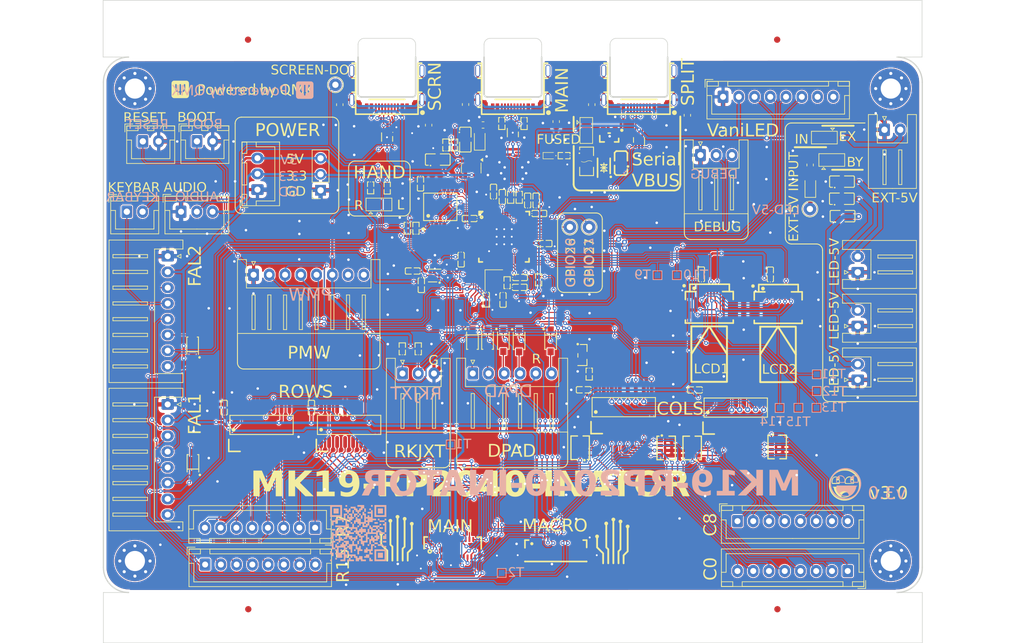
<source format=kicad_pcb>
(kicad_pcb (version 20240108) (generator "pcbnew") (generator_version "8.0")
  (title_block (title "mk19-rp2040") (rev "2") (company "crazymittens"))
  (layers (0 "F.Cu" power) (31 "B.Cu" power) (34 "B.Paste" user) (35 "F.Paste" user) (36 "B.SilkS" user "B.Silkscreen") (37 "F.SilkS" user "F.Silkscreen") (38 "B.Mask" user) (39 "F.Mask" user) (44 "Edge.Cuts" user))
  (net 0 "")
  (net 1 "+5V")
  (net 2 "GND")
  (net 3 "+3V3")
  (net 4 "Net-(U1-XIN)")
  (net 5 "Net-(C4-Pad1)")
  (net 6 "+1V1")
  (net 7 "Net-(D1-K)")
  (net 8 "Net-(J1-SHIELD)")
  (net 9 "Net-(D2-A)")
  (net 10 "VBUS")
  (net 11 "Net-(J13-SHIELD)")
  (net 12 "row5")
  (net 13 "Net-(J1-CC1)")
  (net 14 "Net-(J1-CC2)")
  (net 15 "Net-(J4-Pin_1)")
  (net 16 "Net-(J4-Pin_6)")
  (net 17 "Net-(J4-Pin_2)")
  (net 18 "LED_5V")
  (net 19 "col0")
  (net 20 "col3")
  (net 21 "col2")
  (net 22 "col1")
  (net 23 "col5")
  (net 24 "col4")
  (net 25 "col6")
  (net 26 "col7")
  (net 27 "col10")
  (net 28 "col15")
  (net 29 "col9")
  (net 30 "col12")
  (net 31 "/QSPI_~{CS}")
  (net 32 "Net-(U1-USB_DP)")
  (net 33 "Net-(U1-USB_DM)")
  (net 34 "Net-(U1-XOUT)")
  (net 35 "col14")
  (net 36 "col13")
  (net 37 "col11")
  (net 38 "col8")
  (net 39 "/VBUS_DET")
  (net 40 "/QSPI_D3")
  (net 41 "/QSPI_SCLK")
  (net 42 "/QSPI_D0")
  (net 43 "/QSPI_D2")
  (net 44 "/QSPI_D1")
  (net 45 "COL_CS_MOS")
  (net 46 "COL_CS")
  (net 47 "LED_FAL1_DI")
  (net 48 "row9")
  (net 49 "LED_MACRO_DI")
  (net 50 "row8")
  (net 51 "AUDIO")
  (net 52 "Net-(JP1-A)")
  (net 54 "row0")
  (net 55 "row2")
  (net 56 "row4")
  (net 57 "row1")
  (net 58 "row6")
  (net 59 "row3")
  (net 60 "LED_KEYS_DI")
  (net 61 "Net-(D3-A)")
  (net 62 "Net-(D4-A)")
  (net 63 "Net-(F3-Pad2)")
  (net 64 "LED_FAL2_DI")
  (net 65 "fal1-r2")
  (net 66 "fal1-r1")
  (net 67 "fal2-r1")
  (net 68 "fal2-r2")
  (net 69 "USB-MAIN_+")
  (net 70 "USB-MAIN_-")
  (net 71 "/Serial_VBUS")
  (net 72 "LED_KEYBAR_DI")
  (net 73 "LED_SCREEN_DO")
  (net 74 "Net-(FAL1-Pin_6)")
  (net 75 "Net-(J5-Pin_1)")
  (net 76 "LED_SCREEN_DI")
  (net 77 "Net-(J10-Pin_1)")
  (net 78 "Net-(J11-Pin_2)")
  (net 79 "Net-(J11-Pin_3)")
  (net 80 "Net-(LED-LVL1-A)")
  (net 82 "SPI1_CLK")
  (net 83 "PMW_CS")
  (net 85 "SPI1_MISO")
  (net 86 "SPI1_MOSI")
  (net 87 "Net-(JP4-A)")
  (net 88 "rkjxt-a")
  (net 89 "rkjxt-b")
  (net 90 "Net-(REG-COL1-SA)")
  (net 91 "COL_LATCH")
  (net 92 "Net-(REG-ROW1-DS)")
  (net 93 "ROW_CS")
  (net 94 "row7")
  (net 95 "row15")
  (net 96 "row10")
  (net 97 "row14")
  (net 98 "row11")
  (net 99 "row13")
  (net 100 "row12")
  (net 101 "LCD_DC")
  (net 102 "Serial-RX")
  (net 103 "LCD1_CS")
  (net 104 "LCD2_CS")
  (net 105 "LCD_BL")
  (net 106 "Net-(FAL2-Pin_6)")
  (net 107 "Net-(JP1-C)")
  (net 108 "Net-(JP2-B)")
  (net 109 "Net-(JP3-A)")
  (net 110 "Net-(JP3-B)")
  (net 111 "LCD_RST")
  (net 112 "split_hand")
  (net 113 "Net-(T5-Pin_1)")
  (net 114 "Net-(T6-Pin_1)")
  (net 115 "VANILED_SIG3")
  (net 116 "VANILED_SIG1")
  (net 117 "VANILED_SIG2")
  (net 119 "VANILED_SIG4")
  (net 121 "Net-(J12-SHIELD)")
  (net 122 "Net-(J4-Pin_3)")
  (net 125 "Net-(J4-Pin_4)")
  (net 134 "Serial-TX")
  (footprint "ct-kicad:SOT-666-6_L1.6-W1.2-P0.50-LS1.6-BL" (layer "F.Cu") (at 151.09 71.289936 180)
    (property "Reference" "D7" (hide yes))
    (property "Value" "USBLC6-2P6_C2827693")
  )
  (footprint "Connector_JST:JST_XH_S6B-XH-A_1x06_P2.50mm_Horizontal" (layer "F.Cu") (at 144.73 109.52)
    (property "Reference" "J4" (hide yes))
    (property "Value" "Conn_01x06_Socket")
  )
  (footprint "ct-kicad:C0402" (layer "F.Cu") (at 152.19 95.86)
    (property "Reference" "C14" (hide yes))
    (property "Value" "100nf")
  )
  (footprint "ct-kicad:RES-ARRAY-SMD_0603-8P-L3.2-W1.6-BL" (layer "F.Cu") (at 161.784943 121.319228 90)
    (property "Reference" "R17" (hide yes))
    (property "Value" "4D03WGJ0103T5E")
  )
  (footprint "Connector_Pin:Pin_D1.0mm_L10.0mm" (layer "F.Cu") (at 198.25 83.42)
    (property "Reference" "T7" (hide yes))
    (property "Value" "Conn_01x01_Socket")
  )
  (footprint "ct-kicad:SOD-123F_L2.7-W1.6-LS3.8-RD" (layer "F.Cu") (at 100.306169 123.79 90)
    (property "Reference" "U14" (hide yes))
    (property "Value" "1N4148W_C81598")
  )
  (footprint "ct-kicad:SOIC-16_L9.9-W3.9-P1.27-LS6.0-BL" (layer "F.Cu") (at 125.095009 117.6905)
    (property "Reference" "REG-ROW1" (hide yes))
    (property "Value" "74HC595D")
  )
  (footprint "ct-kicad:C0402" (layer "F.Cu") (at 142.88 91.46 -90)
    (property "Reference" "C9" (hide yes))
    (property "Value" "100nf")
  )
  (footprint "ct-kicad:C0402" (layer "F.Cu") (at 105.26 114.954915 90)
    (property "Reference" "C25" (hide yes))
    (property "Value" "100nf")
  )
  (footprint "ct-kicad:SOIC-16_L9.9-W3.9-P1.27-LS6.0-BL" (layer "F.Cu") (at 168.7 114.874915)
    (property "Reference" "REG-COL1" (hide yes))
    (property "Value" "MC74HC589ADR2G")
  )
  (footprint "ct-kicad:C0402" (layer "F.Cu") (at 191.96 93.8 90)
    (property "Reference" "C16" (hide yes))
    (property "Value" "1u")
  )
  (footprint "ct-kicad:C0402" (layer "F.Cu") (at 119.12 114.954915 90)
    (property "Reference" "C23" (hide yes))
    (property "Value" "100nf")
  )
  (footprint "Connector_JST:JST_XH_S3B-XH-A_1x03_P2.50mm_Horizontal" (layer "F.Cu") (at 133.57 109.53)
    (property "Reference" "J2" (hide yes))
    (property "Value" "Conn_01x03_Socket")
  )
  (footprint "ct-kicad:SOIC-8_L5.3-W5.3-P1.27-LS8.0-BL" (layer "F.Cu") (at 139.564996 83.079901)
    (property "Reference" "U16" (hide yes))
    (property "Value" "W25Q128JVSIQTR")
  )
  (footprint "ct-kicad:RES-ARRAY-SMD_0603-8P-L3.2-W1.6-BL" (layer "F.Cu") (at 175.419949 121.349898 -90)
    (property "Reference" "R16" (hide yes))
    (property "Value" "4D03WGJ0103T5E")
  )
  (footprint "ct-kicad:R0402" (layer "F.Cu") (at 149.34 69.85 -90)
    (property "Reference" "R5" (hide yes))
    (property "Value" "5.1k")
  )
  (footprint "ct-kicad:R0402" (layer "F.Cu") (at 131.14 80.1 -90)
    (property "Reference" "R20" (hide yes))
    (property "Value" "10k")
  )
  (footprint "ct-kicad:C0402" (layer "F.Cu") (at 162.334915 112.12 180)
    (property "Reference" "C24" (hide yes))
    (property "Value" "100nf")
  )
  (footprint "Inductor_SMD:L_0603_1608Metric" (layer "F.Cu") (at 157.97 69.54 90)
    (property "Reference" "FB1" (hide yes))
    (property "Value" "FerriteBead_Small")
  )
  (footprint "ct-kicad:hole-tooling-2mm" (layer "F.Cu") (at 99.09 146.95)
    (property "Reference" "H7" (hide yes))
    (property "Value" "MountingHole")
  )
  (footprint "Connector_Pin:Pin_D1.0mm_L10.0mm" (layer "F.Cu") (at 163.2 86.28)
    (property "Reference" "T6" (hide yes))
    (property "Value" "Conn_01x01_Socket")
  )
  (footprint "Connector_JST:JST_XH_B2B-XH-A_1x02_P2.50mm_Vertical" (layer "F.Cu") (at 92.35 72.68)
    (property "Reference" "J10" (hide yes))
    (property "Value" "Conn_01x02")
  )
  (footprint "Inductor_SMD:L_0603_1608Metric" (layer "F.Cu") (at 178.8 68.54 90)
    (property "Reference" "FB2" (hide yes))
    (property "Value" "FerriteBead_Small")
  )
  (footprint "ct-kicad:USB-C-SMD_12P-P0.50-H-F_TYPE-C-31-M-14" (layer "F.Cu") (at 171.09 64.42 180)
    (property "Reference" "J12" (hide yes))
    (property "Value" "USB_C_Receptacle_USB2.0")
    (fp_line (start 4.571755 -0.715392) (end 4.571755 5.100025) (stroke (width 0.254)) (layer "Edge.Cuts"))
    (fp_line (start -4.072263 -1.215392) (end 4.071755 -1.215392) (stroke (width 0.254)) (layer "Edge.Cuts"))
    (fp_line (start -4.572263 -0.715392) (end -4.572263 5.100025) (stroke (width 0.254)) (layer "Edge.Cuts"))
    (fp_arc (start 4.071755 -1.215392) (mid 4.425306 -1.068944) (end 4.571755 -0.715392) (stroke (width 0.254)) (layer "Edge.Cuts"))
    (fp_arc (start -4.572263 -0.715392) (mid -4.425816 -1.068945) (end -4.072263 -1.215392) (stroke (width 0.254)) (layer "Edge.Cuts"))
  )
  (footprint "ct-kicad:F1206" (layer "F.Cu") (at 162.8 75.865009 -90)
    (property "Reference" "F3" (hide yes))
    (property "Value" "MF-NSMF075-2")
  )
  (footprint "ct-kicad:RES-ARRAY-SMD_0603-8P-L3.2-W1.6-BL" (layer "F.Cu") (at 193.039941 121.201272 -90)
    (property "Reference" "R18" (hide yes))
    (property "Value" "4D03WGJ0103T5E")
  )
  (footprint "ct-kicad:RES-ARRAY-SMD_0603-8P-L3.2-W1.6-BL" (layer "F.Cu") (at 179.569941 121.351068 90)
    (property "Reference" "R19" (hide yes))
    (property "Value" "4D03WGJ0103T5E")
  )
  (footprint "ct-kicad:SOIC-16_L9.9-W3.9-P1.27-LS6.0-BL" (layer "F.Cu") (at 111.195006 117.7005)
    (property "Reference" "REG-ROW2" (hide yes))
    (property "Value" "74HC595D")
  )
  (footprint "ct-kicad:R0402" (layer "F.Cu") (at 152.87 69.86 -90)
    (property "Reference" "R4" (hide yes))
    (property "Value" "5.1k")
  )
  (footprint "ct-kicad:R0402" (layer "F.Cu") (at 141.83 73.25 -90)
    (property "Reference" "R10" (hide yes))
    (property "Value" "5.1k")
  )
  (footprint "ct-kicad:C0402" (layer "F.Cu") (at 135.19 93.26 180)
    (property "Reference" "C18" (hide yes))
    (property "Value" "100nf")
  )
  (footprint "ct-kicad:hole-tooling-2mm" (layer "F.Cu") (at 99.05 56.54)
    (property "Reference" "H5" (hide yes))
    (property "Value" "MountingHole")
  )
  (footprint "ct-kicad:C0402" (layer "F.Cu") (at 154.78 82.06 90)
    (property "Reference" "C5" (hide yes))
    (property "Value" "1u")
  )
  (footprint "Diode_SMD:D_SOD-323" (layer "F.Cu") (at 145.83 72.47 90)
    (property "Reference" "D2" (hide yes))
    (property "Value" "B5817")
  )
  (footprint "ct-kicad:C0402" (layer "F.Cu") (at 136.43 79.4 -90)
    (property "Reference" "C17" (hide yes))
    (property "Value" "1u")
  )
  (footprint "ct-kicad:R0402" (layer "F.Cu") (at 150.18 95.12 90)
    (property "Reference" "R8" (hide yes))
    (property "Value" "1k")
  )
  (footprint "ct-kicad:qmk-lite" (layer "F.Cu") (at 108.01 64.42)
    (property "Reference" "LOGO5" (hide yes))
    (property "Value" "**REF" (hide yes))
  )
  (footprint "Connector_JST:JST_XH_S3B-XH-A_1x03_P2.50mm_Horizontal" (layer "F.Cu") (at 180.87 74.86)
    (property "Reference" "J11" (hide yes))
    (property "Value" "Conn_01x03_Socket")
  )
  (footprint "ct-kicad:SOD-123F_L2.7-W1.6-LS3.8-RD" (layer "F.Cu") (at 157.08 104.34505 -90)
    (property "Reference" "U9" (hide yes))
    (property "Value" "1N4148W_C81598")
  )
  (footprint "Connector_Pin:Pin_D1.0mm_L10.0mm" (layer "F.Cu") (at 122.92 63.7)
    (property "Reference" "T3" (hide yes))
    (property "Value" "Conn_01x01_Socket")
  )
  (footprint "Package_TO_SOT_SMD:SOT-23-5" (layer "F.Cu") (at 144.48 76.92 -90)
    (property "Reference" "U3" (hide yes))
    (property "Value" "XC6210B332MR-G")
  )
  (footprint "Jumper:SolderJumper-3_P1.3mm_Open_Pad1.0x1.5mm" (layer "F.Cu") (at 200.54 72.08 180)
    (property "Reference" "JP4" (hide yes))
    (property "Value" "SolderJumper_3_Open")
  )
  (footprint "Connector_JST:JST_XH_S2B-XH-A_1x02_P2.50mm_Horizontal" (layer "F.Cu") (at 205.84 110.54 90)
    (property "Reference" "J7" (hide yes))
    (property "Value" "Conn_01x02_Socket")
  )
  (footprint "ct-kicad:SOT-23_L2.9-W1.3-P1.90-LS2.4-BR" (layer "F.Cu") (at 166.39 72.07 90)
    (property "Reference" "MOSFET1" (hide yes))
    (property "Value" "AO3401A_C347476")
  )
  (footprint "ct-kicad:C0402" (layer "F.Cu") (at 144.224915 84.93 180)
    (property "Reference" "C12" (hide yes))
    (property "Value" "100nf")
  )
  (footprint "ct-kicad:R0402" (layer "F.Cu") (at 150.74 81.56 -90)
    (property "Reference" "R6" (hide yes))
    (property "Value" "27")
  )
  (footprint "ct-kicad:SOD-123F_L2.7-W1.6-LS3.8-RD" (layer "F.Cu") (at 144.68 104.32 -90)
    (property "Reference" "U11" (hide yes))
    (property "Value" "1N4148W_C81598")
  )
  (footprint "ct-kicad:SOD-123FL_L2.8-W1.8-LS3.7-BI" (layer "F.Cu") (at 165.54 76.87 90)
    (property "Reference" "D4" (hide yes))
    (property "Value" "SMF5_0CA_C364279")
  )
  (footprint "Fuse:Fuse_0603_1608Metric" (layer "F.Cu") (at 146.36 70.08 180)
    (property "Reference" "F1" (hide yes))
    (property "Value" "Polyfuse")
  )
  (footprint "Fiducial:Fiducial_1mm_Mask3mm" (layer "F.Cu") (at 193.05 56.54)
    (property "Reference" "FID2" (hide yes))
    (property "Value" "Fiducial")
  )
  (footprint "ct-kicad:C0402" (layer "F.Cu") (at 156.13 88.9)
    (property "Reference" "C13" (hide yes))
    (property "Value" "100nf")
  )
  (footprint "Connector_JST:JST_XH_S8B-XH-A_1x08_P2.50mm_Horizontal" (layer "F.Cu") (at 96.3 90.91 -90)
    (property "Reference" "FAL2" (hide yes))
    (property "Value" "Conn_01x08_Socket")
  )
  (footprint "ct-kicad:R0402" (layer "F.Cu") (at 163.21 109.627183 -90)
    (property "Reference" "R15" (hide yes))
    (property "Value" "10k")
  )
  (footprint "Fuse:Fuse_0603_1608Metric" (layer "F.Cu") (at 198.28 76.43 -90)
    (property "Reference" "F2" (hide yes))
    (property "Value" "Polyfuse")
  )
  (footprint "Diode_SMD:D_SOD-323" (layer "F.Cu") (at 198.32 79.96 90)
    (property "Reference" "D3" (hide yes))
    (property "Value" "B5817")
  )
  (footprint "Connector_JST:JST_XH_S8B-XH-A_1x08_P2.50mm_Horizontal" (layer "F.Cu") (at 109.93 93.86)
    (property "Reference" "PWM1" (hide yes))
    (property "Value" "Conn_01x08_Socket")
  )
  (footprint "Connector_Pin:Pin_D1.0mm_L10.0mm" (layer "F.Cu") (at 160.14 86.28)
    (property "Reference" "T5" (hide yes))
    (property "Value" "Conn_01x01_Socket")
  )
  (footprint "ct-kicad:C0805" (layer "F.Cu") (at 203.43 84.55)
    (property "Reference" "C29" (hide yes))
    (property "Value" "10u" (hide yes))
  )
  (footprint "ct-kicad:SOT-666-6_L1.6-W1.2-P0.50-LS1.6-BL" (layer "F.Cu") (at 171.12 72.749936)
    (property "Reference" "D5" (hide yes))
    (property "Value" "USBLC6-2P6_C2827693")
  )
  (footprint "Inductor_SMD:L_0603_1608Metric" (layer "F.Cu") (at 123.62 66.8575 90)
    (property "Reference" "FB6" (hide yes))
    (property "Value" "FerriteBead_Small")
  )
  (footprint "ct-kicad:SOD-123F_L2.7-W1.6-LS3.8-RD" (layer "F.Cu") (at 152.08 104.36505 -90)
    (property "Reference" "U12" (hide yes))
    (property "Value" "1N4148W_C81598")
  )
  (footprint "Fiducial:Fiducial_1mm_Mask3mm" (layer "F.Cu") (at 193.09 146.95)
    (property "Reference" "FID3" (hide yes))
    (property "Value" "Fiducial")
  )
  (footprint "ct-kicad:R0402" (layer "F.Cu") (at 128.51 80.06 -90)
    (property "Reference" "R12" (hide yes))
    (property "Value" "10k")
  )
  (footprint "MountingHole:MountingHole_3.2mm_M3_Pad_Via" (layer "F.Cu") (at 211.09 64.3)
    (property "Reference" "H2" (hide yes))
    (property "Value" "MountingHole")
  )
  (footprint "ct-kicad:C0805" (layer "F.Cu") (at 203.34 79.07)
    (property "Reference" "C2" (hide yes))
    (property "Value" "10u" (hide yes))
  )
  (footprint "ct-kicad:C0402" (layer "F.Cu") (at 152.24 94.29)
    (property "Reference" "C8" (hide yes))
    (property "Value" "100nf")
  )
  (footprint "Inductor_SMD:L_0603_1608Metric" (layer "F.Cu") (at 163.62 66.85 90)
    (property "Reference" "FB5" (hide yes))
    (property "Value" "FerriteBead_Small")
  )
  (footprint "ct-kicad:C0402" (layer "F.Cu") (at 179.994907 112.15117 180)
    (property "Reference" "C26" (hide yes))
    (property "Value" "100nf")
  )
  (footprint "Connector_JST:JST_XH_B8B-XH-A_1x08_P2.50mm_Vertical" (layer "F.Cu") (at 102.24 139.86)
    (property "Reference" "ROW2" (hide yes))
    (property "Value" "Conn_01x08_Socket")
  )
  (footprint "ct-kicad:SOT-666-6_L1.6-W1.2-P0.50-LS1.6-BL" (layer "F.Cu") (at 131.13 71.999936 180)
    (property "Reference" "D6" (hide yes))
    (property "Value" "USBLC6-2P6_C2827693")
  )
  (footprint "ct-kicad:C0402" (layer "F.Cu") (at 136.56 95.52 -90)
    (property "Reference" "C19" (hide yes))
    (property "Value" "100nf")
  )
  (footprint "ct-kicad:C0402" (layer "F.Cu") (at 181.02 93.784915 90)
    (property "Reference" "C15" (hide yes))
    (property "Value" "1u")
  )
  (footprint "ct-kicad:FPC-SMD_8P-P0.50_8.01A0.008200" (layer "F.Cu") (at 193.210064 97.949868)
    (property "Reference" "U6" (hide yes))
    (property "Value" "8_01A0_008200")
  )
  (footprint "Connector_JST:JST_XH_B8B-XH-A_1x08_P2.50mm_Vertical" (layer "F.Cu") (at 204.25 140.89 180)
    (property "Reference" "COL1" (hide yes))
    (property "Value" "Conn_01x08_Socket")
  )
  (footprint "Connector_JST:JST_XH_B8B-XH-A_1x08_P2.50mm_Vertical" (layer "F.Cu") (at 186.75 132.97)
    (property "Reference" "COL2" (hide yes))
    (property "Value" "Conn_01x08_Socket")
  )
  (footprint "Jumper:SolderJumper-3_P1.3mm_Open_Pad1.0x1.5mm" (layer "F.Cu") (at 201.72 75.64)
    (property "Reference" "JP1" (hide yes))
    (property "Value" "SolderJumper_3_Open")
  )
  (footprint "ct-kicad:FPC-SMD_8P-P0.50_8.01A0.008200" (layer "F.Cu") (at 182.28 97.90223)
    (property "Reference" "U7" (hide yes))
    (property "Value" "8_01A0_008200")
  )
  (footprint "Connector_JST:JST_XH_B8B-XH-A_1x08_P2.50mm_Vertical" (layer "F.Cu") (at 119.7 134.02 180)
    (property "Reference" "ROW1" (hide yes))
    (property "Value" "Conn_01x08_Socket")
  )
  (footprint "ct-kicad:L0805" (layer "F.Cu") (at 168.26 76.093782 90)
    (property "Reference" "L1" (hide yes))
    (property "Value" "MPZ2012S101AT000")
  )
  (footprint "ct-kicad:SOIC-16_L9.9-W3.9-P1.27-LS6.0-BL" (layer "F.Cu") (at 186.475001 114.945585)
    (property "Reference" "REG-COL2" (hide yes))
    (property "Value" "MC74HC589ADR2G")
  )
  (footprint "ct-kicad:FPC-SMD_ECT818001569" (layer "F.Cu") (at 141.500025 137.280051)
    (property "Reference" "CYBOARD-MAIN1" (hide yes))
    (property "Value" "ECT818001569")
  )
  (footprint "Connector_JST:JST_XH_S2B-XH-A_1x02_P2.50mm_Horizontal" (layer "F.Cu") (at 205.84 93.47 90)
    (property "Reference" "J9" (hide yes))
    (property "Value" "Conn_01x02_Socket")
  )
  (footprint "Connector_JST:JST_XH_S2B-XH-A_1x02_P2.50mm_Horizontal" (layer "F.Cu") (at 210.09 70.84)
    (property "Reference" "PWR-EXT-IN1" (hide yes))
    (property "Value" "Conn_01x02_Socket")
  )
  (footprint "Connector_JST:JST_XH_B3B-XH-A_1x03_P2.50mm_Vertical" (layer "F.Cu") (at 110.55 80.34 90)
    (property "Reference" "PWR-OUT1" (hide yes))
    (property "Value" "Conn_01x03_Socket")
  )
  (footprint "Connector_PinSocket_2.54mm:PinSocket_1x03_P2.54mm_Vertical" (layer "F.Cu") (at 120.565 80.445 180)
    (property "Reference" "PWR-OUT2" (hide yes))
    (property "Value" "Conn_01x03_Socket")
  )
  (footprint "ct-kicad:R0402" (layer "F.Cu") (at 133.54 105.61 90)
    (property "Reference" "R14" (hide yes))
    (property "Value" "5.1k")
  )
  (footprint "ct-kicad:R0402" (layer "F.Cu") (at 155.17 94.66 90)
    (property "Reference" "R2" (hide yes))
    (property "Value" "10k")
  )
  (footprint "ct-kicad:SOT-563_L1.6-W1.2-P0.50-LS1.6-BR" (layer "F.Cu") (at 138.68 93.97)
    (property "Reference" "LED-LVL1" (hide yes))
    (property "Value" "SN74LVC1T45DRL")
  )
  (footprint "Inductor_SMD:L_0603_1608Metric" (layer "F.Cu") (at 143.58 66.83 90)
    (property "Reference" "FB4" (hide yes))
    (property "Value" "FerriteBead_Small")
  )
  (footprint "MountingHole:MountingHole_3.2mm_M3_Pad_Via" (layer "F.Cu") (at 91.09 139.3)
    (property "Reference" "H3" (hide yes))
    (property "Value" "MountingHole")
  )
  (footprint "Connector_JST:JST_XH_B2B-XH-A_1x02_P2.50mm_Vertical" (layer "F.Cu") (at 100.94 72.67)
    (property "Reference" "J5" (hide yes))
    (property "Value" "Conn_01x02")
  )
  (footprint "ct-kicad:C0402" (layer "F.Cu") (at 155.3 84.13)
    (property "Reference" "C11" (hide yes))
    (property "Value" "100nf")
  )
  (footprint "ct-kicad:R0402" (layer "F.Cu") (at 140.46 73.25 90)
    (property "Reference" "R11" (hide yes))
    (property "Value" "10k")
  )
  (footprint "ct-kicad:hole-tooling-2mm" (layer "F.Cu") (at 203.09 146.95)
    (property "Reference" "H8" (hide yes))
    (property "Value" "MountingHole")
  )
  (footprint "Crystal:Crystal_SMD_2520-4Pin_2.5x2.0mm" (layer "F.Cu") (at 148.078518 94.72 -90)
    (property "Reference" "Y1" (hide yes))
    (property "Value" "Crystal_GND24")
  )
  (footprint "ct-kicad:hole-tooling-2mm" (layer "F.Cu") (at 203.05 56.54)
    (property "Reference" "H6" (hide yes))
    (property "Value" "MountingHole")
  )
  (footprint "ct-kicad:cyboard-logo-10mm" (layer "F.Cu") (at 132.78 135.28)
    (property "Reference" "LOGO7" (hide yes))
    (property "Value" "**REF" (hide yes))
  )
  (footprint "Jumper:SolderJumper-3_P1.3mm_Open_Pad1.0x1.5mm" (layer "F.Cu") (at 129.83 82.7)
    (property "Reference" "JP3" (hide yes))
    (property "Value" "SolderJumper_3_Open")
  )
  (footprint "ct-kicad:SOT-23-3_L2.9-W1.3-P1.90-LS2.4-BR" (layer "F.Cu") (at 162.14 106.66 180)
    (property "Reference" "COL_CS_MOS1" (hide yes))
    (property "Value" "2N7002")
  )
  (footprint "Fiducial:Fiducial_1mm_Mask3mm" (layer "F.Cu") (at 109.09 146.95)
    (property "Reference" "FID4" (hide yes))
    (property "Value" "Fiducial")
  )
  (footprint "Connector_JST:JST_XH_B3B-XH-A_1x03_P2.50mm_Vertical" (layer "F.Cu") (at 98.42 83.85)
    (property "Reference" "AUDIO1" (hide yes))
    (property "Value" "Conn_01x03_Socket")
  )
  (footprint "ct-kicad:C0402" (layer "F.Cu") (at 149.42 81.49 90)
    (property "Reference" "C10" (hide yes))
    (property "Value" "100nf")
  )
  (footprint "ct-kicad:C0402" (layer "F.Cu") (at 149.53 97.86 -90)
    (property "Reference" "C4" (hide yes))
    (property "Value" "15p")
  )
  (footprint "ct-kicad:FPC-SMD_16P-P0.50_HCTL_HC-FPC-05-10-16RLTAG" (layer "F.Cu") (at 157.904999 136.954996 180)
    (property "Reference" "CYBOARD-MACRO1" (hide yes))
    (property "Value" "HC-FPC-05-10-16RLTAG")
  )
  (footprint "Fiducial:Fiducial_1mm_Mask3mm" (layer "F.Cu") (at 109.05 56.54)
    (property "Reference" "FID1" (hide yes))
    (property "Value" "Fiducial")
  )
  (footprint "ct-kicad:R0402" (layer "F.Cu") (at 152.1 81.56 -90)
    (property "Reference" "R7" (hide yes))
    (property "Value" "27")
  )
  (footprint "ct-kicad:R0402" (layer "F.Cu") (at 159.23 74.95 180)
    (property "Reference" "R1" (hide yes))
    (property "Value" "1k")
  )
  (footprint "Connector_JST:JST_XH_B2B-XH-A_1x02_P2.50mm_Vertical" (layer "F.Cu") (at 89.81 83.85)
    (property "Reference" "J3" (hide yes))
    (property "Value" "Conn_01x02_Socket")
  )
  (footprint "ct-kicad:C0805" (layer "F.Cu") (at 203.32 81.79)
    (property "Reference" "C28" (hide yes))
    (property "Value" "10u" (hide yes))
  )
  (footprint "ct-kicad:C0805" (layer "F.Cu") (at 139.17 75.57)
    (property "Reference" "C27" (hide yes))
    (property "Value" "10u")
  )
  (footprint "ct-kicad:SOD-123F_L2.7-W1.6-LS3.8-RD" (layer "F.Cu") (at 147.07 104.31505 -90)
    (property "Reference" "U13" (hide yes))
    (property "Value" "1N4148W_C81598")
  )
  (footprint "LED_SMD:LED_0402_1005Metric" (layer "F.Cu") (at 156.84 74.95 180)
    (property "Reference" "D1" (hide yes))
    (property "Value" "LED" (hide yes))
  )
  (footprint "ct-kicad:SOD-123F_L2.7-W1.6-LS3.8-RD" (layer "F.Cu") (at 100.25 105.12505 90)
    (property "Reference" "U15" (hide yes))
    (property "Value" "1N4148W_C81598")
  )
  (footprint "ct-kicad:C0402" (layer "F.Cu") (at 153.44 82.06 90)
    (property "Reference" "C6" (hide yes))
    (property "Value" "1u")
  )
  (footprint "Inductor_SMD:L_0603_1608Metric" (layer "F.Cu") (at 137.72 70.11 90)
    (property "Reference" "FB3" (hide yes))
    (property "Value" "FerriteBead_Small")
  )
  (footprint "ct-kicad:awesome-logo" (layer "F.Cu") (at 203.76 127.22)
    (property "Reference" "LOGO4" (hide yes))
    (property "Value" "**REF" (hide yes))
  )
  (footprint "ct-kicad:SOD-123F_L2.7-W1.6-LS3.8-RD" (layer "F.Cu") (at 149.58 104.31505 -90)
    (property "Reference" "U10" (hide yes))
    (property "Value" "1N4148W_C81598")
  )
  (footprint "MountingHole:MountingHole_3.2mm_M3_Pad_Via" (layer "F.Cu") (at 211.09 139.3)
    (property "Reference" "H4" (hide yes))
    (property "Value" "MountingHole")
  )
  (footprint "Connector_JST:JST_XH_S2B-XH-A_1x02_P2.50mm_Horizontal" (layer "F.Cu") (at 205.84 102.01 90)
    (property "Reference" "J8" (hide yes))
    (property "Value" "Conn_01x02_Socket")
  )
  (footprint "Connector_JST:JST_XH_S8B-XH-A_1x08_P2.50mm_Horizontal" (layer "F.Cu") (at 96.29 114.44 -90)
    (property "Reference" "FAL1" (hide yes))
    (property "Value" "Conn_01x08_Socket")
  )
  (footprint "ct-kicad:USB-C-SMD_12P-P0.50-H-F_TYPE-C-31-M-14" (layer "F.Cu") (at 131.09 64.42 180)
    (property "Reference" "J13" (hide yes))
    (property "Value" "USB_C_Receptacle_USB2.0")
    (fp_line (start 4.571755 -0.715392) (end 4.571755 5.100025) (stroke (width 0.254)) (layer "Edge.Cuts"))
    (fp_line (start -4.072263 -1.215392) (end 4.071755 -1.215392) (stroke (width 0.254)) (layer "Edge.Cuts"))
    (fp_line (start -4.572263 -0.715392) (end -4.572263 5.100025) (stroke (width 0.254)) (layer "Edge.Cuts"))
    (fp_arc (start 4.071755 -1.215392) (mid 4.425306 -1.068944) (end 4.571755 -0.715392) (stroke (width 0.254)) (layer "Edge.Cuts"))
    (fp_arc (start -4.572263 -0.715392) (mid -4.425816 -1.068945) (end -4.072263 -1.215392) (stroke (width 0.254)) (layer "Edge.Cuts"))
  )
  (footprint "ct-kicad:cyboard-logo-10mm" (layer "F.Cu") (at 167.047329 135.706108)
    (property "Reference" "LOGO6" (hide yes))
    (property "Value" "**REF" (hide yes))
  )
  (footprint "ct-kicad:C0402" (layer "F.Cu") (at 148.02 80.65 90)
    (property "Reference" "C7" (hide yes))
    (property "Value" "100nf")
  )
  (footprint "Jumper:SolderJumper-3_P1.3mm_Open_Pad1.0x1.5mm" (layer "F.Cu") (at 162.7525 70.95 -90)
    (property "Reference" "JP2" (hide yes))
    (property "Value" "SolderJumper_3_Open")
  )
  (footprint "ct-kicad:R0402" (layer "F.Cu") (at 134.34 86.47 -90)
    (property "Reference" "R3" (hide yes))
    (property "Value" "1k")
  )
  (footprint "ct-kicad:R0402" (layer "F.Cu") (at 136.07 105.61 90)
    (property "Reference" "R13" (hide yes))
    (property "Value" "5.1k")
  )
  (footprint "ct-kicad:R0402" (layer "F.Cu") (at 135.71 86.47 90)
    (property "Reference" "R9" (hide yes))
    (property "Value" "10k")
  )
  (footprint "ct-kicad:C0805" (layer "F.Cu") (at 143.55 72.4 -90)
    (property "Reference" "C1" (hide yes))
    (property "Value" "10u")
  )
  (footprint "ct-kicad:C0402" (layer "F.Cu") (at 146.87 97.81 -90)
    (property "Reference" "C3" (hide yes))
    (property "Value" "15p")
  )
  (footprint "ct-kicad:USB-C-SMD_12P-P0.50-H-F_TYPE-C-31-M-14" (layer "F.Cu") (at 151.09 64.42 180)
    (property "Reference" "J1" (hide yes))
    (property "Value" "USB_C_Receptacle_USB2.0")
    (fp_line (start 4.571755 -0.715392) (end 4.571755 5.100025) (stroke (width 0.254)) (layer "Edge.Cuts"))
    (fp_line (start -4.072263 -1.215392) (end 4.071755 -1.215392) (stroke (width 0.254)) (layer "Edge.Cuts"))
    (fp_line (start -4.572263 -0.715392) (end -4.572263 5.100025) (stroke (width 0.254)) (layer "Edge.Cuts"))
    (fp_arc (start 4.071755 -1.215392) (mid 4.425306 -1.068944) (end 4.571755 -0.715392) (stroke (width 0.254)) (layer "Edge.Cuts"))
    (fp_arc (start -4.572263 -0.715392) (mid -4.425816 -1.068945) (end -4.072263 -1.215392) (stroke (width 0.254)) (layer "Edge.Cuts"))
  )
  (footprint "MountingHole:MountingHole_3.2mm_M3_Pad_Via" (layer "F.Cu") (at 91.09 64.3)
    (property "Reference" "H1" (hide yes))
    (property "Value" "MountingHole")
  )
  (footprint "ct-kicad:LQFN-56_L7.0-W7.0-P0.4-EP" (layer "F.Cu") (at 149.678518 87.82)
    (property "Reference" "U1" (hide yes))
    (property "Value" "RP2040" (hide yes))
  )
  (footprint "Connector_JST:JST_XH_B8B-XH-A_1x08_P2.50mm_Vertical" (layer "F.Cu") (at 184.46 65.61)
    (property "Reference" "VANILED1" (hide yes))
    (property "Value" "Conn_01x08_Socket")
  )
  (footprint "ct-kicad:qr-mk19-rp2040-10mm" (layer "B.Cu") (at 126.55 134.87 180)
    (property "Reference" "LOGO8" (hide yes))
    (property "Value" "**REF" (hide yes))
  )
  (footprint "ct-kicad:awesome-logo" (layer "B.Cu") (at 203.891721 127.042766 180)
    (property "Reference" "LOGO1" (hide yes))
    (property "Value" "**REF" (hide yes))
  )
  (footprint "TestPoint:TestPoint_Pad_1.0x1.0mm" (layer "B.Cu") (at 149.32 141.19 180)
    (property "Reference" "T2")
    (property "Value" "Conn_01x01_Socket")
  )
  (footprint "TestPoint:TestPoint_Pad_1.0x1.0mm" (layer "B.Cu") (at 174.05 93.93 180)
    (property "Reference" "T9")
    (property "Value" "Conn_01x01_Socket")
  )
  (footprint "TestPoint:TestPoint_Pad_1.0x1.0mm" (layer "B.Cu") (at 177.13 93.93 180)
    (property "Reference" "T10")
    (property "Value" "Conn_01x01_Socket")
  )
  (footprint "ct-kicad:qmk-lite" (layer "B.Cu") (at 108.330717 64.534271 180)
    (property "Reference" "LOGO2" (hide yes))
    (property "Value" "**REF" (hide yes))
  )
  (footprint "TestPoint:TestPoint_Pad_1.0x1.0mm" (layer "B.Cu") (at 199.34 112.31 180)
    (property "Reference" "T12")
    (property "Value" "Conn_01x01_Socket")
  )
  (footprint "TestPoint:TestPoint_Pad_1.0x1.0mm" (layer "B.Cu") (at 141.22 120.8 180)
    (property "Reference" "T1")
    (property "Value" "Conn_01x01_Socket")
  )
  (footprint "TestPoint:TestPoint_Pad_1.0x1.0mm" (layer "B.Cu") (at 199.34 109.66 180)
    (property "Reference" "T11")
    (property "Value" "Conn_01x01_Socket")
  )
  (footprint "TestPoint:TestPoint_Pad_1.0x1.0mm" (layer "B.Cu") (at 199.29 114.98 180)
    (property "Reference" "T13")
    (property "Value" "Conn_01x01_Socket")
  )
  (footprint "TestPoint:TestPoint_Pad_1.0x1.0mm" (layer "B.Cu") (at 193.44 115 180)
    (property "Reference" "T14")
    (property "Value" "Conn_01x01_Socket")
  )
  (footprint "TestPoint:TestPoint_Pad_1.0x1.0mm" (layer "B.Cu") (at 196.42 114.98 180)
    (property "Reference" "T15")
    (property "Value" "Conn_01x01_Socket")
  )
  (gr_line (start 164.29 96.66) (end 159.19 96.66) (stroke (width 0.15)) (layer "F.SilkS"))
  (gr_line (start 107.37 103.17) (end 107.37 107.82) (stroke (width 0.15)) (layer "F.SilkS"))
  (gr_line (start 165.29 85.05) (end 165.29 95.66) (stroke (width 0.15)) (layer "F.SilkS"))
  (gr_line (start 177.67 68.74) (end 177.67 79.48) (stroke (width 0.3)) (layer "F.SilkS"))
  (gr_line (start 143.17 124.48) (end 158.79 124.48) (stroke (width 0.15)) (layer "F.SilkS"))
  (gr_line (start 160.75 73.42) (end 160.741418 79.478584) (stroke (width 0.3)) (layer "F.SilkS"))
  (gr_line (start 158.19 95.66) (end 158.19 85.05) (stroke (width 0.15)) (layer "F.SilkS"))
  (gr_line (start 141.13 118.84) (end 141.13 123.49) (stroke (width 0.15)) (layer "F.SilkS"))
  (gr_arc (start 132.01 124.49) (mid 131.302893 124.197107) (end 131.01 123.49) (stroke (width 0.15)) (layer "F.SilkS"))
  (gr_arc (start 165.29 95.66) (mid 164.997107 96.367107) (end 164.29 96.66) (stroke (width 0.15)) (layer "F.SilkS"))
  (gr_line (start 178.31 84.17) (end 178.317555 87.252451) (stroke (width 0.15)) (layer "F.SilkS"))
  (gr_arc (start 161.741417 80.48) (mid 161.033799 80.186612) (end 160.741418 79.478584) (stroke (width 0.3)) (layer "F.SilkS"))
  (gr_arc (start 188.437543 87.247549) (mid 188.145519 87.95624) (end 187.437546 88.25) (stroke (width 0.15)) (layer "F.SilkS"))
  (gr_arc (start 158.19 85.05) (mid 158.482893 84.342893) (end 159.19 84.05) (stroke (width 0.15)) (layer "F.SilkS"))
  (gr_line (start 201.775 77.19) (end 206.63 77.19) (stroke (width 0.3)) (layer "F.SilkS"))
  (gr_arc (start 126.02 84.53) (mid 125.312893 84.237107) (end 125.02 83.53) (stroke (width 0.15)) (layer "F.SilkS"))
  (gr_line (start 200.261198 89.968801) (end 200.288802 112.991199) (stroke (width 0.15)) (layer "F.SilkS"))
  (gr_arc (start 125.02 76.82) (mid 125.312893 76.112893) (end 126.02 75.82) (stroke (width 0.15)) (layer "F.SilkS"))
  (gr_line (start 161.741417 80.48) (end 176.67 80.48) (stroke (width 0.3)) (layer "F.SilkS"))
  (gr_line (start 160.74 68.78) (end 160.74 71.05) (stroke (width 0.3)) (layer "F.SilkS"))
  (gr_arc (start 143.17 124.48) (mid 142.462893 124.187107) (end 142.17 123.48) (stroke (width 0.15)) (layer "F.SilkS"))
  (gr_line (start 134.78 76.82) (end 134.78 83.53) (stroke (width 0.15)) (layer "F.SilkS"))
  (gr_arc (start 164.29 84.05) (mid 164.997107 84.342893) (end 165.29 85.05) (stroke (width 0.15)) (layer "F.SilkS"))
  (gr_line (start 159.79 118.83) (end 159.79 123.48) (stroke (width 0.15)) (layer "F.SilkS"))
  (gr_line (start 107.01 83.15) (end 107.01 69.84) (stroke (width 0.15)) (layer "F.SilkS"))
  (gr_arc (start 134.78 83.53) (mid 134.487107 84.237107) (end 133.78 84.53) (stroke (width 0.15)) (layer "F.SilkS"))
  (gr_arc (start 159.79 123.48) (mid 159.497107 124.187107) (end 158.79 124.48) (stroke (width 0.15)) (layer "F.SilkS"))
  (gr_line (start 122.45 84.15) (end 108.01 84.15) (stroke (width 0.15)) (layer "F.SilkS"))
  (gr_arc (start 129.99 107.82) (mid 129.697107 108.527107) (end 128.99 108.82) (stroke (width 0.15)) (layer "F.SilkS"))
  (gr_line (start 195.34 69.76) (end 206.99 69.76) (stroke (width 0.15)) (layer "F.SilkS"))
  (gr_arc (start 141.13 123.49) (mid 140.837107 124.197107) (end 140.13 124.49) (stroke (width 0.15)) (layer "F.SilkS"))
  (gr_arc (start 108.01 84.15) (mid 107.302893 83.857107) (end 107.01 83.15) (stroke (width 0.15)) (layer "F.SilkS"))
  (gr_line (start 131.01 118.84) (end 131.01 123.49) (stroke (width 0.15)) (layer "F.SilkS"))
  (gr_line (start 125.02 83.53) (end 125.02 76.82) (stroke (width 0.15)) (layer "F.SilkS"))
  (gr_arc (start 199.261198 88.97) (mid 199.967882 89.262469) (end 200.261198 89.968801) (stroke (width 0.15)) (layer "F.SilkS"))
  (gr_line (start 132.01 124.49) (end 140.13 124.49) (stroke (width 0.15)) (layer "F.SilkS"))
  (gr_line (start 187.437546 88.25) (end 179.317552 88.25) (stroke (width 0.15)) (layer "F.SilkS"))
  (gr_arc (start 108.37 108.82) (mid 107.662893 108.527107) (end 107.37 107.82) (stroke (width 0.15)) (layer "F.SilkS"))
  (gr_arc (start 194.34 70.76) (mid 194.632893 70.052893) (end 195.34 69.76) (stroke (width 0.15)) (layer "F.SilkS"))
  (gr_line (start 129.99 103.17) (end 129.99 107.82) (stroke (width 0.15)) (layer "F.SilkS"))
  (gr_line (start 123.45 69.84) (end 123.45 83.15) (stroke (width 0.15)) (layer "F.SilkS"))
  (gr_line (start 133.78 84.53) (end 126.02 84.53) (stroke (width 0.15)) (layer "F.SilkS"))
  (gr_line (start 108.01 68.84) (end 122.45 68.84) (stroke (width 0.15)) (layer "F.SilkS"))
  (gr_line (start 201.288802 113.99) (end 215.39 113.99) (stroke (width 0.15)) (layer "F.SilkS"))
  (gr_arc (start 195.349451 88.97) (mid 194.64257 88.677284) (end 194.349451 87.970549) (stroke (width 0.15)) (layer "F.SilkS"))
  (gr_arc (start 159.19 96.66) (mid 158.482893 96.367107) (end 158.19 95.66) (stroke (width 0.15)) (layer "F.SilkS"))
  (gr_line (start 195.84 73.61) (end 200.82 73.61) (stroke (width 0.3)) (layer "F.SilkS"))
  (gr_line (start 126.02 75.82) (end 133.78 75.82) (stroke (width 0.15)) (layer "F.SilkS"))
  (gr_line (start 142.17 118.83) (end 142.17 123.48) (stroke (width 0.15)) (layer "F.SilkS"))
  (gr_line (start 200.21 70.2) (end 205.19 70.2) (stroke (width 0.3)) (layer "F.SilkS"))
  (gr_arc (start 177.67 79.48) (mid 177.377107 80.187107) (end 176.67 80.48) (stroke (width 0.3)) (layer "F.SilkS"))
  (gr_arc (start 179.317552 88.25) (mid 178.611343 87.957956) (end 178.317555 87.252451) (stroke (width 0.15)) (layer "F.SilkS"))
  (gr_line (start 159.19 84.05) (end 164.29 84.05) (stroke (width 0.15)) (layer "F.SilkS"))
  (gr_line (start 108.37 108.82) (end 128.99 108.82) (stroke (width 0.15)) (layer "F.SilkS"))
  (gr_arc (start 122.45 68.84) (mid 123.157107 69.132893) (end 123.45 69.84) (stroke (width 0.15)) (layer "F.SilkS"))
  (gr_arc (start 107.01 69.84) (mid 107.302893 69.132893) (end 108.01 68.84) (stroke (width 0.15)) (layer "F.SilkS"))
  (gr_arc (start 201.288802 113.99) (mid 200.582119 113.697531) (end 200.288802 112.991199) (stroke (width 0.15)) (layer "F.SilkS"))
  (gr_line (start 194.34 70.76) (end 194.349451 87.970549) (stroke (width 0.15)) (layer "F.SilkS"))
  (gr_arc (start 133.78 75.82) (mid 134.487107 76.112893) (end 134.78 76.82) (stroke (width 0.15)) (layer "F.SilkS"))
  (gr_line (start 188.43 84.17) (end 188.437543 87.247549) (stroke (width 0.15)) (layer "F.SilkS"))
  (gr_arc (start 123.45 83.15) (mid 123.157107 83.857107) (end 122.45 84.15) (stroke (width 0.15)) (layer "F.SilkS"))
  (gr_line (start 195.349451 88.97) (end 199.261198 88.97) (stroke (width 0.15)) (layer "F.SilkS"))
  (gr_line (start 86.05 50.29) (end 216.05 50.29) (stroke (width 0.1)) (layer "Edge.Cuts"))
  (gr_line (start 86.05 59.29) (end 86.05 50.29) (stroke (width 0.1)) (layer "Edge.Cuts"))
  (gr_line (start 134.662263 56.319975) (end 127.518245 56.319975) (stroke (width 0.1)) (layer "Edge.Cuts"))
  (gr_line (start 86.09 152.3) (end 216.09 152.3) (stroke (width 0.1)) (layer "Edge.Cuts"))
  (gr_line (start 216.05 59.29) (end 212.09 59.3) (stroke (width 0.1)) (layer "Edge.Cuts"))
  (gr_line (start 146.518245 57.319975) (end 146.518245 59.319975) (stroke (width 0.1)) (layer "Edge.Cuts"))
  (gr_line (start 155.662263 57.319975) (end 155.662263 59.319975) (stroke (width 0.1)) (layer "Edge.Cuts"))
  (gr_line (start 126.518245 57.319975) (end 126.518245 59.319975) (stroke (width 0.1)) (layer "Edge.Cuts"))
  (gr_line (start 216.09 152.3) (end 216.09 144.3) (stroke (width 0.1)) (layer "Edge.Cuts"))
  (gr_line (start 174.662263 56.319975) (end 167.518245 56.319975) (stroke (width 0.1)) (layer "Edge.Cuts"))
  (gr_line (start 86.09 140.3) (end 86.09 63.3) (stroke (width 0.2)) (layer "Edge.Cuts"))
  (gr_arc (start 166.518245 57.319975) (mid 166.811144 56.612865) (end 167.518245 56.319975) (stroke (width 0.1)) (layer "Edge.Cuts"))
  (gr_arc (start 86.09 63.3) (mid 87.261573 60.471573) (end 90.09 59.3) (stroke (width 0.2)) (layer "Edge.Cuts"))
  (gr_line (start 216.05 50.29) (end 216.05 59.29) (stroke (width 0.1)) (layer "Edge.Cuts"))
  (gr_arc (start 90.09 144.3) (mid 87.261573 143.128427) (end 86.09 140.3) (stroke (width 0.2)) (layer "Edge.Cuts"))
  (gr_line (start 135.662263 57.319975) (end 135.662263 59.319975) (stroke (width 0.1)) (layer "Edge.Cuts"))
  (gr_arc (start 146.518245 57.319975) (mid 146.811144 56.612865) (end 147.518245 56.319975) (stroke (width 0.1)) (layer "Edge.Cuts"))
  (gr_arc (start 212.09 59.3) (mid 214.918427 60.471573) (end 216.09 63.3) (stroke (width 0.2)) (layer "Edge.Cuts"))
  (gr_line (start 90.09 59.3) (end 86.05 59.29) (stroke (width 0.1)) (layer "Edge.Cuts"))
  (gr_arc (start 134.662263 56.319975) (mid 135.369403 56.612854) (end 135.662263 57.319975) (stroke (width 0.1)) (layer "Edge.Cuts"))
  (gr_arc (start 154.662263 56.319975) (mid 155.369403 56.612854) (end 155.662263 57.319975) (stroke (width 0.1)) (layer "Edge.Cuts"))
  (gr_line (start 90.09 144.3) (end 86.09 144.3) (stroke (width 0.1)) (layer "Edge.Cuts"))
  (gr_line (start 86.09 144.3) (end 86.09 152.3) (stroke (width 0.1)) (layer "Edge.Cuts"))
  (gr_line (start 154.662263 56.319975) (end 147.518245 56.319975) (stroke (width 0.1)) (layer "Edge.Cuts"))
  (gr_line (start 166.518245 57.319975) (end 166.518245 59.319975) (stroke (width 0.1)) (layer "Edge.Cuts"))
  (gr_arc (start 174.662263 56.319975) (mid 175.369403 56.612854) (end 175.662263 57.319975) (stroke (width 0.1)) (layer "Edge.Cuts"))
  (gr_arc (start 216.09 140.3) (mid 214.918427 143.128427) (end 212.09 144.3) (stroke (width 0.2)) (layer "Edge.Cuts"))
  (gr_line (start 216.09 63.3) (end 216.09 140.3) (stroke (width 0.2)) (layer "Edge.Cuts"))
  (gr_line (start 216.09 144.3) (end 212.09 144.3) (stroke (width 0.1)) (layer "Edge.Cuts"))
  (gr_arc (start 126.518245 57.319975) (mid 126.811144 56.612865) (end 127.518245 56.319975) (stroke (width 0.1)) (layer "Edge.Cuts"))
  (gr_line (start 175.662263 57.319975) (end 175.662263 59.319975) (stroke (width 0.1)) (layer "Edge.Cuts"))
  (gr_text "LED-5V" (at 196.65 84.51 0) (layer "B.SilkS") (effects (font (size 1.5 1.5)) (justify left bottom mirror)))
  (gr_text "MK19-RP2040-INATOR" (at 196.88 129.58 0) (layer "B.SilkS") (effects (font (size 4 4) (thickness 0.3) (bold yes)) (justify left bottom mirror)))
  (gr_text "RESET" (at 96.42 70.93 -0) (layer "B.SilkS") (effects (font (size 1.5 1.5)) (justify left bottom mirror)))
  (gr_text "DEBUG" (at 186.81 78.84 -0) (layer "B.SilkS") (effects (font (size 1.5 1.5)) (justify left bottom mirror)))
  (gr_text "v3.0" (at 213.54 129.81 0) (layer "B.SilkS") (effects (font (size 2 2)) (justify left bottom mirror)))
  (gr_text "3.3" (at 117.18 79.21 0) (layer "B.SilkS") (effects (font (size 1.5 1.5)) (justify left bottom mirror)))
  (gr_text "5V" (at 116.92 76.58 0) (layer "B.SilkS") (effects (font (size 1.5 1.5)) (justify left bottom mirror)))
  (gr_text "GD" (at 117.08 81.67 0) (layer "B.SilkS") (effects (font (size 1.5 1.5)) (justify left bottom mirror)))
  (gr_text "AUDIO" (at 104.34 82.42 -0) (layer "B.SilkS") (effects (font (size 1.5 1.5)) (justify left bottom mirror)))
  (gr_text "PMW" (at 122.34 98.31 -0) (layer "B.SilkS") (effects (font (size 2 2)) (justify left bottom mirror)))
  (gr_text "KEYBAR" (at 94.84 82.5 -0) (layer "B.SilkS") (effects (font (size 1.5 1.5)) (justify left bottom mirror)))
  (gr_text "RKJXT" (at 139.83 114.01 -0) (layer "B.SilkS") (effects (font (size 2 2)) (justify left bottom mirror)))
  (gr_text "GPIO26" (at 159.15 95.82 -90) (layer "B.SilkS") (effects (font (size 1.5 1.5)) (justify left bottom mirror)))
  (gr_text "BOOT" (at 105.01 70.89 -0) (layer "B.SilkS") (effects (font (size 1.5 1.5)) (justify left bottom mirror)))
  (gr_text "GPIO27" (at 162.07 95.78 -90) (layer "B.SilkS") (effects (font (size 1.5 1.5)) (justify left bottom mirror)))
  (gr_text "DPAD" (at 154.24 113.62 -0) (layer "B.SilkS") (effects (font (size 2 2)) (justify left bottom mirror)))
  (gr_text "5V" (at 115.14 76.43 0) (layer "F.SilkS") (effects (font (size 1.5 1.5)) (justify left bottom)))
  (gr_text "PMW" (at 115.31 107.51 0) (layer "F.SilkS") (effects (font (size 2 2)) (justify left bottom)))
  (gr_text "SPLIT" (at 180.16 67.04 90) (layer "F.SilkS") (effects (font (size 2 2)) (justify left bottom)))
  (gr_text "GPIO26" (at 161.23 95.86 90) (layer "F.SilkS") (effects (font (size 1.5 1.5)) (justify left bottom)))
  (gr_text "BY" (at 204.09 76.94 0) (layer "F.SilkS") (effects (font (size 1.5 1.5)) (justify left bottom)))
  (gr_text "C8" (at 183.71 135.39 90) (layer "F.SilkS") (effects (font (size 2 2)) (justify left bottom)))
  (gr_text "LED-5V" (at 203.06 112.68 90) (layer "F.SilkS") (effects (font (size 1.5 1.5)) (justify left bottom)))
  (gr_text "G" (at 137.69 108.39 0) (layer "F.SilkS") (effects (font (size 1.5 1.5)) (justify left bottom)))
  (gr_text "LCD1" (at 179.81 109.75 0) (layer "F.SilkS") (effects (font (size 1.5 1.5)) (justify left bottom)))
  (gr_text "GPIO27" (at 164.23 95.86 90) (layer "F.SilkS") (effects (font (size 1.5 1.5)) (justify left bottom)))
  (gr_text "R15" (at 125.4 142.76 90) (layer "F.SilkS") (effects (font (size 2 2)) (justify left bottom)))
  (gr_text "LCD2" (at 190.63 109.83 0) (layer "F.SilkS") (effects (font (size 1.5 1.5)) (justify left bottom)))
  (gr_text "v3.0" (at 207.72 129.8 0) (layer "F.SilkS") (effects (font (size 2 2)) (justify left bottom)))
  (gr_text "MACRO" (at 152.58 134.95 0) (layer "F.SilkS") (effects (font (size 2 2)) (justify left bottom)))
  (gr_text "FUSED" (at 154.85 73.33 0) (layer "F.SilkS") (effects (font (size 1.5 1.5)) (justify left bottom)))
  (gr_text "MAIN" (at 137.53 135.06 0) (layer "F.SilkS") (effects (font (size 2 2)) (justify left bottom)))
  (gr_text "GD" (at 114.99 81.58 0) (layer "F.SilkS") (effects (font (size 1.5 1.5)) (justify left bottom)))
  (gr_text "SCREEN-DO" (at 112.64 62.3 0) (layer "F.SilkS") (effects (font (size 1.5 1.5)) (justify left bottom)))
  (gr_text "BOOT" (at 97.83 69.8 0) (layer "F.SilkS") (effects (font (size 1.5 1.5)) (justify left bottom)))
  (gr_text "ROWS" (at 113.85 113.7 0) (layer "F.SilkS") (effects (font (size 2 2)) (justify left bottom)))
  (gr_text "R7" (at 125.43 135.55 90) (layer "F.SilkS") (effects (font (size 2 2)) (justify left bottom)))
  (gr_text "DEBUG" (at 179.79 87.21 0) (layer "F.SilkS") (effects (font (size 1.5 1.5)) (justify left bottom)))
  (gr_text "EXT-5V INPUT" (at 196.63 88.63 90) (layer "F.SilkS") (effects (font (size 1.5 1.5)) (justify left bottom)))
  (gr_text "IN" (at 195.84 73.3 0) (layer "F.SilkS") (effects (font (size 1.5 1.5)) (justify left bottom)))
  (gr_text "VaniLED" (at 181.9 72.22 0) (layer "F.SilkS") (effects (font (size 2 2)) (justify left bottom)))
  (gr_text "FAL1" (at 101.88 119.26 90) (layer "F.SilkS") (effects (font (size 2 2)) (justify left bottom)))
  (gr_text "MAIN" (at 160.17 68.18 90) (layer "F.SilkS") (effects (font (size 2 2)) (justify left bottom)))
  (gr_text "C0" (at 183.73 142.42 90) (layer "F.SilkS") (effects (font (size 2 2)) (justify left bottom)))
  (gr_text "POWER" (at 110.15 72.17 0) (layer "F.SilkS") (effects (font (size 2 2)) (justify left bottom)))
  (gr_text "Serial\nVBUS" (at 169.94 80.19 0) (layer "F.SilkS") (effects (font (size 2 2)) (justify left bottom)))
  (gr_text "L" (at 132.68 83.73 0) (layer "F.SilkS") (effects (font (size 1.5 1.5)) (justify left bottom)))
  (gr_text "RKJXT" (at 132.19 123.19 0) (layer "F.SilkS") (effects (font (size 2 2)) (justify left bottom)))
  (gr_text "R" (at 154.1 108.18 0) (layer "F.SilkS") (effects (font (size 1.5 1.5)) (justify left bottom)))
  (gr_text "3.3" (at 115.09 79.12 0) (layer "F.SilkS") (effects (font (size 1.5 1.5)) (justify left bottom)))
  (gr_text "RESET" (at 89.24 69.84 0) (layer "F.SilkS") (effects (font (size 1.5 1.5)) (justify left bottom)))
  (gr_text "AUDIO" (at 95.65 80.94 0) (layer "F.SilkS") (effects (font (size 1.5 1.5)) (justify left bottom)))
  (gr_text "FAL2" (at 101.88 95.75 90) (layer "F.SilkS") (effects (font (size 2 2)) (justify left bottom)))
  (gr_text "DPAD" (at 147.04 123.09 0) (layer "F.SilkS") (effects (font (size 2 2)) (justify left bottom)))
  (gr_text "LED-5V" (at 203.06 104.16 90) (layer "F.SilkS") (effects (font (size 1.5 1.5)) (justify left bottom)))
  (gr_text "COLS" (at 173.9 116.396327 0) (layer "F.SilkS") (effects (font (size 2 2)) (justify left bottom)))
  (gr_text "MK19-RP2040-INATOR" (at 109.39 129.7 0) (layer "F.SilkS") (effects (font (size 4 4) (thickness 0.3) (bold yes)) (justify left bottom)))
  (gr_text "SCRN" (at 139.98 67.86 90) (layer "F.SilkS") (effects (font (size 2 2)) (justify left bottom)))
  (gr_text "EX" (at 202.82 72.86 0) (layer "F.SilkS") (effects (font (size 1.5 1.5)) (justify left bottom)))
  (gr_text "LED-5V" (at 203.08 95.65 90) (layer "F.SilkS") (effects (font (size 1.5 1.5)) (justify left bottom)))
  (gr_text "HAND" (at 125.78 78.89 0) (layer "F.SilkS") (effects (font (size 2 2)) (justify left bottom)))
  (gr_text "KEYBAR" (at 86.77 80.94 0) (layer "F.SilkS") (effects (font (size 1.5 1.5)) (justify left bottom)))
  (gr_text "EXT-5V" (at 208.02 82.61 0) (layer "F.SilkS") (effects (font (size 1.5 1.5)) (justify left bottom)))
  (gr_text "R" (at 125.9 83.82 0) (layer "F.SilkS") (effects (font (size 1.5 1.5)) (justify left bottom)))
  (segment (start 145.43 76.4325) (end 145.43 75.7825) (width 0.4) (layer "F.Cu") (net 1))
  (segment (start 143.55 73.35) (end 145.66 73.35) (width 0.4) (layer "F.Cu") (net 1))
  (segment (start 103.98 117.27) (end 105.02 117.27) (width 0.4) (layer "F.Cu") (net 1))
  (segment (start 147.31 73.52) (end 145.83 73.52) (width 0.4) (layer "F.Cu") (net 1))
  (segment (start 143.53 76.6725) (end 143.79 76.9325) (width 0.4) (layer "F.Cu") (net 1))
  (segment (start 154.655063 135.549992) (end 154.154935 135.549992) (width 0.4) (layer "F.Cu") (net 1))
  (segment (start 127.06 78.86) (end 127.06 77.42) (width 0.2) (layer "F.Cu") (net 1))
  (segment (start 151.090127 72.04) (end 151.090127 73.100127) (width 0.2) (layer "F.Cu") (net 1))
  (segment (start 143.53 75.7825) (end 143.55 75.7625) (width 0.4) (layer "F.Cu") (net 1))
  (segment (start 133.540089 67.360056) (end 133.540089 68.899911) (width 0.4) (layer "F.Cu") (net 1))
  (segment (start 142.12 136.14) (end 142.12 136.63) (width 0.4) (layer "F.Cu") (net 1))
  (segment (start 142.11 118.68) (end 142.14 118.71) (width 0.4) (layer "F.Cu") (net 1))
  (segment (start 137.745085 94.974915) (end 136.56 94.974915) (width 0.4) (layer "F.Cu") (net 1))
  (segment (start 199.18 72.14) (end 199.24 72.08) (width 0.4) (layer "F.Cu") (net 1))
  (segment (start 154.87 135.335055) (end 154.655063 135.549992) (width 0.4) (layer "F.Cu") (net 1))
  (segment (start 171.119873 71.999872) (end 171.12 71.999745) (width 0.2) (layer "F.Cu") (net 1))
  (segment (start 131.130127 72.75) (end 131.12 72.760127) (width 0.2) (layer "F.Cu") (net 1))
  (segment (start 151.090127 73.100127) (end 151.1 73.11) (width 0.2) (layer "F.Cu") (net 1))
  (segment (start 131.12 72.760127) (end 131.12 74.01) (width 0.2) (layer "F.Cu") (net 1))
  (segment (start 191.4 72.14) (end 199.18 72.14) (width 0.4) (layer "F.Cu") (net 1))
  (segment (start 154.89 122.84) (end 154.87 122.86) (width 0.4) (layer "F.Cu") (net 1))
  (segment (start 136.525085 94.94) (end 136.56 94.974915) (width 0.4) (layer "F.Cu") (net 1))
  (segment (start 142.3925 75.7825) (end 142.38 75.77) (width 0.4) (layer "F.Cu") (net 1))
  (segment (start 140.4 118.68) (end 142.11 118.68) (width 0.4) (layer "F.Cu") (net 1))
  (segment (start 141.99 136.01) (end 142.12 136.14) (width 0.4) (layer "F.Cu") (net 1))
  (segment (start 151.27 74.95) (end 156.355 74.95) (width 0.4) (layer "F.Cu") (net 1))
  (segment (start 151.1 74.78) (end 151.27 74.95) (width 0.4) (layer "F.Cu") (net 1))
  (segment (start 143.53 75.7825) (end 143.53 76.6725) (width 0.4) (layer "F.Cu") (net 1))
  (segment (start 141.99 135.69) (end 141.99 136.01) (width 0.4) (layer "F.Cu") (net 1))
  (segment (start 98.83 107.12) (end 98.84 107.13) (width 0.4) (layer "F.Cu") (net 1))
  (segment (start 133.540089 68.899911) (end 133.53 68.91) (width 0.4) (layer "F.Cu") (net 1))
  (segment (start 148.57 74.78) (end 147.31 73.52) (width 0.4) (layer "F.Cu") (net 1))
  (segment (start 128.639911 68.920089) (end 128.62 68.94) (width 0.4) (layer "F.Cu") (net 1))
  (segment (start 154.87 122.86) (end 154.87 126.44) (width 0.4) (layer "F.Cu") (net 1))
  (segment (start 141.99 135.69) (end 141.99 133.94) (width 0.4) (layer "F.Cu") (net 1))
  (segment (start 108.155 83.555) (end 108.155 75.955) (width 0.4) (layer "F.Cu") (net 1))
  (segment (start 171.12 71.999745) (end 171.12 70.81) (width 0.2) (layer "F.Cu") (net 1))
  (segment (start 142.35 134.3) (end 141.99 133.94) (width 0.4) (layer "F.Cu") (net 1))
  (segment (start 137.930013 94.47) (end 137.930013 94.789987) (width 0.4) (layer "F.Cu") (net 1))
  (segment (start 110.53 75.36) (end 110.55 75.34) (width 0.4) (layer "F.Cu") (net 1))
  (segment (start 98.83 105.15) (end 98.83 107.12) (width 0.4) (layer "F.Cu") (net 1))
  (segment (start 144.93 76.9325) (end 145.43 76.4325) (width 0.4) (layer "F.Cu") (net 1))
  (segment (start 141.83 138.93) (end 141.83 137.8) (width 0.4) (layer "F.Cu") (net 1))
  (segment (start 127.06 77.42) (end 127.08 77.4) (width 0.2) (layer "F.Cu") (net 1))
  (segment (start 142.35 135.829797) (end 142.35 134.3) (width 0.4) (layer "F.Cu") (net 1))
  (segment (start 161.08 70.95) (end 162.7525 70.95) (width 0.4) (layer "F.Cu") (net 1))
  (segment (start 108.75 75.36) (end 110.53 75.36) (width 0.4) (layer "F.Cu") (net 1))
  (segment (start 137.930013 94.789987) (end 137.745085 94.974915) (width 0.4) (layer "F.Cu") (net 1))
  (segment (start 135.36 94.94) (end 136.525085 94.94) (width 0.4) (layer "F.Cu") (net 1))
  (segment (start 143.55 75.7625) (end 143.55 73.35) (width 0.4) (layer "F.Cu") (net 1))
  (segment (start 154.87 132.99) (end 154.87 135.335055) (width 0.4) (layer "F.Cu") (net 1))
  (segment (start 128.639911 67.360056) (end 128.639911 68.920089) (width 0.4) (layer "F.Cu") (net 1))
  (segment (start 143.79 76.9325) (end 144.93 76.9325) (width 0.4) (layer "F.Cu") (net 1))
  (segment (start 141.78 138.98) (end 141.83 138.93) (width 0.4) (layer "F.Cu") (net 1))
  (segment (start 143.53 75.7825) (end 142.3925 75.7825) (width 0.4) (layer "F.Cu") (net 1))
  (segment (start 98.82 115.48) (end 98.82 113.63) (width 0.4) (layer "F.Cu") (net 1))
  (segment (start 145.66 73.35) (end 145.83 73.52) (width 0.4) (layer "F.Cu") (net 1))
  (segment (start 154.655063 135.549992) (end 155.655063 135.549992) (width 0.4) (layer "F.Cu") (net 1))
  (segment (start 105.02 117.27) (end 105.91 118.16) (width 0.4) (layer "F.Cu") (net 1))
  (segment (start 108.155 75.955) (end 108.75 75.36) (width 0.4) (layer "F.Cu") (net 1))
  (segment (start 151.1 74.78) (end 148.57 74.78) (width 0.4) (layer "F.Cu") (net 1))
  (segment (start 142.12 136.63) (end 142.06 136.69) (width 0.4) (layer "F.Cu") (net 1))
  (via (at 98.84 107.13) (size 0.6) (drill 0.3) (layers "F.Cu" "B.Cu") (net 1))
  (via (at 103.98 117.27) (size 0.6) (drill 0.3) (layers "F.Cu" "B.Cu") (net 1))
  (via (at 98.82 115.48) (size 0.6) (drill 0.3) (layers "F.Cu" "B.Cu") (net 1))
  (via (at 98.83 105.15) (size 0.6) (drill 0.3) (layers "F.Cu" "B.Cu") (net 1))
  (via (at 108.155 83.555) (size 0.6) (drill 0.3) (layers "F.Cu" "B.Cu") (net 1))
  (via (at 128.62 68.94) (size 0.6) (drill 0.3) (layers "F.Cu" "B.Cu") (net 1))
  (via (at 154.87 132.99) (size 0.6) (drill 0.3) (layers "F.Cu" "B.Cu") (net 1))
  (via (at 154.97 74.95) (size 0.6) (drill 0.3) (layers "F.Cu" "B.Cu") (net 1))
  (via (at 142.14 118.71) (size 0.6) (drill 0.3) (layers "F.Cu" "B.Cu") (net 1))
  (via (at 105.91 118.16) (size 0.6) (drill 0.3) (layers "F.Cu" "B.Cu") (net 1))
  (via (at 154.87 126.44) (size 0.6) (drill 0.3) (layers "F.Cu" "B.Cu") (net 1))
  (via (at 142.38 75.77) (size 0.6) (drill 0.3) (layers "F.Cu" "B.Cu") (net 1))
  (via (at 135.36 94.94) (size 0.6) (drill 0.3) (layers "F.Cu" "B.Cu") (net 1))
  (via (at 161.08 70.95) (size 0.6) (drill 0.3) (layers "F.Cu" "B.Cu") (net 1))
  (via (at 98.82 113.63) (size 0.6) (drill 0.3) (layers "F.Cu" "B.Cu") (net 1))
  (via (at 191.4 72.14) (size 0.8) (drill 0.4) (layers "F.Cu" "B.Cu") (net 1))
  (via (at 127.06 78.86) (size 0.6) (drill 0.3) (layers "F.Cu" "B.Cu") (net 1))
  (via (at 131.12 74.01) (size 0.6) (drill 0.3) (layers "F.Cu" "B.Cu") (net 1))
  (via (at 141.99 133.94) (size 0.8) (drill 0.4) (layers "F.Cu" "B.Cu") (net 1))
  (via (at 133.53 68.91) (size 0.6) (drill 0.3) (layers "F.Cu" "B.Cu") (net 1))
  (via (at 154.89 122.84) (size 0.6) (drill 0.3) (layers "F.Cu" "B.Cu") (net 1))
  (via (at 140.4 118.68) (size 0.6) (drill 0.3) (layers "F.Cu" "B.Cu") (net 1))
  (via (at 151.1 73.11) (size 0.6) (drill 0.3) (layers "F.Cu" "B.Cu") (net 1))
  (via (at 151.1 74.78) (size 0.6) (drill 0.3) (layers "F.Cu" "B.Cu") (net 1))
  (via (at 171.12 70.81) (size 0.6) (drill 0.3) (layers "F.Cu" "B.Cu") (net 1))
  (via (at 127.08 77.4) (size 0.6) (drill 0.3) (layers "F.Cu" "B.Cu") (net 1))
  (segment (start 133.53 68.91) (end 133.53 77.09) (width 0.4) (layer "B.Cu") (net 1))
  (segment (start 98.84 113.61) (end 98.84 107.13) (width 0.4) (layer "B.Cu") (net 1))
  (segment (start 141.99 133.94) (end 141.99 123.06) (width 0.4) (layer "B.Cu") (net 1))
  (segment (start 98.82 105.14) (end 98.83 105.15) (width 0.4) (layer "B.Cu") (net 1))
  (segment (start 100.61 117.27) (end 103.98 117.27) (width 0.4) (layer "B.Cu") (net 1))
  (segment (start 106.38 118.63) (end 117.79 118.63) (width 0.4) (layer "B.Cu") (net 1))
  (segment (start 108.155 83.555) (end 103.67 88.04) (width 0.4) (layer "B.Cu") (net 1))
  (segment (start 128.62 68.94) (end 129.64 67.92) (width 0.4) (layer "B.Cu") (net 1))
  (segment (start 127.08 78.88) (end 127.06 78.86) (width 0.4) (layer "B.Cu") (net 1))
  (segment (start 96.3 93.41) (end 98.51 93.41) (width 0.4) (layer "B.Cu") (net 1))
  (segment (start 98.82 113.63) (end 98.84 113.61) (width 0.4) (layer "B.Cu") (net 1))
  (segment (start 154.97 74.95) (end 154.97 71.11) (width 0.4) (layer "B.Cu") (net 1))
  (segment (start 161.08 70.95) (end 161.83 70.2) (width 0.4) (layer "B.Cu") (net 1))
  (segment (start 155.11 70.97) (end 161.06 70.97) (width 0.4) (layer "B.Cu") (net 1))
  (segment (start 140.75 77.4) (end 140.33 77.4) (width 0.4) (layer "B.Cu") (net 1))
  (segment (start 186.96 71.3) (end 186.96 65.61) (width 0.4) (layer "B.Cu") (net 1))
  (segment (start 129.64 67.92) (end 132.54 67.92) (width 0.4) (layer "B.Cu") (net 1))
  (segment (start 98.82 115.48) (end 98.82 115.91) (width 0.4) (layer "B.Cu") (net 1))
  (segment (start 132.54 67.92) (end 133.53 68.91) (width 0.4) (layer "B.Cu") (net 1))
  (segment (start 142.14 118.73) (end 142.14 118.71) (width 0.4) (layer "B.Cu") (net 1))
  (segment (start 123.26 77.4) (end 121.225 75.365) (width 0.4) (layer "B.Cu") (net 1))
  (segment (start 103.67 88.25) (end 98.82 93.1) (width 0.4) (layer "B.Cu") (net 1))
  (segment (start 141.99 123.06) (end 143.17 121.88) (width 0.4) (layer "B.Cu") (net 1))
  (segment (start 133.53 77.09) (end 133.84 77.4) (width 0.4) (layer "B.Cu") (net 1))
  (segment (start 143.17 119.76) (end 142.14 118.73) (width 0.4) (layer "B.Cu") (net 1))
  (segment (start 103.67 88.04) (end 103.67 88.25) (width 0.4) (layer "B.Cu") (net 1))
  (segment (start 133.84 77.4) (end 132.89 77.4) (width 0.4) (layer "B.Cu") (net 1))
  (segment (start 127.08 77.4) (end 123.26 77.4) (width 0.4) (layer "B.Cu") (net 1))
  (segment (start 170.51 70.2) (end 171.12 70.81) (width 0.4) (layer "B.Cu") (net 1))
  (segment (start 131.12 74.01) (end 131.12 75.63) (width 0.2) (layer "B.Cu") (net 1))
  (segment (start 151.1 73.11) (end 151.1 74.78) (width 0.3) (layer "B.Cu") (net 1))
  (segment (start 117.79 118.63) (end 118.25 118.17) (width 0.4) (layer "B.Cu") (net 1))
  (segment (start 97.79 116.94) (end 96.29 116.94) (width 0.4) (layer "B.Cu") (net 1))
  (segment (start 143.17 121.88) (end 143.17 119.76) (width 0.4) (layer "B.Cu") (net 1))
  (segment (start 127.08 83.36) (end 127.08 78.88) (width 0.4) (layer "B.Cu") (net 1))
  (segment (start 171.12 70.81) (end 172.45 72.14) (width 0.4) (layer "B.Cu") (net 1))
  (segment (start 154.89 122.84) (end 154.89 119.35) (width 0.4) (layer "B.Cu") (net 1))
  (segment (start 172.45 72.14) (end 186.12 72.14) (width 0.4) (layer "B.Cu") (net 1))
  (segment (start 132.89 77.4) (end 127.08 77.4) (width 0.4) (layer "B.Cu") (net 1))
  (segment (start 121.225 75.365) (end 120.565 75.365) (width 0.4) (layer "B.Cu") (net 1))
  (segment (start 129.2 94.83) (end 129.2 85.48) (width 0.4) (layer "B.Cu") (net 1))
  (segment (start 128.25 118.17) (end 128.76 118.68) (width 0.4) (layer "B.Cu") (net 1))
  (segment (start 154.25 118.71) (end 142.14 118.71) (width 0.4) (layer "B.Cu") (net 1))
  (segment (start 105.91 118.16) (end 106.38 118.63) (width 0.4) (layer "B.Cu") (net 1))
  (segment (start 154.97 71.11) (end 155.11 70.97) (width 0.4) (layer "B.Cu") (net 1))
  (segment (start 110.575 75.365) (end 110.55 75.34) (width 0.4) (layer "B.Cu") (net 1))
  (segment (start 98.82 93.1) (end 98.82 93.89) (width 0.4) (layer "B.Cu") (net 1))
  (segment (start 186.12 72.14) (end 186.96 71.3) (width 0.4) (layer "B.Cu") (net 1))
  (segment (start 98.82 115.48) (end 100.61 117.27) (width 0.4) (layer "B.Cu") (net 1))
  (segment (start 98.82 93.89) (end 98.82 105.14) (width 0.4) (layer "B.Cu") (net 1))
  (segment (start 98.82 115.91) (end 97.79 116.94) (width 0.4) (layer "B.Cu") (net 1))
  (segment (start 142.38 75.77) (end 140.75 77.4) (width 0.4) (layer "B.Cu") (net 1))
  (segment (start 129.2 85.48) (end 127.08 83.36) (width 0.4) (layer "B.Cu") (net 1))
  (segment (start 118.25 118.17) (end 128.25 118.17) (width 0.4) (layer "B.Cu") (net 1))
  (segment (start 161.83 70.2) (end 170.51 70.2) (width 0.4) (layer "B.Cu") (net 1))
  (segment (start 140.33 77.4) (end 133.84 77.4) (width 0.4) (layer "B.Cu") (net 1))
  (segment (start 186.12 72.14) (end 191.4 72.14) (width 0.4) (layer "B.Cu") (net 1))
  (segment (start 154.89 119.35) (end 154.25 118.71) (width 0.4) (layer "B.Cu") (net 1))
  (segment (start 128.76 118.68) (end 140.4 118.68) (width 0.4) (layer "B.Cu") (net 1))
  (segment (start 161.06 70.97) (end 161.08 70.95) (width 0.4) (layer "B.Cu") (net 1))
  (segment (start 135.36 94.94) (end 129.31 94.94) (width 0.4) (layer "B.Cu") (net 1))
  (segment (start 154.87 126.44) (end 154.87 132.99) (width 0.4) (layer "B.Cu") (net 1))
  (segment (start 98.51 93.41) (end 98.82 93.1) (width 0.4) (layer "B.Cu") (net 1))
  (segment (start 131.12 75.63) (end 132.89 77.4) (width 0.2) (layer "B.Cu") (net 1))
  (segment (start 129.31 94.94) (end 129.2 94.83) (width 0.4) (layer "B.Cu") (net 1))
  (segment (start 120.565 75.365) (end 110.575 75.365) (width 0.4) (layer "B.Cu") (net 1))
  (segment (start 155.86 69.78) (end 155.86 69.76) (width 0.4) (layer "F.Cu") (net 2))
  (segment (start 148.466018 96.97) (end 148.416018 97.02) (width 0.3) (layer "F.Cu") (net 2))
  (segment (start 109.93 96.81) (end 109.91 96.83) (width 0.7) (layer "F.Cu") (net 2))
  (segment (start 138.45 73.76) (end 140.67 73.76) (width 0.4) (layer "F.Cu") (net 2))
  (segment (start 116.81 120.2) (end 117.07 119.94) (width 0.7) (layer "F.Cu") (net 2))
  (segment (start 159.65 114.29) (end 159.62 114.32) (width 0.7) (layer "F.Cu") (net 2))
  (segment (start 160.884892 118.065108) (end 160.89 118.06) (width 0.4) (layer "F.Cu") (net 2))
  (segment (start 148.5 94.73) (end 148.778518 94.451482) (width 0.3) (layer "F.Cu") (net 2))
  (segment (start 205.84 93.47) (end 199.46 93.47) (width 0.7) (layer "F.Cu") (net 2))
  (segment (start 148.81 114.35) (end 148.75 114.29) (width 0.7) (layer "F.Cu") (net 2))
  (segment (start 142.83 99.43) (end 146.62 99.43) (width 0.7) (layer "F.Cu") (net 2))
  (segment (start 140.600101 135.88) (end 140.35 135.629899) (width 0.4) (layer "F.Cu") (net 2))
  (segment (start 191.39 73.58) (end 194.95 73.58) (width 0.7) (layer "F.Cu") (net 2))
  (segment (start 205.84 96.08) (end 205.85 96.09) (width 0.7) (layer "F.Cu") (net 2))
  (segment (start 117.2 87.89) (end 117.2 87.38) (width 0.7) (layer "F.Cu") (net 2))
  (segment (start 163.6 80.76) (end 163.6 83.09) (width 0.7) (layer "F.Cu") (net 2))
  (segment (start 110.560005 111.949995) (end 110.59 111.92) (width 0.4) (layer "F.Cu") (net 2))
  (segment (start 124.88 75.86) (end 125.91 74.83) (width 0.7) (layer "F.Cu") (net 2))
  (segment (start 193.939992 122.40117) (end 193.939992 120.001374) (width 0.4) (layer "F.Cu") (net 2))
  (segment (start 174.290152 68.930152) (end 174.58 69.22) (width 0.4) (layer "F.Cu") (net 2))
  (segment (start 124.64 139.75) (end 124.64 143.05) (width 0.7) (layer "F.Cu") (net 2))
  (segment (start 176.51 99.59) (end 178.382298 99.59) (width 0.7) (layer "F.Cu") (net 2))
  (segment (start 151.090127 71.279873) (end 151.07 71.3) (width 0.4) (layer "F.Cu") (net 2))
  (segment (start 172.09 94.31) (end 172.09 91.84) (width 0.7) (layer "F.Cu") (net 2))
  (segment (start 152.91 72.08) (end 152.9 72.07) (width 0.4) (layer "F.Cu") (net 2))
  (segment (start 191.96 87.17) (end 191.96 93.254915) (width 0.7) (layer "F.Cu") (net 2))
  (segment (start 106.99 85.05) (end 106.99 79.03) (width 0.7) (layer "F.Cu") (net 2))
  (segment (start 140.77 92.41) (end 140.6 92.24) (width 0.2) (layer "F.Cu") (net 2))
  (segment (start 117.93 119.78) (end 117.93 122.1) (width 0.7) (layer "F.Cu") (net 2))
  (segment (start 103.58 112.54) (end 105.29 112.54) (width 0.7) (layer "F.Cu") (net 2))
  (segment (start 132.6 70.44) (end 134.16 70.44) (width 0.4) (layer "F.Cu") (net 2))
  (segment (start 104.2 126.67) (end 104.2 124.34) (width 0.7) (layer "F.Cu") (net 2))
  (segment (start 131.93 87.94) (end 131.93 85.92) (width 0.7) (layer "F.Cu") (net 2))
  (segment (start 196.91249 99.442362) (end 196.960128 99.49) (width 0.7) (layer "F.Cu") (net 2))
  (segment (start 133.84 90.75) (end 132.19 92.4) (width 0.7) (layer "F.Cu") (net 2))
  (segment (start 178.66989 118.80989) (end 178.66989 120.15117) (width 0.4) (layer "F.Cu") (net 2))
  (segment (start 106.99 79.03) (end 103.91 79.03) (width 0.7) (layer "F.Cu") (net 2))
  (segment (start 199.6 97.83) (end 197.94 99.49) (width 0.7) (layer "F.Cu") (net 2))
  (segment (start 159.74 74.95) (end 159.74 76.34) (width 0.4) (layer "F.Cu") (net 2))
  (segment (start 147.600102 68.449898) (end 147.890102 68.449898) (width 0.7) (layer "F.Cu") (net 2))
  (segment (start 149.42 80.47) (end 149.42 80.944915) (width 0.4) (layer "F.Cu") (net 2))
  (segment (start 143.95 114.26) (end 139.9 114.26) (width 0.7) (layer "F.Cu") (net 2))
  (segment (start 205.84 110.54) (end 201.77 110.54) (width 0.7) (layer "F.Cu") (net 2))
  (segment (start 129.540018 120.426085) (end 131.176085 120.426085) (width 0.7) (layer "F.Cu") (net 2))
  (segment (start 140.35 135.629899) (end 140.35 136.63) (width 0.4) (layer "F.Cu") (net 2))
  (segment (start 149.28 72.13) (end 149.35 72.06) (width 0.4) (layer "F.Cu") (net 2))
  (segment (start 202.56 81.83) (end 202.57 81.82) (width 0.7) (layer "F.Cu") (net 2))
  (segment (start 154.33 67.399904) (end 154.290152 67.360056) (width 0.4) (layer "F.Cu") (net 2))
  (segment (start 94.85 72.68) (end 97.79 72.68) (width 0.7) (layer "F.Cu") (net 2))
  (segment (start 148.28 90.12) (end 148.678518 90.518518) (width 0.3) (layer "F.Cu") (net 2))
  (segment (start 197.94 99.49) (end 196.960128 99.49) (width 0.7) (layer "F.Cu") (net 2))
  (segment (start 136.12 81.77) (end 136.43 81.46) (width 0.4) (layer "F.Cu") (net 2))
  (segment (start 99.79 90.91) (end 101.51 92.63) (width 0.7) (layer "F.Cu") (net 2))
  (segment (start 154.78 80.76) (end 154.78 81.514915) (width 0.4) (layer "F.Cu") (net 2))
  (segment (start 134.644915 93.26) (end 133.05 93.26) (width 0.7) (layer "F.Cu") (net 2))
  (segment (start 157.29 139.79) (end 157.71 139.79) (width 0.7) (layer "F.Cu") (net 2))
  (segment (start 176.51 99.59) (end 176.13 99.59) (width 0.7) (layer "F.Cu") (net 2))
  (segment (start 106.11 99.2) (end 102.83 99.2) (width 0.7) (layer "F.Cu") (net 2))
  (segment (start 131.130127 71.249872) (end 131.130127 72.009873) (width 0.2) (layer "F.Cu") (net 2))
  (segment (start 148.778518 94.451482) (end 148.778518 93.845) (width 0.3) (layer "F.Cu") (net 2))
  (segment (start 110.560005 114.964915) (end 110.560005 111.949995) (width 0.4) (layer "F.Cu") (net 2))
  (segment (start 117.41 119.26) (end 117.07 119.6) (width 0.7) (layer "F.Cu") (net 2))
  (segment (start 200.77 79.07) (end 200.76 79.06) (width 0.7) (layer "F.Cu") (net 2))
  (segment (start 134.16 70.44) (end 135.1 71.38) (width 0.4) (layer "F.Cu") (net 2))
  (segment (start 205.84 102.01) (end 205.84 104.79) (width 0.7) (layer "F.Cu") (net 2))
  (segment (start 191.34 78.69) (end 191.33 78.68) (width 0.7) (layer "F.Cu") (net 2))
  (segment (start 108.72 86.78) (end 106.99 85.05) (width 0.7) (layer "F.Cu") (net 2))
  (segment (start 144.7 74.59) (end 144.48 74.81) (width 0.7) (layer "F.Cu") (net 2))
  (segment (start 118.24 106.67) (end 121.06 106.67) (width 0.7) (layer "F.Cu") (net 2))
  (segment (start 141.35 71.17) (end 142.35 71.17) (width 0.7) (layer "F.Cu") (net 2))
  (segment (start 140.6 137.83) (end 140.56 137.79) (width 0.4) (layer "F.Cu") (net 2))
  (segment (start 133.59 77.45) (end 135.18 75.86) (width 0.7) (layer "F.Cu") (net 2))
  (segment (start 159.5 128.73) (end 159.5 121.55) (width 0.7) (layer "F.Cu") (net 2))
  (segment (start 175.48 70.12) (end 175.48 70.15) (width 0.4) (layer "F.Cu") (net 2))
  (segment (start 205.84 110.54) (end 208.53 110.54) (width 0.7) (layer "F.Cu") (net 2))
  (segment (start 159.62 114.32) (end 159.62 114.58) (width 0.7) (layer "F.Cu") (net 2))
  (segment (start 196.15 125.66) (end 199.3 122.51) (width 0.7) (layer "F.Cu") (net 2))
  (segment (start 139.23 99.5) (end 142.76 99.5) (width 0.7) (layer "F.Cu") (net 2))
  (segment (start 157.28 88.9) (end 156.675085 88.9) (width 0.2) (layer "F.Cu") (net 2))
  (segment (start 140.6 138.680102) (end 140.6 139.5) (width 0.4) (layer "F.Cu") (net 2))
  (segment (start 184.569997 110.000003) (end 184.58 109.99) (width 0.4) (layer "F.Cu") (net 2))
  (segment (start 131.23 96.18) (end 131.23 93.74) (width 0.7) (layer "F.Cu") (net 2))
  (segment (start 106.13 99.22) (end 106.11 99.2) (width 0.7) (layer "F.Cu") (net 2))
  (segment (start 147.858518 96.97) (end 148.366018 96.97) (width 0.3) (layer "F.Cu") (net 2))
  (segment (start 148.366018 96.97) (end 148.416018 97.02) (width 0.3) (layer "F.Cu") (net 2))
  (segment (start 148.75 114.29) (end 143.98 114.29) (width 0.7) (layer "F.Cu") (net 2))
  (segment (start 105.26 112.57) (end 105.29 112.54) (width 0.4) (layer "F.Cu") (net 2))
  (segment (start 147.378518 95.595) (end 147.378518 94.971482) (width 0.3) (layer "F.Cu") (net 2))
  (segment (start 161.655063 135.549992) (end 163.279992 135.549992) (width 0.4) (layer "F.Cu") (net 2))
  (segment (start 147.858518 96.408518) (end 147.858518 96.97) (width 0.3) (layer "F.Cu") (net 2))
  (segment (start 159.17 121.22) (end 159.18 121.23) (width 0.7) (layer "F.Cu") (net 2))
  (segment (start 133.59 79.37) (end 133.59 77.45) (width 0.7) (layer "F.Cu") (net 2))
  (segment (start 140.300127 139.200127) (end 140.6 139.5) (width 0.25) (layer "F.Cu") (net 2))
  (segment (start 115.44 80.36) (end 120.48 80.36) (width 0.7) (layer "F.Cu") (net 2))
  (segment (start 165.54 80.64) (end 165.54 80.11) (width 0.7) (layer "F.Cu") (net 2))
  (segment (start 208.57 102.01) (end 208.58 102) (width 0.7) (layer "F.Cu") (net 2))
  (segment (start 205.84 102.01) (end 208.57 102.01) (width 0.7) (layer "F.Cu") (net 2))
  (segment (start 152.25 114.32) (end 152.22 114.35) (width 0.7) (layer "F.Cu") (net 2))
  (segment (start 152.65 78.63) (end 154.78 80.76) (width 0.4) (layer "F.Cu") (net 2))
  (segment (start 163.6 83.09) (end 163.61 83.1) (width 0.7) (layer "F.Cu") (net 2))
  (segment (start 134.290152 68.490152) (end 136.1 70.3) (width 0.4) (layer "F.Cu") (net 2))
  (segment (start 115.44 71.93) (end 115.47 71.9) (width 0.7) (layer "F.Cu") (net 2))
  (segment (start 117.2 87.38) (end 117.2 91.39) (width 0.7) (layer "F.Cu") (net 2))
  (segment (start 141.26 139.97) (end 140.61 140.62) (width 0.7) (layer "F.Cu") (net 2))
  (segment (start 134.59 126.72) (end 134.63 126.68) (width 0.7) (layer "F.Cu") (net 2))
  (segment (start 152.21 121.22) (end 152.21 126.24) (width 0.7) (layer "F.Cu") (net 2))
  (segment (start 138.73 92.91) (end 138.7 92.88) (width 0.2) (layer "F.Cu") (net 2))
  (segment (start 139.9 114.26) (end 139.88 114.24) (width 0.7) (layer "F.Cu") (net 2))
  (segment (start 187.74 99.442362) (end 187.74 99.76) (width 0.7) (layer "F.Cu") (net 2))
  (segment (start 131.24 104.87) (end 131.24 100.21) (width 0.7) (layer "F.Cu") (net 2))
  (segment (start 140.26 70.91) (end 141.09 70.91) (width 0.7) (layer "F.Cu") (net 2))
  (segment (start 133.05 93.26) (end 132.19 92.4) (width 0.7) (layer "F.Cu") (net 2))
  (segment (start 178.54 70.88) (end 178.54 73.45) (width 0.7) (layer "F.Cu") (net 2))
  (segment (start 159.62 114.32) (end 152.25 114.32) (width 0.7) (layer "F.Cu") (net 2))
  (segment (start 140.300127 138.680102) (end 140.300127 139.200127) (width 0.25) (layer "F.Cu") (net 2))
  (segment (start 131.93 85.92) (end 133.07 84.78) (width 0.7) (layer "F.Cu") (net 2))
  (segment (start 187.74 99.442362) (end 187.74 99) (width 0.7) (layer "F.Cu") (net 2))
  (segment (start 139.23 99.5) (end 135.96 99.5) (width 0.7) (layer "F.Cu") (net 2))
  (segment (start 178.012098 96.362098) (end 177.99 96.34) (width 0.4) (layer "F.Cu") (net 2))
  (segment (start 167.69 104.63) (end 170.89 107.83) (width 0.7) (layer "F.Cu") (net 2))
  (segment (start 140.000152 135.88) (end 140.000152 134.229848) (width 0.4) (layer "F.Cu") (net 2))
  (segment (start 202.34 79.07) (end 202.34 84.42) (width 0.7) (layer "F.Cu") (net 2))
  (segment (start 129.15 127.21) (end 129.15 125.29) (width 0.7) (layer "F.Cu") (net 2))
  (segment (start 184.47 73.49) (end 184.49 73.51) (width 0.7) (layer "F.Cu") (net 2))
  (segment (start 159.62 114.58) (end 161.44 116.4) (width 0.7) (layer "F.Cu") (net 2))
  (segment (start 120.48 80.36) (end 120.565 80.445) (width 0.7) (layer "F.Cu") (net 2))
  (segment (start 160.24 129.47) (end 160.24 131.72) (width 0.7) (layer "F.Cu") (net 2))
  (segment (start 172.91 86.63) (end 173.93 85.61) (width 0.7) (layer "F.Cu") (net 2))
  (segment (start 96.3 90.91) (end 91.8 90.91) (width 0.7) (layer "F.Cu") (net 2))
  (segment (start 140.6 139.5) (end 140.845 139.745) (width 0.4) (layer "F.Cu") (net 2))
  (segment (start 189.66 82.97) (end 193.68 82.97) (width 0.7) (layer "F.Cu") (net 2))
  (segment (start 95.3 136.72) (end 98.07 133.95) (width 0.7) (layer "F.Cu") (net 2))
  (segment (start 140.845 139.745) (end 141.07 139.97) (width 0.4) (layer "F.Cu") (net 2))
  (segment (start 117.07 119.94) (end 117.07 119.6) (width 0.7) (layer "F.Cu") (net 2))
  (segment (start 152.21 126.24) (end 153.01 127.04) (width 0.7) (layer "F.Cu") (net 2))
  (segment (start 189.640264 96.409736) (end 189.62 96.43) (width 0.4) (layer "F.Cu") (net 2))
  (segment (start 141.67 87.12) (end 141.465 87.12) (width 0.3) (layer "F.Cu") (net 2))
  (segment (start 136.6 140.62) (end 136.48 140.5) (width 0.7) (layer "F.Cu") (net 2))
  (segment (start 148.550165 138.430165) (end 148.56 138.44) (width 0.2) (layer "F.Cu") (net 2))
  (segment (start 186.57 127.26) (end 188.47 125.36) (width 0.7) (layer "F.Cu") (net 2))
  (segment (start 105.29 112.54) (end 106.5 112.54) (width 0.7) (layer "F.Cu") (net 2))
  (segment (start 140.26 106.94) (end 138.17 104.85) (width 0.7) (layer "F.Cu") (net 2))
  (segment (start 153.269998 138.36) (end 151.87 138.36) (width 0.4) (layer "F.Cu") (net 2))
  (segment (start 176.51 103.5) (end 176.53 103.52) (width 0.7) (layer "F.Cu") (net 2))
  (segment (start 140.35 136.63) (end 140.25 136.73) (width 0.4) (layer "F.Cu") (net 2))
  (segment (start 147.316018 90.12) (end 148.28 90.12) (width 0.3) (layer "F.Cu") (net 2))
  (segment (start 184.569997 112.21) (end 184.569997 110.000003) (width 0.4) (layer "F.Cu") (net 2))
  (segment (start 103.44 72.67) (end 106.71 72.67) (width 0.7) (layer "F.Cu") (net 2))
  (segment (start 162.54 138.36) (end 164.39 138.36) (width 0.4) (layer "F.Cu") (net 2))
  (segment (start 184.47 70.51) (end 184.47 73.49) (width 0.7) (layer "F.Cu") (net 2))
  (segment (start 161.14 107.609962) (end 161.38 107.849962) (width 0.7) (layer "F.Cu") (net 2))
  (segment (start 149.35 72.06) (end 149.35 70.15) (width 0.4) (layer "F.Cu") (net 2))
  (segment (start 156.88 83.12) (end 156.88 83.65) (width 0.4) (layer "F.Cu") (net 2))
  (segment (start 160.154935 135.549992) (end 161.655063 135.549992) (width 0.4) (layer "F.Cu") (net 2))
  (segment (start 155.86 69.78) (end 155.86 70.8) (width 0.7) (layer "F.Cu") (net 2))
  (segment (start 193.45 117.29) (end 193.939992 117.779992) (width 0.4) (layer "F.Cu") (net 2))
  (segment (start 186.06 88.12) (end 187.67 89.73) (width 0.7) (layer "F.Cu") (net 2))
  (segment (start 210.09 70.84) (end 210.09 74.75) (width 0.7) (layer "F.Cu") (net 2))
  (segment (start 132.81 139.75) (end 132.82 139.76) (width 0.7) (layer "F.Cu") (net 2))
  (segment (start 176.13 99.59) (end 176.12 99.6) (width 0.7) (layer "F.Cu") (net 2))
  (segment (start 99.38 90.91) (end 99.79 90.91) (width 0.7) (layer "F.Cu") (net 2))
  (segment (start 171.119873 73.5) (end 171.119873 74.929873) (width 0.2) (layer "F.Cu") (net 2))
  (segment (start 142.35 85.68) (end 143.1 84.93) (width 0.3) (layer "F.Cu") (net 2))
  (segment (start 163.279992 135.549992) (end 163.29 135.56) (width 0.4) (layer "F.Cu") (net 2))
  (segment (start 131.23 93.74) (end 131.25 93.72) (width 0.7) (layer "F.Cu") (net 2))
  (segment (start 160.35 83.42) (end 158.51 81.58) (width 0.7) (layer "F.Cu") (net 2))
  (segment (start 202.35 84.63) (end 202.43 84.55) (width 0.7) (layer "F.Cu") (net 2))
  (segment (start 205.84 102.01) (end 199.91 102.01) (width 0.7) (layer "F.Cu") (net 2))
  (segment (start 167.340013 70.919987) (end 167.340013 70.989987) (width 0.7) (layer "F.Cu") (net 2))
  (segment (start 137.20005 138.430165) (end 135.890165 138.430165) (width 0.4) (layer "F.Cu") (net 2))
  (segment (start 140.35 135.629899) (end 140.35 133.88) (width 0.4) (layer "F.Cu") (net 2))
  (segment (start 160.884892 120.11933) (end 160.884892 118.065108) (width 0.4) (layer "F.Cu") (net 2))
  (segment (start 146.44 74.59) (end 144.7 74.59) (width 0.7) (layer "F.Cu") (net 2))
  (segment (start 187.74 102.58) (end 187.74 107.3) (width 0.7) (layer "F.Cu") (net 2))
  (segment (start 117.21 87.9) (end 117.2 87.89) (width 0.7) (layer "F.Cu") (net 2))
  (segment (start 153.54 75.98) (end 153.55 75.99) (width 0.4) (layer "F.Cu") (net 2))
  (segment (start 135.47 75.57) (end 135.18 75.86) (width 0.7) (layer "F.Cu") (net 2))
  (segment (start 142.35 86.44) (end 142.35 85.68) (width 0.3) (layer "F.Cu") (net 2))
  (segment (start 143.1 84.93) (end 143.67983 84.93) (width 0.3) (layer "F.Cu") (net 2))
  (segment (start 160.24 131.72) (end 161.15 132.63) (width 0.7) (layer "F.Cu") (net 2))
  (segment (start 131.130127 72.009873) (end 131.11 72.03) (width 0.2) (layer "F.Cu") (net 2))
  (segment (start 127.890102 68.229898) (end 127.890102 67.360056) (width 0.4) (layer "F.Cu") (net 2))
  (segment (start 123.305 80.445) (end 123.31 80.44) (width 0.7) (layer "F.Cu") (net 2))
  (segment (start 154.78 81.514915) (end 153.44 81.514915) (width 0.4) (layer "F.Cu") (net 2))
  (segment (start 147.378518 95.595) (end 147.378518 95.928518) (width 0.3) (layer "F.Cu") (net 2))
  (segment (start 140.77 94.31) (end 140.77 92.41) (width 0.2) (layer "F.Cu") (net 2))
  (segment (start 142.76 99.5) (end 142.83 99.43) (width 0.7) (layer "F.Cu") (net 2))
  (segment (start 117.2 91.39) (end 117.18 91.41) (width 0.7) (layer "F.Cu") (net 2))
  (segment (start 163.79 104.63) (end 167.69 104.63) (width 0.7) (layer "F.Cu") (net 2))
  (segment (start 143.98 114.29) (end 143.95 114.26) (width 0.7) (layer "F.Cu") (net 2))
  (segment (start 177.54 117.68) (end 176.32 118.9) (width 0.4) (layer "F.Cu") (net 2))
  (segment (start 159.5 121.55) (end 159.18 121.23) (width 0.7) (layer "F.Cu") (net 2))
  (segment (start 160.37 112.12) (end 160.36 112.13) (width 0.7) (layer "F.Cu") (net 2))
  (segment (start 159.56 128.79) (end 160.24 129.47) (width 0.7) (layer "F.Cu") (net 2))
  (segment (start 139.429987 93.970127) (end 139.45986 94) (width 0.2) (layer "F.Cu") (net 2))
  (segment (start 102.55 87.41) (end 106.88 91.74) (width 0.7) (layer "F.Cu") (net 2))
  (segment (start 151.87 138.36) (end 151.86 138.37) (width 0.4) (layer "F.Cu") (net 2))
  (segment (start 149.7 80.19) (end 149.42 80.47) (width 0.4) (layer "F.Cu") (net 2))
  (segment (start 147.62 94.73) (end 148.5 94.73) (width 0.3) (layer "F.Cu") (net 2))
  (segment (start 187.74 107.3) (end 187.7 107.34) (width 0.7) (layer "F.Cu") (net 2))
  (segment (start 176.32 118.9) (end 176.32 120.15) (width 0.4) (layer "F.Cu") (net 2))
  (segment (start 140.26 107.88) (end 140.22 107.88) (width 0.7) (layer "F.Cu") (net 2))
  (segment (start 177.55 132.55) (end 178.05 132.55) (width 0.7) (layer "F.Cu") (net 2))
  (segment (start 174.290152 67.360056) (end 174.290152 68.930152) (width 0.4) (layer "F.Cu") (net 2))
  (segment (start 163.21 96.94) (end 163.25 96.98) (width 0.7) (layer "F.Cu") (net 2))
  (segment (start 115.640015 120.436085) (end 116.573915 120.436085) (width 0.7) (layer "F.Cu") (net 2))
  (segment (start 185.9 127.26) (end 186.57 127.26) (width 0.7) (layer "F.Cu") (net 2))
  (segment (start 163.27 104.07) (end 163.25 104.09) (width 0.7) (layer "F.Cu") (net 2))
  (segment (start 149.39 99.43) (end 147.85 99.43) (width 0.4) (layer "F.Cu") (net 2))
  (segment (start 129.15 125.29) (end 130.61 123.83) (width 0.7) (layer "F.Cu") (net 2))
  (segment (start 200.632582 81.83) (end 202.56 81.83) (width 0.7) (layer "F.Cu") (net 2))
  (segment (start 124.460008 114.954915) (end 124.460008 111.649992) (width 0.4) (layer "F.Cu") (net 2))
  (segment (start 139.45986 94) (end 140.46 94) (width 0.2) (layer "F.Cu") (net 2))
  (segment (start 140.6 138.680102) (end 140.6 137.83) (width 0.4) (layer "F.Cu") (net 2))
  (segment (start 117.93 122.1) (end 117.93 124.63) (width 0.7) (layer "F.Cu") (net 2))
  (segment (start 135.96 99.5) (end 135.95 99.49) (width 0.7) (layer "F.Cu") (net 2))
  (segment (start 146.87 99.18) (end 146.62 99.43) (width 0.4) (layer "F.Cu") (net 2))
  (segment (start 176.55 113.23) (end 176.57 113.25) (width 0.7) (layer "F.Cu") (net 2))
  (segment (start 142.18 92.92) (end 142.88 92.22) (width 0.3) (layer "F.Cu") (net 2))
  (segment (start 155.94 98.18) (end 154.24 99.88) (width 0.7) (layer "F.Cu") (net 2))
  (segment (start 129.79 106.68) (end 129.83 106.64) (width 0.7) (layer "F.Cu") (net 2))
  (segment (start 105.26 114.40983) (end 105.26 112.57) (width 0.4) (layer "F.Cu") (net 2))
  (segment (start 164.39 138.36) (end 164.41 138.38) (width 0.4) (layer "F.Cu") (net 2))
  (segment (start 172.91 91.02) (end 172.91 86.63) (width 0.7) (layer "F.Cu") (net 2))
  (segment (start 117.41 119.26) (end 117.93 119.78) (width 0.7) (layer "F.Cu") (net 2))
  (segment (start 175.76 117.11) (end 175.2595 117.6105) (width 0.7) (layer "F.Cu") (net 2))
  (segment (start 144.48 74.81) (end 144.48 75.7825) (width 0.7) (layer "F.Cu") (net 2))
  (segment (start 96.29 114.44) (end 91.01 114.44) (width 0.7) (layer "F.Cu") (net 2))
  (segment (start 152.65 78.63) (end 152.64 78.64) (width 0.4) (layer "F.Cu") (net 2))
  (segment (start 176.55 111.24) (end 176.55 113.23) (width 0.7) (layer "F.Cu") (net 2))
  (segment (start 201.77 110.54) (end 201.75 110.52) (width 0.7) (layer "F.Cu") (net 2))
  (segment (start 160.01 69.73) (end 159.42 70.32) (width 0.7) (layer "F.Cu") (net 2))
  (segment (start 145.8 138.430165) (end 148.550165 138.430165) (width 0.4) (layer "F.Cu") (net 2))
  (segment (start 134.63 121.98) (end 134.66 121.95) (width 0.7) (layer "F.Cu") (net 2))
  (segment (start 175.48 70.15) (end 175.48 73.59) (width 0.7) (layer "F.Cu") (net 2))
  (segment (start 133.07 84.78) (end 133.14 84.78) (width 0.7) (layer "F.Cu") (net 2))
  (segment (start 117.41 111.73) (end 117.41 119.26) (width 0.7) (layer "F.Cu") (net 2))
  (segment (start 210.09 69.61) (end 208.7 68.22) (width 0.7) (layer "F.Cu") (net 2))
  (segment (start 110.57 80.36) (end 115.44 80.36) (width 0.7) (layer "F.Cu") (net 2))
  (segment (start 170.89 107.83) (end 172.32 107.83) (width 0.7) (layer "F.Cu") (net 2))
  (segment (start 145.91 84.33) (end 143.84 84.33) (width 0.3) (layer "F.Cu") (net 2))
  (segment (start 138.17 75.57) (end 135.47 75.57) (width 0.7) (layer "F.Cu") (net 2))
  (segment (start 95.13 136.72) (end 95.3 136.72) (width 0.7) (layer "F.Cu") (net 2))
  (segment (start 206.9 70.84) (end 206.87 70.81) (width 0.7) (layer "F.Cu") (net 2))
  (segment (start 147.378518 95.928518) (end 147.858518 96.408518) (width 0.3) (layer "F.Cu") (net 2))
  (segment (start 151.090127 70.539872) (end 151.090127 71.279873) (width 0.2) (layer "F.Cu") (net 2))
  (segment (start 195.56 78.69) (end 191.34 78.69) (width 0.7) (layer "F.Cu") (net 2))
  (segment (start 165.6 90.03) (end 165.59 90.04) (width 0.7) (layer "F.Cu") (net 2))
  (segment (start 146.85 80.86) (end 147.605085 80.104915) (width 0.3) (layer "F.Cu") (net 2))
  (segment (start 154.24 99.88) (end 153.9 99.88) (width 0.7) (layer "F.Cu") (net 2))
  (segment (start 200.31 84.63) (end 202.35 84.63) (width 0.7) (layer "F.Cu") (net 2))
  (segment (start 186.06 85.44) (end 186.06 88.12) (width 0.7) (layer "F.Cu") (net 2))
  (segment (start 136.71 131.02) (end 138.29 132.6) (width 0.7) (layer "F.Cu") (net 2))
  (segment (start 124.99 87.7) (end 124.99 87.27) (width 0.7) (layer "F.Cu") (net 2))
  (segment (start 193.68 82.97) (end 194.48 83.77) (width 0.7) (layer "F.Cu") (net 2))
  (segment (start 147.378518 94.971482) (end 147.62 94.73) (width 0.3) (layer "F.Cu") (net 2))
  (segment (start 136.43 81.46) (end 136.43 79.945085) (width 0.4) (layer "F.Cu") (net 2))
  (segment (start 148.678518 90.518518) (end 148.678518 91.2575) (width 0.3) (layer "F.Cu") (net 2))
  (segment (start 140.46 94) (end 140.77 94.31) (width 0.2) (layer "F.Cu") (net 2))
  (segment (start 143.67983 84.49017) (end 143.67983 84.93) (width 0.3) (layer "F.Cu") (net 2))
  (segment (start 152.735085 94.337585) (end 152.735085 97.384915) (width 0.3) (layer "F.Cu") (net 2))
  (segment (start 139.429987 93.970127) (end 138.960127 93.970127) (width 0.2) (layer "F.Cu") (net 2))
  (segment (start 148.98 75.98) (end 153.54 75.98) (width 0.4) (layer "F.Cu") (net 2))
  (segment (start 116.573915 120.436085) (end 116.81 120.2) (width 0.7) (layer "F.Cu") (net 2))
  (segment (start 120.565 80.445) (end 123.305 80.445) (width 0.7) (layer "F.Cu") (net 2))
  (segment (start 191.46 96.409736) (end 189.640264 96.409736) (width 0.4) (layer "F.Cu") (net 2))
  (segment (start 161.78983 112.12) (end 160.37 112.12) (width 0.7) (layer "F.Cu") (net 2))
  (segment (start 210.09 70.84) (end 206.9 70.84) (width 0.7) (layer "F.Cu") (net 2))
  (segment (start 152.22 121.21) (end 152.21 121.22) (width 0.7) (layer "F.Cu") (net 2))
  (segment (start 187.67 89.73) (end 187.67 91.74) (width 0.7) (layer "F.Cu") (net 2))
  (segment (start 140.000152 134.229848) (end 140.35 133.88) (width 0.4) (layer "F.Cu") (net 2))
  (segment (start 181.03 85.34) (end 181.03 93.22983) (width 0.7) (layer "F.Cu") (net 2))
  (segment (start 180.87 77.46) (end 180.85 77.48) (width 0.7) (layer "F.Cu") (net 2))
  (segment (start 98.42 80.42) (end 98.42 83.86) (width 0.7) (layer "F.Cu") (net 2))
  (segment (start 125.02 84.37) (end 125.02 81.98) (width 0.7) (layer "F.Cu") (net 2))
  (segment (start 131.24 100.21) (end 131.23 100.2) (width 0.7) (layer "F.Cu") (net 2))
  (segment (start 138.73 93.74) (end 138.73 92.91) (width 0.2) (layer "F.Cu") (net 2))
  (segment (start 200.281291 82.181291) (end 200.632582 81.83) (width 0.7) (layer "F.Cu") (net 2))
  (segment (start 163.25 104.09) (end 163.79 104.63) (width 0.7) (layer "F.Cu") (net 2))
  (segment (start 156.4 84.13) (end 155.845085 84.13) (width 0.4) (layer "F.Cu") (net 2))
  (segment (start 193.939992 117.779992) (end 193.939992 120.001374) (width 0.4) (layer "F.Cu") (net 2))
  (segment (start 152.735085 97.384915) (end 152.07 98.05) (width 0.3) (layer "F.Cu") (net 2))
  (segment (start 146.62 99.43) (end 147.85 99.43) (width 0.7) (layer "F.Cu") (net 2))
  (segment (start 152.35 135.91) (end 151.68 136.58) (width 0.7) (layer "F.Cu") (net 2))
  (segment (start 189.35 82.66) (end 189.66 82.97) (width 0.7) (layer "F.Cu") (net 2))
  (segment (start 194.95 73.58) (end 195.54 74.17) (width 0.7) (layer "F.Cu") (net 2))
  (segment (start 138.29 132.6) (end 139.07 132.6) (width 0.7) (layer "F.Cu") (net 2))
  (segment (start 147.605085 80.104915) (end 148.02 80.104915) (width 0.3) (layer "F.Cu") (net 2))
  (segment (start 115.44 80.36) (end 115.44 71.93) (width 0.7) (layer "F.Cu") (net 2))
  (segment (start 160.884892 122.519126) (end 160.884892 120.11933) (width 0.4) (layer "F.Cu") (net 2))
  (segment (start 121.02 70.05) (end 122.96 70.05) (width 0.7) (layer "F.Cu") (net 2))
  (segment (start 102.58 115.46) (end 102.58 116.5) (width 0.7) (layer "F.Cu") (net 2))
  (segment (start 129.540018 112.069982) (end 129.55 112.06) (width 0.4) (layer "F.Cu") (net 2))
  (segment (start 119.12 113.26) (end 120.73 111.65) (width 0.4) (layer "F.Cu") (net 2))
  (segment (start 140.26 107.88) (end 140.26 106.94) (width 0.7) (layer "F.Cu") (net 2))
  (segment (start 187.74 99.442362) (end 186.030064 99.442362) (width 0.7) (layer "F.Cu") (net 2))
  (segment (start 178.382298 99.59) (end 178.529936 99.442362) (width 0.7) (layer "F.Cu") (net 2))
  (segment (start 165.59 90.04) (end 165.59 93.28) (width 0.7) (layer "F.Cu") (net 2))
  (segment (start 180.529936 96.362098) (end 178.012098 96.362098) (width 0.4) (layer "F.Cu") (net 2))
  (segment (start 142.63 71.45) (end 143.55 71.45) (width 0.7) (layer "F.Cu") (net 2))
  (segment (start 152.64 78.64) (end 149.78 78.64) (width 0.4) (layer "F.Cu") (net 2))
  (segment (start 180.87 74.86) (end 180.87 77.46) (width 0.7) (layer "F.Cu") (net 2))
  (segment (start 91.01 114.44) (end 91 114.43) (width 0.7) (layer "F.Cu") (net 2))
  (segment (start 157.71 139.79) (end 159.71 141.79) (width 0.7) (layer "F.Cu") (net 2))
  (segment (start 97.79 72.68) (end 97.81 72.7) (width 0.7) (layer "F.Cu") (net 2))
  (segment (start 152.22 114.35) (end 148.81 114.35) (width 0.7) (layer "F.Cu") (net 2))
  (segment (start 174.58 69.22) (end 175.48 70.12) (width 0.4) (layer "F.Cu") (net 2))
  (segment (start 178.05 132.55) (end 181.61 128.99) (width 0.7) (layer "F.Cu") (net 2))
  (segment (start 147.23 68.82) (end 147.600102 68.449898) (width 0.7) (layer "F.Cu") (net 2))
  (segment (start 163.25 96.98) (end 163.25 99.93) (width 0.7) (layer "F.Cu") (net 2))
  (segment (start 156.88 83.65) (end 156.4 84.13) (width 0.4) (layer "F.Cu") (net 2))
  (segment (start 102.55 87.34) (end 102.55 87.41) (width 0.7) (layer "F.Cu") (net 2))
  (segment (start 184.46 65.61) (end 184.46 70.5) (width 0.7) (layer "F.Cu") (net 2))
  (segment (start 124.460008 111.649992) (end 124.49 111.62) (width 0.4) (layer "F.Cu") (net 2))
  (segment (start 165.54 80.11) (end 165.54 78.570025) (width 0.7) (layer "F.Cu") (net 2))
  (segment (start 167.890102 68.249898) (end 167.34 68.8) (width 0.4) (layer "F.Cu") (net 2))
  (segment (start 175.2595 117.6105) (end 173.145009 117.6105) (width 0.7) (layer "F.Cu") (net 2))
  (segment (start 193.45 117.29) (end 193.05883 117.68117) (width 0.7) (layer "F.Cu") (net 2))
  (segment (start 124.64 143.05) (end 124.62 143.07) (width 0.7) (layer "F.Cu") (net 2))
  (segment (start 110.55 80.34) (end 110.57 80.36) (width 0.7) (layer "F.Cu") (net 2))
  (segment (start 135.890165 138.430165) (end 135.88 138.42) (width 0.4) (layer "F.Cu") (net 2))
  (segment (start 132.82 139.76) (end 132.82 143.01) (width 0.7) (layer "F.Cu") (net 2))
  (segment (start 154.33 68.23) (end 154.33 67.399904) (width 0.4) (layer "F.Cu") (net 2))
  (segment (start 175.48 73.59) (end 175.49 73.6) (width 0.4) (layer "F.Cu") (net 2))
  (segment (start 147.890102 68.449898) (end 147.890102 67.360056) (width 0.4) (layer "F.Cu") (net 2))
  (segment (start 130.61 123.83) (end 130.61 122.1) (width 0.7) (layer "F.Cu") (net 2))
  (segment (start 187.74 99.442362) (end 196.91249 99.442362) (width 0.7) (layer "F.Cu") (net 2))
  (segment (start 139.07 132.6) (end 140.35 133.88) (width 0.7) (layer "F.Cu") (net 2))
  (segment (start 125.89 70.28) (end 125.89 70.23) (width 0.4) (layer "F.Cu") (net 2))
  (segment (start 124.99 87.7) (end 124.99 91.47) (width 0.7) (layer "F.Cu") (net 2))
  (segment (start 124.99 87.27) (end 125.02 87.24) (width 0.7) (layer "F.Cu") (net 2))
  (segment (start 129.540018 114.954915) (end 129.540018 112.069982) (width 0.4) (layer "F.Cu") (net 2))
  (segment (start 159.42 70.32) (end 159.42 72.45) (width 0.7) (layer "F.Cu") (net 2))
  (segment (start 126.81 106.68) (end 129.79 106.68) (width 0.7) (layer "F.Cu") (net 2))
  (segment (start 146.92 75.07) (end 146.44 74.59) (width 0.7) (layer "F.Cu") (net 2))
  (segment (start 146.87 98.355085) (end 146.87 99.18) (width 0.4) (layer "F.Cu") (net 2))
  (segment (start 152.35 133.07) (end 152.35 135.91) (width 0.7) (layer "F.Cu") (net 2))
  (segment (start 140.22 107.88) (end 138.57 109.53) (width 0.7) (layer "F.Cu") (net 2))
  (segment (start 140.61 140.62) (end 136.6 140.62) (width 0.7) (layer "F.Cu") (net 2))
  (segment (start 176.32 122.549796) (end 176.32 120.15) (width 0.4) (layer "F.Cu") (net 2))
  (segment (start 142.35 71.17) (end 142.63 71.45) (width 0.7) (layer "F.Cu") (net 2))
  (segment (start 184.46 70.5) (end 184.47 70.51) (width 0.7) (layer "F.Cu") (net 2))
  (segment (start 153.2 77.74) (end 149.23 77.74) (width 0.4) (layer "F.Cu") (net 2))
  (segment (start 202.34 79.07) (end 200.77 79.07) (width 0.7) (layer "F.Cu") (net 2))
  (segment (start 178.66989 122.550966) (end 178.66989 120.15117) (width 0.4) (layer "F.Cu") (net 2))
  (segment (start 160.95 83.42) (end 160.35 83.42) (width 0.7) (layer "F.Cu") (net 2))
  (segment (start 152.22 114.35) (end 152.22 121.21) (width 0.7) (layer "F.Cu") (net 2))
  (segment (start 157.73 89.35) (end 157.28 88.9) (width 0.2) (layer "F.Cu") (net 2))
  (segment (start 142.88 92.22) (end 142.88 91.94) (width 0.3) (layer "F.Cu") (net 2))
  (segment (start 143.84 84.33) (end 143.67983 84.49017) (width 0.3) (layer "F.Cu") (net 2))
  (segment (start 167.890102 67.360056) (end 167.890102 68.249898) (width 0.4) (layer "F.Cu") (net 2))
  (segment (start 117.93 124.63) (end 121.21 127.91) (width 0.7) (layer "F.Cu") (net 2))
  (segment (start 172.09 91.84) (end 172.91 91.02) (width 0.7) (layer "F.Cu") (net 2))
  (segment (start 155.94 97.25) (end 155.94 98.18) (width 0.7) (layer "F.Cu") (net 2))
  (segment (start 193.05883 117.68117) (end 190.92001 117.68117) (width 0.7) (layer "F.Cu") (net 2))
  (segment (start 132.82 143.01) (end 132.83 143.02) (width 0.7) (layer "F.Cu") (net 2))
  (segment (start 125.02 81.98) (end 125.08 81.92) (width 0.7) (layer "F.Cu") (net 2))
  (segment (start 138.72 90.75) (end 133.84 90.75) (width 0.7) (layer "F.Cu") (net 2))
  (segment (start 199.91 102.01) (end 199.89 102.03) (width 0.7) (layer "F.Cu") (net 2))
  (segment (start 176.53 111.22) (end 176.55 111.24) (width 0.7) (layer "F.Cu") (net 2))
  (segment (start 182.66 79.24) (end 186.8 79.24) (width 0.7) (layer "F.Cu") (net 2))
  (segment (start 181.01 85.32) (end 181.03 85.34) (width 0.7) (layer "F.Cu") (net 2))
  (segment (start 122.96 70.05) (end 122.99 70.08) (width 0.7) (layer "F.Cu") (net 2))
  (segment (start 187.74 99.76) (end 187.74 102.58) (width 0.7) (layer "F.Cu") (net 2))
  (segment (start 205.84 93.47) (end 208.5 93.47) (width 0.7) (layer "F.Cu") (net 2))
  (segment (start 163.27 99.95) (end 163.27 104.07) (width 0.7) (layer "F.Cu") (net 2))
  (segment (start 180.85 77.48) (end 180.9 77.48) (width 0.7) (layer "F.Cu") (net 2))
  (segment (start 124.88 79.54) (end 124.88 75.86) (width 0.7) (layer "F.Cu") (net 2))
  (segment (start 176.53 103.52) (end 176.53 106.15) (width 0.7) (layer "F.Cu") (net 2))
  (segment (start 142.35 86.44) (end 141.67 87.12) (width 0.3) (layer "F.Cu") (net 2))
  (segment (start 104.2 124.34) (end 102.82 122.96) (width 0.7) (layer "F.Cu") (net 2))
  (segment (start 159.74 76.34) (end 159.73 76.35) (width 0.4) (layer "F.Cu") (net 2))
  (segment (start 126.8 106.67) (end 126.81 106.68) (width 0.7) (layer "F.Cu") (net 2))
  (segment (start 205.84 93.47) (end 205.84 96.08) (width 0.7) (layer "F.Cu") (net 2))
  (segment (start 106.71 72.67) (end 106.74 72.7) (width 0.7) (layer "F.Cu") (net 2))
  (segment (start 142.7 99.56) (end 142.76 99.5) (width 0.7) (layer "F.Cu") (net 2))
  (segment (start 152.21 121.22) (end 159.17 121.22) (width 0.7) (layer "F.Cu") (net 2))
  (segment (start 163.25 99.93) (end 163.27 99.95) (width 0.7) (layer "F.Cu") (net 2))
  (segment (start 102.58 116.5) (end 100.4 118.68) (width 0.7) (layer "F.Cu") (net 2))
  (segment (start 152.9 72.07) (end 152.9 70.12) (width 0.4) (layer "F.Cu") (net 2))
  (segment (start 161.38 107.849962) (end 161.38 109.2) (width 0.7) (layer "F.Cu") (net 2))
  (segment (start 148.96 76) (end 148.98 75.98) (width 0.4) (layer "F.Cu") (net 2))
  (segment (start 177.54 117.68) (end 178.66989 118.80989) (width 0.4) (layer "F.Cu") (net 2))
  (segment (start 181.03 93.22983) (end 181.02 93.23983) (width 0.7) (layer "F.Cu") (net 2))
  (segment (start 152.59 76.81) (end 149.79 76.81) (width 0.4) (layer "F.Cu") (net 2))
  (segment (start 145.76 68.82) (end 147.23 68.82) (width 0.7) (layer "F.Cu") (net 2))
  (segment (start 146.85 81.13) (end 146.85 80.86) (width 0.3) (layer "F.Cu") (net 2))
  (segment (start 159.56 128.79) (end 159.5 128.73) (width 0.7) (layer "F.Cu") (net 2))
  (segment (start 131.176085 120.426085) (end 131.19 120.44) (width 0.7) (layer "F.Cu") (net 2))
  (segment (start 186.8 79.24) (end 186.82 79.26) (width 0.7) (layer "F.Cu") (net 2))
  (segment (start 149.53 98.405085) (end 149.53 99.29) (width 0.4) (layer "F.Cu") (net 2))
  (segment (start 134.63 126.68) (end 134.63 121.98) (width 0.7) (layer "F.Cu") (net 2))
  (segment (start 155.86 69.76) (end 154.33 68.23) (width 0.7) (layer "F.Cu") (net 2))
  (segment (start 187.74 99) (end 187.74 94.4) (width 0.7) (layer "F.Cu") (net 2))
  (segment (start 195.54 78.67) (end 195.56 78.69) (width 0.7) (layer "F.Cu") (net 2))
  (segment (start 134.290152 67.360056) (end 134.290152 68.490152) (width 0.4) (layer "F.Cu") (net 2))
  (segment (start 165.67 80.77) (end 165.54 80.64) (width 0.7) (layer "F.Cu") (net 2))
  (segment (start 210.09 70.84) (end 210.09 69.61) (width 0.7) (layer "F.Cu") (net 2))
  (segment (start 171.119873 74.929873) (end 171.14 74.95) (width 0.2) (layer "F.Cu") (net 2))
  (segment (start 155.86 70.8) (end 157.5 72.44) (width 0.7) (layer "F.Cu") (net 2))
  (segment (start 147.858518 96.97) (end 147.858518 99.421482) (width 0.3) (layer "F.Cu") (net 2))
  (segment (start 119.12 114.40983) (end 119.12 113.26) (width 0.4) (layer "F.Cu") (net 2))
  (segment (start 138.960127 93.970127) (end 138.73 93.74) (width 0.2) (layer "F.Cu") (net 2))
  (segment (start 147.858518 99.421482) (end 147.85 99.43) (width 0.3) (layer "F.Cu") (net 2))
  (segment (start 167.340013 70.989987) (end 166.46 71.87) (width 0.7) (layer "F.Cu") (net 2))
  (segment (start 141.07 139.97) (end 141.26 139.97) (width 0.4) (layer "F.Cu") (net 2))
  (segment (start 149.53 99.29) (end 149.39 99.43) (width 0.4) (layer "F.Cu") (net 2))
  (segment (start 148.820018 93.8035) (end 148.778518 93.845) (width 0.3) (layer "F.Cu") (net 2))
  (segment (start 141.09 70.91) (end 141.35 71.17) (width 0.7) (layer "F.Cu") (net 2))
  (segment (start 109.93 93.86) (end 109.93 96.81) (width 0.7) (layer "F.Cu") (net 2))
  (segment (start 102.83 99.2) (end 102.81 99.18) (width 0.7) (layer "F.Cu") (net 2))
  (segment (start 140.900076 139.689924) (end 140.845 139.745) (width 0.25) (layer "F.Cu") (net 2))
  (segment (start 125.89 70.23) (end 127.890102 68.229898) (width 0.4) (layer "F.Cu") (net 2))
  (segment (start 205.84 110.54) (end 205.84 113.36) (width 0.7) (layer "F.Cu") (net 2))
  (segment (start 140.900076 138.680102) (end 140.900076 139.689924) (width 0.25) (layer "F.Cu") (net 2))
  (via (at 152.21 121.22) (size 0.8) (drill 0.4) (layers "F.Cu" "B.Cu") (net 2))
  (via (at 188.47 125.36) (size 0.8) (drill 0.4) (layers "F.Cu" "B.Cu") (net 2))
  (via (at 195.56 78.69) (size 0.8) (drill 0.4) (layers "F.Cu" "B.Cu") (net 2))
  (via (at 100.4 118.68) (size 0.8) (drill 0.4) (layers "F.Cu" "B.Cu") (net 2))
  (via (at 186.82 79.26) (size 0.8) (drill 0.4) (layers "F.Cu" "B.Cu") (net 2))
  (via (at 172.91 89.57) (size 0.8) (drill 0.4) (layers "F.Cu" "B.Cu") (net 2))
  (via (at 132.6 70.44) (size 0.6) (drill 0.3) (layers "F.Cu" "B.Cu") (net 2))
  (via (at 189.35 82.66) (size 0.8) (drill 0.4) (layers "F.Cu" "B.Cu") (net 2))
  (via (at 108.72 86.78) (size 0.8) (drill 0.4) (layers "F.Cu" "B.Cu") (net 2))
  (via (at 121.02 70.05) (size 0.8) (drill 0.4) (layers "F.Cu" "B.Cu") (net 2))
  (via (at 184.47 70.51) (size 0.8) (drill 0.4) (layers "F.Cu" "B.Cu") (net 2))
  (via (at 210.09 74.75) (size 0.8) (drill 0.4) (layers "F.Cu" "B.Cu") (net 2))
  (via (at 205.84 113.36) (size 0.8) (drill 0.4) (layers "F.Cu" "B.Cu") (net 2))
  (via (at 178.54 70.88) (size 0.8) (drill 0.4) (layers "F.Cu" "B.Cu") (net 2))
  (via (at 155.94 97.25) (size 0.8) (drill 0.4) (layers "F.Cu" "B.Cu") (net 2))
  (via (at 193.45 117.29) (size 0.8) (drill 0.4) (layers "F.Cu" "B.Cu") (net 2))
  (via (at 157.73 89.35) (size 0.6) (drill 0.3) (layers "F.Cu" "B.Cu") (net 2))
  (via (at 166.46 71.87) (size 0.8) (drill 0.4) (layers "F.Cu" "B.Cu") (net 2))
  (via (at 136.48 140.5) (size 0.6) (drill 0.3) (layers "F.Cu" "B.Cu") (net 2))
  (via (at 148.516018 87.82) (size 0.6) (drill 0.3) (layers "F.Cu" "B.Cu") (net 2))
  (via (at 147.85 99.43) (size 0.6) (drill 0.3) (layers "F.Cu" "B.Cu") (net 2))
  (via (at 135.95 99.49) (size 0.8) (drill 0.4) (layers "F.Cu" "B.Cu") (net 2))
  (via (at 149.23 77.74) (size 0.8) (drill 0.4) (layers "F.Cu" "B.Cu") (net 2))
  (via (at 117.2 87.38) (size 0.8) (drill 0.4) (layers "F.Cu" "B.Cu") (net 2))
  (via (at 163.25 104.09) (size 0.8) (drill 0.4) (layers "F.Cu" "B.Cu") (net 2))
  (via (at 131.93 87.94) (size 0.8) (drill 0.4) (layers "F.Cu" "B.Cu") (net 2))
  (via (at 122.99 70.08) (size 0.8) (drill 0.4) (layers "F.Cu" "B.Cu") (net 2))
  (via (at 110.59 111.92) (size 0.8) (drill 0.4) (layers "F.Cu" "B.Cu") (net 2))
  (via (at 181.01 85.32) (size 0.8) (drill 0.4) (layers "F.Cu" "B.Cu") (net 2))
  (via (at 152.59 76.81) (size 0.8) (drill 0.4) (layers "F.Cu" "B.Cu") (net 2))
  (via (at 159.42 72.45) (size 0.8) (drill 0.4) (layers "F.Cu" "B.Cu") (net 2))
  (via (at 151.86 138.37) (size 0.6) (drill 0.3) (layers "F.Cu" "B.Cu") (net 2))
  (via (at 208.7 68.22) (size 0.8) (drill 0.4) (layers "F.Cu" "B.Cu") (net 2))
  (via (at 152.35 133.07) (size 0.8) (drill 0.4) (layers "F.Cu" "B.Cu") (net 2))
  (via (at 205.84 104.79) (size 0.8) (drill 0.4) (layers "F.Cu" "B.Cu") (net 2))
  (via (at 160.89 118.06) (size 0.8) (drill 0.4) (layers "F.Cu" "B.Cu") (net 2))
  (via (at 98.07 133.95) (size 0.8) (drill 0.4) (layers "F.Cu" "B.Cu") (net 2))
  (via (at 184.49 73.51) (size 0.8) (drill 0.4) (layers "F.Cu" "B.Cu") (net 2))
  (via (at 120.73 111.65) (size 0.8) (drill 0.4) (layers "F.Cu" "B.Cu") (net 2))
  (via (at 106.88 91.74) (size 0.8) (drill 0.4) (layers "F.Cu" "B.Cu") (net 2))
  (via (at 153.2 77.74) (size 0.8) (drill 0.4) (layers "F.Cu" "B.Cu") (net 2))
  (via (at 161.15 132.63) (size 0.8) (drill 0.4) (layers "F.Cu" "B.Cu") (net 2))
  (via (at 104.2 126.67) (size 0.8) (drill 0.4) (layers "F.Cu" "B.Cu") (net 2))
  (via (at 142.18 92.92) (size 0.6) (drill 0.3) (layers "F.Cu" "B.Cu") (net 2))
  (via (at 109.91 96.83) (size 0.8) (drill 0.4) (layers "F.Cu" "B.Cu") (net 2))
  (via (at 171.14 74.95) (size 0.8) (drill 0.4) (layers "F.Cu" "B.Cu") (net 2))
  (via (at 129.55 112.06) (size 0.8) (drill 0.4) (layers "F.Cu" "B.Cu") (net 2))
  (via (at 133.59 79.37) (size 0.8) (drill 0.4) (layers "F.Cu" "B.Cu") (net 2))
  (via (at 139.88 114.24) (size 0.8) (drill 0.4) (layers "F.Cu" "B.Cu") (net 2))
  (via (at 124.64 139.75) (size 0.8) (drill 0.4) (layers "F.Cu" "B.Cu") (net 2))
  (via (at 191.33 78.68) (size 0.8) (drill 0.4) (layers "F.Cu" "B.Cu") (net 2))
  (via (at 164.41 138.38) (size 0.6) (drill 0.3) (layers "F.Cu" "B.Cu") (net 2))
  (via (at 160.95 83.42) (size 0.8) (drill 0.4) (layers "F.Cu" "B.Cu") (net 2))
  (via (at 140.26 107.88) (size 0.8) (drill 0.4) (layers "F.Cu" "B.Cu") (net 2))
  (via (at 106.5 112.54) (size 0.8) (drill 0.4) (layers "F.Cu" "B.Cu") (net 2))
  (via (at 140.26 70.91) (size 0.8) (drill 0.4) (layers "F.Cu" "B.Cu") (net 2))
  (via (at 102.82 122.96) (size 0.8) (drill 0.4) (layers "F.Cu" "B.Cu") (net 2))
  (via (at 165.62 86.87) (size 0.8) (drill 0.4) (layers "F.Cu" "B.Cu") (net 2))
  (via (at 121.06 106.67) (size 0.8) (drill 0.4) (layers "F.Cu" "B.Cu") (net 2))
  (via (at 125.91 74.83) (size 0.8) (drill 0.4) (layers "F.Cu" "B.Cu") (net 2))
  (via (at 177.54 117.68) (size 0.8) (drill 0.4) (layers "F.Cu" "B.Cu") (net 2))
  (via (at 133.14 84.78) (size 0.8) (drill 0.4) (layers "F.Cu" "B.Cu") (net 2))
  (via (at 149.7 80.19) (size 0.6) (drill 0.3) (layers "F.Cu" "B.Cu") (net 2))
  (via (at 106.11 99.2) (size 0.8) (drill 0.4) (layers "F.Cu" "B.Cu") (net 2))
  (via (at 125.02 84.37) (size 0.8) (drill 0.4) (layers "F.Cu" "B.Cu") (net 2))
  (via (at 159.71 141.79) (size 0.8) (drill 0.4) (layers "F.Cu" "B.Cu") (net 2))
  (via (at 102.58 115.46) (size 0.8) (drill 0.4) (layers "F.Cu" "B.Cu") (net 2))
  (via (at 158.9 97.1) (size 0.8) (drill 0.4) (layers "F.Cu" "B.Cu") (net 2))
  (via (at 99.38 90.91) (size 0.8) (drill 0.4) (layers "F.Cu" "B.Cu") (net 2))
  (via (at 181.61 128.99) (size 0.8) (drill 0.4) (layers "F.Cu" "B.Cu") (net 2))
  (via (at 134.66 121.95) (size 0.8) (drill 0.4) (layers "F.Cu" "B.Cu") (net 2))
  (via (at 172.32 107.83) (size 0.8) (drill 0.4) (layers "F.Cu" "B.Cu") (net 2))
  (via (at 186.06 85.44) (size 0.8) (drill 0.4) (layers "F.Cu" "B.Cu") (net 2))
  (via (at 147.316018 90.12) (size 0.6) (drill 0.3) (layers "F.Cu" "B.Cu") (net 2))
  (via (at 176.53 103.52) (size 0.8) (drill 0.4) (layers "F.Cu" "B.Cu") (net 2))
  (via (at 189.62 96.43) (size 0.6) (drill 0.3) (layers "F.Cu" "B.Cu") (net 2))
  (via (at 187.67 91.74) (size 0.8) (drill 0.4) (layers "F.Cu" "B.Cu") (net 2))
  (via (at 134.63 126.68) (size 0.8) (drill 0.4) (layers "F.Cu" "B.Cu") (net 2))
  (via (at 121.21 127.91) (size 0.8) (drill 0.4) (layers "F.Cu" "B.Cu") (net 2))
  (via (at 144.1 69.41) (size 0.8) (drill 0.4) (layers "F.Cu" "B.Cu") (net 2))
  (via (at 151.68 136.58) (size 0.8) (drill 0.4) (layers "F.Cu" "B.Cu") (net 2))
  (via (at 98.42 80.42) (size 0.8) (drill 0.4) (layers "F.Cu" "B.Cu") (net 2))
  (via (at 159.73 76.35) (size 0.6) (drill 0.3) (layers "F.Cu" "B.Cu") (net 2))
  (via (at 176.55 111.24) (size 0.8) (drill 0.4) (layers "F.Cu" "B.Cu") (net 2))
  (via (at 161.38 109.2) (size 0.8) (drill 0.4) (layers "F.Cu" "B.Cu") (net 2))
  (via (at 139.23 99.5) (size 0.8) (drill 0.4) (layers "F.Cu" "B.Cu") (net 2))
  (via (at 165.67 80.77) (size 0.8) (drill 0.4) (layers "F.Cu" "B.Cu") (net 2))
  (via (at 138.7 92.88) (size 0.6) (drill 0.3) (layers "F.Cu" "B.Cu") (net 2))
  (via (at 175.48 70.15) (size 0.8) (drill 0.4) (layers "F.Cu" "B.Cu") (net 2))
  (via (at 146.92 75.07) (size 0.8) (drill 0.4) (layers "F.Cu" "B.Cu") (net 2))
  (via (at 159.56 128.79) (size 0.8) (drill 0.4) (layers "F.Cu" "B.Cu") (net 2))
  (via (at 138.72 90.75) (size 0.8) (drill 0.4) (layers "F.Cu" "B.Cu") (net 2))
  (via (at 195.54 74.17) (size 0.8) (drill 0.4) (layers "F.Cu" "B.Cu") (net 2))
  (via (at 199.6 97.83) (size 0.8) (drill 0.4) (layers "F.Cu" "B.Cu") (net 2))
  (via (at 136.12 81.77) (size 0.8) (drill 0.4) (layers "F.Cu" "B.Cu") (net 2))
  (via (at 102.81 99.18) (size 0.8) (drill 0.4) (layers "F.Cu" "B.Cu") (net 2))
  (via (at 153.9 99.88) (size 0.8) (drill 0.4) (layers "F.Cu" "B.Cu") (net 2))
  (via (at 132.19 92.4) (size 0.8) (drill 0.4) (layers "F.Cu" "B.Cu") (net 2))
  (via (at 191.39 73.58) (size 0.8) (drill 0.4) (layers "F.Cu" "B.Cu") (net 2))
  (via (at 124.49 111.62) (size 0.8) (drill 0.4) (layers "F.Cu" "B.Cu") (net 2))
  (via (at 106.74 72.7) (size 0.8) (drill 0.4) (layers "F.Cu" "B.Cu") (net 2))
  (via (at 200.281291 82.181291) (size 0.8) (drill 0.4) (layers "F.Cu" "B.Cu") (net 2))
  (via (at 148.75 114.29) (size 0.8) (drill 0.4) (layers "F.Cu" "B.Cu") (net 2))
  (via (at 140.6 92.24) (size 0.6) (drill 0.3) (layers "F.Cu" "B.Cu") (net 2))
  (via (at 163.61 83.1) (size 0.8) (drill 0.4) (layers "F.Cu" "B.Cu") (net 2))
  (via (at 117.18 91.41) (size 0.8) (drill 0.4) (layers "F.Cu" "B.Cu") (net 2))
  (via (at 117.93 122.1) (size 0.8) (drill 0.4) (layers "F.Cu" "B.Cu") (net 2))
  (via (at 176.53 106.15) (size 0.8) (drill 0.4) (layers "F.Cu" "B.Cu") (net 2))
  (via (at 145.76 68.82) (size 0.8) (drill 0.4) (layers "F.Cu" "B.Cu") (net 2))
  (via (at 178.54 73.45) (size 0.8) (drill 0.4) (layers "F.Cu" "B.Cu") (net 2))
  (via (at 206.87 70.81) (size 0.8) (drill 0.4) (layers "F.Cu" "B.Cu") (net 2))
  (via (at 160.36 112.13) (size 0.8) (drill 0.4) (layers "F.Cu" "B.Cu") (net 2))
  (via (at 133.58 81.73) (size 0.8) (drill 0.4) (layers "F.Cu" "B.Cu") (net 2))
  (via (at 149.79 76.81) (size 0.8) (drill 0.4) (layers "F.Cu" "B.Cu") (net 2))
  (via (at 175.49 73.6) (size 0.8) (drill 0.4) (layers "F.Cu" "B.Cu") (net 2))
  (via (at 208.58 102) (size 0.8) (drill 0.4) (layers "F.Cu" "B.Cu") (net 2))
  (via (at 91 114.43) (size 0.8) (drill 0.4) (layers "F.Cu" "B.Cu") (net 2))
  (via (at 95.13 136.72) (size 0.8) (drill 0.4) (layers "F.Cu" "B.Cu") (net 2))
  (via (at 148.96 76) (size 0.8) (drill 0.4) (layers "F.Cu" "B.Cu") (net 2))
  (via (at 199.89 102.03) (size 0.8) (drill 0.4) (layers "F.Cu" "B.Cu") (net 2))
  (via (at 149.716018 86.62) (size 0.6) (drill 0.3) (layers "F.Cu" "B.Cu") (net 2))
  (via (at 175.76 117.11) (size 0.8) (drill 0.4) (layers "F.Cu" "B.Cu") (net 2))
  (via (at 117.21 85.34) (size 0.8) (drill 0.4) (layers "F.Cu" "B.Cu") (net 2))
  (via (at 123.31 80.44) (size 0.8) (drill 0.4) (layers "F.Cu" "B.Cu") (net 2))
  (via (at 115.47 71.9) (size 0.8) (drill 0.4) (layers "F.Cu" "B.Cu") (net 2))
  (via (at 125.02 87.24) (size 0.8) (drill 0.4) (layers "F.Cu" "B.Cu") (net 2))
  (via (at 142.35 86.44) (size 0.6) (drill 0.3) (layers "F.Cu" "B.Cu") (net 2))
  (via (at 158.51 81.58) (size 0.8) (drill 0.4) (layers "F.Cu" "B.Cu") (net 2))
  (via (at 163.27 99.95) (size 0.8) (drill 0.4) (layers "F.Cu" "B.Cu") (net 2))
  (via (at 180.85 77.48) (size 0.8) (drill 0.4) (layers "F.Cu" "B.Cu") (net 2))
  (via (at 132.82 139.76) (size 0.8) (drill 0.4) (layers "F.Cu" "B.Cu") (net 2))
  (via (at 208.53 110.54) (size 0.8) (drill 0.4) (layers "F.Cu" "B.Cu") (net 2))
  (via (at 151.07 71.3) (size 0.6) (drill 0.3) (layers "F.Cu" "B.Cu") (net 2))
  (via (at 176.12 99.6) (size 0.8) (drill 0.4) (layers "F.Cu" "B.Cu") (net 2))
  (via (at 159.62 114.32) (size 0.8) (drill 0.4) (layers "F.Cu" "B.Cu") (net 2))
  (via (at 129.15 127.21) (size 0.8) (drill 0.4) (layers "F.Cu" "B.Cu") (net 2))
  (via (at 135.18 75.86) (size 0.8) (drill 0.4) (layers "F.Cu" "B.Cu") (net 2))
  (via (at 208.5 93.47) (size 0.8) (drill 0.4) (layers "F.Cu" "B.Cu") (net 2))
  (via (at 184.58 109.99) (size 0.8) (drill 0.4) (layers "F.Cu" "B.Cu") (net 2))
  (via (at 130.61 122.1) (size 0.8) (drill 0.4) (layers "F.Cu" "B.Cu") (net 2))
  (via (at 136.1 70.3) (size 0.8) (drill 0.4) (layers "F.Cu" "B.Cu") (net 2))
  (via (at 131.24 104.87) (size 0.8) (drill 0.4) (layers "F.Cu" "B.Cu") (net 2))
  (via (at 143.95 114.26) (size 0.8) (drill 0.4) (layers "F.Cu" "B.Cu") (net 2))
  (via (at 131.23 100.2) (size 0.8) (drill 0.4) (layers "F.Cu" "B.Cu") (net 2))
  (via (at 187.74 94.4) (size 0.8) (drill 0.4) (layers "F.Cu" "B.Cu") (net 2))
  (via (at 161.44 116.4) (size 0.8) (drill 0.4) (layers "F.Cu" "B.Cu") (net 2))
  (via (at 153.01 127.04) (size 0.8) (drill 0.4) (layers "F.Cu" "B.Cu") (net 2))
  (via (at 118.24 106.67) (size 0.8) (drill 0.4) (layers "F.Cu" "B.Cu") (net 2))
  (via (at 124.62 143.07) (size 0.8) (drill 0.4) (layers "F.Cu" "B.Cu") (net 2))
  (via (at 129.83 106.64) (size 0.8) (drill 0.4) (layers "F.Cu" "B.Cu") (net 2))
  (via (at 152.07 98.05) (size 0.6) (drill 0.3) (layers "F.Cu" "B.Cu") (net 2))
  (via (at 163.6 80.76) (size 0.8) (drill 0.4) (layers "F.Cu" "B.Cu") (net 2))
  (via (at 182.66 79.24) (size 0.8) (drill 0.4) (layers "F.Cu" "B.Cu") (net 2))
  (via (at 152.91 72.08) (size 0.8) (drill 0.4) (layers "F.Cu" "B.Cu") (net 2))
  (via (at 172.09 94.31) (size 0.8) (drill 0.4) (layers "F.Cu" "B.Cu") (net 2))
  (via (at 185.9 127.26) (size 0.8) (drill 0.4) (layers "F.Cu" "B.Cu") (net 2))
  (via (at 149.28 72.13) (size 0.8) (drill 0.4) (layers "F.Cu" "B.Cu") (net 2))
  (via (at 201.75 110.52) (size 0.8) (drill 0.4) (layers "F.Cu" "B.Cu") (net 2))
  (via (at 131.19 120.44) (size 0.8) (drill 0.4) (layers "F.Cu" "B.Cu") (net 2))
  (via (at 136.71 131.02) (size 0.8) (drill 0.4) (layers "F.Cu" "B.Cu") (net 2))
  (via (at 177.99 96.34) (size 0.6) (drill 0.3) (layers "F.Cu" "B.Cu") (net 2))
  (via (at 145.91 84.33) (size 0.6) (drill 0.3) (layers "F.Cu" "B.Cu") (net 2))
  (via (at 148.416018 97.02) (size 0.6) (drill 0.3) (layers "F.Cu" "B.Cu") (net 2))
  (via (at 148.516018 86.62) (size 0.6) (drill 0.3) (layers "F.Cu" "B.Cu") (net 2))
  (via (at 125.08 81.92) (size 0.8) (drill 0.4) (layers "F.Cu" "B.Cu") (net 2))
  (via (at 148.56 138.44) (size 0.6) (drill 0.3) (layers "F.Cu" "B.Cu") (net 2))
  (via (at 176.57 113.25) (size 0.8) (drill 0.4) (layers "F.Cu" "B.Cu") (net 2))
  (via (at 125.89 70.28) (size 0.8) (drill 0.4) (layers "F.Cu" "B.Cu") (net 2))
  (via (at 117.07 119.6) (size 0.8) (drill 0.4) (layers "F.Cu" "B.Cu") (net 2))
  (via (at 97.81 72.7) (size 0.8) (drill 0.4) (layers "F.Cu" "B.Cu") (net 2))
  (via (at 200.76 79.06) (size 0.8) (drill 0.4) (layers "F.Cu" "B.Cu") (net 2))
  (via (at 141.26 139.97) (size 0.6) (drill 0.3) (layers "F.Cu" "B.Cu") (net 2))
  (via (at 150.916018 89.02) (size 0.6) (drill 0.3) (layers "F.Cu" "B.Cu") (net 2))
  (via (at 187.7 107.34) (size 0.8) (drill 0.4) (layers "F.Cu" "B.Cu") (net 2))
  (via (at 101.51 92.63) (size 0.8) (drill 0.4) (layers "F.Cu" "B.Cu") (net 2))
  (via (at 191.96 87.17) (size 0.8) (drill 0.4) (layers "F.Cu" "B.Cu") (net 2))
  (via (at 149.716018 89.02) (size 0.6) (drill 0.3) (layers "F.Cu" "B.Cu") (net 2))
  (via (at 150.916018 86.62) (size 0.6) (drill 0.3) (layers "F.Cu" "B.Cu") (net 2))
  (via (at 173.93 85.61) (size 0.8) (drill 0.4) (layers "F.Cu" "B.Cu") (net 2))
  (via (at 205.85 96.09) (size 0.8) (drill 0.4) (layers "F.Cu" "B.Cu") (net 2))
  (via (at 117.41 111.73) (size 0.8) (drill 0.4) (layers "F.Cu" "B.Cu") (net 2))
  (via (at 165.59 93.28) (size 0.8) (drill 0.4) (layers "F.Cu" "B.Cu") (net 2))
  (via (at 124.99 91.47) (size 0.8) (drill 0.4) (layers "F.Cu" "B.Cu") (net 2))
  (via (at 91.8 90.91) (size 0.8) (drill 0.4) (layers "F.Cu" "B.Cu") (net 2))
  (via (at 138.45 73.76) (size 0.6) (drill 0.3) (layers "F.Cu" "B.Cu") (net 2))
  (via (at 138.17 104.85) (size 0.8) (drill 0.4) (layers "F.Cu" "B.Cu") (net 2))
  (via (at 140.35 133.88) (size 0.8) (drill 0.4) (layers "F.Cu" "B.Cu") (net 2))
  (via (at 159.18 121.23) (size 0.8) (drill 0.4) (layers "F.Cu" "B.Cu") (net 2))
  (via (at 196.15 125.66) (size 0.8) (drill 0.4) (layers "F.Cu" "B.Cu") (net 2))
  (via (at 157.5 72.44) (size 0.8) (drill 0.4) (layers "F.Cu" "B.Cu") (net 2))
  (via (at 140.77 94.31) (size 0.6) (drill 0.3) (layers "F.Cu" "B.Cu") (net 2))
  (via (at 135.1 71.38) (size 0.6) (drill 0.3) (layers "F.Cu" "B.Cu") (net 2))
  (via (at 150.916018 87.82) (size 0.6) (drill 0.3) (layers "F.Cu" "B.Cu") (net 2))
  (via (at 126.81 106.68) (size 0.8) (drill 0.4) (layers "F.Cu" "B.Cu") (net 2))
  (via (at 152.65 78.63) (size 0.8) (drill 0.4) (layers "F.Cu" "B.Cu") (net 2))
  (via (at 142.76 99.5) (size 0.8) (drill 0.4) (layers "F.Cu" "B.Cu") (net 2))
  (via (at 124.88 79.54) (size 0.8) (drill 0.4) (layers "F.Cu" "B.Cu") (net 2))
  (via (at 199.46 93.47) (size 0.8) (drill 0.4) (layers "F.Cu" "B.Cu") (net 2))
  (via (at 152.22 114.35) (size 0.8) (drill 0.4) (layers "F.Cu" "B.Cu") (net 2))
  (via (at 177.55 132.55) (size 0.8) (drill 0.4) (layers "F.Cu" "B.Cu") (net 2))
  (via (at 131.11 72.03) (size 0.6) (drill 0.3) (layers "F.Cu" "B.Cu") (net 2))
  (via (at 148.516018 89.02) (size 0.6) (drill 0.3) (layers "F.Cu" "B.Cu") (net 2))
  (via (at 194.48 83.77) (size 0.8) (drill 0.4) (layers "F.Cu" "B.Cu") (net 2))
  (via (at 146.85 81.13) (size 0.6) (drill 0.3) (layers "F.Cu" "B.Cu") (net 2))
  (via (at 147.13 78.03) (size 0.8) (drill 0.4) (layers "F.Cu" "B.Cu") (net 2))
  (via (at 145.36 80.7) (size 0.8) (drill 0.4) (layers "F.Cu" "B.Cu") (net 2))
  (via (at 160.01 69.73) (size 0.8) (drill 0.4) (layers "F.Cu" "B.Cu") (net 2))
  (via (at 100.57 114.4) (size 0.8) (drill 0.4) (layers "F.Cu" "B.Cu") (net 2))
  (via (at 135.88 138.42) (size 0.6) (drill 0.3) (layers "F.Cu" "B.Cu") (net 2))
  (via (at 98.41 86.98) (size 0.8) (drill 0.4) (layers "F.Cu" "B.Cu") (net 2))
  (via (at 102.55 87.34) (size 0.8) (drill 0.4) (layers "F.Cu" "B.Cu") (net 2))
  (via (at 132.83 143.02) (size 0.8) (drill 0.4) (layers "F.Cu" "B.Cu") (net 2))
  (via (at 149.78 78.64) (size 0.8) (drill 0.4) (layers "F.Cu" "B.Cu") (net 2))
  (via (at 149.716018 87.82) (size 0.6) (drill 0.3) (layers "F.Cu" "B.Cu") (net 2))
  (via (at 167.34 68.8) (size 0.8) (drill 0.4) (layers "F.Cu" "B.Cu") (net 2))
  (via (at 106.99 79.03) (size 0.8) (drill 0.4) (layers "F.Cu" "B.Cu") (net 2))
  (via (at 153.55 75.99) (size 0.8) (drill 0.4) (layers "F.Cu" "B.Cu") (net 2))
  (via (at 103.58 112.54) (size 0.8) (drill 0.4) (layers "F.Cu" "B.Cu") (net 2))
  (via (at 157.29 139.79) (size 0.8) (drill 0.4) (layers "F.Cu" "B.Cu") (net 2))
  (via (at 187.74 102.58) (size 0.8) (drill 0.4) (layers "F.Cu" "B.Cu") (net 2))
  (via (at 103.91 79.03) (size 0.8) (drill 0.4) (layers "F.Cu" "B.Cu") (net 2))
  (via (at 199.3 122.51) (size 0.8) (drill 0.4) (layers "F.Cu" "B.Cu") (net 2))
  (via (at 163.25 96.98) (size 0.8) (drill 0.4) (layers "F.Cu" "B.Cu") (net 2))
  (via (at 165.6 90.03) (size 0.8) (drill 0.4) (layers "F.Cu" "B.Cu") (net 2))
  (via (at 200.31 84.63) (size 0.8) (drill 0.4) (layers "F.Cu" "B.Cu") (net 2))
  (via (at 131.23 96.18) (size 0.8) (drill 0.4) (layers "F.Cu" "B.Cu") (net 2))
  (via (at 155.86 69.78) (size 0.8) (drill 0.4) (layers "F.Cu" "B.Cu") (net 2))
  (via (at 131.25 93.72) (size 0.8) (drill 0.4) (layers "F.Cu" "B.Cu") (net 2))
  (via (at 163.29 135.56) (size 0.6) (drill 0.3) (layers "F.Cu" "B.Cu") (net 2))
  (via (at 156.88 83.12) (size 0.6) (drill 0.3) (layers "F.Cu" "B.Cu") (net 2))
  (segment (start 148.45 71.3) (end 146.24 71.3) (width 0.7) (layer "B.Cu") (net 2))
  (segment (start 149.28 72.13) (end 150.11 71.3) (width 0.4) (layer "B.Cu") (net 2))
  (segment (start 165.67 80.77) (end 165.77 80.67) (width 0.7) (layer "B.Cu") (net 2))
  (segment (start 152.91 72.08) (end 152.13 71.3) (width 0.4) (layer "B.Cu") (net 2))
  (segment (start 132.6 70.54) (end 132.6 70.44) (width 0.4) (layer "B.Cu") (net 2))
  (segment (start 138.72 92.86) (end 138.72 89.5) (width 0.4) (layer "B.Cu") (net 2))
  (segment (start 100.56 114.41) (end 96.32 114.41) (width 0.7) (layer "B.Cu") (net 2))
  (segment (start 149.28 72.13) (end 148.99 72.42) (width 0.4) (layer "B.Cu") (net 2))
  (segment (start 148.99 72.42) (end 148.99 73.02) (width 0.4) (layer "B.Cu") (net 2))
  (segment (start 96.32 114.41) (end 96.29 114.44) (width 0.7) (layer "B.Cu") (net 2))
  (segment (start 147.13 78.93) (end 145.36 80.7) (width 0.7) (layer "B.Cu") (net 2))
  (segment (start 153.55 72.72) (end 153.55 75.99) (width 0.4) (layer "B.Cu") (net 2))
  (segment (start 133.58 81.73) (end 133.62 81.77) (width 0.4) (layer "B.Cu") (net 2))
  (segment (start 146.94 75.07) (end 148.99 73.02) (width 0.4) (layer "B.Cu") (net 2))
  (segment (start 131.11 72.03) (end 132.6 70.54) (width 0.4) (layer "B.Cu") (net 2))
  (segment (start 146.92 75.07) (end 146.94 75.07) (width 0.4) (layer "B.Cu") (net 2))
  (segment (start 132.19 88.2) (end 131.93 87.94) (width 0.7) (layer "B.Cu") (net 2))
  (segment (start 139.51 92.88) (end 140.15 92.24) (width 0.4) (layer "B.Cu") (net 2))
  (segment (start 156.09 97.1) (end 155.94 97.25) (width 0.7) (layer "B.Cu") (net 2))
  (segment (start 148.96 76) (end 148.99 75.97) (width 0.4) (layer "B.Cu") (net 2))
  (segment (start 140.15 92.24) (end 140.6 92.24) (width 0.4) (layer "B.Cu") (net 2))
  (segment (start 152.91 72.08) (end 153.55 72.72) (width 0.4) (layer "B.Cu") (net 2))
  (segment (start 138.72 89.5) (end 140.865 87.355) (width 0.4) (layer "B.Cu") (net 2))
  (segment (start 110.55 80.34) (end 112.21 80.34) (width 0.7) (layer "B.Cu") (net 2))
  (segment (start 146.85 80.75) (end 146.85 81.13) (width 0.3) (layer "B.Cu") (net 2))
  (segment (start 112.21 80.34) (end 117.21 85.34) (width 0.7) (layer "B.Cu") (net 2))
  (segment (start 138.7 92.88) (end 139.51 92.88) (width 0.4) (layer "B.Cu") (net 2))
  (segment (start 141.5 92.24) (end 142.18 92.92) (width 0.4) (layer "B.Cu") (net 2))
  (segment (start 120.565 80.445) (end 120.565 81.985) (width 0.7) (layer "B.Cu") (net 2))
  (segment (start 98.41 85.48) (end 98.42 85.47) (width 0.7) (layer "B.Cu") (net 2))
  (segment (start 98.41 86.98) (end 98.41 85.48) (width 0.7) (layer "B.Cu") (net 2))
  (segment (start 165.6 86.89) (end 165.62 86.87) (width 0.7) (layer "B.Cu") (net 2))
  (segment (start 100.57 114.4) (end 100.56 114.41) (width 0.7) (layer "B.Cu") (net 2))
  (segment (start 152.13 71.3) (end 151.07 71.3) (width 0.4) (layer "B.Cu") (net 2))
  (segment (start 104.2 126.67) (end 107.68 126.67) (width 0.7) (layer "B.Cu") (net 2))
  (segment (start 121.29 86.48) (end 121.28 86.47) (width 0.7) (layer "B.Cu") (net 2))
  (segment (start 144.35 69.41) (end 144.1 69.41) (width 0.7) (layer "B.Cu") (net 2))
  (segment (start 171.14 74.95) (end 171.14 77.6) (width 0.4) (layer "B.Cu") (net 2))
  (segment (start 165.77 72.56) (end 166.46 71.87) (width 0.7) (layer "B.Cu") (net 2))
  (segment (start 148.96 78.64) (end 146.85 80.75) (width 0.3) (layer "B.Cu") (net 2))
  (segment (start 145.91 84.33) (end 145.36 83.78) (width 0.7) (layer "B.Cu") (net 2))
  (segment (start 142.2 92.92) (end 145 90.12) (width 0.4) (layer "B.Cu") (net 2))
  (segment (start 149.7 80.19) (end 149.7 78.72) (width 0.4) (layer "B.Cu") (net 2))
  (segment (start 112.25 122.1) (end 117.93 122.1) (width 0.7) (layer "B.Cu") (net 2))
  (segment (start 158.9 97.1) (end 156.09 97.1) (width 0.7) (layer "B.Cu") (net 2))
  (segment (start 149.7 78.72) (end 149.78 78.64) (width 0.4) (layer "B.Cu") (net 2))
  (segment (start 99.38 90.91) (end 96.3 90.91) (width 0.7) (layer "B.Cu") (net 2))
  (segment (start 145.36 83.78) (end 145.36 80.7) (width 0.7) (layer "B.Cu") (net 2))
  (segment (start 107.68 126.67) (end 112.25 122.1) (width 0.7) (layer "B.Cu") (net 2))
  (segment (start 98.42 85.47) (end 98.42 83.86) (width 0.7) (layer "B.Cu") (net 2))
  (segment (start 149.28 72.13) (end 148.45 71.3) (width 0.7) (layer "B.Cu") (net 2))
  (segment (start 142.18 92.92) (end 142.2 92.92) (width 0.4) (layer "B.Cu") (net 2))
  (segment (start 147.13 78.03) (end 147.13 78.93) (width 0.7) (layer "B.Cu") (net 2))
  (segment (start 142.35 86.44) (end 141.78 86.44) (width 0.3) (layer "B.Cu") (net 2))
  (segment (start 120.565 81.985) (end 117.21 85.34) (width 0.7) (layer "B.Cu") (net 2))
  (segment (start 171.14 77.6) (end 167.97 80.77) (width 0.4) (layer "B.Cu") (net 2))
  (segment (start 156.88 84.199045) (end 156.36 84.719045) (width 0.4) (layer "B.Cu") (net 2))
  (segment (start 141.78 86.44) (end 140.865 87.355) (width 0.3) (layer "B.Cu") (net 2))
  (segment (start 148.99 75.97) (end 148.99 73.02) (width 0.4) (layer "B.Cu") (net 2))
  (segment (start 146.24 71.3) (end 144.35 69.41) (width 0.7) (layer "B.Cu") (net 2))
  (segment (start 156.88 83.12) (end 156.88 84.199045) (width 0.4) (layer "B.Cu") (net 2))
  (segment (start 133.62 81.77) (end 136.12 81.77) (width 0.4) (layer "B.Cu") (net 2))
  (segment (start 149.78 78.64) (end 148.96 78.64) (width 0.3) (layer "B.Cu") (net 2))
  (segment (start 156.36 84.719045) (end 156.36 87.98) (width 0.4) (layer "B.Cu") (net 2))
  (segment (start 138.7 92.88) (end 138.72 92.86) (width 0.3) (layer "B.Cu") (net 2))
  (segment (start 156.36 87.98) (end 157.73 89.35) (width 0.4) (layer "B.Cu") (net 2))
  (segment (start 150.11 71.3) (end 151.07 71.3) (width 0.4) (layer "B.Cu") (net 2))
  (segment (start 132.19 92.4) (end 132.19 88.2) (width 0.7) (layer "B.Cu") (net 2))
  (segment (start 145 90.12) (end 147.316018 90.12) (width 0.4) (layer "B.Cu") (net 2))
  (segment (start 165.77 80.67) (end 165.77 72.56) (width 0.7) (layer "B.Cu") (net 2))
  (segment (start 167.97 80.77) (end 165.67 80.77) (width 0.4) (layer "B.Cu") (net 2))
  (segment (start 140.6 92.24) (end 141.5 92.24) (width 0.4) (layer "B.Cu") (net 2))
  (segment (start 165.6 90.03) (end 165.6 86.89) (width 0.7) (layer "B.Cu") (net 2))
  (segment (start 131.14 78.85) (end 131.14 79.59) (width 0.2) (layer "F.Cu") (net 3))
  (segment (start 179.07 103.25) (end 179.07 105.87) (width 0.4) (layer "F.Cu") (net 3))
  (segment (start 149.185085 82.035085) (end 149.42 82.035085) (width 0.3) (layer "F.Cu") (net 3))
  (segment (start 181.030064 94.94) (end 181.030064 96.362098) (width 0.2) (layer "F.Cu") (net 3))
  (segment (start 180.539992 112.15117) (end 181.971162 112.15117) (width 0.4) (layer "F.Cu") (net 3))
  (segment (start 155.57 82.61) (end 155.57 82.99) (width 0.3) (layer "F.Cu") (net 3))
  (segment (start 106.214912 115.5) (end 106.749997 114.964915) (width 0.4) (layer "F.Cu") (net 3))
  (segment (start 152.366018 85.22) (end 152.278518 85.1325) (width 0.3) (layer "F.Cu") (net 3))
  (segment (start 146.241018 88.82) (end 144.93 88.82) (width 0.3) (layer "F.Cu") (net 3))
  (segment (start 150.25 84.411018) (end 150.25 85.61) (width 0.3) (layer "F.Cu") (net 3))
  (segment (start 153.116018 85.22) (end 152.366018 85.22) (width 0.3) (layer "F.Cu") (net 3))
  (segment (start 128.32 114.90493) (end 128.270015 114.954915) (width 0.4) (layer "F.Cu") (net 3))
  (segment (start 145.43 78.0575) (end 144.5775 78.0575) (width 0.4) (layer "F.Cu") (net 3))
  (segment (start 144.93 88.82) (end 142.88 90.87) (width 0.3) (layer "F.Cu") (net 3))
  (segment (start 154.784915 82.61) (end 154.78 82.605085) (width 0.3) (layer "F.Cu") (net 3))
  (segment (start 162.88 112.12) (end 164.235661 112.12) (width 0.4) (layer "F.Cu") (net 3))
  (segment (start 150.016018 83.77) (end 150.016018 82.631103) (width 0.3) (layer "F.Cu") (net 3))
  (segment (start 153.276018 83.92) (end 153.83 83.92) (width 0.3) (layer "F.Cu") (net 3))
  (segment (start 152.278518 84.3825) (end 152.240658 84.3825) (width 0.3) (layer "F.Cu") (net 3))
  (segment (start 154.737287 88.82) (end 152.32 88.82) (width 0.3) (layer "F.Cu") (net 3))
  (segment (start 148.74 79.55) (end 148.74 81.59) (width 0.3) (layer "F.Cu") (net 3))
  (segment (start 150.58 93.93) (end 150.58 93.35) (width 0.3) (layer "F.Cu") (net 3))
  (segment (start 128.270015 114.954915) (end 128.270015 117.350015) (width 0.4) (layer "F.Cu") (net 3))
  (segment (start 140.4 117.83) (end 142.14 117.83) (width 0.4) (layer "F.Cu") (net 3))
  (segment (start 105.25 115.51) (end 105.26 115.5) (width 0.4) (layer "F.Cu") (net 3))
  (segment (start 151.95 84.423878) (end 151.95 85.53) (width 0.3) (layer "F.Cu") (net 3))
  (segment (start 149.878518 90.158518) (end 149.69 89.97) (width 0.3) (layer "F.Cu") (net 3))
  (segment (start 191.960128 94.97) (end 191.96 94.969872) (width 0.4) (layer "F.Cu") (net 3))
  (segment (start 145.06 85.22) (end 144.77 84.93) (width 0.3) (layer "F.Cu") (net 3))
  (segment (start 136.47 93.26) (end 137.18 93.97) (width 0.2) (layer "F.Cu") (net 3))
  (segment (start 152.278518 85.1325) (end 152.278518 84.3825) (width 0.3) (layer "F.Cu") (net 3))
  (segment (start 162.88 112.12) (end 162.88 110.39) (width 0.4) (layer "F.Cu") (net 3))
  (segment (start 148.74 81.59) (end 149.185085 82.035085) (width 0.3) (layer "F.Cu") (net 3))
  (segment (start 162.86 112.14) (end 162.88 112.12) (width 0.4) (layer "F.Cu") (net 3))
  (segment (start 136.305085 78.73) (end 136.43 78.854915) (width 0.3) (layer "F.Cu") (net 3))
  (segment (start 105.25 116.34) (end 105.25 115.51) (width 0.4) (layer "F.Cu") (net 3))
  (segment (start 149.878518 85.221482) (end 149.55 85.55) (width 0.3) (layer "F.Cu") (net 3))
  (segment (start 120.104915 115.5) (end 120.65 114.954915) (width 0.4) (layer "F.Cu") (net 3))
  (segment (start 154.76 88.842713) (end 154.737287 88.82) (width 0.3) (layer "F.Cu") (net 3))
  (segment (start 136.965105 78.854915) (end 137.659992 79.549802) (width 0.3) (layer "F.Cu") (net 3))
  (segment (start 152.116018 84.25786) (end 151.95 84.423878) (width 0.3) (layer "F.Cu") (net 3))
  (segment (start 128.270015 117.350015) (end 128.28 117.36) (width 0.4) (layer "F.Cu") (net 3))
  (segment (start 140.17 77.41) (end 140.17 75.57) (width 0.4) (layer "F.Cu") (net 3))
  (segment (start 153.116018 85.22) (end 153.116018 84.12) (width 0.3) (layer "F.Cu") (net 3))
  (segment (start 148.74 79.55) (end 148.43 79.24) (width 0.3) (layer "F.Cu") (net 3))
  (segment (start 154.78 82.97) (end 154.78 82.605085) (width 0.3) (layer "F.Cu") (net 3))
  (segment (start 150.016018 83.77) (end 150.278518 84.0325) (width 0.3) (layer "F.Cu") (net 3))
  (segment (start 162.88 110.39) (end 163.21 110.06) (width 0.4) (layer "F.Cu") (net 3))
  (segment (start 152.11 79.55) (end 148.74 79.55) (width 0.3) (layer "F.Cu") (net 3))
  (segment (start 150.58 93.35) (end 149.878518 92.648518) (width 0.3) (layer "F.Cu") (net 3))
  (segment (start 155.23 96.3) (end 155.23 95.23) (width 0.3) (layer "F.Cu") (net 3))
  (segment (start 134.71 84.85) (end 135.71 85.85) (width 0.3) (layer "F.Cu") (net 3))
  (segment (start 141.98 91.01) (end 142.85 91.01) (width 0.3) (layer "F.Cu") (net 3))
  (segment (start 191.935085 94.37) (end 191.96 94.345085) (width 0.4) (layer "F.Cu") (net 3))
  (segment (start 181.02 94.33) (end 181.02 94.929936) (width 0.4) (layer "F.Cu") (net 3))
  (segment (start 149.878518 83.9075) (end 150.016018 83.77) (width 0.3) (layer "F.Cu") (net 3))
  (segment (start 147.37 79.54) (end 145.886018 79.54) (width 0.3) (layer "F.Cu") (net 3))
  (segment (start 146.241018 88.82) (end 147 88.82) (width 0.3) (layer "F.Cu") (net 3))
  (segment (start 191.960128 94.97) (end 191.960128 96.409736) (width 0.2) (layer "F.Cu") (net 3))
  (segment (start 140.79 78.03) (end 140.17 77.41) (width 0.4) (layer "F.Cu") (net 3))
  (segment (start 135.04 78.73) (end 136.305085 78.73) (width 0.3) (layer "F.Cu") (net 3))
  (segment (start 180.54 113.33) (end 180.54 112.151178) (width 0.4) (layer "F.Cu") (net 3))
  (segment (start 146.241018 85.22) (end 147.03 85.22) (width 0.3) (layer "F.Cu") (net 3))
  (segment (start 137.83 91.79) (end 137.86 91.76) (width 0.3) (layer "F.Cu") (net 3))
  (segment (start 145.43 79.083982) (end 145.616018 79.27) (width 0.4) (layer "F.Cu") (net 3))
  (segment (start 114.010024 117.36) (end 114.370012 117.000012) (width 0.4) (layer "F.Cu") (net 3))
  (segment (start 119.12 117.34) (end 119.12 115.5) (width 0.4) (layer "F.Cu") (net 3))
  (segment (start 135.735085 93.26) (end 136.47 93.26) (width 0.2) (layer "F.Cu") (net 3))
  (segment (start 150.278518 84.3825) (end 150.25 84.411018) (width 0.3) (layer "F.Cu") (net 3))
  (segment (start 119.12 115.5) (end 120.104915 115.5) (width 0.4) (layer "F.Cu") (net 3))
  (segment (start 145.886018 79.54) (end 145.616018 79.27) (width 0.3) (layer "F.Cu") (net 3))
  (segment (start 149.878518 84.3825) (end 149.878518 85.221482) (width 0.3) (layer "F.Cu") (net 3))
  (segment (start 181.84 94.45) (end 182.2 94.09) (width 0.4) (layer "F.Cu") (net 3))
  (segment (start 138.340127 93.970127) (end 137.930013 93.970127) (width 0.2) (layer "F.Cu") (net 3))
  (segment (start 182.2 91.06) (end 182.79 90.47) (width 0.4) (layer "F.Cu") (net 3))
  (segment (start 191.96 94.969872) (end 191.96 94.345085) (width 0.4) (layer "F.Cu") (net 3))
  (segment (start 147 88.82) (end 147.38 88.44) (width 0.3) (layer "F.Cu") (net 3))
  (segment (start 142.85 91.01) (end 142.88 90.98) (width 0.3) (layer "F.Cu") (net 3))
  (segment (start 146.241018 85.22) (end 145.06 85.22) (width 0.3) (layer "F.Cu") (net 3))
  (segment (start 137.86 91.76) (end 139.49 91.76) (width 0.3) (layer "F.Cu") (net 3))
  (segment (start 150.278518 84.0325) (end 150.278518 84.3825) (width 0.3) (layer "F.Cu") (net 3))
  (segment (start 113.95 117.36) (end 114.010024 117.36) (width 0.4) (layer "F.Cu") (net 3))
  (segment (start 134.71 84.85) (end 134.71 79.06) (width 0.3) (layer "F.Cu") (net 3))
  (segment (start 151.644915 95.574915) (end 150.87 94.8) (width 0.3) (layer "F.Cu") (net 3))
  (segment (start 152.366018 85.22) (end 152.26 85.22) (width 0.3) (layer "F.Cu") (net 3))
  (segment (start 122.44 85.36) (end 122.44 90.95) (width 0.4) (layer "F.Cu") (net 3))
  (segment (start 134.862817 105.177183) (end 133.54 105.177183) (width 0.4) (layer "F.Cu") (net 3))
  (segment (start 150.87 94.22) (end 150.58 93.93) (width 0.3) (layer "F.Cu") (net 3))
  (segment (start 119.1 117.36) (end 119.12 117.34) (width 0.4) (layer "F.Cu") (net 3))
  (segment (start 142.88 90.87) (end 142.88 90.98) (width 0.3) (layer "F.Cu") (net 3))
  (segment (start 128.32 113.31) (end 128.32 114.90493) (width 0.4) (layer "F.Cu") (net 3))
  (segment (start 182.2 94.09) (end 182.2 91.06) (width 0.4) (layer "F.Cu") (net 3))
  (segment (start 136.43 78.854915) (end 136.965105 78.854915) (width 0.3) (layer "F.Cu") (net 3))
  (segment (start 149.878518 84.3825) (end 149.878518 83.9075) (width 0.3) (layer "F.Cu") (net 3))
  (segment (start 135.03 78.74) (end 135.04 78.73) (width 0.3) (layer "F.Cu") (net 3))
  (segment (start 147.03 85.22) (end 147.39 85.58) (width 0.3) (layer "F.Cu") (net 3))
  (segment (start 135.71 85.85) (end 135.71 86.037183) (width 0.3) (layer "F.Cu") (net 3))
  (segment (start 179.07 94.45) (end 181.84 94.45) (width 0.4) (layer "F.Cu") (net 3))
  (segment (start 148.43 79.24) (end 147.67 79.24) (width 0.3) (layer "F.Cu") (net 3))
  (segment (start 153.276018 83.92) (end 152.116018 83.92) (width 0.3) (layer "F.Cu") (net 3))
  (segment (start 106.18 117.27) (end 105.25 116.34) (width 0.4) (layer "F.Cu") (net 3))
  (segment (start 144.5775 78.0575) (end 144.55 78.03) (width 0.4) (layer "F.Cu") (net 3))
  (segment (start 151.62 97.31) (end 151.644915 97.285085) (width 0.3) (layer "F.Cu") (net 3))
  (segment (start 128.39 103.52) (end 125.23 100.36) (width 0.4) (layer "F.Cu") (net 3))
  (segment (start 152.32 88.82) (end 152.11 88.61) (width 0.3) (layer "F.Cu") (net 3))
  (segment (start 151.644915 97.285085) (end 151.644915 95.574915) (width 0.3) (layer "F.Cu") (net 3))
  (segment (start 149.878518 92.648518) (end 149.878518 90.158518) (width 0.3) (layer "F.Cu") (net 3))
  (segment (start 182.79 90.47) (end 184.2 90.47) (width 0.4) (layer "F.Cu") (net 3))
  (segment (start 155.57 82.99) (end 154.754915 83.805085) (width 0.3) (layer "F.Cu") (net 3))
  (segment (start 191.03 94.37) (end 191.935085 94.37) (width 0.4) (layer "F.Cu") (net 3))
  (segment (start 152.116018 83.92) (end 152.116018 84.25786) (width 0.3) (layer "F.Cu") (net 3))
  (segment (start 145.43 78.0575) (end 145.43 79.083982) (width 0.4) (layer "F.Cu") (net 3))
  (segment (start 150.87 94.8) (end 150.87 94.22) (width 0.3) (layer "F.Cu") (net 3))
  (segment (start 153.116018 84.12) (end 153.296018 83.94) (width 0.3) (layer "F.Cu") (net 3))
  (segment (start 147.67 79.24) (end 147.37 79.54) (width 0.3) (layer "F.Cu") (net 3))
  (segment (start 134.862817 105.177183) (end 136.07 105.177183) (width 0.4) (layer "F.Cu") (net 3))
  (segment (start 150.016018 82.631103) (end 149.42 82.035085) (width 0.3) (layer "F.Cu") (net 3))
  (segment (start 137.18 93.97) (end 137.929886 93.97) (width 0.2) (layer "F.Cu") (net 3))
  (segment (start 154.744915 84.12) (end 154.754915 84.13) (width 0.3) (layer "F.Cu") (net 3))
  (segment (start 155.23 95.23) (end 155.17 95.17) (width 0.3) (layer "F.Cu") (net 3))
  (segment (start 154.76 88.842713) (end 155.527628 88.842713) (width 0.3) (layer "F.Cu") (net 3))
  (segment (start 181.971162 112.15117) (end 182.029992 112.21) (width 0.4) (layer "F.Cu") (net 3))
  (segment (start 181.02 94.929936) (end 181.030064 94.94) (width 0.4) (layer "F.Cu") (net 3))
  (segment (start 114.370012 117.000012) (end 114.370012 114.964915) (width 0.4) (layer "F.Cu") (net 3))
  (segment (start 152.240658 84.3825) (end 152.116018 84.25786) (width 0.3) (layer "F.Cu") (net 3))
  (segment (start 139.429987 94.47) (end 138.84 94.47) (width 0.2) (layer "F.Cu") (net 3))
  (segment (start 155.57 82.61) (end 154.784915 82.61) (width 0.3) (layer "F.Cu") (net 3))
  (segment (start 153.116018 84.12) (end 154.744915 84.12) (width 0.3) (layer "F.Cu") (net 3))
  (segment (start 180.54 112.151178) (end 180.539992 112.15117) (width 0.4) (layer "F.Cu") (net 3))
  (segment (start 137.929886 93.97) (end 137.930013 93.970127) (width 0.2) (layer "F.Cu") (net 3))
  (segment (start 153.296018 83.94) (end 153.276018 83.92) (width 0.3) (layer "F.Cu") (net 3))
  (segment (start 105.26 115.5) (end 106.214912 115.5) (width 0.4) (layer "F.Cu") (net 3))
  (segment (start 153.83 83.92) (end 154.78 82.97) (width 0.3) (layer "F.Cu") (net 3))
  (segment (start 155.527628 88.842713) (end 155.584915 88.9) (width 0.3) (layer "F.Cu") (net 3))
  (segment (start 162.86 113.36) (end 162.86 112.14) (width 0.4) (layer "F.Cu") (net 3))
  (segment (start 138.84 94.47) (end 138.340127 93.970127) (width 0.2) (layer "F.Cu") (net 3))
  (segment (start 152.26 85.22) (end 151.95 85.53) (width 0.3) (layer "F.Cu") (net 3))
  (segment (start 134.71 79.06) (end 135.03 78.74) (width 0.3) (layer "F.Cu") (net 3))
  (segment (start 152.26 79.7) (end 152.11 79.55) (width 0.3) (layer "F.Cu") (net 3))
  (segment (start 164.235661 112.12) (end 164.254991 112.13933) (width 0.4) (layer "F.Cu") (net 3))
  (segment (start 154.754915 83.805085) (end 154.754915 84.13) (width 0.3) (layer "F.Cu") (net 3))
  (via (at 134.71 84.85) (size 0.6) (drill 0.3) (layers "F.Cu" "B.Cu") (net 3))
  (via (at 139.49 91.76) (size 0.6) (drill 0.3) (layers "F.Cu" "B.Cu") (net 3))
  (via (at 140.4 117.83) (size 0.6) (drill 0.3) (layers "F.Cu" "B.Cu") (net 3))
  (via (at 179.07 94.45) (size 0.6) (drill 0.3) (layers "F.Cu" "B.Cu") (net 3))
  (via (at 137.83 91.79) (size 0.6) (drill 0.3) (layers "F.Cu" "B.Cu") (net 3))
  (via (at 106.18 117.27) (size 0.6) (drill 0.3) (layers "F.Cu" "B.Cu") (net 3))
  (via (at 151.62 97.31) (size 0.6) (drill 0.3) (layers "F.Cu" "B.Cu") (net 3))
  (via (at 128.39 103.52) (size 0.6) (drill 0.3) (layers "F.Cu" "B.Cu") (net 3))
  (via (at 141.98 91.01) (size 0.6) (drill 0.3) (layers "F.Cu" "B.Cu") (net 3))
  (via (at 122.44 90.95) (size 0.6) (drill 0.3) (layers "F.Cu" "B.Cu") (net 3))
  (via (at 131.14 78.85) (size 0.6) (drill 0.3) (layers "F.Cu" "B.Cu") (net 3))
  (via (at 191.03 94.37) (size 0.6) (drill 0.3) (layers "F.Cu" "B.Cu") (net 3))
  (via (at 155.57 82.61) (size 0.6) (drill 0.3) (layers "F.Cu" "B.Cu") (net 3))
  (via (at 155.23 96.3) (size 0.6) (drill 0.3) (layers "F.Cu" "B.Cu") (net 3))
  (via (at 113.95 117.36) (size 0.6) (drill 0.3) (layers "F.Cu" "B.Cu") (net 3))
  (via (at 140.79 78.03) (size 0.6) (drill 0.3) (layers "F.Cu" "B.Cu") (net 3))
  (via (at 162.86 113.36) (size 0.6) (drill 0.3) (layers "F.Cu" "B.Cu") (net 3))
  (via (at 154.76 88.842713) (size 0.6) (drill 0.3) (layers "F.Cu" "B.Cu") (net 3))
  (via (at 122.44 85.36) (size 0.6) (drill 0.3) (layers "F.Cu" "B.Cu") (net 3))
  (via (at 125.23 100.36) (size 0.6) (drill 0.3) (layers "F.Cu" "B.Cu") (net 3))
  (via (at 119.1 117.36) (size 0.6) (drill 0.3) (layers "F.Cu" "B.Cu") (net 3))
  (via (at 179.07 105.87) (size 0.6) (drill 0.3) (layers "F.Cu" "B.Cu") (net 3))
  (via (at 144.55 78.03) (size 0.6) (drill 0.3) (layers "F.Cu" "B.Cu") (net 3))
  (via (at 142.14 117.83) (size 0.6) (drill 0.3) (layers "F.Cu" "B.Cu") (net 3))
  (via (at 128.28 117.36) (size 0.6) (drill 0.3) (layers "F.Cu" "B.Cu") (net 3))
  (via (at 135.03 78.74) (size 0.6) (drill 0.3) (layers "F.Cu" "B.Cu") (net 3))
  (via (at 152.26 79.7) (size 0.6) (drill 0.3) (layers "F.Cu" "B.Cu") (net 3))
  (via (at 137.18 93.97) (size 0.6) (drill 0.3) (layers "F.Cu" "B.Cu") (net 3))
  (via (at 184.2 90.47) (size 0.6) (drill 0.3) (layers "F.Cu" "B.Cu") (net 3))
  (via (at 134.862817 105.177183) (size 0.6) (drill 0.3) (layers "F.Cu" "B.Cu") (net 3))
  (via (at 180.54 113.33) (size 0.6) (drill 0.3) (layers "F.Cu" "B.Cu") (net 3))
  (via (at 128.32 113.31) (size 0.6) (drill 0.3) (layers "F.Cu" "B.Cu") (net 3))
  (via (at 179.07 103.25) (size 0.6) (drill 0.3) (layers "F.Cu" "B.Cu") (net 3))
  (segment (start 155.23 89.312713) (end 155.23 96.3) (width 0.3) (layer "B.Cu") (net 3))
  (segment (start 122.43 93.86) (end 122.43 90.96) (width 0.4) (layer "B.Cu") (net 3))
  (segment (start 155.37 88.232713) (end 155.37 82.81) (width 0.3) (layer "B.Cu") (net 3))
  (segment (start 154.76 88.842713) (end 155.37 88.232713) (width 0.3) (layer "B.Cu") (net 3))
  (segment (start 155.57 82.61) (end 155.57 81.01) (width 0.3) (layer "B.Cu") (net 3))
  (segment (start 179.07 110.96) (end 177.9 112.13) (width 0.4) (layer "B.Cu") (net 3))
  (segment (start 126.33 78.03) (end 120.69 78.03) (width 0.4) (layer "B.Cu") (net 3))
  (segment (start 126.24 83.31) (end 126.33 83.22) (width 0.4) (layer "B.Cu") (net 3))
  (segment (start 140.24 91.01) (end 141.98 91.01) (width 0.3) (layer "B.Cu") (net 3))
  (segment (start 106.73 83.86) (end 103.42 83.86) (width 0.4) (layer "B.Cu") (net 3))
  (segment (start 123.93 83.31) (end 126.24 83.31) (width 0.4) (layer "B.Cu") (net 3))
  (segment (start 136.75 91.84) (end 136.8 91.79) (width 0.2) (layer "B.Cu") (net 3))
  (segment (start 128.39 103.52) (end 128.39 105.01) (width 0.4) (layer "B.Cu") (net 3))
  (segment (start 122.44 84.8) (end 123.93 83.31) (width 0.4) (layer "B.Cu") (net 3))
  (segment (start 108.99 78.33) (end 108.99 81.6) (width 0.4) (layer "B.Cu") (net 3))
  (segment (start 122.43 97.56) (end 122.43 93.86) (width 0.4) (layer "B.Cu") (net 3))
  (segment (start 155.37 82.81) (end 155.57 82.61) (width 0.3) (layer "B.Cu") (net 3))
  (segment (start 120.565 77.905) (end 110.615 77.905) (width 0.4) (layer "B.Cu") (net 3))
  (segment (start 106.27 117.36) (end 106.18 117.27) (width 0.4) (layer "B.Cu") (net 3))
  (segment (start 120.69 78.03) (end 120.565 77.905) (width 0.4) (layer "B.Cu") (net 3))
  (segment (start 151.62 97.31) (end 154.73 97.31) (width 0.3) (layer "B.Cu") (net 3))
  (segment (start 177.9 112.13) (end 179.34 112.13) (width 0.4) (layer "B.Cu") (net 3))
  (segment (start 190.75 90.47) (end 191.03 90.75) (width 0.4) (layer "B.Cu") (net 3))
  (segment (start 129.1 117.82) (end 140.39 117.82) (width 0.4) (layer "B.Cu") (net 3))
  (segment (start 128.28 117.36) (end 119.1 117.36) (width 0.4) (layer "B.Cu") (net 3))
  (segment (start 128.28 117.36) (end 128.64 117.36) (width 0.4) (layer "B.Cu") (net 3))
  (segment (start 119.1 117.36) (end 106.27 117.36) (width 0.4) (layer "B.Cu") (net 3))
  (segment (start 139.49 91.76) (end 140.24 91.01) (width 0.3) (layer "B.Cu") (net 3))
  (segment (start 122.43 90.96) (end 122.44 90.95) (width 0.4) (layer "B.Cu") (net 3))
  (segment (start 134.862817 105.177183) (end 134.862817 103.522817) (width 0.4) (layer "B.Cu") (net 3))
  (segment (start 144.55 78.03) (end 135.09 78.03) (width 0.4) (layer "B.Cu") (net 3))
  (segment (start 134.69 89.68) (end 136.8 91.79) (width 0.3) (layer "B.Cu") (net 3))
  (segment (start 109.46 77.86) (end 108.99 78.33) (width 0.4) (layer "B.Cu") (net 3))
  (segment (start 137.83 91.79) (end 136.8 91.79) (width 0.3) (layer "B.Cu") (net 3))
  (segment (start 128.68 103.23) (end 128.39 103.52) (width 0.4) (layer "B.Cu") (net 3))
  (segment (start 135.03 78.74) (end 135.03 78.09) (width 0.3) (layer "B.Cu") (net 3))
  (segment (start 154.73 97.31) (end 155.23 96.81) (width 0.3) (layer "B.Cu") (net 3))
  (segment (start 131.14 78.85) (end 131.14 78.04) (width 0.2) (layer "B.Cu") (net 3))
  (segment (start 179.07 94.45) (end 179.07 103.25) (width 0.4) (layer "B.Cu") (net 3))
  (segment (start 134.69 84.87) (end 134.69 89.68) (width 0.3) (layer "B.Cu") (net 3))
  (segment (start 154.76 88.842713) (end 155.23 89.312713) (width 0.3) (layer "B.Cu") (net 3))
  (segment (start 125.23 100.36) (end 122.43 97.56) (width 0.4) (layer "B.Cu") (net 3))
  (segment (start 158.39 117.83) (end 162.86 113.36) (width 0.4) (layer "B.Cu") (net 3))
  (segment (start 136.75 93.54) (end 136.75 91.84) (width 0.2) (layer "B.Cu") (net 3))
  (segment (start 154.26 79.7) (end 152.26 79.7) (width 0.3) (layer "B.Cu") (net 3))
  (segment (start 128.64 117.36) (end 129.1 117.82) (width 0.4) (layer "B.Cu") (net 3))
  (segment (start 164.09 112.13) (end 177.9 112.13) (width 0.4) (layer "B.Cu") (net 3))
  (segment (start 108.99 81.6) (end 106.73 83.86) (width 0.4) (layer "B.Cu") (net 3))
  (segment (start 134.71 84.85) (end 134.69 84.87) (width 0.3) (layer "B.Cu") (net 3))
  (segment (start 137.18 93.97) (end 136.75 93.54) (width 0.2) (layer "B.Cu") (net 3))
  (segment (start 128.39 105.01) (end 128.39 113.24) (width 0.4) (layer "B.Cu") (net 3))
  (segment (start 131.14 78.04) (end 131.15 78.03) (width 0.2) (layer "B.Cu") (net 3))
  (segment (start 179.34 112.13) (end 180.54 113.33) (width 0.4) (layer "B.Cu") (net 3))
  (segment (start 155.23 96.81) (end 155.23 96.3) (width 0.3) (layer "B.Cu") (net 3))
  (segment (start 184.2 90.47) (end 190.75 90.47) (width 0.4) (layer "B.Cu") (net 3))
  (segment (start 122.44 85.36) (end 122.44 84.8) (width 0.4) (layer "B.Cu") (net 3))
  (segment (start 110.615 77.905) (end 110.55 77.84) (width 0.4) (layer "B.Cu") (net 3))
  (segment (start 135.03 78.09) (end 135.09 78.03) (width 0.3) (layer "B.Cu") (net 3))
  (segment (start 128.39 113.24) (end 128.32 113.31) (width 0.4) (layer "B.Cu") (net 3))
  (segment (start 134.862817 103.522817) (end 134.57 103.23) (width 0.4) (layer "B.Cu") (net 3))
  (segment (start 131.15 78.03) (end 126.33 78.03) (width 0.4) (layer "B.Cu") (net 3))
  (segment (start 126.33 83.22) (end 126.33 78.03) (width 0.4) (layer "B.Cu") (net 3))
  (segment (start 191.03 90.75) (end 191.03 94.37) (width 0.4) (layer "B.Cu") (net 3))
  (segment (start 134.57 103.23) (end 128.68 103.23) (width 0.4) (layer "B.Cu") (net 3))
  (segment (start 110.55 77.84) (end 110.53 77.86) (width 0.4) (layer "B.Cu") (net 3))
  (segment (start 162.86 113.36) (end 164.09 112.13) (width 0.4) (layer "B.Cu") (net 3))
  (segment (start 110.53 77.86) (end 109.46 77.86) (width 0.4) (layer "B.Cu") (net 3))
  (segment (start 155.57 81.01) (end 154.26 79.7) (width 0.3) (layer "B.Cu") (net 3))
  (segment (start 142.14 117.83) (end 158.39 117.83) (width 0.4) (layer "B.Cu") (net 3))
  (segment (start 135.09 78.03) (end 131.15 78.03) (width 0.4) (layer "B.Cu") (net 3))
  (segment (start 140.39 117.82) (end 140.4 117.83) (width 0.4) (layer "B.Cu") (net 3))
  (segment (start 179.07 105.87) (end 179.07 110.96) (width 0.4) (layer "B.Cu") (net 3))
  (segment (start 146.625 93.845) (end 147.378518 93.845) (width 0.13) (layer "F.Cu") (net 4))
  (segment (start 146.47 94) (end 146.625 93.845) (width 0.13) (layer "F.Cu") (net 4))
  (segment (start 146.47 96.93) (end 146.47 94) (width 0.13) (layer "F.Cu") (net 4))
  (segment (start 149.078518 92.021482) (end 149.078518 91.2575) (width 0.13) (layer "F.Cu") (net 4))
  (segment (start 146.804915 97.264915) (end 146.47 96.93) (width 0.13) (layer "F.Cu") (net 4))
  (segment (start 147.378518 93.721482) (end 149.078518 92.021482) (width 0.13) (layer "F.Cu") (net 4))
  (segment (start 146.87 97.264915) (end 146.804915 97.264915) (width 0.13) (layer "F.Cu") (net 4))
  (segment (start 147.378518 93.845) (end 147.378518 93.721482) (width 0.13) (layer "F.Cu") (net 4))
  (segment (start 148.813518 95.63) (end 148.778518 95.595) (width 0.13) (layer "F.Cu") (net 5))
  (segment (start 148.778518 95.595) (end 148.778518 95.908518) (width 0.13) (layer "F.Cu") (net 5))
  (segment (start 149.53 96.66) (end 149.53 97.314915) (width 0.13) (layer "F.Cu") (net 5))
  (segment (start 148.778518 95.908518) (end 149.53 96.66) (width 0.13) (layer "F.Cu") (net 5))
  (segment (start 150.128518 95.63) (end 148.813518 95.63) (width 0.13) (layer "F.Cu") (net 5))
  (segment (start 151.62 83.46) (end 152.7 83.46) (width 0.13) (layer "F.Cu") (net 6))
  (segment (start 150.278518 91.2575) (end 150.278518 92.368518) (width 0.13) (layer "F.Cu") (net 6))
  (segment (start 151.297445 93.387445) (end 151.297445 93.575698) (width 0.13) (layer "F.Cu") (net 6))
  (segment (start 151.478518 85.0575) (end 151.478518 83.601482) (width 0.13) (layer "F.Cu") (net 6))
  (segment (start 149.436018 83.026018) (end 148.02 81.61) (width 0.13) (layer "F.Cu") (net 6))
  (segment (start 151.297445 93.575698) (end 151.297445 93.89253) (width 0.13) (layer "F.Cu") (net 6))
  (segment (start 149.436018 83.03) (end 149.436018 83.616018) (width 0.13) (layer "F.Cu") (net 6))
  (segment (start 148.02 81.61) (end 148.02 81.195085) (width 0.13) (layer "F.Cu") (net 6))
  (segment (start 151.6 85.61) (end 151.6 89.836018) (width 0.13) (layer "F.Cu") (net 6))
  (segment (start 152.7 83.46) (end 153.44 82.72) (width 0.13) (layer "F.Cu") (net 6))
  (segment (start 149.436018 83.03) (end 149.436018 83.026018) (width 0.13) (layer "F.Cu") (net 6))
  (segment (start 149.478518 83.658518) (end 149.478518 84.3825) (width 0.13) (layer "F.Cu") (net 6))
  (segment (start 151.478518 83.601482) (end 151.62 83.46) (width 0.13) (layer "F.Cu") (net 6))
  (segment (start 150.278518 92.368518) (end 151.297445 93.387445) (width 0.13) (layer "F.Cu") (net 6))
  (segment (start 151.6 89.836018) (end 151.373009 90.063009) (width 0.13) (layer "F.Cu") (net 6))
  (segment (start 153.44 82.72) (end 153.44 82.605085) (width 0.13) (layer "F.Cu") (net 6))
  (segment (start 149.436018 83.616018) (end 149.478518 83.658518) (width 0.13) (layer "F.Cu") (net 6))
  (segment (start 151.297445 93.89253) (end 151.694915 94.29) (width 0.13) (layer "F.Cu") (net 6))
  (segment (start 151.263009 85.273009) (end 151.478518 85.0575) (width 0.13) (layer "F.Cu") (net 6))
  (segment (start 151.263009 85.273009) (end 151.6 85.61) (width 0.13) (layer "F.Cu") (net 6))
  (via (at 151.373009 90.063009) (size 0.6) (drill 0.3) (layers "F.Cu" "B.Cu") (net 6))
  (via (at 149.436018 83.03) (size 0.6) (drill 0.3) (layers "F.Cu" "B.Cu") (net 6))
  (via (at 151.297445 93.575698) (size 0.6) (drill 0.3) (layers "F.Cu" "B.Cu") (net 6))
  (via (at 151.263009 85.273009) (size 0.6) (drill 0.3) (layers "F.Cu" "B.Cu") (net 6))
  (segment (start 149.436018 83.896018) (end 149.436018 83.03) (width 0.13) (layer "B.Cu") (net 6))
  (segment (start 151.3375 93.535643) (end 151.3375 90.098518) (width 0.13) (layer "B.Cu") (net 6))
  (segment (start 150.11 84.12) (end 149.66 84.12) (width 0.13) (layer "B.Cu") (net 6))
  (segment (start 151.3375 90.098518) (end 151.373009 90.063009) (width 0.13) (layer "B.Cu") (net 6))
  (segment (start 151.297445 93.575698) (end 151.3375 93.535643) (width 0.13) (layer "B.Cu") (net 6))
  (segment (start 149.66 84.12) (end 149.436018 83.896018) (width 0.13) (layer "B.Cu") (net 6))
  (segment (start 151.263009 85.273009) (end 150.11 84.12) (width 0.13) (layer "B.Cu") (net 6))
  (segment (start 157.325 74.95) (end 158.72 74.95) (width 0.3) (layer "F.Cu") (net 7))
  (segment (start 157.97 67.48) (end 156.665057 66.175057) (width 0.4) (layer "F.Cu") (net 8))
  (segment (start 143.617647 66.080147) (end 143.58 66.0425) (width 0.2) (layer "F.Cu") (net 8))
  (segment (start 157.97 68.7525) (end 157.97 67.48) (width 0.4) (layer "F.Cu") (net 8))
  (segment (start 156.665057 61.479944) (end 156.665057 66.080147) (width 0.4) (layer "F.Cu") (net 8))
  (segment (start 145.514943 66.080147) (end 143.617647 66.080147) (width 0.4) (layer "F.Cu") (net 8))
  (segment (start 156.665057 66.175057) (end 156.665057 66.080147) (width 0.4) (layer "F.Cu") (net 8))
  (segment (start 145.514943 61.479944) (end 145.514943 66.080147) (width 0.4) (layer "F.Cu") (net 8))
  (segment (start 146.654796 67.22) (end 155.525204 67.22) (width 0.4) (layer "B.Cu") (net 8))
  (segment (start 155.525204 67.22) (end 156.665057 66.080147) (width 0.4) (layer "B.Cu") (net 8))
  (segment (start 145.514943 66.080147) (end 146.654796 67.22) (width 0.4) (layer "B.Cu") (net 8))
  (segment (start 145.5725 71.1625) (end 145.83 71.42) (width 0.4) (layer "F.Cu") (net 9))
  (segment (start 145.5725 70.08) (end 145.5725 71.1625) (width 0.4) (layer "F.Cu") (net 9))
  (segment (start 147.98 70.03) (end 147.98 70.09) (width 0.4) (layer "F.Cu") (net 10))
  (segment (start 147.91 72.5) (end 145.11 72.5) (width 0.2) (layer "F.Cu") (net 10))
  (segment (start 148.639911 67.360056) (end 148.639911 69.370089) (width 0.4) (layer "F.Cu") (net 10))
  (segment (start 144.44 70.25) (end 141.89 70.25) (width 0.2) (layer "F.Cu") (net 10))
  (segment (start 153.75 73.94) (end 154.26 73.43) (width 0.4) (layer "F.Cu") (net 10))
  (segment (start 154.26 73.43) (end 154.26 69.41) (width 0.4) (layer "F.Cu") (net 10))
  (segment (start 144.64 70.45) (end 144.44 70.25) (width 0.2) (layer "F.Cu") (net 10))
  (segment (start 147.98 73.42) (end 148.5 73.94) (width 0.4) (layer "F.Cu") (net 10))
  (segment (start 148.639911 69.370089) (end 147.98 70.03) (width 0.4) (layer "F.Cu") (net 10))
  (segment (start 147.98 72.57) (end 147.91 72.5) (width 0.2) (layer "F.Cu") (net 10))
  (segment (start 147.98 72.57) (end 147.98 73.42) (width 0.4) (layer "F.Cu") (net 10))
  (segment (start 147.97 70.08) (end 147.98 70.09) (width 0.4) (layer "F.Cu") (net 10))
  (segment (start 147.1475 70.08) (end 147.97 70.08) (width 0.4) (layer "F.Cu") (net 10))
  (segment (start 154.26 69.41) (end 153.540089 68.690089) (width 0.4) (layer "F.Cu") (net 10))
  (segment (start 141.83 74.15) (end 141.83 73.76) (width 0.2) (layer "F.Cu") (net 10))
  (segment (start 147.98 70.09) (end 147.98 72.57) (width 0.4) (layer "F.Cu") (net 10))
  (segment (start 142.245 74.565) (end 141.83 74.15) (width 0.2) (layer "F.Cu") (net 10))
  (segment (start 153.540089 68.690089) (end 153.540089 67.360056) (width 0.4) (layer "F.Cu") (net 10))
  (segment (start 144.64 72.03) (end 144.64 70.45) (width 0.2) (layer "F.Cu") (net 10))
  (segment (start 148.5 73.94) (end 153.75 73.94) (width 0.4) (layer "F.Cu") (net 10))
  (segment (start 145.11 72.5) (end 144.64 72.03) (width 0.2) (layer "F.Cu") (net 10))
  (via (at 141.89 70.25) (size 0.6) (drill 0.3) (layers "F.Cu" "B.Cu") (net 10))
  (via (at 142.245 74.565) (size 0.6) (drill 0.3) (layers "F.Cu" "B.Cu") (net 10))
  (segment (start 141.89 74.21) (end 142.245 74.565) (width 0.2) (layer "B.Cu") (net 10))
  (segment (start 141.89 70.25) (end 141.89 74.21) (width 0.2) (layer "B.Cu") (net 10))
  (segment (start 123.630147 66.080147) (end 123.62 66.07) (width 0.2) (layer "F.Cu") (net 11))
  (segment (start 137.72 67.13509) (end 137.72 69.3225) (width 0.4) (layer "F.Cu") (net 11))
  (segment (start 136.665057 66.080147) (end 137.72 67.13509) (width 0.4) (layer "F.Cu") (net 11))
  (segment (start 136.665057 61.479944) (end 136.665057 66.080147) (width 0.4) (layer "F.Cu") (net 11))
  (segment (start 125.514943 61.479944) (end 125.514943 66.080147) (width 0.4) (layer "F.Cu") (net 11))
  (segment (start 125.514943 66.080147) (end 123.630147 66.080147) (width 0.4) (layer "F.Cu") (net 11))
  (segment (start 135.635204 67.11) (end 136.665057 66.080147) (width 0.4) (layer "B.Cu") (net 11))
  (segment (start 125.514943 66.080147) (end 126.544796 67.11) (width 0.4) (layer "B.Cu") (net 11))
  (segment (start 126.544796 67.11) (end 135.635204 67.11) (width 0.4) (layer "B.Cu") (net 11))
  (segment (start 125.73001 121.82999) (end 125.09 122.47) (width 0.2) (layer "F.Cu") (net 12))
  (segment (start 143.25 124.04) (end 136.99 124.04) (width 0.2) (layer "F.Cu") (net 12))
  (segment (start 143.37 124.16) (end 143.25 124.04) (width 0.2) (layer "F.Cu") (net 12))
  (segment (start 125.73001 120.426085) (end 125.73001 121.82999) (width 0.2) (layer "F.Cu") (net 12))
  (segment (start 144.11 137.68) (end 143.890178 137.68) (width 0.2) (layer "F.Cu") (net 12))
  (segment (start 150.03 119.48) (end 150.03 117.02) (width 0.2) (layer "F.Cu") (net 12))
  (segment (start 143.300127 138.270051) (end 143.300127 138.680102) (width 0.2) (layer "F.Cu") (net 12))
  (segment (start 125.09 122.47) (end 125.41 122.47) (width 0.2) (layer "F.Cu") (net 12))
  (segment (start 150.03 117.02) (end 150.05 117) (width 0.2) (layer "F.Cu") (net 12))
  (segment (start 145.2 124.16) (end 145.23 124.13) (width 0.2) (layer "F.Cu") (net 12))
  (segment (start 143.37 124.16) (end 145.2 124.16) (width 0.2) (layer "F.Cu") (net 12))
  (segment (start 143.890178 137.68) (end 143.300127 138.270051) (width 0.2) (layer "F.Cu") (net 12))
  (segment (start 125.41 122.47) (end 126.97 124.03) (width 0.2) (layer "F.Cu") (net 12))
  (via (at 144.11 137.68) (size 0.6) (drill 0.3) (layers "F.Cu" "B.Cu") (net 12))
  (via (at 150.05 117) (size 0.6) (drill 0.3) (layers "F.Cu" "B.Cu") (net 12))
  (via (at 143.37 124.16) (size 0.6) (drill 0.3) (layers "F.Cu" "B.Cu") (net 12))
  (via (at 125.09 122.47) (size 0.6) (drill 0.3) (layers "F.Cu" "B.Cu") (net 12))
  (via (at 150.03 119.48) (size 0.6) (drill 0.3) (layers "F.Cu" "B.Cu") (net 12))
  (via (at 136.99 124.04) (size 0.6) (drill 0.3) (layers "F.Cu" "B.Cu") (net 12))
  (via (at 126.97 124.03) (size 0.6) (drill 0.3) (layers "F.Cu" "B.Cu") (net 12))
  (via (at 145.23 124.13) (size 0.6) (drill 0.3) (layers "F.Cu" "B.Cu") (net 12))
  (segment (start 114.7 126.47) (end 114.7 134.02) (width 0.2) (layer "B.Cu") (net 12))
  (segment (start 150.01331 122.91) (end 148.79331 124.13) (width 0.2) (layer "B.Cu") (net 12))
  (segment (start 145.77 136.09) (end 144.18 137.68) (width 0.2) (layer "B.Cu") (net 12))
  (segment (start 150.03 119.48) (end 150.01331 119.49669) (width 0.2) (layer "B.Cu") (net 12))
  (segment (start 136.98 124.03) (end 136.99 124.04) (width 0.2) (layer "B.Cu") (net 12))
  (segment (start 115.54 125.63) (end 114.7 126.47) (width 0.2) (layer "B.Cu") (net 12))
  (segment (start 144.18 137.68) (end 144.11 137.68) (width 0.2) (layer "B.Cu") (net 12))
  (segment (start 126.97 124.03) (end 136.98 124.03) (width 0.2) (layer "B.Cu") (net 12))
  (segment (start 154.07 110.88) (end 154.73 110.22) (width 0.2) (layer "B.Cu") (net 12))
  (segment (start 146.1 128.839534) (end 146.1 135.26) (width 0.2) (layer "B.Cu") (net 12))
  (segment (start 148.79331 124.13) (end 145.23 124.13) (width 0.2) (layer "B.Cu") (net 12))
  (segment (start 121.93 125.63) (end 115.54 125.63) (width 0.2) (layer "B.Cu") (net 12))
  (segment (start 150.01331 119.49669) (end 150.01331 122.91) (width 0.2) (layer "B.Cu") (net 12))
  (segment (start 150.05 112.42) (end 151.59 110.88) (width 0.2) (layer "B.Cu") (net 12))
  (segment (start 150.05 117) (end 150.05 112.42) (width 0.2) (layer "B.Cu") (net 12))
  (segment (start 146.1 135.26) (end 145.77 135.59) (width 0.2) (layer "B.Cu") (net 12))
  (segment (start 143.37 124.16) (end 143.37 126.109534) (width 0.2) (layer "B.Cu") (net 12))
  (segment (start 145.77 135.59) (end 145.77 136.09) (width 0.2) (layer "B.Cu") (net 12))
  (segment (start 151.59 110.88) (end 154.07 110.88) (width 0.2) (layer "B.Cu") (net 12))
  (segment (start 143.37 126.109534) (end 146.1 128.839534) (width 0.2) (layer "B.Cu") (net 12))
  (segment (start 125.09 122.47) (end 121.93 125.63) (width 0.2) (layer "B.Cu") (net 12))
  (segment (start 154.73 110.22) (end 154.73 109.52) (width 0.2) (layer "B.Cu") (net 12))
  (segment (start 152.54 68.36) (end 152.81 68.36) (width 0.13) (layer "F.Cu") (net 13))
  (segment (start 152.33892 68.15892) (end 152.54 68.36) (width 0.13) (layer "F.Cu") (net 13))
  (segment (start 152.33892 67.360056) (end 152.33892 68.15892) (width 0.13) (layer "F.Cu") (net 13))
  (segment (start 152.87 68.42) (end 152.87 69.427183) (width 0.13) (layer "F.Cu") (net 13))
  (segment (start 152.81 68.36) (end 152.87 68.42) (width 0.13) (layer "F.Cu") (net 13))
  (segment (start 149.339936 67.360056) (end 149.339936 69.417119) (width 0.13) (layer "F.Cu") (net 14))
  (segment (start 149.339936 69.417119) (end 149.34 69.417183) (width 0.13) (layer "F.Cu") (net 14))
  (segment (start 144.68 106.05495) (end 144.62 106.11495) (width 0.2) (layer "F.Cu") (net 15))
  (segment (start 144.62 106.11495) (end 144.62 109.41) (width 0.2) (layer "F.Cu") (net 15))
  (segment (start 157.08 106.08) (end 157.08 109.37) (width 0.2) (layer "F.Cu") (net 16))
  (segment (start 147.07 106.05) (end 147.07 109.36) (width 0.2) (layer "F.Cu") (net 17))
  (segment (start 199.76 77.16) (end 202.81 77.16) (width 0.7) (layer "F.Cu") (net 18))
  (segment (start 199.64 80.74) (end 199.64 77.28) (width 0.7) (layer "F.Cu") (net 18))
  (segment (start 204.512583 79.04) (end 206.06 79.04) (width 0.7) (layer "F.Cu") (net 18))
  (segment (start 204.472583 75.697417) (end 204.472583 84.64) (width 0.7) (layer "F.Cu") (net 18))
  (segment (start 202.81 77.16) (end 203.02 76.95) (width 0.7) (layer "F.Cu") (net 18))
  (segment (start 198.32 81.01) (end 198.32 83.35) (width 0.7) (layer "F.Cu") (net 18))
  (segment (start 206.06 79.04) (end 206.08 79.06) (width 0.7) (layer "F.Cu") (net 18))
  (segment (start 198.32 83.35) (end 198.25 83.42) (width 0.7) (layer "F.Cu") (net 18))
  (segment (start 204.53 75.64) (end 204.472583 75.697417) (width 0.7) (layer "F.Cu") (net 18))
  (segment (start 204.492583 81.83) (end 206.03 81.83) (width 0.7) (layer "F.Cu") (net 18))
  (segment (start 199.37 81.01) (end 199.64 80.74) (width 0.7) (layer "F.Cu") (net 18))
  (segment (start 203.02 76.95) (end 203.02 75.64) (width 0.7) (layer "F.Cu") (net 18))
  (segment (start 205.95 84.64) (end 205.99 84.6) (width 0.7) (layer "F.Cu") (net 18))
  (segment (start 206.03 81.83) (end 206.06 81.86) (width 0.7) (layer "F.Cu") (net 18))
  (segment (start 204.53 75.64) (end 203.02 75.64) (width 0.7) (layer "F.Cu") (net 18))
  (segment (start 204.472583 84.64) (end 205.95 84.64) (width 0.7) (layer "F.Cu") (net 18))
  (segment (start 198.32 81.01) (end 199.37 81.01) (width 0.7) (layer "F.Cu") (net 18))
  (segment (start 199.64 77.28) (end 199.76 77.16) (width 0.7) (layer "F.Cu") (net 18))
  (via (at 206.06 81.86) (size 0.8) (drill 0.4) (layers "F.Cu" "B.Cu") (net 18))
  (via (at 205.99 84.6) (size 0.8) (drill 0.4) (layers "F.Cu" "B.Cu") (net 18))
  (via (at 206.08 79.06) (size 0.8) (drill 0.4) (layers "F.Cu" "B.Cu") (net 18))
  (segment (start 207.82 83.62) (end 207.82 85.66) (width 0.7) (layer "B.Cu") (net 18))
  (segment (start 209.4 86.34) (end 205.84 89.9) (width 0.7) (layer "B.Cu") (net 18))
  (segment (start 202.71 90.77) (end 202.71 96.38) (width 0.7) (layer "B.Cu") (net 18))
  (segment (start 205.99 84.6) (end 203.59 84.6) (width 0.7) (layer "B.Cu") (net 18))
  (segment (start 201.22 86.97) (end 201.22 105.39) (width 0.7) (layer "B.Cu") (net 18))
  (segment (start 201.22 105.39) (end 203.87 108.04) (width 0.7) (layer "B.Cu") (net 18))
  (segment (start 202.71 96.38) (end 205.84 99.51) (width 0.7) (layer "B.Cu") (net 18))
  (segment (start 206.08 79.06) (end 206.08 79.07) (width 0.7) (layer "B.Cu") (net 18))
  (segment (start 206.08 79.07) (end 209.4 82.39) (width 0.7) (layer "B.Cu") (net 18))
  (segment (start 206.06 81.86) (end 207.82 83.62) (width 0.7) (layer "B.Cu") (net 18))
  (segment (start 203.87 108.04) (end 205.84 108.04) (width 0.7) (layer "B.Cu") (net 18))
  (segment (start 203.59 84.6) (end 201.22 86.97) (width 0.7) (layer "B.Cu") (net 18))
  (segment (start 205.84 89.9) (end 205.84 90.97) (width 0.7) (layer "B.Cu") (net 18))
  (segment (start 207.82 85.66) (end 202.71 90.77) (width 0.7) (layer "B.Cu") (net 18))
  (segment (start 209.4 82.39) (end 209.4 86.34) (width 0.7) (layer "B.Cu") (net 18))
  (segment (start 161.41 126.07) (end 161.78 125.7) (width 0.2) (layer "F.Cu") (net 19))
  (segment (start 138.22 134.53) (end 138.22 135.86005) (width 0.2) (layer "F.Cu") (net 19))
  (segment (start 165.524994 112.13933) (end 165.524994 112.823823) (width 0.2) (layer "F.Cu") (net 19))
  (segment (start 165.36 127.67) (end 165.16 127.47) (width 0.2) (layer "F.Cu") (net 19))
  (segment (start 161.77 123.3) (end 161.78 123.31) (width 0.2) (layer "F.Cu") (net 19))
  (segment (start 161.83 127.47) (end 161.41 127.05) (width 0.2) (layer "F.Cu") (net 19))
  (segment (start 161.77 120.17) (end 161.77 123.3) (width 0.2) (layer "F.Cu") (net 19))
  (segment (start 166.54 127.13) (end 166 127.67) (width 0.2) (layer "F.Cu") (net 19))
  (segment (start 161.41 127.05) (end 161.41 126.07) (width 0.2) (layer "F.Cu") (net 19))
  (segment (start 162.684994 115.663823) (end 162.684994 120.11933) (width 0.2) (layer "F.Cu") (net 19))
  (segment (start 165.524994 112.823823) (end 162.684994 115.663823) (width 0.2) (layer "F.Cu") (net 19))
  (segment (start 166 127.67) (end 165.36 127.67) (width 0.2) (layer "F.Cu") (net 19))
  (segment (start 161.78 125.7) (end 161.78 123.31) (width 0.2) (layer "F.Cu") (net 19))
  (segment (start 147.04 126.35) (end 145.76 127.63) (width 0.2) (layer "F.Cu") (net 19))
  (segment (start 162.684994 120.11933) (end 161.82067 120.11933) (width 0.2) (layer "F.Cu") (net 19))
  (segment (start 140.59 127.63) (end 140.46 127.5) (width 0.2) (layer "F.Cu") (net 19))
  (segment (start 161.82067 120.11933) (end 161.77 120.17) (width 0.2) (layer "F.Cu") (net 19))
  (segment (start 138.22 135.86005) (end 138.20005 135.88) (width 0.2) (layer "F.Cu") (net 19))
  (segment (start 145.76 127.63) (end 140.59 127.63) (width 0.2) (layer "F.Cu") (net 19))
  (segment (start 165.16 127.47) (end 161.83 127.47) (width 0.2) (layer "F.Cu") (net 19))
  (via (at 140.46 127.5) (size 0.6) (drill 0.3) (layers "F.Cu" "B.Cu") (net 19))
  (via (at 147.04 126.35) (size 0.6) (drill 0.3) (layers "F.Cu" "B.Cu") (net 19))
  (via (at 166.54 127.13) (size 0.6) (drill 0.3) (layers "F.Cu" "B.Cu") (net 19))
  (via (at 161.78 123.31) (size 0.6) (drill 0.3) (layers "F.Cu" "B.Cu") (net 19))
  (via (at 138.22 134.53) (size 0.6) (drill 0.3) (layers "F.Cu" "B.Cu") (net 19))
  (segment (start 166.54 127.13) (end 166.73 126.94) (width 0.2) (layer "B.Cu") (net 19))
  (segment (start 166.73 126.94) (end 174.45 126.94) (width 0.2) (layer "B.Cu") (net 19))
  (segment (start 174.45 126.94) (end 186.76 139.25) (width 0.2) (layer "B.Cu") (net 19))
  (segment (start 138.22 132.94) (end 138.22 134.53) (width 0.2) (layer "B.Cu") (net 19))
  (segment (start 139.37 127.91) (end 139.37 131.79) (width 0.2) (layer "B.Cu") (net 19))
  (segment (start 139.37 131.79) (end 138.22 132.94) (width 0.2) (layer "B.Cu") (net 19))
  (segment (start 186.76 140.88) (end 186.75 140.89) (width 0.2) (layer "B.Cu") (net 19))
  (segment (start 161.52 123.57) (end 149.82 123.57) (width 0.2) (layer "B.Cu") (net 19))
  (segment (start 139.78 127.5) (end 139.37 127.91) (width 0.2) (layer "B.Cu") (net 19))
  (segment (start 149.82 123.57) (end 147.04 126.35) (width 0.2) (layer "B.Cu") (net 19))
  (segment (start 140.46 127.5) (end 139.78 127.5) (width 0.2) (layer "B.Cu") (net 19))
  (segment (start 161.78 123.31) (end 161.52 123.57) (width 0.2) (layer "B.Cu") (net 19))
  (segment (start 186.76 139.25) (end 186.76 140.88) (width 0.2) (layer "B.Cu") (net 19))
  (segment (start 143.97 134.05) (end 144.20005 134.28005) (width 0.2) (layer "F.Cu") (net 20))
  (segment (start 146.78 128.39) (end 146.37 128.8) (width 0.2) (layer "F.Cu") (net 20))
  (segment (start 146.37 128.8) (end 145.18 128.8) (width 0.2) (layer "F.Cu") (net 20))
  (segment (start 145.18 128.8) (end 144.9 129.08) (width 0.2) (layer "F.Cu") (net 20))
  (segment (start 144.20005 134.28005) (end 144.20005 135.88) (width 0.2) (layer "F.Cu") (net 20))
  (segment (start 166.794996 120.67) (end 166.794996 123.314996) (width 0.2) (layer "F.Cu") (net 20))
  (segment (start 144.9 129.08) (end 144.9 129.43) (width 0.2) (layer "F.Cu") (net 20))
  (segment (start 166.794996 117.6105) (end 166.794996 120.885004) (width 0.2) (layer "F.Cu") (net 20))
  (segment (start 166.794996 123.314996) (end 169.09 125.61) (width 0.2) (layer "F.Cu") (net 20))
  (segment (start 148.25 128.39) (end 146.78 128.39) (width 0.2) (layer "F.Cu") (net 20))
  (segment (start 165.160874 122.519126) (end 162.684994 122.519126) (width 0.2) (layer "F.Cu") (net 20))
  (segment (start 166.794996 120.885004) (end 165.160874 122.519126) (width 0.2) (layer "F.Cu") (net 20))
  (via (at 148.25 128.39) (size 0.6) (drill 0.3) (layers "F.Cu" "B.Cu") (net 20))
  (via (at 169.09 125.61) (size 0.6) (drill 0.3) (layers "F.Cu" "B.Cu") (net 20))
  (via (at 144.9 129.43) (size 0.6) (drill 0.3) (layers "F.Cu" "B.Cu") (net 20))
  (via (at 166.794996 120.67) (size 0.6) (drill 0.3) (layers "F.Cu" "B.Cu") (net 20))
  (via (at 143.97 134.05) (size 0.6) (drill 0.3) (layers "F.Cu" "B.Cu") (net 20))
  (segment (start 193.78 140.89) (end 194.25 140.89) (width 0.2) (layer "B.Cu") (net 20))
  (segment (start 144.24 129.43) (end 144.9 129.43) (width 0.2) (layer "B.Cu") (net 20))
  (segment (start 148.86 127.78) (end 148.86 126.25) (width 0.2) (layer "B.Cu") (net 20))
  (segment (start 148.25 128.39) (end 148.86 127.78) (width 0.2) (layer "B.Cu") (net 20))
  (segment (start 150.36 124.75) (end 163.8 124.75) (width 0.2) (layer "B.Cu") (net 20))
  (segment (start 163.8 124.75) (end 166.794996 121.755004) (width 0.2) (layer "B.Cu") (net 20))
  (segment (start 143.82 133.9) (end 143.82 129.85) (width 0.2) (layer "B.Cu") (net 20))
  (segment (start 192.04 139.15) (end 193.78 140.89) (width 0.2) (layer "B.Cu") (net 20))
  (segment (start 143.82 129.85) (end 144.24 129.43) (width 0.2) (layer "B.Cu") (net 20))
  (segment (start 166.794996 121.755004) (end 166.794996 120.67) (width 0.2) (layer "B.Cu") (net 20))
  (segment (start 174.72 125.61) (end 188.26 139.15) (width 0.2) (layer "B.Cu") (net 20))
  (segment (start 143.97 134.05) (end 143.82 133.9) (width 0.2) (layer "B.Cu") (net 20))
  (segment (start 169.09 125.61) (end 174.72 125.61) (width 0.2) (layer "B.Cu") (net 20))
  (segment (start 188.26 139.15) (end 192.04 139.15) (width 0.2) (layer "B.Cu") (net 20))
  (segment (start 148.86 126.25) (end 150.36 124.75) (width 0.2) (layer "B.Cu") (net 20))
  (segment (start 165.524994 121.235006) (end 165.040721 121.719279) (width 0.2) (layer "F.Cu") (net 21))
  (segment (start 165.524994 117.6105) (end 165.524994 121.07) (width 0.2) (layer "F.Cu") (net 21))
  (segment (start 148.24 127.52) (end 147.03 127.52) (width 0.2) (layer "F.Cu") (net 21))
  (segment (start 164.16 123.25) (end 164.7 123.25) (width 0.2) (layer "F.Cu") (net 21))
  (segment (start 165.524994 121.07) (end 165.524994 121.235006) (width 0.2) (layer "F.Cu") (net 21))
  (segment (start 143.900076 139.62) (end 143.900076 138.680102) (width 0.2) (layer "F.Cu") (net 21))
  (segment (start 146.14 128.41) (end 144.67 128.41) (width 0.2) (layer "F.Cu") (net 21))
  (segment (start 164.7 123.25) (end 167.03 125.58) (width 0.2) (layer "F.Cu") (net 21))
  (segment (start 147.03 127.52) (end 146.14 128.41) (width 0.2) (layer "F.Cu") (net 21))
  (segment (start 165.040721 121.719279) (end 162.684994 121.719279) (width 0.2) (layer "F.Cu") (net 21))
  (segment (start 144.67 128.41) (end 144.23 128.85) (width 0.2) (layer "F.Cu") (net 21))
  (via (at 164.16 123.25) (size 0.6) (drill 0.3) (layers "F.Cu" "B.Cu") (net 21))
  (via (at 165.524994 121.235006) (size 0.6) (drill 0.3) (layers "F.Cu" "B.Cu") (net 21))
  (via (at 144.23 128.85) (size 0.6) (drill 0.3) (layers "F.Cu" "B.Cu") (net 21))
  (via (at 148.24 127.52) (size 0.6) (drill 0.3) (layers "F.Cu" "B.Cu") (net 21))
  (via (at 143.900076 139.62) (size 0.6) (drill 0.3) (layers "F.Cu" "B.Cu") (net 21))
  (via (at 167.03 125.58) (size 0.6) (drill 0.3) (layers "F.Cu" "B.Cu") (net 21))
  (segment (start 143.59 134.51) (end 143.4 134.32) (width 0.2) (layer "B.Cu") (net 21))
  (segment (start 191.37 139.51) (end 191.75 139.89) (width 0.2) (layer "B.Cu") (net 21))
  (segment (start 191.75 139.89) (end 191.75 140.89) (width 0.2) (layer "B.Cu") (net 21))
  (segment (start 167.03 125.58) (end 167.64 126.19) (width 0.2) (layer "B.Cu") (net 21))
  (segment (start 164.16 123.8) (end 164.16 123.25) (width 0.2) (layer "B.Cu") (net 21))
  (segment (start 150.17 124.38) (end 163.58 124.38) (width 0.2) (layer "B.Cu") (net 21))
  (segment (start 165.524994 121.235006) (end 165.524994 121.885006) (width 0.2) (layer "B.Cu") (net 21))
  (segment (start 143.4 134.32) (end 143.4 129.68) (width 0.2) (layer "B.Cu") (net 21))
  (segment (start 143.900076 139.62) (end 142.97 138.689924) (width 0.2) (layer "B.Cu") (net 21))
  (segment (start 148.24 126.31) (end 150.17 124.38) (width 0.2) (layer "B.Cu") (net 21))
  (segment (start 174.78 126.19) (end 188.1 139.51) (width 0.2) (layer "B.Cu") (net 21))
  (segment (start 142.97 136.5) (end 143.59 135.88) (width 0.2) (layer "B.Cu") (net 21))
  (segment (start 143.4 129.68) (end 144.23 128.85) (width 0.2) (layer "B.Cu") (net 21))
  (segment (start 188.1 139.51) (end 191.37 139.51) (width 0.2) (layer "B.Cu") (net 21))
  (segment (start 163.58 124.38) (end 164.16 123.8) (width 0.2) (layer "B.Cu") (net 21))
  (segment (start 143.59 135.88) (end 143.59 134.51) (width 0.2) (layer "B.Cu") (net 21))
  (segment (start 142.97 138.689924) (end 142.97 136.5) (width 0.2) (layer "B.Cu") (net 21))
  (segment (start 165.524994 121.885006) (end 164.16 123.25) (width 0.2) (layer "B.Cu") (net 21))
  (segment (start 167.64 126.19) (end 174.78 126.19) (width 0.2) (layer "B.Cu") (net 21))
  (segment (start 148.24 127.52) (end 148.24 126.31) (width 0.2) (layer "B.Cu") (net 21))
  (segment (start 143.59 135.869899) (end 143.600101 135.88) (width 0.2) (layer "F.Cu") (net 22))
  (segment (start 147.62 126.93) (end 147.03 126.93) (width 0.2) (layer "F.Cu") (net 22))
  (segment (start 145.96 128) (end 144.6 128) (width 0.2) (layer "F.Cu") (net 22))
  (segment (start 146.13 127.83) (end 145.96 128) (width 0.2) (layer "F.Cu") (net 22))
  (segment (start 143.59 135.46) (end 143.59 135.869899) (width 0.2) (layer "F.Cu") (net 22))
  (segment (start 161.81 126.27) (end 161.81 126.81) (width 0.2) (layer "F.Cu") (net 22))
  (segment (start 164.254991 117.6105) (end 164.254991 120.535009) (width 0.2) (layer "F.Cu") (net 22))
  (segment (start 164.254991 120.535009) (end 163.870823 120.919177) (width 0.2) (layer "F.Cu") (net 22))
  (segment (start 162.09 127.09) (end 165.7 127.09) (width 0.2) (layer "F.Cu") (net 22))
  (segment (start 143.86 128) (end 143.6 128.26) (width 0.2) (layer "F.Cu") (net 22))
  (segment (start 161.81 126.81) (end 162.09 127.09) (width 0.2) (layer "F.Cu") (net 22))
  (segment (start 163.35 123.66) (end 163.35 124.73) (width 0.2) (layer "F.Cu") (net 22))
  (segment (start 144.6 128) (end 143.86 128) (width 0.2) (layer "F.Cu") (net 22))
  (segment (start 143.01 134.88) (end 143.59 135.46) (width 0.2) (layer "F.Cu") (net 22))
  (segment (start 163.870823 120.919177) (end 162.684994 120.919177) (width 0.2) (layer "F.Cu") (net 22))
  (segment (start 147.03 126.93) (end 146.13 127.83) (width 0.2) (layer "F.Cu") (net 22))
  (segment (start 163.35 124.73) (end 161.81 126.27) (width 0.2) (layer "F.Cu") (net 22))
  (via (at 143.01 134.88) (size 0.6) (drill 0.3) (layers "F.Cu" "B.Cu") (net 22))
  (via (at 143.6 128.26) (size 0.6) (drill 0.3) (layers "F.Cu" "B.Cu") (net 22))
  (via (at 164.254991 120.535009) (size 0.6) (drill 0.3) (layers "F.Cu" "B.Cu") (net 22))
  (via (at 165.7 127.09) (size 0.6) (drill 0.3) (layers "F.Cu" "B.Cu") (net 22))
  (via (at 163.35 123.66) (size 0.6) (drill 0.3) (layers "F.Cu" "B.Cu") (net 22))
  (via (at 147.62 126.93) (size 0.6) (drill 0.3) (layers "F.Cu" "B.Cu") (net 22))
  (segment (start 163.35 121.44) (end 164.254991 120.535009) (width 0.2) (layer "B.Cu") (net 22))
  (segment (start 147.62 126.3) (end 147.62 126.93) (width 0.2) (layer "B.Cu") (net 22))
  (segment (start 163.05 123.96) (end 149.96 123.96) (width 0.2) (layer "B.Cu") (net 22))
  (segment (start 143.01 128.85) (end 143.6 128.26) (width 0.2) (layer "B.Cu") (net 22))
  (segment (start 163.35 123.66) (end 163.35 121.44) (width 0.2) (layer "B.Cu") (net 22))
  (segment (start 163.35 123.66) (end 163.05 123.96) (width 0.2) (layer "B.Cu") (net 22))
  (segment (start 174.61 126.55) (end 188.95 140.89) (width 0.2) (layer "B.Cu") (net 22))
  (segment (start 165.7 127.09) (end 166.24 126.55) (width 0.2) (layer "B.Cu") (net 22))
  (segment (start 166.24 126.55) (end 174.61 126.55) (width 0.2) (layer "B.Cu") (net 22))
  (segment (start 149.96 123.96) (end 147.62 126.3) (width 0.2) (layer "B.Cu") (net 22))
  (segment (start 143.01 134.88) (end 143.01 128.85) (width 0.2) (layer "B.Cu") (net 22))
  (segment (start 188.95 140.89) (end 189.25 140.89) (width 0.2) (layer "B.Cu") (net 22))
  (segment (start 139.7 138.680279) (end 139.700177 138.680102) (width 0.2) (layer "F.Cu") (net 23))
  (segment (start 174.519898 121.749949) (end 169.839949 121.749949) (width 0.2) (layer "F.Cu") (net 23))
  (segment (start 148.78 132.97) (end 148.78 134.67) (width 0.2) (layer "F.Cu") (net 23))
  (segment (start 139.7 139.58) (end 139.7 138.680279) (width 0.2) (layer "F.Cu") (net 23))
  (segment (start 169.335001 121.245001) (end 169.335001 117.6105) (width 0.2) (layer "F.Cu") (net 23))
  (segment (start 169.839949 121.749949) (end 169.335001 121.245001) (width 0.2) (layer "F.Cu") (net 23))
  (segment (start 176.39 123.69) (end 176.39 125.57) (width 0.2) (layer "F.Cu") (net 23))
  (segment (start 148.78 134.67) (end 148.34 135.11) (width 0.2) (layer "F.Cu") (net 23))
  (segment (start 148.63 132.82) (end 148.78 132.97) (width 0.2) (layer "F.Cu") (net 23))
  (via (at 173.59 121.749949) (size 0.6) (drill 0.3) (layers "F.Cu" "B.Cu") (net 23))
  (via (at 148.63 132.82) (size 0.6) (drill 0.3) (layers "F.Cu" "B.Cu") (net 23))
  (via (at 169.335001 120.71) (size 0.6) (drill 0.3) (layers "F.Cu" "B.Cu") (net 23))
  (via (at 176.39 125.57) (size 0.6) (drill 0.3) (layers "F.Cu" "B.Cu") (net 23))
  (via (at 139.7 139.58) (size 0.6) (drill 0.3) (layers "F.Cu" "B.Cu") (net 23))
  (via (at 148.34 135.11) (size 0.6) (drill 0.3) (layers "F.Cu" "B.Cu") (net 23))
  (via (at 176.39 123.69) (size 0.6) (drill 0.3) (layers "F.Cu" "B.Cu") (net 23))
  (segment (start 173.59 121.749949) (end 174.449949 121.749949) (width 0.2) (layer "B.Cu") (net 23))
  (segment (start 140.13 140.72) (end 139.7 140.29) (width 0.2) (layer "B.Cu") (net 23))
  (segment (start 176.39 126.15338) (end 188.66662 138.43) (width 0.2) (layer "B.Cu") (net 23))
  (segment (start 167.76 121.91) (end 164.13 125.54) (width 0.2) (layer "B.Cu") (net 23))
  (segment (start 148.34 135.11) (end 147.83 135.62) (width 0.2) (layer "B.Cu") (net 23))
  (segment (start 197.05 138.43) (end 199.25 140.63) (width 0.2) (layer "B.Cu") (net 23))
  (segment (start 144.91 139.36) (end 144.91 140.24) (width 0.2) (layer "B.Cu") (net 23))
  (segment (start 169.335001 120.71) (end 168.135001 121.91) (width 0.2) (layer "B.Cu") (net 23))
  (segment (start 139.7 140.29) (end 139.7 139.58) (width 0.2) (layer "B.Cu") (net 23))
  (segment (start 144.91 140.24) (end 144.43 140.72) (width 0.2) (layer "B.Cu") (net 23))
  (segment (start 147.83 136.44) (end 144.91 139.36) (width 0.2) (layer "B.Cu") (net 23))
  (segment (start 148.39 132.58) (end 148.63 132.82) (width 0.2) (layer "B.Cu") (net 23))
  (segment (start 144.43 140.72) (end 140.13 140.72) (width 0.2) (layer "B.Cu") (net 23))
  (segment (start 168.135001 121.91) (end 167.76 121.91) (width 0.2) (layer "B.Cu") (net 23))
  (segment (start 174.449949 121.749949) (end 176.39 123.69) (width 0.2) (layer "B.Cu") (net 23))
  (segment (start 149.66 126.7) (end 149.66 128.4) (width 0.2) (layer "B.Cu") (net 23))
  (segment (start 149.66 128.4) (end 148.39 129.67) (width 0.2) (layer "B.Cu") (net 23))
  (segment (start 199.25 140.63) (end 199.25 140.89) (width 0.2) (layer "B.Cu") (net 23))
  (segment (start 188.66662 138.43) (end 197.05 138.43) (width 0.2) (layer "B.Cu") (net 23))
  (segment (start 176.39 125.57) (end 176.39 126.15338) (width 0.2) (layer "B.Cu") (net 23))
  (segment (start 150.82 125.54) (end 149.66 126.7) (width 0.2) (layer "B.Cu") (net 23))
  (segment (start 164.13 125.54) (end 150.82 125.54) (width 0.2) (layer "B.Cu") (net 23))
  (segment (start 148.39 129.67) (end 148.39 132.58) (width 0.2) (layer "B.Cu") (net 23))
  (segment (start 147.83 135.62) (end 147.83 136.44) (width 0.2) (layer "B.Cu") (net 23))
  (segment (start 168.064999 120.7) (end 168.064999 121.914999) (width 0.2) (layer "F.Cu") (net 24))
  (segment (start 148.22 134.28) (end 147.45 135.05) (width 0.2) (layer "F.Cu") (net 24))
  (segment (start 168.699796 122.549796) (end 174.519898 122.549796) (width 0.2) (layer "F.Cu") (net 24))
  (segment (start 143.04 139.98) (end 142.700177 139.640177) (width 0.2) (layer "F.Cu") (net 24))
  (segment (start 175.52 123.68) (end 175.52 125.58) (width 0.2) (layer "F.Cu") (net 24))
  (segment (start 168.064999 121.914999) (end 168.699796 122.549796) (width 0.2) (layer "F.Cu") (net 24))
  (segment (start 148.22 133.57) (end 148.22 134.28) (width 0.2) (layer "F.Cu") (net 24))
  (segment (start 142.700177 139.640177) (end 142.700177 138.680102) (width 0.2) (layer "F.Cu") (net 24))
  (segment (start 168.064999 117.6105) (end 168.064999 120.7) (width 0.2) (layer "F.Cu") (net 24))
  (via (at 143.04 139.98) (size 0.6) (drill 0.3) (layers "F.Cu" "B.Cu") (net 24))
  (via (at 173.01 122.549796) (size 0.6) (drill 0.3) (layers "F.Cu" "B.Cu") (net 24))
  (via (at 175.52 123.68) (size 0.6) (drill 0.3) (layers "F.Cu" "B.Cu") (net 24))
  (via (at 175.52 125.58) (size 0.6) (drill 0.3) (layers "F.Cu" "B.Cu") (net 24))
  (via (at 168.064999 120.7) (size 0.6) (drill 0.3) (layers "F.Cu" "B.Cu") (net 24))
  (via (at 148.22 133.57) (size 0.6) (drill 0.3) (layers "F.Cu" "B.Cu") (net 24))
  (via (at 147.45 135.05) (size 0.6) (drill 0.3) (layers "F.Cu" "B.Cu") (net 24))
  (segment (start 163.94 125.17) (end 167.244999 121.865001) (width 0.2) (layer "B.Cu") (net 24))
  (segment (start 188.5 138.78) (end 194.37 138.78) (width 0.2) (layer "B.Cu") (net 24))
  (segment (start 147.98 133.33) (end 147.98 129.54) (width 0.2) (layer "B.Cu") (net 24))
  (segment (start 149.28 126.51) (end 150.62 125.17) (width 0.2) (layer "B.Cu") (net 24))
  (segment (start 167.244999 121.52) (end 168.064999 120.7) (width 0.2) (layer "B.Cu") (net 24))
  (segment (start 147.43 135.07) (end 147.45 135.05) (width 0.2) (layer "B.Cu") (net 24))
  (segment (start 173.01 122.549796) (end 174.389796 122.549796) (width 0.2) (layer "B.Cu") (net 24))
  (segment (start 194.37 138.78) (end 196.48 140.89) (width 0.2) (layer "B.Cu") (net 24))
  (segment (start 147.98 129.54) (end 149.28 128.24) (width 0.2) (layer "B.Cu") (net 24))
  (segment (start 148.22 133.57) (end 147.98 133.33) (width 0.2) (layer "B.Cu") (net 24))
  (segment (start 174.389796 122.549796) (end 175.52 123.68) (width 0.2) (layer "B.Cu") (net 24))
  (segment (start 150.62 125.17) (end 163.94 125.17) (width 0.2) (layer "B.Cu") (net 24))
  (segment (start 147.43 136.3) (end 147.43 135.07) (width 0.2) (layer "B.Cu") (net 24))
  (segment (start 144.27 140.35) (end 144.53 140.09) (width 0.2) (layer "B.Cu") (net 24))
  (segment (start 144.53 139.2) (end 147.43 136.3) (width 0.2) (layer "B.Cu") (net 24))
  (segment (start 167.244999 121.865001) (end 167.244999 121.52) (width 0.2) (layer "B.Cu") (net 24))
  (segment (start 144.53 140.09) (end 144.53 139.2) (width 0.2) (layer "B.Cu") (net 24))
  (segment (start 149.28 128.24) (end 149.28 126.51) (width 0.2) (layer "B.Cu") (net 24))
  (segment (start 143.04 139.98) (end 143.41 140.35) (width 0.2) (layer "B.Cu") (net 24))
  (segment (start 175.52 125.8) (end 188.5 138.78) (width 0.2) (layer "B.Cu") (net 24))
  (segment (start 175.52 125.58) (end 175.52 125.8) (width 0.2) (layer "B.Cu") (net 24))
  (segment (start 196.48 140.89) (end 196.75 140.89) (width 0.2) (layer "B.Cu") (net 24))
  (segment (start 143.41 140.35) (end 144.27 140.35) (width 0.2) (layer "B.Cu") (net 24))
  (segment (start 170.605004 117.6105) (end 170.605004 120.535004) (width 0.2) (layer "F.Cu") (net 25))
  (segment (start 139.400203 135.88) (end 139.400203 136.819797) (width 0.2) (layer "F.Cu") (net 25))
  (segment (start 177.24 123.7) (end 177.24 125.58) (width 0.2) (layer "F.Cu") (net 25))
  (segment (start 149.15 119.51) (end 149.15 117.05) (width 0.2) (layer "F.Cu") (net 25))
  (segment (start 139.400203 136.819797) (end 139.4 136.82) (width 0.2) (layer "F.Cu") (net 25))
  (segment (start 149.39 125.27) (end 149.39 122.64) (width 0.2) (layer "F.Cu") (net 25))
  (segment (start 171.019847 120.949847) (end 173.03 120.949847) (width 0.2) (layer "F.Cu") (net 25))
  (segment (start 143.09 104.17505) (end 144.68 102.58505) (width 0.2) (layer "F.Cu") (net 25))
  (segment (start 143.09 104.24) (end 143.09 104.17505) (width 0.2) (layer "F.Cu") (net 25))
  (segment (start 174.519898 120.949847) (end 173.03 120.949847) (width 0.2) (layer "F.Cu") (net 25))
  (segment (start 156.154935 133.41) (end 156.154935 135.549992) (width 0.2) (layer "F.Cu") (net 25))
  (segment (start 149.3 135.1) (end 149.3 133.61) (width 0.2) (layer "F.Cu") (net 25))
  (segment (start 149.15 117.05) (end 149.13 117.03) (width 0.2) (layer "F.Cu") (net 25))
  (segment (start 149.3 133.61) (end 149.36 133.55) (width 0.2) (layer "F.Cu") (net 25))
  (segment (start 170.755 120.685) (end 171.019847 120.949847) (width 0.2) (layer "F.Cu") (net 25))
  (segment (start 150.795 126.675) (end 149.39 125.27) (width 0.2) (layer "F.Cu") (net 25))
  (segment (start 170.605004 120.535004) (end 170.755 120.685) (width 0.2) (layer "F.Cu") (net 25))
  (via (at 143.09 104.24) (size 0.6) (drill 0.3) (layers "F.Cu" "B.Cu") (net 25))
  (via (at 177.24 123.7) (size 0.6) (drill 0.3) (layers "F.Cu" "B.Cu") (net 25))
  (via (at 149.13 117.03) (size 0.6) (drill 0.3) (layers "F.Cu" "B.Cu") (net 25))
  (via (at 149.15 119.51) (size 0.6) (drill 0.3) (layers "F.Cu" "B.Cu") (net 25))
  (via (at 139.4 136.82) (size 0.6) (drill 0.3) (layers "F.Cu" "B.Cu") (net 25))
  (via (at 177.24 125.58) (size 0.6) (drill 0.3) (layers "F.Cu" "B.Cu") (net 25))
  (via (at 173.03 120.949847) (size 0.6) (drill 0.3) (layers "F.Cu" "B.Cu") (net 25))
  (via (at 170.755 120.685) (size 0.6) (drill 0.3) (layers "F.Cu" "B.Cu") (net 25))
  (via (at 149.36 133.55) (size 0.6) (drill 0.3) (layers "F.Cu" "B.Cu") (net 25))
  (via (at 149.3 135.1) (size 0.6) (drill 0.3) (layers "F.Cu" "B.Cu") (net 25))
  (via (at 149.39 122.64) (size 0.6) (drill 0.3) (layers "F.Cu" "B.Cu") (net 25))
  (via (at 156.154935 133.41) (size 0.6) (drill 0.3) (layers "F.Cu" "B.Cu") (net 25))
  (via (at 150.795 126.675) (size 0.6) (drill 0.3) (layers "F.Cu" "B.Cu") (net 25))
  (segment (start 149.13 116.4) (end 149.13 117.03) (width 0.2) (layer "B.Cu") (net 25))
  (segment (start 148.75 129.82) (end 150.01 128.56) (width 0.2) (layer "B.Cu") (net 25))
  (segment (start 139.85 141.1) (end 144.57 141.1) (width 0.2) (layer "B.Cu") (net 25))
  (segment (start 177.24 121.43) (end 176.759847 120.949847) (width 0.2) (layer "B.Cu") (net 25))
  (segment (start 139.4 136.82) (end 139.62 137.04) (width 0.2) (layer "B.Cu") (net 25))
  (segment (start 139.12 140.37) (end 139.85 141.1) (width 0.2) (layer "B.Cu") (net 25))
  (segment (start 169.13 122.31) (end 167.89 122.31) (width 0.2) (layer "B.Cu") (net 25))
  (segment (start 148.21 136.59) (end 148.21 136.16) (width 0.2) (layer "B.Cu") (net 25))
  (segment (start 149.66 121.23) (end 149.65 121.22) (width 0.2) (layer "B.Cu") (net 25))
  (segment (start 149.65 121.22) (end 149.65 120.01) (width 0.2) (layer "B.Cu") (net 25))
  (segment (start 148.75 132.11) (end 148.75 129.82) (width 0.2) (layer "B.Cu") (net 25))
  (segment (start 148.21 136.16) (end 149.27 135.1) (width 0.2) (layer "B.Cu") (net 25))
  (segment (start 200.38 139.52) (end 201.75 140.89) (width 0.2) (layer "B.Cu") (net 25))
  (segment (start 170.755 120.685) (end 169.13 122.31) (width 0.2) (layer "B.Cu") (net 25))
  (segment (start 155.49 133.8) (end 155.88 133.41) (width 0.2) (layer "B.Cu") (net 25))
  (segment (start 198.7 139.52) (end 200.38 139.52) (width 0.2) (layer "B.Cu") (net 25))
  (segment (start 151.58 125.89) (end 150.795 126.675) (width 0.2) (layer "B.Cu") (net 25))
  (segment (start 149.39 122.64) (end 149.39 122.12) (width 0.2) (layer "B.Cu") (net 25))
  (segment (start 144.84 112.11) (end 149.13 116.4) (width 0.2) (layer "B.Cu") (net 25))
  (segment (start 149.36 132.72) (end 148.75 132.11) (width 0.2) (layer "B.Cu") (net 25))
  (segment (start 150.01 127.46) (end 150.795 126.675) (width 0.2) (layer "B.Cu") (net 25))
  (segment (start 139.62 138.75) (end 139.12 139.25) (width 0.2) (layer "B.Cu") (net 25))
  (segment (start 149.39 122.12) (end 149.66 121.85) (width 0.2) (layer "B.Cu") (net 25))
  (segment (start 143.47 112.11) (end 144.84 112.11) (width 0.2) (layer "B.Cu") (net 25))
  (segment (start 197.25 138.07) (end 198.7 139.52) (width 0.2) (layer "B.Cu") (net 25))
  (segment (start 149.95 133.8) (end 155.49 133.8) (width 0.2) (layer "B.Cu") (net 25))
  (segment (start 143.09 104.24) (end 143.09 111.73) (width 0.2) (layer "B.Cu") (net 25))
  (segment (start 188.8 138.07) (end 197.25 138.07) (width 0.2) (layer "B.Cu") (net 25))
  (segment (start 150.01 128.56) (end 150.01 127.46) (width 0.2) (layer "B.Cu") (net 25))
  (segment (start 149.27 135.1) (end 149.3 135.1) (width 0.2) (layer "B.Cu") (net 25))
  (segment (start 155.88 133.41) (end 156.154935 133.41) (width 0.2) (layer "B.Cu") (net 25))
  (segment (start 149.36 133.55) (end 149.36 132.72) (width 0.2) (layer "B.Cu") (net 25))
  (segment (start 139.12 139.25) (end 139.12 140.37) (width 0.2) (layer "B.Cu") (net 25))
  (segment (start 177.24 125.58) (end 177.24 126.51) (width 0.2) (layer "B.Cu") (net 25))
  (segment (start 177.24 126.51) (end 188.8 138.07) (width 0.2) (layer "B.Cu") (net 25))
  (segment (start 164.31 125.89) (end 151.58 125.89) (width 0.2) (layer "B.Cu") (net 25))
  (segment (start 149.7 133.55) (end 149.95 133.8) (width 0.2) (layer "B.Cu") (net 25))
  (segment (start 167.89 122.31) (end 164.31 125.89) (width 0.2) (layer "B.Cu") (net 25))
  (segment (start 139.62 137.04) (end 139.62 138.75) (width 0.2) (layer "B.Cu") (net 25))
  (segment (start 176.759847 120.949847) (end 173.03 120.949847) (width 0.2) (layer "B.Cu") (net 25))
  (segment (start 149.66 121.85) (end 149.66 121.23) (width 0.2) (layer "B.Cu") (net 25))
  (segment (start 145.28 140.39) (end 145.28 139.52) (width 0.2) (layer "B.Cu") (net 25))
  (segment (start 149.36 133.55) (end 149.7 133.55) (width 0.2) (layer "B.Cu") (net 25))
  (segment (start 149.65 120.01) (end 149.15 119.51) (width 0.2) (layer "B.Cu") (net 25))
  (segment (start 144.57 141.1) (end 145.28 140.39) (width 0.2) (layer "B.Cu") (net 25))
  (segment (start 145.28 139.52) (end 148.21 136.59) (width 0.2) (layer "B.Cu") (net 25))
  (segment (start 143.09 111.73) (end 143.47 112.11) (width 0.2) (layer "B.Cu") (net 25))
  (segment (start 177.24 123.7) (end 177.24 121.43) (width 0.2) (layer "B.Cu") (net 25))
  (segment (start 95.19 128.22) (end 93.48 128.22) (width 0.2) (layer "F.Cu") (net 26))
  (segment (start 156.655063 133.814937) (end 156.655063 135.549992) (width 0.2) (layer "F.Cu") (net 26))
  (segment (start 145.099974 138.680102) (end 145.099974 140.969974) (width 0.2) (layer "F.Cu") (net 26))
  (segment (start 147.07 103.88) (end 147.42 104.23) (width 0.2) (layer "F.Cu") (net 26))
  (segment (start 155.73 122.8) (end 155.73 126.46) (width 0.2) (layer "F.Cu") (net 26))
  (segment (start 174.519898 120.15) (end 173.41 120.15) (width 0.2) (layer "F.Cu") (net 26))
  (segment (start 171.875006 119.685006) (end 172.34 120.15) (width 0.2) (layer "F.Cu") (net 26))
  (segment (start 178.12 125.59) (end 178.11 125.6) (width 0.2) (layer "F.Cu") (net 26))
  (segment (start 171.875006 117.6105) (end 171.875006 119.685006) (width 0.2) (layer "F.Cu") (net 26))
  (segment (start 100.306169 126.253831) (end 99.71 126.85) (width 0.2) (layer "F.Cu") (net 26))
  (segment (start 147.07 102.5801) (end 147.07 103.88) (width 0.2) (layer "F.Cu") (net 26))
  (segment (start 155.73 126.46) (end 155.72 126.47) (width 0.2) (layer "F.Cu") (net 26))
  (segment (start 157.08 133.39) (end 156.655063 133.814937) (width 0.2) (layer "F.Cu") (net 26))
  (segment (start 93.48 128.22) (end 93.47 128.23) (width 0.2) (layer "F.Cu") (net 26))
  (segment (start 156.66 135.554929) (end 156.655063 135.549992) (width 0.2) (layer "F.Cu") (net 26))
  (segment (start 150.3 111.31) (end 151.16 112.17) (width 0.2) (layer "F.Cu") (net 26))
  (segment (start 155.41 118.44) (end 155.26 118.59) (width 0.2) (layer "F.Cu") (net 26))
  (segment (start 156.66 136.38) (end 156.66 135.554929) (width 0.2) (layer "F.Cu") (net 26))
  (segment (start 151.16 112.17) (end 151.16 112.22) (width 0.2) (layer "F.Cu") (net 26))
  (segment (start 178.12 123.69) (end 178.12 125.59) (width 0.2) (layer "F.Cu") (net 26))
  (segment (start 172.34 120.15) (end 173.41 120.15) (width 0.2) (layer "F.Cu") (net 26))
  (segment (start 145.099974 140.969974) (end 145.38 141.25) (width 0.2) (layer "F.Cu") (net 26))
  (segment (start 155.41 117.04) (end 155.41 118.44) (width 0.2) (layer "F.Cu") (net 26))
  (segment (start 100.306169 125.52495) (end 100.306169 126.253831) (width 0.2) (layer "F.Cu") (net 26))
  (segment (start 136.86 142.03) (end 137.96 142.03) (width 0.2) (layer "F.Cu") (net 26))
  (segment (start 137.96 142.03) (end 138.59 141.4) (width 0.2) (layer "F.Cu") (net 26))
  (via (at 138.59 141.4) (size 0.6) (drill 0.3) (layers "F.Cu" "B.Cu") (net 26))
  (via (at 171.875006 119.685006) (size 0.6) (drill 0.3) (layers "F.Cu" "B.Cu") (net 26))
  (via (at 155.72 126.47) (size 0.6) (drill 0.3) (layers "F.Cu" "B.Cu") (net 26))
  (via (at 157.08 133.39) (size 0.6) (drill 0.3) (layers "F.Cu" "B.Cu") (net 26))
  (via (at 173.41 120.15) (size 0.6) (drill 0.3) (layers "F.Cu" "B.Cu") (net 26))
  (via (at 95.19 128.22) (size 0.6) (drill 0.3) (layers "F.Cu" "B.Cu") (net 26))
  (via (at 155.73 122.8) (size 0.6) (drill 0.3) (layers "F.Cu" "B.Cu") (net 26))
  (via (at 99.71 126.85) (size 0.6) (drill 0.3) (layers "F.Cu" "B.Cu") (net 26))
  (via (at 136.86 142.03) (size 0.6) (drill 0.3) (layers "F.Cu" "B.Cu") (net 26))
  (via (at 145.38 141.25) (size 0.6) (drill 0.3) (layers "F.Cu" "B.Cu") (net 26))
  (via (at 155.26 118.59) (size 0.6) (drill 0.3) (layers "F.Cu" "B.Cu") (net 26))
  (via (at 178.12 123.69) (size 0.6) (drill 0.3) (layers "F.Cu" "B.Cu") (net 26))
  (via (at 93.47 128.23) (size 0.6) (drill 0.3) (layers "F.Cu" "B.Cu") (net 26))
  (via (at 151.16 112.22) (size 0.6) (drill 0.3) (layers "F.Cu" "B.Cu") (net 26))
  (via (at 150.3 111.31) (size 0.6) (drill 0.3) (layers "F.Cu" "B.Cu") (net 26))
  (via (at 178.11 125.6) (size 0.6) (drill 0.3) (layers "F.Cu" "B.Cu") (net 26))
  (via (at 147.42 104.23) (size 0.6) (drill 0.3) (layers "F.Cu" "B.Cu") (net 26))
  (via (at 155.41 117.04) (size 0.6) (drill 0.3) (layers "F.Cu" "B.Cu") (net 26))
  (via (at 156.66 136.38) (size 0.6) (drill 0.3) (layers "F.Cu" "B.Cu") (net 26))
  (segment (start 198.87 139.13) (end 203.38 139.13) (width 0.2) (layer "B.Cu") (net 26))
  (segment (start 151.16 112.22) (end 151.8 112.22) (width 0.2) (layer "B.Cu") (net 26))
  (segment (start 100.49 140.91669) (end 101.35331 141.78) (width 0.2) (layer "B.Cu") (net 26))
  (segment (start 178.11 126.86) (end 188.97 137.72) (width 0.2) (layer "B.Cu") (net 26))
  (segment (start 148.45 110.71) (end 149.05 111.31) (width 0.2) (layer "B.Cu") (net 26))
  (segment (start 151.8 112.22) (end 155.41 115.83) (width 0.2) (layer "B.Cu") (net 26))
  (segment (start 145.38 141.25) (end 145.66 140.97) (width 0.2) (layer "B.Cu") (net 26))
  (segment (start 173.41 120.15) (end 176.47 120.15) (width 0.2) (layer "B.Cu") (net 26))
  (segment (start 203.38 139.13) (end 204.25 140) (width 0.2) (layer "B.Cu") (net 26))
  (segment (start 168.03 122.7) (end 158.1 132.63) (width 0.2) (layer "B.Cu") (net 26))
  (segment (start 178.11 125.6) (end 178.11 126.86) (width 0.2) (layer "B.Cu") (net 26))
  (segment (start 158.1 132.63) (end 157.08 132.63) (width 0.2) (layer "B.Cu") (net 26))
  (segment (start 150.35 134.97) (end 155.91 134.97) (width 0.2) (layer "B.Cu") (net 26))
  (segment (start 136.61 141.78) (end 136.86 142.03) (width 0.2) (layer "B.Cu") (net 26))
  (segment (start 96.1 128.19) (end 95.22 128.19) (width 0.2) (layer "B.Cu") (net 26))
  (segment (start 98.37 128.19) (end 96.1 128.19) (width 0.2) (layer "B.Cu") (net 26))
  (segment (start 145.66 140.97) (end 145.66 139.66) (width 0.2) (layer "B.Cu") (net 26))
  (segment (start 98.28 137.1) (end 100.49 139.31) (width 0.2) (layer "B.Cu") (net 26))
  (segment (start 155.42 122.49) (end 155.73 122.8) (width 0.2) (layer "B.Cu") (net 26))
  (segment (start 100.49 139.31) (end 100.49 140.75) (width 0.2) (layer "B.Cu") (net 26))
  (segment (start 149.05 111.31) (end 150.3 111.31) (width 0.2) (layer "B.Cu") (net 26))
  (segment (start 103.01 141.78) (end 136.61 141.78) (width 0.2) (layer "B.Cu") (net 26))
  (segment (start 95.22 128.19) (end 95.19 128.22) (width 0.2) (layer "B.Cu") (net 26))
  (segment (start 155.26 118.59) (end 155.42 118.75) (width 0.2) (layer "B.Cu") (net 26))
  (segment (start 155.42 118.75) (end 155.42 122.49) (width 0.2) (layer "B.Cu") (net 26))
  (segment (start 147.42 104.23) (end 148.45 105.26) (width 0.2) (layer "B.Cu") (net 26))
  (segment (start 155.72 126.47) (end 155.72 131.27) (width 0.2) (layer "B.Cu") (net 26))
  (segment (start 155.72 131.27) (end 157.08 132.63) (width 0.2) (layer "B.Cu") (net 26))
  (segment (start 155.41 115.83) (end 155.41 117.04) (width 0.2) (layer "B.Cu") (net 26))
  (segment (start 176.47 120.15) (end 178.12 121.8) (width 0.2) (layer "B.Cu") (net 26))
  (segment (start 99.71 126.85) (end 98.37 128.19) (width 0.2) (layer "B.Cu") (net 26))
  (segment (start 100.49 140.75) (end 100.49 140.91669) (width 0.2) (layer "B.Cu") (net 26))
  (segment (start 188.97 137.72) (end 197.46 137.72) (width 0.2) (layer "B.Cu") (net 26))
  (segment (start 178.12 121.8) (end 178.12 123.69) (width 0.2) (layer "B.Cu") (net 26))
  (segment (start 145.66 139.66) (end 150.35 134.97) (width 0.2) (layer "B.Cu") (net 26))
  (segment (start 138.62 141.43) (end 145.2 141.43) (width 0.2) (layer "B.Cu") (net 26))
  (segment (start 145.2 141.43) (end 145.38 141.25) (width 0.2) (layer "B.Cu") (net 26))
  (segment (start 204.25 140) (end 204.25 140.89) (width 0.2) (layer "B.Cu") (net 26))
  (segment (start 138.59 141.4) (end 138.62 141.43) (width 0.2) (layer "B.Cu") (net 26))
  (segment (start 148.45 105.26) (end 148.45 110.71) (width 0.2) (layer "B.Cu") (net 26))
  (segment (start 171.875006 120.314528) (end 169.489534 122.7) (width 0.2) (layer "B.Cu") (net 26))
  (segment (start 93.47 132.29) (end 98.28 137.1) (width 0.2) (layer "B.Cu") (net 26))
  (segment (start 169.489534 122.7) (end 168.03 122.7) (width 0.2) (layer "B.Cu") (net 26))
  (segment (start 156.66 135.72) (end 156.66 136.38) (width 0.2) (layer "B.Cu") (net 26))
  (segment (start 157.08 132.63) (end 157.08 133.39) (width 0.2) (layer "B.Cu") (net 26))
  (segment (start 155.91 134.97) (end 156.66 135.72) (width 0.2) (layer "B.Cu") (net 26))
  (segment (start 171.875006 119.685006) (end 171.875006 120.314528) (width 0.2) (layer "B.Cu") (net 26))
  (segment (start 93.47 128.23) (end 93.47 132.29) (width 0.2) (layer "B.Cu") (net 26))
  (segment (start 101.35331 141.78) (end 103.01 141.78) (width 0.2) (layer "B.Cu") (net 26))
  (segment (start 197.46 137.72) (end 198.87 139.13) (width 0.2) (layer "B.Cu") (net 26))
  (segment (start 158.23 122.82) (end 158.23 126.44) (width 0.2) (layer "F.Cu") (net 27))
  (segment (start 157.08 104.33) (end 157.06 104.35) (width 0.2) (layer "F.Cu") (net 27))
  (segment (start 183.299995 121.210005) (end 182.758881 121.751119) (width 0.2) (layer "F.Cu") (net 27))
  (segment (start 158.23 126.44) (end 158.23 126.5) (width 0.2) (layer "F.Cu") (net 27))
  (segment (start 157.08 102.6101) (end 157.08 104.33) (width 0.2) (layer "F.Cu") (net 27))
  (segment (start 157.97 118.59) (end 158.01 118.63) (width 0.2) (layer "F.Cu") (net 27))
  (segment (start 168.09 125.6) (end 167.18 126.51) (width 0.2) (layer "F.Cu") (net 27))
  (segment (start 182.758881 121.751119) (end 180.469992 121.751119) (width 0.2) (layer "F.Cu") (net 27))
  (segment (start 167.18 126.51) (end 162.4 126.51) (width 0.2) (layer "F.Cu") (net 27))
  (segment (start 157.97 117.02) (end 157.97 118.59) (width 0.2) (layer "F.Cu") (net 27))
  (segment (start 183.299995 117.68117) (end 183.299995 121.210005) (width 0.2) (layer "F.Cu") (net 27))
  (via (at 158.23 126.5) (size 0.6) (drill 0.3) (layers "F.Cu" "B.Cu") (net 27))
  (via (at 168.09 125.6) (size 0.6) (drill 0.3) (layers "F.Cu" "B.Cu") (net 27))
  (via (at 158.23 122.82) (size 0.6) (drill 0.3) (layers "F.Cu" "B.Cu") (net 27))
  (via (at 158.01 118.63) (size 0.6) (drill 0.3) (layers "F.Cu" "B.Cu") (net 27))
  (via (at 162.4 126.51) (size 0.6) (drill 0.3) (layers "F.Cu" "B.Cu") (net 27))
  (via (at 157.97 117.02) (size 0.6) (drill 0.3) (layers "F.Cu" "B.Cu") (net 27))
  (via (at 182.758881 121.751119) (size 0.6) (drill 0.3) (layers "F.Cu" "B.Cu") (net 27))
  (via (at 157.06 104.35) (size 0.6) (drill 0.3) (layers "F.Cu" "B.Cu") (net 27))
  (segment (start 158.23 118.85) (end 158.23 122.82) (width 0.2) (layer "B.Cu") (net 27))
  (segment (start 180.84 123.75) (end 182.44 123.75) (width 0.2) (layer "B.Cu") (net 27))
  (segment (start 191.75 131.69) (end 191.75 132.97) (width 0.2) (layer "B.Cu") (net 27))
  (segment (start 179.57 125.02) (end 180.84 123.75) (width 0.2) (layer "B.Cu") (net 27))
  (segment (start 168.8 125.02) (end 179.57 125.02) (width 0.2) (layer "B.Cu") (net 27))
  (segment (start 168.22 125.6) (end 168.8 125.02) (width 0.2) (layer "B.Cu") (net 27))
  (segment (start 158.01 118.63) (end 158.23 118.85) (width 0.2) (layer "B.Cu") (net 27))
  (segment (start 190.64 130.58) (end 191.75 131.69) (width 0.2) (layer "B.Cu") (net 27))
  (segment (start 182.758881 123.431119) (end 182.758881 121.751119) (width 0.2) (layer "B.Cu") (net 27))
  (segment (start 182.44 123.75) (end 182.758881 123.431119) (width 0.2) (layer "B.Cu") (net 27))
  (segment (start 162.39 126.5) (end 162.4 126.51) (width 0.2) (layer "B.Cu") (net 27))
  (segment (start 158.54 105.83) (end 158.54 110.61) (width 0.2) (layer "B.Cu") (net 27))
  (segment (start 158.54 110.61) (end 157.97 111.18) (width 0.2) (layer "B.Cu") (net 27))
  (segment (start 168.09 125.6) (end 168.22 125.6) (width 0.2) (layer "B.Cu") (net 27))
  (segment (start 158.23 126.5) (end 162.39 126.5) (width 0.2) (layer "B.Cu") (net 27))
  (segment (start 182.758881 121.751119) (end 190.64 129.632238) (width 0.2) (layer "B.Cu") (net 27))
  (segment (start 157.97 111.18) (end 157.97 117.02) (width 0.2) (layer "B.Cu") (net 27))
  (segment (start 157.06 104.35) (end 158.54 105.83) (width 0.2) (layer "B.Cu") (net 27))
  (segment (start 190.64 129.632238) (end 190.64 130.58) (width 0.2) (layer "B.Cu") (net 27))
  (segment (start 192.13989 119.16011) (end 192.14 119.16) (width 0.2) (layer "F.Cu") (net 28))
  (segment (start 189.650007 117.68117) (end 189.650007 119.520007) (width 0.2) (layer "F.Cu") (net 28))
  (segment (start 189.650007 119.520007) (end 190.131374 120.001374) (width 0.2) (layer "F.Cu") (net 28))
  (segment (start 190.131374 120.001374) (end 192.13989 120.001374) (width 0.2) (layer "F.Cu") (net 28))
  (segment (start 192.13989 120.001374) (end 192.13989 119.16011) (width 0.2) (layer "F.Cu") (net 28))
  (via (at 192.14 119.16) (size 0.6) (drill 0.3) (layers "F.Cu" "B.Cu") (net 28))
  (segment (start 201.02 129.74) (end 204.25 132.97) (width 0.2) (layer "B.Cu") (net 28))
  (segment (start 193.94 119.16) (end 201.02 126.24) (width 0.2) (layer "B.Cu") (net 28))
  (segment (start 192.14 119.16) (end 193.94 119.16) (width 0.2) (layer "B.Cu") (net 28))
  (segment (start 201.02 126.24) (end 201.02 129.74) (width 0.2) (layer "B.Cu") (net 28))
  (segment (start 183.37 123.17) (end 182.15 123.17) (width 0.2) (layer "F.Cu") (net 29))
  (segment (start 157.37 126.44) (end 157.37 126.49) (width 0.2) (layer "F.Cu") (net 29))
  (segment (start 157.75 131.13) (end 158.8 132.18) (width 0.2) (layer "F.Cu") (net 29))
  (segment (start 158.8 132.18) (end 158.8 133.42) (width 0.2) (layer "F.Cu") (net 29))
  (segment (start 181.798983 120.951017) (end 180.469992 120.951017) (width 0.2) (layer "F.Cu") (net 29))
  (segment (start 152.435 104.235) (end 152.08 103.88) (width 0.2) (layer "F.Cu") (net 29))
  (segment (start 182.029992 120.720008) (end 181.798983 120.951017) (width 0.2) (layer "F.Cu") (net 29))
  (segment (start 182.029992 117.68117) (end 182.029992 120.720008) (width 0.2) (layer "F.Cu") (net 29))
  (segment (start 158.8 133.42) (end 157.655063 134.564937) (width 0.2) (layer "F.Cu") (net 29))
  (segment (start 157.12 118.6) (end 157.13 118.61) (width 0.2) (layer "F.Cu") (net 29))
  (segment (start 157.655063 134.564937) (end 157.655063 135.549992) (width 0.2) (layer "F.Cu") (net 29))
  (segment (start 157.37 122.79) (end 157.37 126.44) (width 0.2) (layer "F.Cu") (net 29))
  (segment (start 152.08 103.88) (end 152.08 102.6301) (width 0.2) (layer "F.Cu") (net 29))
  (segment (start 157.12 117.03) (end 157.12 118.6) (width 0.2) (layer "F.Cu") (net 29))
  (via (at 157.13 118.61) (size 0.6) (drill 0.3) (layers "F.Cu" "B.Cu") (net 29))
  (via (at 157.12 117.03) (size 0.6) (drill 0.3) (layers "F.Cu" "B.Cu") (net 29))
  (via (at 182.029992 120.720008) (size 0.6) (drill 0.3) (layers "F.Cu" "B.Cu") (net 29))
  (via (at 183.37 123.17) (size 0.6) (drill 0.3) (layers "F.Cu" "B.Cu") (net 29))
  (via (at 158.8 133.42) (size 0.6) (drill 0.3) (layers "F.Cu" "B.Cu") (net 29))
  (via (at 157.37 126.49) (size 0.6) (drill 0.3) (layers "F.Cu" "B.Cu") (net 29))
  (via (at 152.435 104.235) (size 0.6) (drill 0.3) (layers "F.Cu" "B.Cu") (net 29))
  (via (at 182.15 123.17) (size 0.6) (drill 0.3) (layers "F.Cu" "B.Cu") (net 29))
  (via (at 157.75 131.13) (size 0.6) (drill 0.3) (layers "F.Cu" "B.Cu") (net 29))
  (via (at 157.37 122.79) (size 0.6) (drill 0.3) (layers "F.Cu" "B.Cu") (net 29))
  (segment (start 183.64 123.17) (end 190.25 129.78) (width 0.2) (layer "B.Cu") (net 29))
  (segment (start 152.435 104.235) (end 155.96 107.76) (width 0.2) (layer "B.Cu") (net 29))
  (segment (start 157.37 118.85) (end 157.37 122.79) (width 0.2) (layer "B.Cu") (net 29))
  (segment (start 182.029992 120.720008) (end 180.25 122.5) (width 0.2) (layer "B.Cu") (net 29))
  (segment (start 157.37 130.75) (end 157.75 131.13) (width 0.2) (layer "B.Cu") (net 29))
  (segment (start 179.39 124.66) (end 167.14 124.66) (width 0.2) (layer "B.Cu") (net 29))
  (segment (start 157.12 116.22) (end 157.12 117.03) (width 0.2) (layer "B.Cu") (net 29))
  (segment (start 190.25 129.78) (end 190.25 130.6) (width 0.2) (layer "B.Cu") (net 29))
  (segment (start 182.15 123.17) (end 182.029992 123.049992) (width 0.2) (layer "B.Cu") (net 29))
  (segment (start 157.37 126.49) (end 157.37 130.75) (width 0.2) (layer "B.Cu") (net 29))
  (segment (start 157.13 118.61) (end 157.37 118.85) (width 0.2) (layer "B.Cu") (net 29))
  (segment (start 158.8 133) (end 158.8 133.42) (width 0.2) (layer "B.Cu") (net 29))
  (segment (start 167.14 124.66) (end 158.8 133) (width 0.2) (layer "B.Cu") (net 29))
  (segment (start 182.029992 123.049992) (end 182.029992 120.720008) (width 0.2) (layer "B.Cu") (net 29))
  (segment (start 183.37 123.17) (end 183.64 123.17) (width 0.2) (layer "B.Cu") (net 29))
  (segment (start 180.25 122.5) (end 180.25 123.8) (width 0.2) (layer "B.Cu") (net 29))
  (segment (start 155.96 115.06) (end 157.12 116.22) (width 0.2) (layer "B.Cu") (net 29))
  (segment (start 190.25 130.6) (end 189.25 131.6) (width 0.2) (layer "B.Cu") (net 29))
  (segment (start 155.96 107.76) (end 155.96 115.06) (width 0.2) (layer "B.Cu") (net 29))
  (segment (start 180.25 123.8) (end 179.39 124.66) (width 0.2) (layer "B.Cu") (net 29))
  (segment (start 189.25 131.6) (end 189.25 132.97) (width 0.2) (layer "B.Cu") (net 29))
  (segment (start 186.66117 122.40117) (end 192.13989 122.40117) (width 0.2) (layer "F.Cu") (net 30))
  (segment (start 185.84 121.58) (end 186.66117 122.40117) (width 0.2) (layer "F.Cu") (net 30))
  (segment (start 185.84 117.68117) (end 185.84 121.58) (width 0.2) (layer "F.Cu") (net 30))
  (via (at 191.03 122.40117) (size 0.6) (drill 0.3) (layers "F.Cu" "B.Cu") (net 30))
  (segment (start 195.49117 122.40117) (end 199.76 126.67) (width 0.2) (layer "B.Cu") (net 30))
  (segment (start 199.76 126.67) (end 199.76 129.96) (width 0.2) (layer "B.Cu") (net 30))
  (segment (start 191.03 122.40117) (end 195.49117 122.40117) (width 0.2) (layer "B.Cu") (net 30))
  (segment (start 199.76 129.96) (end 196.75 132.97) (width 0.2) (layer "B.Cu") (net 30))
  (segment (start 142.79 83.96) (end 143.12 83.63) (width 0.13) (layer "F.Cu") (net 31))
  (segment (start 142.61 83.96) (end 142.79 83.96) (width 0.13) (layer "F.Cu") (net 31))
  (segment (start 136.77 86.9) (end 136.767183 86.902817) (width 0.2) (layer "F.Cu") (net 31))
  (segment (start 147.078518 83.708518) (end 147.078518 84.3825) (width 0.13) (layer "F.Cu") (net 31))
  (segment (start 136.767183 86.902817) (end 134.34 86.902817) (width 0.2) (layer "F.Cu") (net 31))
  (segment (start 143.12 83.63) (end 147 83.63) (width 0.13) (layer "F.Cu") (net 31))
  (segment (start 147 83.63) (end 147.078518 83.708518) (width 0.13) (layer "F.Cu") (net 31))
  (segment (start 136.77 86.9) (end 137.369992 86.9) (width 0.2) (layer "F.Cu") (net 31))
  (segment (start 137.369992 86.9) (end 137.659992 86.61) (width 0.2) (layer "F.Cu") (net 31))
  (via (at 142.61 83.96) (size 0.6) (drill 0.3) (layers "F.Cu" "B.Cu") (net 31))
  (via (at 136.77 86.9) (size 0.6) (drill 0.3) (layers "F.Cu" "B.Cu") (net 31))
  (segment (start 138.08 85.59) (end 140.58 85.59) (width 0.2) (layer "B.Cu") (net 31))
  (segment (start 140.58 85.59) (end 142.21 83.96) (width 0.2) (layer "B.Cu") (net 31))
  (segment (start 142.21 83.96) (end 142.61 83.96) (width 0.2) (layer "B.Cu") (net 31))
  (segment (start 136.77 86.9) (end 138.08 85.59) (width 0.2) (layer "B.Cu") (net 31))
  (segment (start 150.678518 84.3825) (end 150.678518 82.054299) (width 0.13) (layer "F.Cu") (net 32))
  (segment (start 150.678518 82.054299) (end 150.74 81.992817) (width 0.13) (layer "F.Cu") (net 32))
  (segment (start 151.078518 83.551482) (end 152.1 82.53) (width 0.13) (layer "F.Cu") (net 33))
  (segment (start 151.078518 84.3825) (end 151.078518 83.551482) (width 0.13) (layer "F.Cu") (net 33))
  (segment (start 152.1 82.53) (end 152.1 81.992817) (width 0.13) (layer "F.Cu") (net 33))
  (segment (start 150.128518 93.508518) (end 150.128518 94.61) (width 0.13) (layer "F.Cu") (net 34))
  (segment (start 149.478518 91.2575) (end 149.478518 92.858518) (width 0.13) (layer "F.Cu") (net 34))
  (segment (start 149.478518 92.858518) (end 150.128518 93.508518) (width 0.13) (layer "F.Cu") (net 34))
  (segment (start 188.380005 120.240005) (end 188.941221 120.801221) (width 0.2) (layer "F.Cu") (net 35))
  (segment (start 188.380005 117.68117) (end 188.380005 120.240005) (width 0.2) (layer "F.Cu") (net 35))
  (segment (start 188.941221 120.801221) (end 192.13989 120.801221) (width 0.2) (layer "F.Cu") (net 35))
  (via (at 191.03 120.801221) (size 0.6) (drill 0.3) (layers "F.Cu" "B.Cu") (net 35))
  (segment (start 201.75 131.84) (end 201.75 132.97) (width 0.2) (layer "B.Cu") (net 35))
  (segment (start 191.03 120.801221) (end 195.021221 120.801221) (width 0.2) (layer "B.Cu") (net 35))
  (segment (start 195.021221 120.801221) (end 200.59 126.37) (width 0.2) (layer "B.Cu") (net 35))
  (segment (start 200.59 130.68) (end 201.75 131.84) (width 0.2) (layer "B.Cu") (net 35))
  (segment (start 200.59 126.37) (end 200.59 130.68) (width 0.2) (layer "B.Cu") (net 35))
  (segment (start 187.761323 121.601323) (end 192.13989 121.601323) (width 0.2) (layer "F.Cu") (net 36))
  (segment (start 187.110002 117.68117) (end 187.110002 120.950002) (width 0.2) (layer "F.Cu") (net 36))
  (segment (start 187.110002 120.950002) (end 187.761323 121.601323) (width 0.2) (layer "F.Cu") (net 36))
  (via (at 191.03 121.601323) (size 0.6) (drill 0.3) (layers "F.Cu" "B.Cu") (net 36))
  (segment (start 199.25 131.59) (end 199.25 132.97) (width 0.2) (layer "B.Cu") (net 36))
  (segment (start 200.19 126.52) (end 200.19 130.65) (width 0.2) (layer "B.Cu") (net 36))
  (segment (start 191.03 121.601323) (end 195.271323 121.601323) (width 0.2) (layer "B.Cu") (net 36))
  (segment (start 195.271323 121.601323) (end 200.19 126.52) (width 0.2) (layer "B.Cu") (net 36))
  (segment (start 200.19 130.65) (end 199.25 131.59) (width 0.2) (layer "B.Cu") (net 36))
  (segment (start 184.569997 121.790003) (end 183.809034 122.550966) (width 0.2) (layer "F.Cu") (net 37))
  (segment (start 184.569997 117.68117) (end 184.569997 121.790003) (width 0.2) (layer "F.Cu") (net 37))
  (segment (start 183.809034 122.550966) (end 180.469992 122.550966) (width 0.2) (layer "F.Cu") (net 37))
  (via (at 184.569997 121.69) (size 0.6) (drill 0.3) (layers "F.Cu" "B.Cu") (net 37))
  (segment (start 194.25 132.68) (end 194.25 132.97) (width 0.2) (layer "B.Cu") (net 37))
  (segment (start 184.569997 122.999997) (end 194.25 132.68) (width 0.2) (layer "B.Cu") (net 37))
  (segment (start 184.569997 121.69) (end 184.569997 122.999997) (width 0.2) (layer "B.Cu") (net 37))
  (segment (start 183.299995 112.21) (end 183.299995 114.471167) (width 0.2) (layer "F.Cu") (net 38))
  (segment (start 179.59 119.35) (end 179.59 123.46) (width 0.2) (layer "F.Cu") (net 38))
  (segment (start 180.469992 117.30117) (end 180.469992 118.56) (width 0.2) (layer "F.Cu") (net 38))
  (segment (start 150.98 110.59) (end 150.98 110.74) (width 0.2) (layer "F.Cu") (net 38))
  (segment (start 150.98 110.74) (end 151.8 111.56) (width 0.2) (layer "F.Cu") (net 38))
  (segment (start 156.25 117.04) (end 156.25 118.59) (width 0.2) (layer "F.Cu") (net 38))
  (segment (start 179.59 123.46) (end 179.6 123.47) (width 0.2) (layer "F.Cu") (net 38))
  (segment (start 138.85 142.05) (end 138.34 142.56) (width 0.2) (layer "F.Cu") (net 38))
  (segment (start 180.18 123.47) (end 179.6 123.47) (width 0.2) (layer "F.Cu") (net 38))
  (segment (start 100.25 107.52) (end 99.77 108) (width 0.2) (layer "F.Cu") (net 38))
  (segment (start 180.38 118.56) (end 179.59 119.35) (width 0.2) (layer "F.Cu") (net 38))
  (segment (start 99.77 108) (end 97.87 109.9) (width 0.2) (layer "F.Cu") (net 38))
  (segment (start 97.87 109.9) (end 93.19 109.9) (width 0.2) (layer "F.Cu") (net 38))
  (segment (start 183.299995 114.471167) (end 180.469992 117.30117) (width 0.2) (layer "F.Cu") (net 38))
  (segment (start 149.58 103.87) (end 149.885 104.175) (width 0.2) (layer "F.Cu") (net 38))
  (segment (start 149.58 102.5801) (end 149.58 103.87) (width 0.2) (layer "F.Cu") (net 38))
  (segment (start 157.94 133.39) (end 157.154935 134.175065) (width 0.2) (layer "F.Cu") (net 38))
  (segment (start 156.25 118.59) (end 156.26 118.6) (width 0.2) (layer "F.Cu") (net 38))
  (segment (start 157.154935 136.084935) (end 157.154935 135.549992) (width 0.2) (layer "F.Cu") (net 38))
  (segment (start 156.53 126.45) (end 156.55 126.47) (width 0.2) (layer "F.Cu") (net 38))
  (segment (start 157.94 132.56) (end 157.94 133.39) (width 0.2) (layer "F.Cu") (net 38))
  (segment (start 157.52 136.45) (end 157.154935 136.084935) (width 0.2) (layer "F.Cu") (net 38))
  (segment (start 180.469992 118.56) (end 180.469992 120.15117) (width 0.2) (layer "F.Cu") (net 38))
  (segment (start 100.25 106.86) (end 100.25 107.52) (width 0.2) (layer "F.Cu") (net 38))
  (segment (start 145.44 142.05) (end 138.85 142.05) (width 0.2) (layer "F.Cu") (net 38))
  (segment (start 136.15 142.56) (end 136.02 142.43) (width 0.2) (layer "F.Cu") (net 38))
  (segment (start 180.469992 118.56) (end 180.38 118.56) (width 0.2) (layer "F.Cu") (net 38))
  (segment (start 156.53 122.79) (end 156.53 126.45) (width 0.2) (layer "F.Cu") (net 38))
  (segment (start 138.34 142.56) (end 136.15 142.56) (width 0.2) (layer "F.Cu") (net 38))
  (segment (start 157.08 131.7) (end 157.94 132.56) (width 0.2) (layer "F.Cu") (net 38))
  (segment (start 157.154935 134.175065) (end 157.154935 135.549992) (width 0.2) (layer "F.Cu") (net 38))
  (segment (start 146.27 141.22) (end 145.44 142.05) (width 0.2) (layer "F.Cu") (net 38))
  (segment (start 181.06 124.35) (end 180.18 123.47) (width 0.2) (layer "F.Cu") (net 38))
  (via (at 136.02 142.43) (size 0.6) (drill 0.3) (layers "F.Cu" "B.Cu") (net 38))
  (via (at 151.8 111.56) (size 0.6) (drill 0.3) (layers "F.Cu" "B.Cu") (net 38))
  (via (at 150.98 110.59) (size 0.6) (drill 0.3) (layers "F.Cu" "B.Cu") (net 38))
  (via (at 157.94 133.39) (size 0.6) (drill 0.3) (layers "F.Cu" "B.Cu") (net 38))
  (via (at 156.25 117.04) (size 0.6) (drill 0.3) (layers "F.Cu" "B.Cu") (net 38))
  (via (at 179.6 123.47) (size 0.6) (drill 0.3) (layers "F.Cu" "B.Cu") (net 38))
  (via (at 181.06 124.35) (size 0.6) (drill 0.3) (layers "F.Cu" "B.Cu") (net 38))
  (via (at 149.885 104.175) (size 0.6) (drill 0.3) (layers "F.Cu" "B.Cu") (net 38))
  (via (at 157.52 136.45) (size 0.6) (drill 0.3) (layers "F.Cu" "B.Cu") (net 38))
  (via (at 156.55 126.47) (size 0.6) (drill 0.3) (layers "F.Cu" "B.Cu") (net 38))
  (via (at 156.26 118.6) (size 0.6) (drill 0.3) (layers "F.Cu" "B.Cu") (net 38))
  (via (at 157.08 131.7) (size 0.6) (drill 0.3) (layers "F.Cu" "B.Cu") (net 38))
  (via (at 93.19 109.9) (size 0.6) (drill 0.3) (layers "F.Cu" "B.Cu") (net 38))
  (via (at 146.27 141.22) (size 0.6) (drill 0.3) (layers "F.Cu" "B.Cu") (net 38))
  (via (at 156.53 122.79) (size 0.6) (drill 0.3) (layers "F.Cu" "B.Cu") (net 38))
  (segment (start 156.03 135.75) (end 156.03 136.61) (width 0.2) (layer "B.Cu") (net 38))
  (segment (start 156.26 122.52) (end 156.53 122.79) (width 0.2) (layer "B.Cu") (net 38))
  (segment (start 97.91 137.27) (end 100.09 139.45) (width 0.2) (layer "B.Cu") (net 38))
  (segment (start 93.14 116.6) (end 93.14 117.21) (width 0.2) (layer "B.Cu") (net 38))
  (segment (start 100.87 141.85) (end 101.17 142.15) (width 0.2) (layer "B.Cu") (net 38))
  (segment (start 156.55 126.47) (end 156.55 131.17) (width 0.2) (layer "B.Cu") (net 38))
  (segment (start 150.49 135.36) (end 155.64 135.36) (width 0.2) (layer "B.Cu") (net 38))
  (segment (start 155.64 135.36) (end 156.03 135.75) (width 0.2) (layer "B.Cu") (net 38))
  (segment (start 181.06 124.35) (end 181.27 124.14) (width 0.2) (layer "B.Cu") (net 38))
  (segment (start 92.8 127.99) (end 92.8 128.48) (width 0.2) (layer "B.Cu") (net 38))
  (segment (start 93.72 127.07) (end 92.8 127.99) (width 0.2) (layer "B.Cu") (net 38))
  (segment (start 178.79 124.28) (end 166.99 124.28) (width 0.2) (layer "B.Cu") (net 38))
  (segment (start 156.26 118.6) (end 156.26 122.52) (width 0.2) (layer "B.Cu") (net 38))
  (segment (start 92.8 128.48) (end 93.14 128.82) (width 0.2) (layer "B.Cu") (net 38))
  (segment (start 93.14 128.82) (end 93.14 132.5) (width 0.2) (layer "B.Cu") (net 38))
  (segment (start 150.98 105.27) (end 150.98 110.59) (width 0.2) (layer "B.Cu") (net 38))
  (segment (start 184.04 124.14) (end 189.65 129.75) (width 0.2) (layer "B.Cu") (net 38))
  (segment (start 149.885 104.175) (end 150.98 105.27) (width 0.2) (layer "B.Cu") (net 38))
  (segment (start 93.72 117.79) (end 93.72 127.07) (width 0.2) (layer "B.Cu") (net 38))
  (segment (start 156.41 136.99) (end 156.98 136.99) (width 0.2) (layer "B.Cu") (net 38))
  (segment (start 189.65 129.75) (end 189.65 130.07) (width 0.2) (layer "B.Cu") (net 38))
  (segment (start 93.36 110.07) (end 93.36 116.38) (width 0.2) (layer "B.Cu") (net 38))
  (segment (start 93.36 116.38) (end 93.14 116.6) (width 0.2) (layer "B.Cu") (net 38))
  (segment (start 146.07 141.02) (end 146.07 139.78) (width 0.2) (layer "B.Cu") (net 38))
  (segment (start 93.14 117.21) (end 93.72 117.79) (width 0.2) (layer "B.Cu") (net 38))
  (segment (start 93.19 109.9) (end 93.36 110.07) (width 0.2) (layer "B.Cu") (net 38))
  (segment (start 156.25 116.01) (end 156.25 117.04) (width 0.2) (layer "B.Cu") (net 38))
  (segment (start 151.8 111.56) (end 156.25 116.01) (width 0.2) (layer "B.Cu") (net 38))
  (segment (start 181.27 124.14) (end 184.04 124.14) (width 0.2) (layer "B.Cu") (net 38))
  (segment (start 146.27 141.22) (end 146.07 141.02) (width 0.2) (layer "B.Cu") (net 38))
  (segment (start 166.99 124.28) (end 157.94 133.33) (width 0.2) (layer "B.Cu") (net 38))
  (segment (start 156.55 131.17) (end 157.08 131.7) (width 0.2) (layer "B.Cu") (net 38))
  (segment (start 146.07 139.78) (end 150.49 135.36) (width 0.2) (layer "B.Cu") (net 38))
  (segment (start 156.03 136.61) (end 156.41 136.99) (width 0.2) (layer "B.Cu") (net 38))
  (segment (start 93.14 132.5) (end 97.91 137.27) (width 0.2) (layer "B.Cu") (net 38))
  (segment (start 100.09 139.45) (end 100.09 140.08) (width 0.2) (layer "B.Cu") (net 38))
  (segment (start 100.09 141.07) (end 100.87 141.85) (width 0.2) (layer "B.Cu") (net 38))
  (segment (start 101.17 142.15) (end 101.67 142.15) (width 0.2) (layer "B.Cu") (net 38))
  (segment (start 100.09 140.08) (end 100.09 141.07) (width 0.2) (layer "B.Cu") (net 38))
  (segment (start 157.94 133.33) (end 157.94 133.39) (width 0.2) (layer "B.Cu") (net 38))
  (segment (start 156.98 136.99) (end 157.52 136.45) (width 0.2) (layer "B.Cu") (net 38))
  (segment (start 179.6 123.47) (end 178.79 124.28) (width 0.2) (layer "B.Cu") (net 38))
  (segment (start 101.67 142.15) (end 135.74 142.15) (width 0.2) (layer "B.Cu") (net 38))
  (segment (start 189.65 130.07) (end 186.75 132.97) (width 0.2) (layer "B.Cu") (net 38))
  (segment (start 135.74 142.15) (end 136.02 142.43) (width 0.2) (layer "B.Cu") (net 38))
  (segment (start 141.32 72.75) (end 141.82 72.75) (width 0.2) (layer "F.Cu") (net 39))
  (segment (start 142.25 78.66) (end 142.25 77.27) (width 0.2) (layer "F.Cu") (net 39))
  (segment (start 142.48 78.89) (end 142.25 78.66) (width 0.2) (layer "F.Cu") (net 39))
  (segment (start 143.88 86.21) (end 144.07 86.02) (width 0.16) (layer "F.Cu") (net 39))
  (segment (start 140.68 72.75) (end 141.32 72.75) (width 0.2) (layer "F.Cu") (net 39))
  (segment (start 141.32 72.05) (end 141.31 72.04) (width 0.2) (layer "F.Cu") (net 39))
  (segment (start 141.82 72.75) (end 141.83 72.74) (width 0.2) (layer "F.Cu") (net 39))
  (segment (start 141.32 72.75) (end 141.32 72.05) (width 0.2) (layer "F.Cu") (net 39))
  (segment (start 144.07 86.02) (end 146.241018 86.02) (width 0.16) (layer "F.Cu") (net 39))
  (segment (start 140.67 72.74) (end 140.68 72.75) (width 0.2) (layer "F.Cu") (net 39))
  (via (at 141.31 72.04) (size 0.6) (drill 0.3) (layers "F.Cu" "B.Cu") (net 39))
  (via (at 142.25 77.27) (size 0.6) (drill 0.3) (layers "F.Cu" "B.Cu") (net 39))
  (via (at 142.48 78.89) (size 0.6) (drill 0.3) (layers "F.Cu" "B.Cu") (net 39))
  (via (at 143.88 86.21) (size 0.6) (drill 0.3) (layers "F.Cu" "B.Cu") (net 39))
  (segment (start 141.29 74.52) (end 141.91 75.14) (width 0.2) (layer "B.Cu") (net 39))
  (segment (start 143.69 79.1) (end 143.48 78.89) (width 0.2) (layer "B.Cu") (net 39))
  (segment (start 142.72 75.14) (end 143.02 75.44) (width 0.2) (layer "B.Cu") (net 39))
  (segment (start 141.31 72.04) (end 141.29 72.06) (width 0.2) (layer "B.Cu") (net 39))
  (segment (start 143.02 75.44) (end 143.02 76.06) (width 0.2) (layer "B.Cu") (net 39))
  (segment (start 141.29 72.06) (end 141.29 74.52) (width 0.2) (layer "B.Cu") (net 39))
  (segment (start 143.69 86.02) (end 143.69 79.1) (width 0.2) (layer "B.Cu") (net 39))
  (segment (start 141.91 75.14) (end 142.72 75.14) (width 0.2) (layer "B.Cu") (net 39))
  (segment (start 143.48 78.89) (end 142.48 78.89) (width 0.2) (layer "B.Cu") (net 39))
  (segment (start 143.02 76.06) (end 142.25 76.83) (width 0.2) (layer "B.Cu") (net 39))
  (segment (start 143.88 86.21) (end 143.69 86.02) (width 0.2) (layer "B.Cu") (net 39))
  (segment (start 142.25 76.83) (end 142.25 77.27) (width 0.2) (layer "B.Cu") (net 39))
  (segment (start 147.64 82.01) (end 144.31 82.01) (width 0.13) (layer "F.Cu") (net 40))
  (segment (start 144.31 82.01) (end 142.88 80.58) (width 0.13) (layer "F.Cu") (net 40))
  (segment (start 138.929995 81.430005) (end 138.929995 79.549802) (width 0.2) (layer "F.Cu") (net 40))
  (segment (start 149.078569 83.448569) (end 147.64 82.01) (width 0.13) (layer "F.Cu") (net 40))
  (segment (start 138.92 81.44) (end 138.929995 81.430005) (width 0.2) (layer "F.Cu") (net 40))
  (segment (start 149.078569 84.269962) (end 149.078569 83.448569) (width 0.13) (layer "F.Cu") (net 40))
  (segment (start 149.078518 83.943126) (end 149.078518 84.3825) (width 0.13) (layer "F.Cu") (net 40))
  (via (at 138.92 81.44) (size 0.6) (drill 0.3) (layers "F.Cu" "B.Cu") (net 40))
  (via (at 142.88 80.58) (size 0.6) (drill 0.3) (layers "F.Cu" "B.Cu") (net 40))
  (segment (start 139.78 80.58) (end 138.92 81.44) (width 0.2) (layer "B.Cu") (net 40))
  (segment (start 142.88 80.58) (end 139.78 80.58) (width 0.2) (layer "B.Cu") (net 40))
  (segment (start 140.199997 81.329997) (end 140.199997 79.549802) (width 0.2) (layer "F.Cu") (net 41))
  (segment (start 140.21 81.34) (end 140.199997 81.329997) (width 0.2) (layer "F.Cu") (net 41))
  (segment (start 144.05 82.34) (end 147.515 82.34) (width 0.13) (layer "F.Cu") (net 41))
  (segment (start 148.678518 83.503518) (end 148.678518 84.269962) (width 0.13) (layer "F.Cu") (net 41))
  (segment (start 142.07 81.42) (end 143.13 81.42) (width 0.13) (layer "F.Cu") (net 41))
  (segment (start 147.515 82.34) (end 148.678518 83.503518) (width 0.13) (layer "F.Cu") (net 41))
  (segment (start 143.13 81.42) (end 144.05 82.34) (width 0.13) (layer "F.Cu") (net 41))
  (via (at 140.21 81.34) (size 0.6) (drill 0.3) (layers "F.Cu" "B.Cu") (net 41))
  (via (at 142.07 81.42) (size 0.6) (drill 0.3) (layers "F.Cu" "B.Cu") (net 41))
  (segment (start 141.99 81.34) (end 140.21 81.34) (width 0.2) (layer "B.Cu") (net 41))
  (segment (start 142.07 81.42) (end 141.99 81.34) (width 0.2) (layer "B.Cu") (net 41))
  (segment (start 138.94 84.81) (end 138.929995 84.820005) (width 0.2) (layer "F.Cu") (net 42))
  (segment (start 147.39 82.66) (end 148.278467 83.548467) (width 0.13) (layer "F.Cu") (net 42))
  (segment (start 148.278467 83.548467) (end 148.278467 84.269962) (width 0.13) (layer "F.Cu") (net 42))
  (segment (start 138.929995 84.820005) (end 138.929995 86.61) (width 0.2) (layer "F.Cu") (net 42))
  (segment (start 143.24 82.66) (end 147.39 82.66) (width 0.13) (layer "F.Cu") (net 42))
  (segment (start 142.82 82.24) (end 143.24 82.66) (width 0.13) (layer "F.Cu") (net 42))
  (via (at 138.94 84.81) (size 0.6) (drill 0.3) (layers "F.Cu" "B.Cu") (net 42))
  (via (at 142.82 82.24) (size 0.6) (drill 0.3) (layers "F.Cu" "B.Cu") (net 42))
  (segment (start 142.66 82.08) (end 141.67 82.08) (width 0.2) (layer "B.Cu") (net 42))
  (segment (start 141.67 82.08) (end 138.94 84.81) (width 0.2) (layer "B.Cu") (net 42))
  (segment (start 142.82 82.24) (end 142.66 82.08) (width 0.2) (layer "B.Cu") (net 42))
  (segment (start 142.28 82.98) (end 147.26805 82.98) (width 0.13) (layer "F.Cu") (net 43))
  (segment (start 147.878416 83.590366) (end 147.878416 84.269962) (width 0.13) (layer "F.Cu") (net 43))
  (segment (start 140.199997 84.850003) (end 140.199997 86.61) (width 0.2) (layer "F.Cu") (net 43))
  (segment (start 147.26805 82.98) (end 147.878416 83.590366) (width 0.13) (layer "F.Cu") (net 43))
  (segment (start 140.22 84.83) (end 140.199997 84.850003) (width 0.2) (layer "F.Cu") (net 43))
  (segment (start 142.01 82.71) (end 142.28 82.98) (width 0.13) (layer "F.Cu") (net 43))
  (via (at 142.01 82.71) (size 0.6) (drill 0.3) (layers "F.Cu" "B.Cu") (net 43))
  (via (at 140.22 84.83) (size 0.6) (drill 0.3) (layers "F.Cu" "B.Cu") (net 43))
  (segment (start 140.22 84.56) (end 140.22 84.83) (width 0.13) (layer "B.Cu") (net 43))
  (segment (start 142.01 82.77) (end 140.22 84.56) (width 0.2) (layer "B.Cu") (net 43))
  (segment (start 142.01 82.71) (end 142.01 82.77) (width 0.2) (layer "B.Cu") (net 43))
  (segment (start 141.68 83.3) (end 141.27 82.89) (width 0.2) (layer "F.Cu") (net 44))
  (segment (start 142.43 83.3) (end 141.68 83.3) (width 0.2) (layer "F.Cu") (net 44))
  (segment (start 141.47 80.94) (end 141.47 79.549802) (width 0.2) (layer "F.Cu") (net 44))
  (segment (start 147.478366 83.618366) (end 147.478366 84.269962) (width 0.13) (layer "F.Cu") (net 44))
  (segment (start 141.27 82.89) (end 141.27 81.14) (width 0.2) (layer "F.Cu") (net 44))
  (segment (start 141.27 81.14) (end 141.47 80.94) (width 0.2) (layer "F.Cu") (net 44))
  (segment (start 147.17 83.31) (end 147.478366 83.618366) (width 0.13) (layer "F.Cu") (net 44))
  (segment (start 142.43 83.3) (end 142.44 83.31) (width 0.13) (layer "F.Cu") (net 44))
  (segment (start 142.44 83.31) (end 147.17 83.31) (width 0.13) (layer "F.Cu") (net 44))
  (segment (start 168.064999 110.025001) (end 168.38 109.71) (width 0.2) (layer "F.Cu") (net 45))
  (segment (start 185.84 115.31) (end 185.84 112.21) (width 0.2) (layer "F.Cu") (net 45))
  (segment (start 163.159962 106.640038) (end 166.650038 106.640038) (width 0.2) (layer "F.Cu") (net 45))
  (segment (start 168.064999 113.99) (end 168.064999 112.13933) (width 0.2) (layer "F.Cu") (net 45))
  (segment (start 168.38 109.71) (end 168.38 107.11) (width 0.2) (layer "F.Cu") (net 45))
  (segment (start 163.21 109.194366) (end 163.21 106.73) (width 0.13) (layer "F.Cu") (net 45))
  (segment (start 163.21 106.73) (end 163.14 106.66) (width 0.13) (layer "F.Cu") (net 45))
  (segment (start 163.14 106.66) (end 163.159962 106.640038) (width 0.2) (layer "F.Cu") (net 45))
  (segment (start 185.83 115.32) (end 185.84 115.31) (width 0.2) (layer "F.Cu") (net 45))
  (segment (start 168.38 107.11) (end 167.910038 106.640038) (width 0.2) (layer "F.Cu") (net 45))
  (segment (start 168.064999 112.13933) (end 168.064999 110.025001) (width 0.2) (layer "F.Cu") (net 45))
  (segment (start 167.910038 106.640038) (end 166.650038 106.640038) (width 0.2) (layer "F.Cu") (net 45))
  (via (at 185.83 115.32) (size 0.8) (drill 0.4) (layers "F.Cu" "B.Cu") (net 45))
  (via (at 168.064999 113.99) (size 0.8) (drill 0.4) (layers "F.Cu" "B.Cu") (net 45))
  (segment (start 169.48 115.63) (end 185.52 115.63) (width 0.2) (layer "B.Cu") (net 45))
  (segment (start 168.064999 113.99) (end 168.064999 114.214999) (width 0.2) (layer "B.Cu") (net 45))
  (segment (start 168.064999 114.214999) (end 169.48 115.63) (width 0.2) (layer "B.Cu") (net 45))
  (segment (start 185.52 115.63) (end 185.83 115.32) (width 0.2) (layer "B.Cu") (net 45))
  (segment (start 161.14 105.710038) (end 160.060038 105.710038) (width 0.2) (layer "F.Cu") (net 46))
  (segment (start 144.45 97.77) (end 144.45 97.31) (width 0.2) (layer "F.Cu") (net 46))
  (segment (start 161.159962 105.690076) (end 167.426766 105.690076) (width 0.2) (layer "F.Cu") (net 46))
  (segment (start 161.14 105.710038) (end 161.159962 105.690076) (width 0.2) (layer "F.Cu") (net 46))
  (segment (start 169.11 109.87) (end 170.95 109.87) (width 0.2) (layer "F.Cu") (net 46))
  (segment (start 147.478518 92.061482) (end 147.478518 91.2575) (width 0.16) (layer "F.Cu") (net 46))
  (segment (start 189.63 112.230007) (end 189.650007 112.21) (width 0.2) (layer "F.Cu") (net 46))
  (segment (start 144.45 97.31) (end 145.21 96.55) (width 0.2) (layer "F.Cu") (net 46))
  (segment (start 170.95 109.87) (end 171.875006 110.795006) (width 0.2) (layer "F.Cu") (net 46))
  (segment (start 145.21 96.55) (end 145.21 95.77) (width 0.2) (layer "F.Cu") (net 46))
  (segment (start 145.48 92.38) (end 147.16 92.38) (width 0.16) (layer "F.Cu") (net 46))
  (segment (start 159.21 102.34) (end 158.55 101.68) (width 0.2) (layer "F.Cu") (net 46))
  (segment (start 168.71 106.97331) (end 168.71 109.47) (width 0.2) (layer "F.Cu") (net 46))
  (segment (start 167.426766 105.690076) (end 168.71 106.97331) (width 0.2) (layer "F.Cu") (net 46))
  (segment (start 168.71 109.47) (end 169.11 109.87) (width 0.2) (layer "F.Cu") (net 46))
  (segment (start 171.875006 112.13933) (end 171.875006 113.994994) (width 0.2) (layer "F.Cu") (net 46))
  (segment (start 158.55 101.68) (end 155.98 101.68) (width 0.2) (layer "F.Cu") (net 46))
  (segment (start 160.03 105.68) (end 160.03 102.34) (width 0.2) (layer "F.Cu") (net 46))
  (segment (start 171.875006 113.994994) (end 171.87 114) (width 0.2) (layer "F.Cu") (net 46))
  (segment (start 171.875006 110.795006) (end 171.875006 112.13933) (width 0.2) (layer "F.Cu") (net 46))
  (segment (start 155.98 101.68) (end 155.81 101.85) (width 0.2) (layer "F.Cu") (net 46))
  (segment (start 145.21 95.77) (end 145.21 92.65) (width 0.16) (layer "F.Cu") (net 46))
  (segment (start 160.060038 105.710038) (end 160.03 105.68) (width 0.2) (layer "F.Cu") (net 46))
  (segment (start 189.63 115.27) (end 189.63 112.230007) (width 0.2) (layer "F.Cu") (net 46))
  (segment (start 145.21 92.65) (end 145.48 92.38) (width 0.16) (layer "F.Cu") (net 46))
  (segment (start 147.16 92.38) (end 147.478518 92.061482) (width 0.16) (layer "F.Cu") (net 46))
  (via (at 155.81 101.85) (size 0.6) (drill 0.3) (layers "F.Cu" "B.Cu") (net 46))
  (via (at 159.21 102.34) (size 0.6) (drill 0.3) (layers "F.Cu" "B.Cu") (net 46))
  (via (at 144.45 97.77) (size 0.6) (drill 0.3) (layers "F.Cu" "B.Cu") (net 46))
  (via (at 160.03 102.34) (size 0.6) (drill 0.3) (layers "F.Cu" "B.Cu") (net 46))
  (via (at 189.63 115.27) (size 0.8) (drill 0.4) (layers "F.Cu" "B.Cu") (net 46))
  (via (at 171.87 114) (size 0.8) (drill 0.4) (layers "F.Cu" "B.Cu") (net 46))
  (segment (start 146.4 101.42) (end 146.4 101.64) (width 0.2) (layer "B.Cu") (net 46))
  (segment (start 155.46 102.2) (end 155.81 101.85) (width 0.2) (layer "B.Cu") (net 46))
  (segment (start 144.45 97.77) (end 143.93 98.29) (width 0.2) (layer "B.Cu") (net 46))
  (segment (start 146.96 102.2) (end 155.46 102.2) (width 0.2) (layer "B.Cu") (net 46))
  (segment (start 145.420466 101.31) (end 145.580466 101.15) (width 0.2) (layer "B.Cu") (net 46))
  (segment (start 143.93 98.29) (end 143.93 100.46) (width 0.2) (layer "B.Cu") (net 46))
  (segment (start 146.13 101.15) (end 146.4 101.42) (width 0.2) (layer "B.Cu") (net 46))
  (segment (start 188.19 113.83) (end 185.1 113.83) (width 0.2) (layer "B.Cu") (net 46))
  (segment (start 144.78 101.31) (end 145.420466 101.31) (width 0.2) (layer "B.Cu") (net 46))
  (segment (start 146.4 101.64) (end 146.96 102.2) (width 0.2) (layer "B.Cu") (net 46))
  (segment (start 185.1 113.83) (end 184.55 114.38) (width 0.2) (layer "B.Cu") (net 46))
  (segment (start 159.21 102.34) (end 160.03 102.34) (width 0.2) (layer "B.Cu") (net 46))
  (segment (start 145.580466 101.15) (end 146.13 101.15) (width 0.2) (layer "B.Cu") (net 46))
  (segment (start 172.25 114.38) (end 171.87 114) (width 0.2) (layer "B.Cu") (net 46))
  (segment (start 184.55 114.38) (end 172.25 114.38) (width 0.2) (layer "B.Cu") (net 46))
  (segment (start 189.63 115.27) (end 188.19 113.83) (width 0.2) (layer "B.Cu") (net 46))
  (segment (start 143.93 100.46) (end 144.78 101.31) (width 0.2) (layer "B.Cu") (net 46))
  (segment (start 159.655063 136.195063) (end 159.655063 135.549992) (width 0.2) (layer "F.Cu") (net 47))
  (segment (start 159.83 136.37) (end 159.655063 136.195063) (width 0.2) (layer "F.Cu") (net 47))
  (segment (start 159.83 136.45) (end 159.83 136.37) (width 0.2) (layer "F.Cu") (net 47))
  (via (at 159.83 136.45) (size 0.6) (drill 0.3) (layers "F.Cu" "B.Cu") (net 47))
  (segment (start 148.55 142.89) (end 148.06 142.4) (width 0.2) (layer "B.Cu") (net 47))
  (segment (start 159.83 136.45) (end 159.65 136.63) (width 0.2) (layer "B.Cu") (net 47))
  (segment (start 159.65 136.63) (end 159.65 139.91) (width 0.2) (layer "B.Cu") (net 47))
  (segment (start 94.14 132.4) (end 94.14 121.59) (width 0.2) (layer "B.Cu") (net 47))
  (segment (start 151.39 141.58) (end 150.08 142.89) (width 0.2) (layer "B.Cu") (net 47))
  (segment (start 101.42 141.38) (end 100.9 140.86) (width 0.2) (layer "B.Cu") (net 47))
  (segment (start 150.08 142.89) (end 148.55 142.89) (width 0.2) (layer "B.Cu") (net 47))
  (segment (start 148.06 142.4) (end 138.06 142.4) (width 0.2) (layer "B.Cu") (net 47))
  (segment (start 159.65 139.91) (end 157.98 141.58) (width 0.2) (layer "B.Cu") (net 47))
  (segment (start 100.9 139.16) (end 94.14 132.4) (width 0.2) (layer "B.Cu") (net 47))
  (segment (start 100.9 140.86) (end 100.9 139.16) (width 0.2) (layer "B.Cu") (net 47))
  (segment (start 137.04 141.38) (end 101.42 141.38) (width 0.2) (layer "B.Cu") (net 47))
  (segment (start 157.98 141.58) (end 151.39 141.58) (width 0.2) (layer "B.Cu") (net 47))
  (segment (start 94.14 121.59) (end 96.29 119.44) (width 0.2) (layer "B.Cu") (net 47))
  (segment (start 138.06 142.4) (end 137.04 141.38) (width 0.2) (layer "B.Cu") (net 47))
  (segment (start 106.749997 130.050003) (end 103.47 133.33) (width 0.2) (layer "F.Cu") (net 48))
  (segment (start 103.47 133.33) (end 103.47 138.59) (width 0.2) (layer "F.Cu") (net 48))
  (segment (start 106.749997 120.436085) (end 106.749997 130.050003) (width 0.2) (layer "F.Cu") (net 48))
  (segment (start 103.47 138.59) (end 104.74 139.86) (width 0.2) (layer "F.Cu") (net 48))
  (segment (start 137.900076 138.680102) (end 137.900076 139.660076) (width 0.2) (layer "F.Cu") (net 49))
  (segment (start 158.98 136.44) (end 159.154935 136.265065) (width 0.2) (layer "F.Cu") (net 49))
  (segment (start 137.900076 139.660076) (end 137.91 139.67) (width 0.2) (layer "F.Cu") (net 49))
  (segment (start 159.154935 136.265065) (end 159.154935 135.549992) (width 0.2) (layer "F.Cu") (net 49))
  (via (at 158.98 136.44) (size 0.6) (drill 0.3) (layers "F.Cu" "B.Cu") (net 49))
  (via (at 137.91 139.67) (size 0.6) (drill 0.3) (layers "F.Cu" "B.Cu") (net 49))
  (segment (start 137.91 141.72) (end 138.19 142) (width 0.2) (layer "B.Cu") (net 49))
  (segment (start 159.16 136.62) (end 159.16 139.77) (width 0.2) (layer "B.Cu") (net 49))
  (segment (start 137.91 139.67) (end 137.91 141.72) (width 0.2) (layer "B.Cu") (net 49))
  (segment (start 157.74 141.19) (end 149.32 141.19) (width 0.2) (layer "B.Cu") (net 49))
  (segment (start 158.98 136.44) (end 159.16 136.62) (width 0.2) (layer "B.Cu") (net 49))
  (segment (start 159.16 139.77) (end 157.74 141.19) (width 0.2) (layer "B.Cu") (net 49))
  (segment (start 148.51 142) (end 149.32 141.19) (width 0.2) (layer "B.Cu") (net 49))
  (segment (start 138.19 142) (end 148.51 142) (width 0.2) (layer "B.Cu") (net 49))
  (segment (start 100.69 139.08) (end 101.47 139.86) (width 0.2) (layer "F.Cu") (net 50))
  (segment (start 105.9 119.3) (end 105.9 128.34) (width 0.2) (layer "F.Cu") (net 50))
  (segment (start 108.02 117.18) (end 105.9 119.3) (width 0.2) (layer "F.Cu") (net 50))
  (segment (start 105.9 128.34) (end 100.69 133.55) (width 0.2) (layer "F.Cu") (net 50))
  (segment (start 100.69 133.55) (end 100.69 139.08) (width 0.2) (layer "F.Cu") (net 50))
  (segment (start 108.02 114.964915) (end 108.02 117.18) (width 0.2) (layer "F.Cu") (net 50))
  (segment (start 101.47 139.86) (end 102.24 139.86) (width 0.2) (layer "F.Cu") (net 50))
  (segment (start 129.69 76.53) (end 129.68 76.54) (width 0.16) (layer "F.Cu") (net 51))
  (segment (start 129.68 76.54) (end 129.68 78.85) (width 0.16) (layer "F.Cu") (net 51))
  (segment (start 143.06 86.83) (end 141.59 88.3) (width 0.16) (layer "F.Cu") (net 51))
  (segment (start 143.59 85.62) (end 143.06 86.15) (width 0.16) (layer "F.Cu") (net 51))
  (segment (start 143.06 86.15) (end 143.06 86.83) (width 0.16) (layer "F.Cu") (net 51))
  (segment (start 141.59 88.3) (end 133.87 88.3) (width 0.16) (layer "F.Cu") (net 51))
  (segment (start 146.241018 85.62) (end 143.59 85.62) (width 0.16) (layer "F.Cu") (net 51))
  (via (at 133.87 88.3) (size 0.6) (drill 0.3) (layers "F.Cu" "B.Cu") (net 51))
  (via (at 129.69 76.53) (size 0.6) (drill 0.3) (layers "F.Cu" "B.Cu") (net 51))
  (via (at 129.68 78.85) (size 0.6) (drill 0.3) (layers "F.Cu" "B.Cu") (net 51))
  (segment (start 133.29 86.67) (end 130.66 86.67) (width 0.16) (layer "B.Cu") (net 51))
  (segment (start 107.37 82.35) (end 102.43 82.35) (width 0.2) (layer "B.Cu") (net 51))
  (segment (start 129.69 76.53) (end 124.22 76.53) (width 0.2) (layer "B.Cu") (net 51))
  (segment (start 109.09 73.94) (end 108.34 74.69) (width 0.2) (layer "B.Cu") (net 51))
  (segment (start 130.66 86.67) (end 130.37 86.38) (width 0.16) (layer "B.Cu") (net 51))
  (segment (start 130.37 86.38) (end 130.37 79.54) (width 0.16) (layer "B.Cu") (net 51))
  (segment (start 108.34 81.38) (end 107.37 82.35) (width 0.2) (layer "B.Cu") (net 51))
  (segment (start 121.63 73.94) (end 109.09 73.94) (width 0.2) (layer "B.Cu") (net 51))
  (segment (start 133.87 87.25) (end 133.29 86.67) (width 0.16) (layer "B.Cu") (net 51))
  (segment (start 133.87 88.3) (end 133.87 87.25) (width 0.16) (layer "B.Cu") (net 51))
  (segment (start 108.34 74.69) (end 108.34 81.38) (width 0.2) (layer "B.Cu") (net 51))
  (segment (start 124.22 76.53) (end 121.63 73.94) (width 0.2) (layer "B.Cu") (net 51))
  (segment (start 102.43 82.35) (end 100.92 83.86) (width 0.2) (layer "B.Cu") (net 51))
  (segment (start 130.37 79.54) (end 129.68 78.85) (width 0.16) (layer "B.Cu") (net 51))
  (segment (start 198.28 75.6425) (end 200.4175 75.6425) (width 0.7) (layer "F.Cu") (net 52))
  (segment (start 200.4175 75.6425) (end 200.42 75.64) (width 0.7) (layer "F.Cu") (net 52))
  (segment (start 121.95 118.8) (end 121.920003 118.770003) (width 0.2) (layer "F.Cu") (net 54))
  (segment (start 137.34 136.93) (end 137.34 137.14) (width 0.2) (layer "F.Cu") (net 54))
  (segment (start 137.34 137.14) (end 138.500025 138.300025) (width 0.2) (layer "F.Cu") (net 54))
  (segment (start 121.920003 118.770003) (end 121.920003 114.954915) (width 0.2) (layer "F.Cu") (net 54))
  (segment (start 138.500025 138.300025) (end 138.500025 138.680102) (width 0.2) (layer "F.Cu") (net 54))
  (via (at 121.95 118.8) (size 0.6) (drill 0.3) (layers "F.Cu" "B.Cu") (net 54))
  (via (at 137.34 136.93) (size 0.6) (drill 0.3) (layers "F.Cu" "B.Cu") (net 54))
  (segment (start 137.98 122.87) (end 138.45 123.34) (width 0.2) (layer "B.Cu") (net 54))
  (segment (start 121.95 118.8) (end 121.95 119.51) (width 0.2) (layer "B.Cu") (net 54))
  (segment (start 105.62 132.5) (end 102.75 132.5) (width 0.2) (layer "B.Cu") (net 54))
  (segment (start 138.2 126.35) (end 138.2 131.37) (width 0.2) (layer "B.Cu") (net 54))
  (segment (start 138.2 131.37) (end 136.94 132.63) (width 0.2) (layer "B.Cu") (net 54))
  (segment (start 136.94 132.63) (end 136.94 136.52) (width 0.2) (layer "B.Cu") (net 54))
  (segment (start 136.94 136.52) (end 137.34 136.92) (width 0.2) (layer "B.Cu") (net 54))
  (segment (start 114.55 123.57) (end 105.62 132.5) (width 0.2) (layer "B.Cu") (net 54))
  (segment (start 121.95 119.51) (end 117.89 123.57) (width 0.2) (layer "B.Cu") (net 54))
  (segment (start 137.2 123.07) (end 137.4 122.87) (width 0.2) (layer "B.Cu") (net 54))
  (segment (start 138.45 123.34) (end 138.45 126.1) (width 0.2) (layer "B.Cu") (net 54))
  (segment (start 124.97 118.8) (end 129.24 123.07) (width 0.2) (layer "B.Cu") (net 54))
  (segment (start 138.45 126.1) (end 138.2 126.35) (width 0.2) (layer "B.Cu") (net 54))
  (segment (start 137.4 122.87) (end 137.98 122.87) (width 0.2) (layer "B.Cu") (net 54))
  (segment (start 137.34 136.92) (end 137.34 136.93) (width 0.2) (layer "B.Cu") (net 54))
  (segment (start 129.24 123.07) (end 137.2 123.07) (width 0.2) (layer "B.Cu") (net 54))
  (segment (start 102.75 132.5) (end 102.2 133.05) (width 0.2) (layer "B.Cu") (net 54))
  (segment (start 117.89 123.57) (end 114.55 123.57) (width 0.2) (layer "B.Cu") (net 54))
  (segment (start 121.95 118.8) (end 124.97 118.8) (width 0.2) (layer "B.Cu") (net 54))
  (segment (start 102.2 133.05) (end 102.2 134.02) (width 0.2) (layer "B.Cu") (net 54))
  (segment (start 143.040001 126.710001) (end 144.579999 126.710001) (width 0.2) (layer "F.Cu") (net 55))
  (segment (start 142.65 125.84) (end 143.040001 126.230001) (width 0.2) (layer "F.Cu") (net 55))
  (segment (start 124.01 125.2) (end 124.43 125.2) (width 0.2) (layer "F.Cu") (net 55))
  (segment (start 143.7 136.98) (end 143.000152 136.280152) (width 0.2) (layer "F.Cu") (net 55))
  (segment (start 158.154935 134.905065) (end 158.154935 135.549992) (width 0.2) (layer "F.Cu") (net 55))
  (segment (start 142.65 125.84) (end 137.72 125.84) (width 0.2) (layer "F.Cu") (net 55))
  (segment (start 158.275 134.785) (end 158.154935 134.905065) (width 0.2) (layer "F.Cu") (net 55))
  (segment (start 121.920003 120.426085) (end 121.920003 121.849997) (width 0.2) (layer "F.Cu") (net 55))
  (segment (start 143.040001 126.230001) (end 143.040001 126.710001) (width 0.2) (layer "F.Cu") (net 55))
  (segment (start 143.000152 136.280152) (end 143.000152 135.88) (width 0.2) (layer "F.Cu") (net 55))
  (segment (start 144.579999 126.710001) (end 145.37 125.92) (width 0.2) (layer "F.Cu") (net 55))
  (segment (start 121.920003 121.849997) (end 121.29 122.48) (width 0.2) (layer "F.Cu") (net 55))
  (segment (start 121.29 122.48) (end 124.01 125.2) (width 0.2) (layer "F.Cu") (net 55))
  (via (at 137.72 125.84) (size 0.6) (drill 0.3) (layers "F.Cu" "B.Cu") (net 55))
  (via (at 158.275 134.785) (size 0.6) (drill 0.3) (layers "F.Cu" "B.Cu") (net 55))
  (via (at 143.7 136.98) (size 0.6) (drill 0.3) (layers "F.Cu" "B.Cu") (net 55))
  (via (at 143.040001 126.710001) (size 0.6) (drill 0.3) (layers "F.Cu" "B.Cu") (net 55))
  (via (at 124.43 125.2) (size 0.6) (drill 0.3) (layers "F.Cu" "B.Cu") (net 55))
  (via (at 121.29 122.48) (size 0.6) (drill 0.3) (layers "F.Cu" "B.Cu") (net 55))
  (via (at 145.37 125.92) (size 0.6) (drill 0.3) (layers "F.Cu" "B.Cu") (net 55))
  (segment (start 137.66 125.78) (end 137.72 125.84) (width 0.2) (layer "B.Cu") (net 55))
  (segment (start 107.2 132.16) (end 107.2 134.02) (width 0.2) (layer "B.Cu") (net 55))
  (segment (start 145.37 126.33) (end 145.37 125.92) (width 0.2) (layer "B.Cu") (net 55))
  (segment (start 145.39 135.4) (end 145.72 135.07) (width 0.2) (layer "B.Cu") (net 55))
  (segment (start 147.22 134.05) (end 147.22 128.18) (width 0.2) (layer "B.Cu") (net 55))
  (segment (start 136.31 125.78) (end 137.66 125.78) (width 0.2) (layer "B.Cu") (net 55))
  (segment (start 124.43 125.2) (end 124.45 125.22) (width 0.2) (layer "B.Cu") (net 55))
  (segment (start 147.72 134.55) (end 147.22 134.05) (width 0.2) (layer "B.Cu") (net 55))
  (segment (start 145.39 135.92) (end 145.39 135.4) (width 0.2) (layer "B.Cu") (net 55))
  (segment (start 158.275 134.785) (end 158.04 134.55) (width 0.2) (layer "B.Cu") (net 55))
  (segment (start 143.7 136.98) (end 144.33 136.98) (width 0.2) (layer "B.Cu") (net 55))
  (segment (start 147.22 128.18) (end 145.37 126.33) (width 0.2) (layer "B.Cu") (net 55))
  (segment (start 145.72 135.07) (end 145.72 129.39) (width 0.2) (layer "B.Cu") (net 55))
  (segment (start 119.3 124.47) (end 114.89 124.47) (width 0.2) (layer "B.Cu") (net 55))
  (segment (start 121.29 122.48) (end 119.3 124.47) (width 0.2) (layer "B.Cu") (net 55))
  (segment (start 124.45 125.22) (end 135.75 125.22) (width 0.2) (layer "B.Cu") (net 55))
  (segment (start 145.72 129.39) (end 143.040001 126.710001) (width 0.2) (layer "B.Cu") (net 55))
  (segment (start 135.75 125.22) (end 136.31 125.78) (width 0.2) (layer "B.Cu") (net 55))
  (segment (start 114.89 124.47) (end 107.2 132.16) (width 0.2) (layer "B.Cu") (net 55))
  (segment (start 158.04 134.55) (end 147.72 134.55) (width 0.2) (layer "B.Cu") (net 55))
  (segment (start 144.33 136.98) (end 145.39 135.92) (width 0.2) (layer "B.Cu") (net 55))
  (segment (start 143.9 125.83) (end 142.57 124.5) (width 0.2) (layer "F.Cu") (net 56))
  (segment (start 124.460008 121.909992) (end 123.9 122.47) (width 0.2) (layer "F.Cu") (net 56))
  (segment (start 142.57 124.5) (end 137.89 124.5) (width 0.2) (layer "F.Cu") (net 56))
  (segment (start 143.9 125.89) (end 143.9 125.83) (width 0.2) (layer "F.Cu") (net 56))
  (segment (start 94.57 123.14) (end 94.77 123.34) (width 0.2) (layer "F.Cu") (net 56))
  (segment (start 94.57 120.18) (end 94.57 123.14) (width 0.2) (layer "F.Cu") (net 56))
  (segment (start 124.460008 120.426085) (end 124.460008 121.909992) (width 0.2) (layer "F.Cu") (net 56))
  (segment (start 123.9 122.47) (end 125.48 124.05) (width 0.2) (layer "F.Cu") (net 56))
  (segment (start 125.48 124.05) (end 125.87 124.05) (width 0.2) (layer "F.Cu") (net 56))
  (segment (start 137.89 124.5) (end 137.73 124.66) (width 0.2) (layer "F.Cu") (net 56))
  (segment (start 94.48 120.09) (end 94.57 120.18) (width 0.2) (layer "F.Cu") (net 56))
  (segment (start 145.08 137.68) (end 144.500025 138.259975) (width 0.2) (layer "F.Cu") (net 56))
  (segment (start 144.500025 138.259975) (end 144.500025 138.680102) (width 0.2) (layer "F.Cu") (net 56))
  (via (at 145.08 137.68) (size 0.6) (drill 0.3) (layers "F.Cu" "B.Cu") (net 56))
  (via (at 125.87 124.05) (size 0.6) (drill 0.3) (layers "F.Cu" "B.Cu") (net 56))
  (via (at 143.9 125.89) (size 0.6) (drill 0.3) (layers "F.Cu" "B.Cu") (net 56))
  (via (at 123.9 122.47) (size 0.6) (drill 0.3) (layers "F.Cu" "B.Cu") (net 56))
  (via (at 137.73 124.66) (size 0.6) (drill 0.3) (layers "F.Cu" "B.Cu") (net 56))
  (via (at 94.77 123.34) (size 0.6) (drill 0.3) (layers "F.Cu" "B.Cu") (net 56))
  (via (at 94.48 120.09) (size 0.6) (drill 0.3) (layers "F.Cu" "B.Cu") (net 56))
  (segment (start 146.48 128.57) (end 143.9 125.99) (width 0.2) (layer "B.Cu") (net 56))
  (segment (start 96.3 100.91) (end 95.15 100.91) (width 0.2) (layer "B.Cu") (net 56))
  (segment (start 143.9 125.99) (end 143.9 125.89) (width 0.2) (layer "B.Cu") (net 56))
  (segment (start 137.73 124.66) (end 136.56 124.66) (width 0.2) (layer "B.Cu") (net 56))
  (segment (start 136.56 124.66) (end 136.29 124.39) (width 0.2) (layer "B.Cu") (net 56))
  (segment (start 127.359534 124.39) (end 127.189534 124.56) (width 0.2) (layer "B.Cu") (net 56))
  (segment (start 126.38 124.56) (end 125.87 124.05) (width 0.2) (layer "B.Cu") (net 56))
  (segment (start 120.9 125.26) (end 115.31 125.26) (width 0.2) (layer "B.Cu") (net 56))
  (segment (start 123.69 122.47) (end 120.9 125.26) (width 0.2) (layer "B.Cu") (net 56))
  (segment (start 94.57 123.54) (end 94.57 125.09) (width 0.2) (layer "B.Cu") (net 56))
  (segment (start 146.19 136.28) (end 146.19 135.71) (width 0.2) (layer "B.Cu") (net 56))
  (segment (start 145.08 137.68) (end 145.08 137.39) (width 0.2) (layer "B.Cu") (net 56))
  (segment (start 146.48 135.42) (end 146.48 128.57) (width 0.2) (layer "B.Cu") (net 56))
  (segment (start 94.57 132.28) (end 98.46 136.17) (width 0.2) (layer "B.Cu") (net 56))
  (segment (start 95.22 124.44) (end 94.625 125.035) (width 0.2) (layer "B.Cu") (net 56))
  (segment (start 94.77 123.34) (end 94.57 123.54) (width 0.2) (layer "B.Cu") (net 56))
  (segment (start 111.02 136.17) (end 112.2 134.99) (width 0.2) (layer "B.Cu") (net 56))
  (segment (start 112.2 134.99) (end 112.2 134.02) (width 0.2) (layer "B.Cu") (net 56))
  (segment (start 127.189534 124.56) (end 126.38 124.56) (width 0.2) (layer "B.Cu") (net 56))
  (segment (start 94.625 125.035) (end 94.57 125.09) (width 0.2) (layer "B.Cu") (net 56))
  (segment (start 98.46 136.17) (end 111.02 136.17) (width 0.2) (layer "B.Cu") (net 56))
  (segment (start 96.29 124.44) (end 95.22 124.44) (width 0.2) (layer "B.Cu") (net 56))
  (segment (start 145.08 137.39) (end 146.19 136.28) (width 0.2) (layer "B.Cu") (net 56))
  (segment (start 136.29 124.39) (end 127.359534 124.39) (width 0.2) (layer "B.Cu") (net 56))
  (segment (start 146.19 135.71) (end 146.48 135.42) (width 0.2) (layer "B.Cu") (net 56))
  (segment (start 95.15 100.91) (end 94.48 101.58) (width 0.2) (layer "B.Cu") (net 56))
  (segment (start 115.31 125.26) (end 112.2 128.37) (width 0.2) (layer "B.Cu") (net 56))
  (segment (start 94.48 101.58) (end 94.48 120.09) (width 0.2) (layer "B.Cu") (net 56))
  (segment (start 94.57 125.09) (end 94.57 132.28) (width 0.2) (layer "B.Cu") (net 56))
  (segment (start 112.2 128.37) (end 112.2 134.02) (width 0.2) (layer "B.Cu") (net 56))
  (segment (start 123.9 122.47) (end 123.69 122.47) (width 0.2) (layer "B.Cu") (net 56))
  (segment (start 120.34 122.48) (end 123.68 125.82) (width 0.2) (layer "F.Cu") (net 57))
  (segment (start 120.65 121.74) (end 119.91 122.48) (width 0.2) (layer "F.Cu") (net 57))
  (segment (start 120.65 120.426085) (end 120.65 121.74) (width 0.2) (layer "F.Cu") (net 57))
  (segment (start 138.27 137.3) (end 138.8 136.77) (width 0.2) (layer "F.Cu") (net 57))
  (segment (start 138.8 136.77) (end 138.8 135.88) (width 0.2) (layer "F.Cu") (net 57))
  (segment (start 119.91 122.48) (end 120.34 122.48) (width 0.2) (layer "F.Cu") (net 57))
  (segment (start 137.01 126.38) (end 139.03 126.38) (width 0.2) (layer "F.Cu") (net 57))
  (segment (start 139.03 126.38) (end 139.1 126.45) (width 0.2) (layer "F.Cu") (net 57))
  (via (at 123.68 125.82) (size 0.6) (drill 0.3) (layers "F.Cu" "B.Cu") (net 57))
  (via (at 119.91 122.48) (size 0.6) (drill 0.3) (layers "F.Cu" "B.Cu") (net 57))
  (via (at 137.01 126.38) (size 0.6) (drill 0.3) (layers "F.Cu" "B.Cu") (net 57))
  (via (at 138.27 137.3) (size 0.6) (drill 0.3) (layers "F.Cu" "B.Cu") (net 57))
  (via (at 139.1 126.45) (size 0.6) (drill 0.3) (layers "F.Cu" "B.Cu") (net 57))
  (segment (start 138.59 131.54) (end 138.59 126.96) (width 0.2) (layer "B.Cu") (net 57))
  (segment (start 135.74 125.82) (end 136.3 126.38) (width 0.2) (layer "B.Cu") (net 57))
  (segment (start 137.95 136.73) (end 137.31 136.09) (width 0.2) (layer "B.Cu") (net 57))
  (segment (start 138.59 126.96) (end 139.1 126.45) (width 0.2) (layer "B.Cu") (net 57))
  (segment (start 119.91 122.48) (end 119.91 122.49) (width 0.2) (layer "B.Cu") (net 57))
  (segment (start 138.27 137.3) (end 137.95 136.98) (width 0.2) (layer "B.Cu") (net 57))
  (segment (start 136.3 126.38) (end 137.01 126.38) (width 0.2) (layer "B.Cu") (net 57))
  (segment (start 137.31 132.82) (end 138.59 131.54) (width 0.2) (layer "B.Cu") (net 57))
  (segment (start 114.72 124) (end 104.7 134.02) (width 0.2) (layer "B.Cu") (net 57))
  (segment (start 123.68 125.82) (end 135.74 125.82) (width 0.2) (layer "B.Cu") (net 57))
  (segment (start 118.4 124) (end 114.72 124) (width 0.2) (layer "B.Cu") (net 57))
  (segment (start 137.31 136.09) (end 137.31 132.82) (width 0.2) (layer "B.Cu") (net 57))
  (segment (start 119.91 122.49) (end 118.4 124) (width 0.2) (layer "B.Cu") (net 57))
  (segment (start 137.95 136.98) (end 137.95 136.73) (width 0.2) (layer "B.Cu") (net 57))
  (segment (start 137.72 123.46) (end 144.51 123.46) (width 0.2) (layer "F.Cu") (net 58))
  (segment (start 127.000013 121.839987) (end 126.36 122.48) (width 0.2) (layer "F.Cu") (net 58))
  (segment (start 126.36 122.48) (end 126.63 122.48) (width 0.2) (layer "F.Cu") (net 58))
  (segment (start 144.82 135.9) (end 144.8 135.88) (width 0.2) (layer "F.Cu") (net 58))
  (segment (start 126.63 122.48) (end 127.61 123.46) (width 0.2) (layer "F.Cu") (net 58))
  (segment (start 144.51 123.46) (end 144.53 123.44) (width 0.2) (layer "F.Cu") (net 58))
  (segment (start 146.85 135.9) (end 144.82 135.9) (width 0.2) (layer "F.Cu") (net 58))
  (segment (start 127.000013 120.426085) (end 127.000013 121.839987) (width 0.2) (layer "F.Cu") (net 58))
  (via (at 137.72 123.46) (size 0.6) (drill 0.3) (layers "F.Cu" "B.Cu") (net 58))
  (via (at 127.61 123.46) (size 0.6) (drill 0.3) (layers "F.Cu" "B.Cu") (net 58))
  (via (at 126.36 122.48) (size 0.6) (drill 0.3) (layers "F.Cu" "B.Cu") (net 58))
  (via (at 146.85 135.9) (size 0.6) (drill 0.3) (layers "F.Cu" "B.Cu") (net 58))
  (via (at 144.53 123.44) (size 0.6) (drill 0.3) (layers "F.Cu" "B.Cu") (net 58))
  (segment (start 146.84 128.34) (end 146.84 135.89) (width 0.2) (layer "B.Cu") (net 58))
  (segment (start 125.72 123.12) (end 125 123.12) (width 0.2) (layer "B.Cu") (net 58))
  (segment (start 146.84 135.89) (end 146.85 135.9) (width 0.2) (layer "B.Cu") (net 58))
  (segment (start 117.2 126.5) (end 117.2 134.02) (width 0.2) (layer "B.Cu") (net 58))
  (segment (start 127.61 123.46) (end 137.72 123.46) (width 0.2) (layer "B.Cu") (net 58))
  (segment (start 126.36 122.48) (end 125.72 123.12) (width 0.2) (layer "B.Cu") (net 58))
  (segment (start 144.53 126.03) (end 146.84 128.34) (width 0.2) (layer "B.Cu") (net 58))
  (segment (start 117.65 126.05) (end 117.2 126.5) (width 0.2) (layer "B.Cu") (net 58))
  (segment (start 122.07 126.05) (end 117.65 126.05) (width 0.2) (layer "B.Cu") (net 58))
  (segment (start 144.53 123.44) (end 144.53 126.03) (width 0.2) (layer "B.Cu") (net 58))
  (segment (start 125 123.12) (end 122.07 126.05) (width 0.2) (layer "B.Cu") (net 58))
  (segment (start 158.655063 135.154937) (end 158.655063 135.549992) (width 0.2) (layer "F.Cu") (net 59))
  (segment (start 138.96 137.72) (end 139.099974 137.859974) (width 0.2) (layer "F.Cu") (net 59))
  (segment (start 137 125.25) (end 139.17 125.25) (width 0.2) (layer "F.Cu") (net 59))
  (segment (start 139.099974 137.859974) (end 139.099974 138.680102) (width 0.2) (layer "F.Cu") (net 59))
  (segment (start 159.16 134.76) (end 159.15 134.77) (width 0.2) (layer "F.Cu") (net 59))
  (segment (start 141.23 127.3) (end 140.6 126.67) (width 0.2) (layer "F.Cu") (net 59))
  (segment (start 139.17 125.25) (end 139.18 125.26) (width 0.2) (layer "F.Cu") (net 59))
  (segment (start 122.61 122.5) (end 124.64 124.53) (width 0.2) (layer "F.Cu") (net 59))
  (segment (start 144.739534 127.3) (end 141.23 127.3) (width 0.2) (layer "F.Cu") (net 59))
  (segment (start 146.099534 125.94) (end 144.739534 127.3) (width 0.2) (layer "F.Cu") (net 59))
  (segment (start 159.04 134.77) (end 158.655063 135.154937) (width 0.2) (layer "F.Cu") (net 59))
  (segment (start 159.15 134.77) (end 159.04 134.77) (width 0.2) (layer "F.Cu") (net 59))
  (segment (start 124.64 124.53) (end 125.06 124.53) (width 0.2) (layer "F.Cu") (net 59))
  (segment (start 123.190005 120.426085) (end 123.190005 121.919995) (width 0.2) (layer "F.Cu") (net 59))
  (segment (start 123.190005 121.919995) (end 122.61 122.5) (width 0.2) (layer "F.Cu") (net 59))
  (segment (start 146.23 125.94) (end 146.099534 125.94) (width 0.2) (layer "F.Cu") (net 59))
  (via (at 138.96 137.72) (size 0.6) (drill 0.3) (layers "F.Cu" "B.Cu") (net 59))
  (via (at 137 125.25) (size 0.6) (drill 0.3) (layers "F.Cu" "B.Cu") (net 59))
  (via (at 122.61 122.5) (size 0.6) (drill 0.3) (layers "F.Cu" "B.Cu") (net 59))
  (via (at 146.23 125.94) (size 0.6) (drill 0.3) (layers "F.Cu" "B.Cu") (net 59))
  (via (at 139.18 125.26) (size 0.6) (drill 0.3) (layers "F.Cu" "B.Cu") (net 59))
  (via (at 159.16 134.76) (size 0.6) (drill 0.3) (layers "F.Cu" "B.Cu") (net 59))
  (via (at 125.06 124.53) (size 0.6) (drill 0.3) (layers "F.Cu" "B.Cu") (net 59))
  (via (at 140.6 126.67) (size 0.6) (drill 0.3) (layers "F.Cu" "B.Cu") (net 59))
  (segment (start 109.7 130.28) (end 109.7 134.02) (width 0.2) (layer "B.Cu") (net 59))
  (segment (start 139.65 126.649534) (end 139.65 125.73) (width 0.2) (layer "B.Cu") (net 59))
  (segment (start 139.65 125.73) (end 139.18 125.26) (width 0.2) (layer "B.Cu") (net 59))
  (segment (start 137.68 135.9) (end 137.68 132.91669) (width 0.2) (layer "B.Cu") (net 59))
  (segment (start 127.496224 124.72) (end 135.94 124.72) (width 0.2) (layer "B.Cu") (net 59))
  (segment (start 158.58 134.18) (end 147.9 134.18) (width 0.2) (layer "B.Cu") (net 59))
  (segment (start 147.6 133.88) (end 147.6 128.02) (width 0.2) (layer "B.Cu") (net 59))
  (segment (start 138.96 137.18) (end 137.68 135.9) (width 0.2) (layer "B.Cu") (net 59))
  (segment (start 146.23 126.65) (end 146.23 125.94) (width 0.2) (layer "B.Cu") (net 59))
  (segment (start 120.25 124.86) (end 115.12 124.86) (width 0.2) (layer "B.Cu") (net 59))
  (segment (start 139.65 126.649534) (end 140.579534 126.649534) (width 0.2) (layer "B.Cu") (net 59))
  (segment (start 122.61 122.5) (end 120.25 124.86) (width 0.2) (layer "B.Cu") (net 59))
  (segment (start 147.9 134.18) (end 147.6 133.88) (width 0.2) (layer "B.Cu") (net 59))
  (segment (start 140.579534 126.649534) (end 140.6 126.67) (width 0.2) (layer "B.Cu") (net 59))
  (segment (start 138.98 131.61669) (end 138.98 127.319534) (width 0.2) (layer "B.Cu") (net 59))
  (segment (start 159.16 134.76) (end 158.58 134.18) (width 0.2) (layer "B.Cu") (net 59))
  (segment (start 137.68 132.91669) (end 138.98 131.61669) (width 0.2) (layer "B.Cu") (net 59))
  (segment (start 127.326224 124.89) (end 127.496224 124.72) (width 0.2) (layer "B.Cu") (net 59))
  (segment (start 125.06 124.53) (end 125.42 124.89) (width 0.2) (layer "B.Cu") (net 59))
  (segment (start 138.96 137.72) (end 138.96 137.18) (width 0.2) (layer "B.Cu") (net 59))
  (segment (start 115.12 124.86) (end 109.7 130.28) (width 0.2) (layer "B.Cu") (net 59))
  (segment (start 135.94 124.72) (end 136.47 125.25) (width 0.2) (layer "B.Cu") (net 59))
  (segment (start 125.42 124.89) (end 127.326224 124.89) (width 0.2) (layer "B.Cu") (net 59))
  (segment (start 147.6 128.02) (end 146.23 126.65) (width 0.2) (layer "B.Cu") (net 59))
  (segment (start 136.47 125.25) (end 137 125.25) (width 0.2) (layer "B.Cu") (net 59))
  (segment (start 138.98 127.319534) (end 139.65 126.649534) (width 0.2) (layer "B.Cu") (net 59))
  (segment (start 141.22 105.89) (end 141.22 105.11) (width 0.2) (layer "F.Cu") (net 60))
  (segment (start 141.20005 135.88) (end 141.20005 134.75995) (width 0.2) (layer "F.Cu") (net 60))
  (segment (start 137.930013 93.090013) (end 137.5 92.66) (width 0.2) (layer "F.Cu") (net 60))
  (segment (start 141.22 105.11) (end 139.99 103.88) (width 0.2) (layer "F.Cu") (net 60))
  (segment (start 141.20005 134.75995) (end 141.21 134.75) (width 0.2) (layer "F.Cu") (net 60))
  (segment (start 137.930013 93.47) (end 137.930013 93.090013) (width 0.2) (layer "F.Cu") (net 60))
  (via (at 139.99 103.88) (size 0.6) (drill 0.3) (layers "F.Cu" "B.Cu") (net 60))
  (via (at 141.21 134.75) (size 0.6) (drill 0.3) (layers "F.Cu" "B.Cu") (net 60))
  (via (at 141.22 105.89) (size 0.6) (drill 0.3) (layers "F.Cu" "B.Cu") (net 60))
  (via (at 137.5 92.66) (size 0.6) (drill 0.3) (layers "F.Cu" "B.Cu") (net 60))
  (segment (start 137.5 93.28) (end 137.5 92.66) (width 0.2) (layer "B.Cu") (net 60))
  (segment (start 138.81 93.65) (end 137.87 93.65) (width 0.2) (layer "B.Cu") (net 60))
  (segment (start 141.22 105.89) (end 141.22 120.8) (width 0.2) (layer "B.Cu") (net 60))
  (segment (start 140.62 103.25) (end 140.62 95.46) (width 0.2) (layer "B.Cu") (net 60))
  (segment (start 141.22 120.8) (end 141.22 134.74) (width 0.2) (layer "B.Cu") (net 60))
  (segment (start 141.22 134.74) (end 141.21 134.75) (width 0.2) (layer "B.Cu") (net 60))
  (segment (start 137.87 93.65) (end 137.5 93.28) (width 0.2) (layer "B.Cu") (net 60))
  (segment (start 140.62 95.46) (end 138.81 93.65) (width 0.2) (layer "B.Cu") (net 60))
  (segment (start 139.99 103.88) (end 140.62 103.25) (width 0.2) (layer "B.Cu") (net 60))
  (segment (start 198.34 77.2775) (end 198.34 78.89) (width 0.7) (layer "F.Cu") (net 61))
  (segment (start 198.28 77.2175) (end 198.34 77.2775) (width 0.7) (layer "F.Cu") (net 61))
  (segment (start 198.34 78.89) (end 198.32 78.91) (width 0.7) (layer "F.Cu") (net 61))
  (segment (start 163.93 74.49) (end 164.609975 75.169975) (width 0.4) (layer "F.Cu") (net 62))
  (segment (start 163.93 74.42) (end 163.93 74.49) (width 0.4) (layer "F.Cu") (net 62))
  (segment (start 164.609975 75.169975) (end 165.54 75.169975) (width 0.4) (layer "F.Cu") (net 62))
  (segment (start 162.8 74.42) (end 163.93 74.42) (width 0.4) (layer "F.Cu") (net 62))
  (segment (start 165.129987 73.220013) (end 166.389949 73.220013) (width 0.4) (layer "F.Cu") (net 62))
  (segment (start 163.93 74.42) (end 165.129987 73.220013) (width 0.4) (layer "F.Cu") (net 62))
  (segment (start 164.36 77.06) (end 168.26 77.06) (width 0.4) (layer "F.Cu") (net 63))
  (segment (start 162.8 77.310018) (end 164.109982 77.310018) (width 0.4) (layer "F.Cu") (net 63))
  (segment (start 164.109982 77.310018) (end 164.36 77.06) (width 0.4) (layer "F.Cu") (net 63))
  (segment (start 93.81 99.12) (end 93.81 96.72) (width 0.2) (layer "F.Cu") (net 64))
  (segment (start 93.81 96.72) (end 94.62 95.91) (width 0.2) (layer "F.Cu") (net 64))
  (segment (start 95.07 118.18) (end 93.8 116.91) (width 0.2) (layer "F.Cu") (net 64))
  (segment (start 95.1 118.18) (end 95.07 118.18) (width 0.2) (layer "F.Cu") (net 64))
  (segment (start 94.62 95.91) (end 96.3 95.91) (width 0.2) (layer "F.Cu") (net 64))
  (via (at 93.81 99.12) (size 0.6) (drill 0.3) (layers "F.Cu" "B.Cu") (net 64))
  (via (at 93.8 116.91) (size 0.6) (drill 0.3) (layers "F.Cu" "B.Cu") (net 64))
  (via (at 95.1 118.18) (size 0.6) (drill 0.3) (layers "F.Cu" "B.Cu") (net 64))
  (segment (start 97.98 118.81) (end 97.96 118.81) (width 0.2) (layer "B.Cu") (net 64))
  (segment (start 93.8 116.91) (end 93.8 99.13) (width 0.2) (layer "B.Cu") (net 64))
  (segment (start 96.29 121.94) (end 96.79 121.94) (width 0.2) (layer "B.Cu") (net 64))
  (segment (start 96.79 121.94) (end 97.68 121.05) (width 0.2) (layer "B.Cu") (net 64))
  (segment (start 93.8 99.13) (end 93.81 99.12) (width 0.2) (layer "B.Cu") (net 64))
  (segment (start 97.68 121.05) (end 97.98 120.75) (width 0.2) (layer "B.Cu") (net 64))
  (segment (start 97.98 120.75) (end 97.98 118.81) (width 0.2) (layer "B.Cu") (net 64))
  (segment (start 97.33 118.18) (end 95.1 118.18) (width 0.2) (layer "B.Cu") (net 64))
  (segment (start 97.96 118.81) (end 97.33 118.18) (width 0.2) (layer "B.Cu") (net 64))
  (segment (start 129.21 89.97) (end 128.25 90.93) (width 0.16) (layer "F.Cu") (net 65))
  (segment (start 142.54 89.88) (end 134.651737 89.88) (width 0.16) (layer "F.Cu") (net 65))
  (segment (start 134.651737 89.88) (end 134.561737 89.97) (width 0.16) (layer "F.Cu") (net 65))
  (segment (start 134.561737 89.97) (end 129.21 89.97) (width 0.16) (layer "F.Cu") (net 65))
  (segment (start 146.241018 88.02) (end 144.4 88.02) (width 0.16) (layer "F.Cu") (net 65))
  (segment (start 144.4 88.02) (end 142.54 89.88) (width 0.16) (layer "F.Cu") (net 65))
  (via (at 128.25 90.93) (size 0.6) (drill 0.3) (layers "F.Cu" "B.Cu") (net 65))
  (segment (start 126.48 90.22) (end 106.411892 90.22) (width 0.2) (layer "B.Cu") (net 65))
  (segment (start 128.25 90.93) (end 127.19 90.93) (width 0.2) (layer "B.Cu") (net 65))
  (segment (start 106.411892 90.22) (end 105.200638 91.431254) (width 0.2) (layer "B.Cu") (net 65))
  (segment (start 105.200638 91.431254) (end 105.200638 123.110592) (width 0.2) (layer "B.Cu") (net 65))
  (segment (start 96.37123 131.94) (end 96.29 131.94) (width 0.2) (layer "B.Cu") (net 65))
  (segment (start 127.19 90.93) (end 126.48 90.22) (width 0.2) (layer "B.Cu") (net 65))
  (segment (start 105.200638 123.110592) (end 96.37123 131.94) (width 0.2) (layer "B.Cu") (net 65))
  (segment (start 146.240993 87.619975) (end 145.480025 87.619975) (width 0.16) (layer "F.Cu") (net 66))
  (segment (start 127.54 90.34) (end 127.18 89.98) (width 0.16) (layer "F.Cu") (net 66))
  (segment (start 145.43 87.67) (end 144.24 87.67) (width 0.16) (layer "F.Cu") (net 66))
  (segment (start 145.480025 87.619975) (end 145.43 87.67) (width 0.16) (layer "F.Cu") (net 66))
  (segment (start 128.311249 90.34) (end 127.54 90.34) (width 0.16) (layer "F.Cu") (net 66))
  (segment (start 128.971249 89.68) (end 128.311249 90.34) (width 0.16) (layer "F.Cu") (net 66))
  (segment (start 142.34 89.57) (end 134.551615 89.57) (width 0.16) (layer "F.Cu") (net 66))
  (segment (start 134.551615 89.57) (end 134.441615 89.68) (width 0.16) (layer "F.Cu") (net 66))
  (segment (start 144.24 87.67) (end 142.34 89.57) (width 0.16) (layer "F.Cu") (net 66))
  (segment (start 146.241018 87.62) (end 146.240993 87.619975) (width 0.16) (layer "F.Cu") (net 66))
  (segment (start 134.441615 89.68) (end 128.971249 89.68) (width 0.16) (layer "F.Cu") (net 66))
  (via (at 127.18 89.98) (size 0.6) (drill 0.3) (layers "F.Cu" "B.Cu") (net 66))
  (segment (start 126.98 89.78) (end 106.23 89.78) (width 0.2) (layer "B.Cu") (net 66))
  (segment (start 106.23 89.78) (end 104.77 91.24) (width 0.2) (layer "B.Cu") (net 66))
  (segment (start 104.77 91.24) (end 104.77 122.97) (width 0.2) (layer "B.Cu") (net 66))
  (segment (start 104.77 122.97) (end 98.3 129.44) (width 0.2) (layer "B.Cu") (net 66))
  (segment (start 98.3 129.44) (end 96.29 129.44) (width 0.2) (layer "B.Cu") (net 66))
  (segment (start 127.18 89.98) (end 126.98 89.78) (width 0.2) (layer "B.Cu") (net 66))
  (segment (start 128.1 88.89) (end 128.341249 88.89) (width 0.16) (layer "F.Cu") (net 67))
  (segment (start 144.97 87.09) (end 145.24 86.82) (width 0.16) (layer "F.Cu") (net 67))
  (segment (start 145.24 86.82) (end 146.241018 86.82) (width 0.16) (layer "F.Cu") (net 67))
  (segment (start 128.551249 89.1) (end 134.201371 89.1) (width 0.16) (layer "F.Cu") (net 67))
  (segment (start 134.361371 88.94) (end 141.97 88.94) (width 0.16) (layer "F.Cu") (net 67))
  (segment (start 143.82 87.09) (end 144.97 87.09) (width 0.16) (layer "F.Cu") (net 67))
  (segment (start 128.341249 88.89) (end 128.551249 89.1) (width 0.16) (layer "F.Cu") (net 67))
  (segment (start 134.201371 89.1) (end 134.361371 88.94) (width 0.16) (layer "F.Cu") (net 67))
  (segment (start 141.97 88.94) (end 143.82 87.09) (width 0.16) (layer "F.Cu") (net 67))
  (via (at 128.1 88.89) (size 0.6) (drill 0.3) (layers "F.Cu" "B.Cu") (net 67))
  (segment (start 103.292671 105.91) (end 96.3 105.91) (width 0.2) (layer "B.Cu") (net 67))
  (segment (start 128.09 88.88) (end 105.749035 88.88) (width 0.2) (layer "B.Cu") (net 67))
  (segment (start 105.749035 88.88) (end 103.857259 90.771776) (width 0.2) (layer "B.Cu") (net 67))
  (segment (start 128.1 88.89) (end 128.09 88.88) (width 0.2) (layer "B.Cu") (net 67))
  (segment (start 103.857259 90.771776) (end 103.857259 105.345412) (width 0.2) (layer "B.Cu") (net 67))
  (segment (start 103.857259 105.345412) (end 103.292671 105.91) (width 0.2) (layer "B.Cu") (net 67))
  (segment (start 128.54 89.39) (end 134.321493 89.39) (width 0.16) (layer "F.Cu") (net 68))
  (segment (start 134.461493 89.25) (end 142.16 89.25) (width 0.16) (layer "F.Cu") (net 68))
  (segment (start 145.19 87.38) (end 145.35 87.22) (width 0.16) (layer "F.Cu") (net 68))
  (segment (start 142.16 89.25) (end 144.03 87.38) (width 0.16) (layer "F.Cu") (net 68))
  (segment (start 134.321493 89.39) (end 134.461493 89.25) (width 0.16) (layer "F.Cu") (net 68))
  (segment (start 144.03 87.38) (end 145.19 87.38) (width 0.16) (layer "F.Cu") (net 68))
  (segment (start 145.35 87.22) (end 146.241018 87.22) (width 0.16) (layer "F.Cu") (net 68))
  (segment (start 128.1 89.83) (end 128.54 89.39) (width 0.16) (layer "F.Cu") (net 68))
  (via (at 128.1 89.83) (size 0.6) (drill 0.3) (layers "F.Cu" "B.Cu") (net 68))
  (segment (start 98.42 106.29) (end 96.3 108.41) (width 0.2) (layer "B.Cu") (net 68))
  (segment (start 103.490731 106.29) (end 98.42 106.29) (width 0.2) (layer "B.Cu") (net 68))
  (segment (start 105.87267 89.31) (end 104.24806 90.93461) (width 0.2) (layer "B.Cu") (net 68))
  (segment (start 127.58 89.31) (end 105.87267 89.31) (width 0.2) (layer "B.Cu") (net 68))
  (segment (start 104.24806 90.93461) (end 104.24806 105.532671) (width 0.2) (layer "B.Cu") (net 68))
  (segment (start 104.24806 105.532671) (end 103.490731 106.29) (width 0.2) (layer "B.Cu") (net 68))
  (segment (start 128.1 89.83) (end 127.58 89.31) (width 0.2) (layer "B.Cu") (net 68))
  (segment (start 151.77 69.5) (end 150.840318 69.5) (width 0.2) (layer "F.Cu") (net 69))
  (segment (start 151.84108 67.360056) (end 151.84108 68.15108) (width 0.2) (layer "F.Cu") (net 69))
  (segment (start 152.08 68.39) (end 152.08 69.19) (width 0.2) (layer "F.Cu") (net 69))
  (segment (start 150.25 71.7) (end 150.59 72.04) (width 0.2) (layer "F.Cu") (net 69))
  (segment (start 150.840318 69.5) (end 150.840318 68.599682) (width 0.2) (layer "F.Cu") (net 69))
  (segment (start 150.25 70.879872) (end 150.25 71.7) (width 0.2) (layer "F.Cu") (net 69))
  (segment (start 150.59 70.539872) (end 150.25 70.879872) (width 0.2) (layer "F.Cu") (net 69))
  (segment (start 150.59 69.74) (end 150.59 70.539872) (width 0.2) (layer "F.Cu") (net 69))
  (segment (start 150.840318 68.599682) (end 150.840318 69.489682) (width 0.2) (layer "F.Cu") (net 69))
  (segment (start 150.736018 80.39) (end 150.736018 81.123201) (width 0.2) (layer "F.Cu") (net 69))
  (segment (start 150.840318 69.489682) (end 150.59 69.74) (width 0.2) (layer "F.Cu") (net 69))
  (segment (start 150.59 72.04) (end 150.59 72.8) (width 0.2) (layer "F.Cu") (net 69))
  (segment (start 150.736018 81.123201) (end 150.74 81.127183) (width 0.2) (layer "F.Cu") (net 69))
  (segment (start 151.84108 68.15108) (end 152.08 68.39) (width 0.2) (layer "F.Cu") (net 69))
  (segment (start 150.840318 67.360056) (end 150.840318 68.599682) (width 0.2) (layer "F.Cu") (net 69))
  (segment (start 152.08 69.19) (end 151.77 69.5) (width 0.2) (layer "F.Cu") (net 69))
  (segment (start 150.59 72.8) (end 150.28 73.11) (width 0.2) (layer "F.Cu") (net 69))
  (via (at 150.736018 80.39) (size 0.6) (drill 0.3) (layers "F.Cu" "B.Cu") (net 69))
  (via (at 150.28 73.11) (size 0.6) (drill 0.3) (layers "F.Cu" "B.Cu") (net 69))
  (segment (start 150.736018 80.39) (end 150.736018 80.183982) (width 0.2) (layer "B.Cu") (net 69))
  (segment (start 150.96 75.59) (end 150.28 74.91) (width 0.2) (layer "B.Cu") (net 69))
  (segment (start 150.96 79.96) (end 150.96 75.59) (width 0.2) (layer "B.Cu") (net 69))
  (segment (start 150.28 74.91) (end 150.28 73.11) (width 0.2) (layer "B.Cu") (net 69))
  (segment (start 150.736018 80.183982) (end 150.96 79.96) (width 0.2) (layer "B.Cu") (net 69))
  (segment (start 152.049974 69.880026) (end 151.6275 70.3025) (width 0.2) (layer "F.Cu") (net 70))
  (segment (start 151.6275 70.577372) (end 151.95 70.899872) (width 0.2) (layer "F.Cu") (net 70))
  (segment (start 152.139433 69.880026) (end 152.049974 69.880026) (width 0.2) (layer "F.Cu") (net 70))
  (segment (start 151.34 68.4) (end 151.340699 68.399301) (width 0.2) (layer "F.Cu") (net 70))
  (segment (start 151.6275 70.3025) (end 151.6275 70.577372) (width 0.2) (layer "F.Cu") (net 70))
  (segment (start 151.59 72.04) (end 151.59 72.68) (width 0.2) (layer "F.Cu") (net 70))
  (segment (start 150.339936 68.750064) (end 150.17 68.92) (width 0.2) (layer "F.Cu") (net 70))
  (segment (start 152.1 80.85) (end 152.1 81.127183) (width 0.2) (layer "F.Cu") (net 70))
  (segment (start 151.59 72.68) (end 152.01 73.1) (width 0.2) (layer "F.Cu") (net 70))
  (segment (start 151.45 68.51) (end 151.34 68.4) (width 0.2) (layer "F.Cu") (net 70))
  (segment (start 150.339936 67.360056) (end 150.339936 68.750064) (width 0.2) (layer "F.Cu") (net 70))
  (segment (start 151.340699 68.399301) (end 151.340699 67.360056) (width 0.2) (layer "F.Cu") (net 70))
  (segment (start 151.64 80.39) (end 152.1 80.85) (width 0.2) (layer "F.Cu") (net 70))
  (segment (start 151.95 71.68) (end 151.59 72.04) (width 0.2) (layer "F.Cu") (net 70))
  (segment (start 151.95 70.899872) (end 151.95 71.68) (width 0.2) (layer "F.Cu") (net 70))
  (segment (start 151.45 68.93) (end 151.45 68.51) (width 0.2) (layer "F.Cu") (net 70))
  (via (at 152.01 73.1) (size 0.6) (drill 0.3) (layers "F.Cu" "B.Cu") (net 70))
  (via (at 151.45 68.93) (size 0.6) (drill 0.3) (layers "F.Cu" "B.Cu") (net 70))
  (via (at 150.17 68.92) (size 0.6) (drill 0.3) (layers "F.Cu" "B.Cu") (net 70))
  (via (at 152.139433 69.880026) (size 0.6) (drill 0.3) (layers "F.Cu" "B.Cu") (net 70))
  (via (at 151.64 80.39) (size 0.6) (drill 0.3) (layers "F.Cu" "B.Cu") (net 70))
  (segment (start 152.139433 69.880026) (end 151.45 69.190593) (width 0.2) (layer "B.Cu") (net 70))
  (segment (start 151.98 74.94) (end 151.98 73.13) (width 0.2) (layer "B.Cu") (net 70))
  (segment (start 150.17 68.92) (end 151.44 68.92) (width 0.2) (layer "B.Cu") (net 70))
  (segment (start 151.44 68.92) (end 151.45 68.93) (width 0.2) (layer "B.Cu") (net 70))
  (segment (start 151.64 80.24) (end 151.35 79.95) (width 0.2) (layer "B.Cu") (net 70))
  (segment (start 151.98 73.13) (end 152.01 73.1) (width 0.2) (layer "B.Cu") (net 70))
  (segment (start 151.35 79.95) (end 151.35 75.57) (width 0.2) (layer "B.Cu") (net 70))
  (segment (start 151.35 75.57) (end 151.98 74.94) (width 0.2) (layer "B.Cu") (net 70))
  (segment (start 151.45 69.190593) (end 151.45 68.93) (width 0.2) (layer "B.Cu") (net 70))
  (segment (start 151.64 80.39) (end 151.64 80.24) (width 0.2) (layer "B.Cu") (net 70))
  (segment (start 162.7525 69.65) (end 168.25 69.65) (width 0.4) (layer "F.Cu") (net 71))
  (segment (start 173.540089 68.769911) (end 173.53 68.78) (width 0.4) (layer "F.Cu") (net 71))
  (segment (start 168.639911 67.360056) (end 168.639911 68.779911) (width 0.4) (layer "F.Cu") (net 71))
  (segment (start 168.26 69.66) (end 168.25 69.65) (width 0.4) (layer "F.Cu") (net 71))
  (segment (start 168.64 69.26) (end 168.25 69.65) (width 0.4) (layer "F.Cu") (net 71))
  (segment (start 168.26 75.127564) (end 168.26 69.66) (width 0.4) (layer "F.Cu") (net 71))
  (segment (start 168.639911 68.779911) (end 168.64 68.78) (width 0.4) (layer "F.Cu") (net 71))
  (segment (start 173.540089 67.360056) (end 173.540089 68.769911) (width 0.4) (layer "F.Cu") (net 71))
  (segment (start 168.64 68.78) (end 168.64 69.26) (width 0.4) (layer "F.Cu") (net 71))
  (via (at 168.64 68.78) (size 0.6) (drill 0.3) (layers "F.Cu" "B.Cu") (net 71))
  (via (at 173.53 68.78) (size 0.6) (drill 0.3) (layers "F.Cu" "B.Cu") (net 71))
  (segment (start 168.64 68.78) (end 168.64 67.8) (width 0.4) (layer "B.Cu") (net 71))
  (segment (start 173.53 67.84) (end 173.53 68.78) (width 0.4) (layer "B.Cu") (net 71))
  (segment (start 168.64 67.8) (end 168.78 67.66) (width 0.4) (layer "B.Cu") (net 71))
  (segment (start 168.78 67.66) (end 173.35 67.66) (width 0.4) (layer "B.Cu") (net 71))
  (segment (start 173.35 67.66) (end 173.53 67.84) (width 0.4) (layer "B.Cu") (net 71))
  (segment (start 89.81 96.04) (end 92.18 98.41) (width 0.2) (layer "B.Cu") (net 72))
  (segment (start 92.18 98.41) (end 96.3 98.41) (width 0.2) (layer "B.Cu") (net 72))
  (segment (start 89.81 83.85) (end 89.81 96.04) (width 0.2) (layer "B.Cu") (net 72))
  (segment (start 131.92 73.66) (end 131.63 73.37) (width 0.2) (layer "F.Cu") (net 73))
  (segment (start 130.339936 68.210064) (end 129.57 68.98) (width 0.2) (layer "F.Cu") (net 73))
  (segment (start 131.340699 67.360056) (end 131.340699 68.989301) (width 0.2) (layer "F.Cu") (net 73))
  (segment (start 130.339936 67.360056) (end 130.339936 68.210064) (width 0.2) (layer "F.Cu") (net 73))
  (segment (start 132.01 71.629872) (end 131.63 71.249872) (width 0.2) (layer "F.Cu") (net 73))
  (segment (start 131.63 72.75) (end 132.01 72.37) (width 0.2) (layer "F.Cu") (net 73))
  (segment (start 131.340699 68.989301) (end 131.34 68.99) (width 0.2) (layer "F.Cu") (net 73))
  (segment (start 131.63 69.28) (end 131.34 68.99) (width 0.2) (layer "F.Cu") (net 73))
  (segment (start 131.63 71.249872) (end 131.63 69.28) (width 0.2) (layer "F.Cu") (net 73))
  (segment (start 131.63 73.37) (end 131.63 72.75) (width 0.2) (layer "F.Cu") (net 73))
  (segment (start 132.01 72.37) (end 132.01 71.629872) (width 0.2) (layer "F.Cu") (net 73))
  (segment (start 132.33 73.66) (end 131.92 73.66) (width 0.2) (layer "F.Cu") (net 73))
  (via (at 129.57 68.98) (size 0.6) (drill 0.3) (layers "F.Cu" "B.Cu") (net 73))
  (via (at 131.34 68.99) (size 0.6) (drill 0.3) (layers "F.Cu" "B.Cu") (net 73))
  (via (at 132.33 73.66) (size 0.6) (drill 0.3) (layers "F.Cu" "B.Cu") (net 73))
  (segment (start 122.35 73.47) (end 122.37 73.47) (width 0.2) (layer "B.Cu") (net 73))
  (segment (start 124.61 75.71) (end 127.2 75.71) (width 0.2) (layer "B.Cu") (net 73))
  (segment (start 122.06 64.56) (end 122.06 73.18) (width 0.2) (layer "B.Cu") (net 73))
  (segment (start 122.37 73.47) (end 124.61 75.71) (width 0.2) (layer "B.Cu") (net 73))
  (segment (start 131.33 68.98) (end 131.34 68.99) (width 0.2) (layer "B.Cu") (net 73))
  (segment (start 129.53 73.38) (end 132.05 73.38) (width 0.2) (layer "B.Cu") (net 73))
  (segment (start 129.57 68.98) (end 131.33 68.98) (width 0.2) (layer "B.Cu") (net 73))
  (segment (start 122.06 73.18) (end 122.35 73.47) (width 0.2) (layer "B.Cu") (net 73))
  (segment (start 132.05 73.38) (end 132.33 73.66) (width 0.2) (layer "B.Cu") (net 73))
  (segment (start 122.92 63.7) (end 122.06 64.56) (width 0.2) (layer "B.Cu") (net 73))
  (segment (start 127.2 75.71) (end 129.53 73.38) (width 0.2) (layer "B.Cu") (net 73))
  (segment (start 100.303831 121.273831) (end 100.306169 121.273831) (width 0.2) (layer "F.Cu") (net 74))
  (segment (start 99.92 120.89) (end 100.303831 121.273831) (width 0.2) (layer "F.Cu") (net 74))
  (segment (start 100.306169 121.273831) (end 100.306169 122.05505) (width 0.2) (layer "F.Cu") (net 74))
  (via (at 99.92 120.89) (size 0.6) (drill 0.3) (layers "F.Cu" "B.Cu") (net 74))
  (segment (start 99.92 125.5) (end 98.48 126.94) (width 0.2) (layer "B.Cu") (net 74))
  (segment (start 98.48 126.94) (end 96.29 126.94) (width 0.2) (layer "B.Cu") (net 74))
  (segment (start 99.92 120.89) (end 99.92 125.5) (width 0.2) (layer "B.Cu") (net 74))
  (segment (start 134.297183 86.08) (end 134.34 86.037183) (width 0.2) (layer "F.Cu") (net 75))
  (segment (start 133.49 86.08) (end 134.297183 86.08) (width 0.2) (layer "F.Cu") (net 75))
  (segment (start 128.68 86.07) (end 128.41 86.34) (width 0.2) (layer "F.Cu") (net 75))
  (segment (start 105.69 81.19) (end 105.64 81.24) (width 0.2) (layer "F.Cu") (net 75))
  (segment (start 130.95 86.07) (end 128.68 86.07) (width 0.2) (layer "F.Cu") (net 75))
  (segment (start 105.64 86.91) (end 105.665478 86.935478) (width 0.2) (layer "F.Cu") (net 75))
  (segment (start 105.64 81.24) (end 105.64 86.91) (width 0.2) (layer "F.Cu") (net 75))
  (via (at 128.41 86.34) (size 0.6) (drill 0.3) (layers "F.Cu" "B.Cu") (net 75))
  (via (at 133.49 86.08) (size 0.6) (drill 0.3) (layers "F.Cu" "B.Cu") (net 75))
  (via (at 105.69 81.19) (size 0.6) (drill 0.3) (layers "F.Cu" "B.Cu") (net 75))
  (via (at 130.95 86.07) (size 0.6) (drill 0.3) (layers "F.Cu" "B.Cu") (net 75))
  (via (at 105.665478 86.935478) (size 0.6) (drill 0.3) (layers "F.Cu" "B.Cu") (net 75))
  (segment (start 105.69 81.19) (end 105.69 77.12) (width 0.2) (layer "B.Cu") (net 75))
  (segment (start 104.19 75.62) (end 101.32 75.62) (width 0.2) (layer "B.Cu") (net 75))
  (segment (start 128.08 87.81) (end 128.08 86.67) (width 0.2) (layer "B.Cu") (net 75))
  (segment (start 133.49 86.08) (end 130.96 86.08) (width 0.2) (layer "B.Cu") (net 75))
  (segment (start 107.19 88.46) (end 127.43 88.46) (width 0.2) (layer "B.Cu") (net 75))
  (segment (start 127.43 88.46) (end 128.08 87.81) (width 0.2) (layer "B.Cu") (net 75))
  (segment (start 130.96 86.08) (end 130.95 86.07) (width 0.2) (layer "B.Cu") (net 75))
  (segment (start 105.69 77.12) (end 104.19 75.62) (width 0.2) (layer "B.Cu") (net 75))
  (segment (start 100.94 75.24) (end 100.94 72.67) (width 0.2) (layer "B.Cu") (net 75))
  (segment (start 101.32 75.62) (end 100.94 75.24) (width 0.2) (layer "B.Cu") (net 75))
  (segment (start 128.08 86.67) (end 128.41 86.34) (width 0.2) (layer "B.Cu") (net 75))
  (segment (start 105.665478 86.935478) (end 107.19 88.46) (width 0.2) (layer "B.Cu") (net 75))
  (segment (start 129.95 73.96) (end 129.77 73.96) (width 0.2) (layer "F.Cu") (net 76))
  (segment (start 131.84108 67.360056) (end 131.84108 68.22108) (width 0.2) (layer "F.Cu") (net 76))
  (segment (start 130.21 72.33) (end 130.63 72.75) (width 0.2) (layer "F.Cu") (net 76))
  (segment (start 130.575 71.194872) (end 130.63 71.249872) (width 0.2) (layer "F.Cu") (net 76))
  (segment (start 130.575 70.15) (end 130.575 71.194872) (width 0.2) (layer "F.Cu") (net 76))
  (segment (start 130.840318 67.360056) (end 130.840318 68.260056) (width 0.2) (layer "F.Cu") (net 76))
  (segment (start 130.575 68.525374) (end 130.575 70.15) (width 0.2) (layer "F.Cu") (net 76))
  (segment (start 131.84108 68.22108) (end 132.53 68.91) (width 0.2) (layer "F.Cu") (net 76))
  (segment (start 130.21 71.669872) (end 130.21 72.33) (width 0.2) (layer "F.Cu") (net 76))
  (segment (start 130.63 73.28) (end 129.95 73.96) (width 0.2) (layer "F.Cu") (net 76))
  (segment (start 130.840318 68.260056) (end 130.575 68.525374) (width 0.2) (layer "F.Cu") (net 76))
  (segment (start 130.63 71.249872) (end 130.21 71.669872) (width 0.2) (layer "F.Cu") (net 76))
  (segment (start 130.63 72.75) (end 130.63 73.28) (width 0.2) (layer "F.Cu") (net 76))
  (via (at 129.77 73.96) (size 0.6) (drill 0.3) (layers "F.Cu" "B.Cu") (net 76))
  (via (at 130.575 70.15) (size 0.6) (drill 0.3) (layers "F.Cu" "B.Cu") (net 76))
  (via (at 132.53 68.91) (size 0.6) (drill 0.3) (layers "F.Cu" "B.Cu") (net 76))
  (segment (start 129.77 73.96) (end 127.6 76.13) (width 0.2) (layer "B.Cu") (net 76))
  (segment (start 108.82 73.52) (end 107.89 74.45) (width 0.2) (layer "B.Cu") (net 76))
  (segment (start 121.84 73.52) (end 108.82 73.52) (width 0.2) (layer "B.Cu") (net 76))
  (segment (start 107.89 81.19) (end 107.23 81.85) (width 0.2) (layer "B.Cu") (net 76))
  (segment (start 124.45 76.13) (end 121.84 73.52) (width 0.2) (layer "B.Cu") (net 76))
  (segment (start 107.89 74.45) (end 107.89 81.19) (width 0.2) (layer "B.Cu") (net 76))
  (segment (start 127.6 76.13) (end 124.45 76.13) (width 0.2) (layer "B.Cu") (net 76))
  (segment (start 132.53 68.91) (end 131.29 70.15) (width 0.2) (layer "B.Cu") (net 76))
  (segment (start 131.29 70.15) (end 130.575 70.15) (width 0.2) (layer "B.Cu") (net 76))
  (segment (start 94.31 81.85) (end 92.31 83.85) (width 0.2) (layer "B.Cu") (net 76))
  (segment (start 107.23 81.85) (end 94.31 81.85) (width 0.2) (layer "B.Cu") (net 76))
  (segment (start 155.17 94.15) (end 156.15 94.15) (width 0.16) (layer "F.Cu") (net 77))
  (segment (start 157.55 99.03) (end 157.55 96.21) (width 0.2) (layer "F.Cu") (net 77))
  (segment (start 123.24 97.18) (end 122.39 97.18) (width 0.2) (layer "F.Cu") (net 77))
  (segment (start 152.07 92.6) (end 154.25 92.6) (width 0.16) (layer "F.Cu") (net 77))
  (segment (start 129.7 103.86) (end 126.37 100.53) (width 0.2) (layer "F.Cu") (net 77))
  (segment (start 121.18 95.97) (end 121.18 93.07) (width 0.2) (layer "F.Cu") (net 77))
  (segment (start 158.27 102.33) (end 158.27 103.65) (width 0.2) (layer "F.Cu") (net 77))
  (segment (start 126.37 100.53) (end 126.37 100.35) (width 0.2) (layer "F.Cu") (net 77))
  (segment (start 105.03 86.57) (end 105.03 87.28) (width 0.2) (layer "F.Cu") (net 77))
  (segment (start 121.18 93.07) (end 121.18 92.76) (width 0.2) (layer "F.Cu") (net 77))
  (segment (start 105.55 88.91) (end 107.46 90.82) (width 0.2) (layer "F.Cu") (net 77))
  (segment (start 105.03 87.28) (end 105.55 87.8) (width 0.2) (layer "F.Cu") (net 77))
  (segment (start 105.55 87.8) (end 105.55 88.91) (width 0.2) (layer "F.Cu") (net 77))
  (segment (start 155.17 93.52) (end 155.17 94.15) (width 0.16) (layer "F.Cu") (net 77))
  (segment (start 151.478518 91.2575) (end 151.478518 92.008518) (width 0.16) (layer "F.Cu") (net 77))
  (segment (start 121.18 92.76) (end 121.55 92.39) (width 0.2) (layer "F.Cu") (net 77))
  (segment (start 154.25 92.6) (end 155.17 93.52) (width 0.16) (layer "F.Cu") (net 77))
  (segment (start 105.31 82.285) (end 105.31 86.29) (width 0.2) (layer "F.Cu") (net 77))
  (segment (start 121.58 96.37) (end 121.18 95.97) (width 0.2) (layer "F.Cu") (net 77))
  (segment (start 157.72 99.2) (end 157.55 99.03) (width 0.2) (layer "F.Cu") (net 77))
  (segment (start 122.39 97.18) (end 121.58 96.37) (width 0.2) (layer "F.Cu") (net 77))
  (segment (start 105.31 86.29) (end 105.03 86.57) (width 0.2) (layer "F.Cu") (net 77))
  (segment (start 151.478518 92.008518) (end 152.07 92.6) (width 0.16) (layer "F.Cu") (net 77))
  (segment (start 104.84 81.815) (end 105.31 82.285) (width 0.2) (layer "F.Cu") (net 77))
  (segment (start 158.27 103.65) (end 158.28 103.66) (width 0.2) (layer "F.Cu") (net 77))
  (segment (start 104.84 81.2) (end 104.84 81.815) (width 0.2) (layer "F.Cu") (net 77))
  (via (at 107.46 90.82) (size 0.6) (drill 0.3) (layers "F.Cu" "B.Cu") (net 77))
  (via (at 158.27 102.33) (size 0.6) (drill 0.3) (layers "F.Cu" "B.Cu") (net 77))
  (via (at 158.28 103.66) (size 0.6) (drill 0.3) (layers "F.Cu" "B.Cu") (net 77))
  (via (at 123.24 97.18) (size 0.6) (drill 0.3) (layers "F.Cu" "B.Cu") (net 77))
  (via (at 156.15 94.15) (size 0.6) (drill 0.3) (layers "F.Cu" "B.Cu") (net 77))
  (via (at 126.37 100.35) (size 0.6) (drill 0.3) (layers "F.Cu" "B.Cu") (net 77))
  (via (at 121.55 92.39) (size 0.6) (drill 0.3) (layers "F.Cu" "B.Cu") (net 77))
  (via (at 157.55 96.21) (size 0.6) (drill 0.3) (layers "F.Cu" "B.Cu") (net 77))
  (via (at 104.84 81.2) (size 0.6) (drill 0.3) (layers "F.Cu" "B.Cu") (net 77))
  (via (at 157.72 99.2) (size 0.6) (drill 0.3) (layers "F.Cu" "B.Cu") (net 77))
  (via (at 129.7 103.86) (size 0.6) (drill 0.3) (layers "F.Cu" "B.Cu") (net 77))
  (segment (start 107.46 90.82) (end 108.760001 92.120001) (width 0.2) (layer "B.Cu") (net 77))
  (segment (start 130.61 104.76) (end 129.69 103.84) (width 0.2) (layer "B.Cu") (net 77))
  (segment (start 104.84 81.2) (end 105.27 80.77) (width 0.2) (layer "B.Cu") (net 77))
  (segment (start 104.05 76.08) (end 92.88 76.08) (width 0.2) (layer "B.Cu") (net 77))
  (segment (start 130.61 108.58075) (end 130.61 104.76) (width 0.2) (layer "B.Cu") (net 77))
  (segment (start 92.35 75.55) (end 92.35 72.68) (width 0.2) (layer "B.Cu") (net 77))
  (segment (start 123.24 97.22) (end 123.24 97.18) (width 0.2) (layer "B.Cu") (net 77))
  (segment (start 129.7 103.85) (end 129.7 103.86) (width 0.2) (layer "B.Cu") (net 77))
  (segment (start 157.55 96.21) (end 157.55 94.48) (width 0.2) (layer "B.Cu") (net 77))
  (segment (start 137.31 108.78) (end 137.31 109.942351) (width 0.2) (layer "B.Cu") (net 77))
  (segment (start 157.72 99.2) (end 157.72 101.78) (width 0.2) (layer "B.Cu") (net 77))
  (segment (start 126.37 100.35) (end 123.24 97.22) (width 0.2) (layer "B.Cu") (net 77))
  (segment (start 157.55 94.48) (end 157.22 94.15) (width 0.2) (layer "B.Cu") (net 77))
  (segment (start 142.47 103.62) (end 137.31 108.78) (width 0.2) (layer "B.Cu") (net 77))
  (segment (start 146.750466 103.45) (end 146.580466 103.62) (width 0.2) (layer "B.Cu") (net 77))
  (segment (start 92.88 76.08) (end 92.35 75.55) (width 0.2) (layer "B.Cu") (net 77))
  (segment (start 105.27 77.3) (end 104.05 76.08) (width 0.2) (layer "B.Cu") (net 77))
  (segment (start 108.760001 92.120001) (end 121.280001 92.120001) (width 0.2) (layer "B.Cu") (net 77))
  (segment (start 105.27 80.77) (end 105.27 77.3) (width 0.2) (layer "B.Cu") (net 77))
  (segment (start 132.76425 110.735) (end 130.61 108.58075) (width 0.2) (layer "B.Cu") (net 77))
  (segment (start 157.72 101.78) (end 158.27 102.33) (width 0.2) (layer "B.Cu") (net 77))
  (segment (start 158.28 103.66) (end 158.07 103.45) (width 0.2) (layer "B.Cu") (net 77))
  (segment (start 157.22 94.15) (end 156.15 94.15) (width 0.2) (layer "B.Cu") (net 77))
  (segment (start 121.280001 92.120001) (end 121.55 92.39) (width 0.2) (layer "B.Cu") (net 77))
  (segment (start 129.69 103.84) (end 129.7 103.85) (width 0.2) (layer "B.Cu") (net 77))
  (segment (start 146.580466 103.62) (end 142.47 103.62) (width 0.2) (layer "B.Cu") (net 77))
  (segment (start 137.31 109.942351) (end 136.517351 110.735) (width 0.2) (layer "B.Cu") (net 77))
  (segment (start 158.07 103.45) (end 146.750466 103.45) (width 0.2) (layer "B.Cu") (net 77))
  (segment (start 136.517351 110.735) (end 132.76425 110.735) (width 0.2) (layer "B.Cu") (net 77))
  (segment (start 151.93 92.94) (end 151.078518 92.088518) (width 0.16) (layer "F.Cu") (net 78))
  (segment (start 154.36 98.07) (end 154.36 96.64) (width 0.16) (layer "F.Cu") (net 78))
  (segment (start 154.38 98.09) (end 154.36 98.07) (width 0.16) (layer "F.Cu") (net 78))
  (segment (start 166.8 92.96) (end 166.8 90.2) (width 0.2) (layer "F.Cu") (net 78))
  (segment (start 151.078518 92.088518) (end 151.078518 91.2575) (width 0.16) (layer "F.Cu") (net 78))
  (segment (start 166.8 90.2) (end 166.63 90.03) (width 0.2) (layer "F.Cu") (net 78))
  (segment (start 153.57 92.94) (end 151.93 92.94) (width 0.16) (layer "F.Cu") (net 78))
  (segment (start 154.085 93.455) (end 153.57 92.94) (width 0.16) (layer "F.Cu") (net 78))
  (via (at 154.085 93.455) (size 0.6) (drill 0.3) (layers "F.Cu" "B.Cu") (net 78))
  (via (at 154.38 98.09) (size 0.6) (drill 0.3) (layers "F.Cu" "B.Cu") (net 78))
  (via (at 154.36 96.64) (size 0.6) (drill 0.3) (layers "F.Cu" "B.Cu") (net 78))
  (via (at 166.8 92.96) (size 0.6) (drill 0.3) (layers "F.Cu" "B.Cu") (net 78))
  (via (at 166.63 90.03) (size 0.6) (drill 0.3) (layers "F.Cu" "B.Cu") (net 78))
  (segment (start 168.37 86.03) (end 169 86.66) (width 0.2) (layer "B.Cu") (net 78))
  (segment (start 183.37 75.05) (end 183.37 74.86) (width 0.2) (layer "B.Cu") (net 78))
  (segment (start 166.8 97.31) (end 166.8 92.96) (width 0.2) (layer "B.Cu") (net 78))
  (segment (start 169 86.66) (end 184.3 86.66) (width 0.2) (layer "B.Cu") (net 78))
  (segment (start 166.02 98.09) (end 166.8 97.31) (width 0.2) (layer "B.Cu") (net 78))
  (segment (start 184.6 86.36) (end 184.6 76.28) (width 0.2) (layer "B.Cu") (net 78))
  (segment (start 154.36 93.73) (end 154.085 93.455) (width 0.16) (layer "B.Cu") (net 78))
  (segment (start 166.63 86.79) (end 167.39 86.03) (width 0.2) (layer "B.Cu") (net 78))
  (segment (start 154.38 98.09) (end 166.02 98.09) (width 0.2) (layer "B.Cu") (net 78))
  (segment (start 184.3 86.66) (end 184.6 86.36) (width 0.2) (layer "B.Cu") (net 78))
  (segment (start 167.39 86.03) (end 168.37 86.03) (width 0.2) (layer "B.Cu") (net 78))
  (segment (start 166.63 90.03) (end 166.63 86.79) (width 0.2) (layer "B.Cu") (net 78))
  (segment (start 154.36 96.64) (end 154.36 93.73) (width 0.16) (layer "B.Cu") (net 78))
  (segment (start 184.6 76.28) (end 183.37 75.05) (width 0.2) (layer "B.Cu") (net 78))
  (segment (start 153.06 93.47) (end 151.98 93.47) (width 0.16) (layer "F.Cu") (net 79))
  (segment (start 153.54 98.07) (end 153.54 96.64) (width 0.16) (layer "F.Cu") (net 79))
  (segment (start 167.68 92.96) (end 167.68 90.23) (width 0.2) (layer "F.Cu") (net 79))
  (segment (start 153.07 93.48) (end 153.06 93.47) (width 0.16) (layer "F.Cu") (net 79))
  (segment (start 151.98 93.47) (end 150.678518 92.168518) (width 0.16) (layer "F.Cu") (net 79))
  (segment (start 167.68 90.23) (end 167.5 90.05) (width 0.2) (layer "F.Cu") (net 79))
  (segment (start 150.678518 92.168518) (end 150.678518 91.2575) (width 0.16) (layer "F.Cu") (net 79))
  (via (at 153.54 98.07) (size 0.6) (drill 0.3) (layers "F.Cu" "B.Cu") (net 79))
  (via (at 153.07 93.48) (size 0.6) (drill 0.3) (layers "F.Cu" "B.Cu") (net 79))
  (via (at 167.5 90.05) (size 0.6) (drill 0.3) (layers "F.Cu" "B.Cu") (net 79))
  (via (at 167.68 92.96) (size 0.6) (drill 0.3) (layers "F.Cu" "B.Cu") (net 79))
  (via (at 153.54 96.64) (size 0.6) (drill 0.3) (layers "F.Cu" "B.Cu") (net 79))
  (segment (start 154.9 98.51) (end 166.15 98.51) (width 0.2) (layer "B.Cu") (net 79))
  (segment (start 167.5 90.05) (end 167.06 89.61) (width 0.2) (layer "B.Cu") (net 79))
  (segment (start 167.26 93.65) (end 167.68 93.23) (width 0.2) (layer "B.Cu") (net 79))
  (segment (start 167.06 86.94) (end 167.57 86.43) (width 0.2) (layer "B.Cu") (net 79))
  (segment (start 184.61 87.06) (end 184.99 86.68) (width 0.2) (layer "B.Cu") (net 79))
  (segment (start 154.02 98.66) (end 153.54 98.18) (width 0.16) (layer "B.Cu") (net 79))
  (segment (start 184.99 75.74) (end 185.87 74.86) (width 0.2) (layer "B.Cu") (net 79))
  (segment (start 167.26 97.4) (end 167.26 93.65) (width 0.2) (layer "B.Cu") (net 79))
  (segment (start 154.75 98.66) (end 154.02 98.66) (width 0.16) (layer "B.Cu") (net 79))
  (segment (start 166.15 98.51) (end 167.26 97.4) (width 0.2) (layer "B.Cu") (net 79))
  (segment (start 184.99 86.68) (end 184.99 75.74) (width 0.2) (layer "B.Cu") (net 79))
  (segment (start 167.57 86.43) (end 168.18 86.43) (width 0.2) (layer "B.Cu") (net 79))
  (segment (start 167.68 93.23) (end 167.68 92.96) (width 0.2) (layer "B.Cu") (net 79))
  (segment (start 168.18 86.43) (end 168.81 87.06) (width 0.2) (layer "B.Cu") (net 79))
  (segment (start 153.54 96.398751) (end 153.54 96.64) (width 0.16) (layer "B.Cu") (net 79))
  (segment (start 153.07 93.48) (end 153.98 94.39) (width 0.16) (layer "B.Cu") (net 79))
  (segment (start 168.81 87.06) (end 184.61 87.06) (width 0.2) (layer "B.Cu") (net 79))
  (segment (start 154.9 98.51) (end 154.75 98.66) (width 0.16) (layer "B.Cu") (net 79))
  (segment (start 153.54 98.18) (end 153.54 98.07) (width 0.16) (layer "B.Cu") (net 79))
  (segment (start 153.98 94.39) (end 153.98 95.958751) (width 0.16) (layer "B.Cu") (net 79))
  (segment (start 167.06 89.61) (end 167.06 86.94) (width 0.2) (layer "B.Cu") (net 79))
  (segment (start 153.98 95.958751) (end 153.54 96.398751) (width 0.16) (layer "B.Cu") (net 79))
  (segment (start 143.56 93.78) (end 143.87 93.47) (width 0.16) (layer "F.Cu") (net 80))
  (segment (start 143.2 93.78) (end 143.56 93.78) (width 0.16) (layer "F.Cu") (net 80))
  (segment (start 143.87 90.96) (end 145.21 89.62) (width 0.16) (layer "F.Cu") (net 80))
  (segment (start 143.87 93.47) (end 143.87 90.96) (width 0.16) (layer "F.Cu") (net 80))
  (segment (start 145.21 89.62) (end 146.241018 89.62) (width 0.16) (layer "F.Cu") (net 80))
  (segment (start 140.2 93.47) (end 139.429987 93.47) (width 0.16) (layer "F.Cu") (net 80))
  (via (at 143.2 93.78) (size 0.6) (drill 0.3) (layers "F.Cu" "B.Cu") (net 80))
  (via (at 140.2 93.47) (size 0.6) (drill 0.3) (layers "F.Cu" "B.Cu") (net 80))
  (segment (start 142.89 93.47) (end 140.2 93.47) (width 0.16) (layer "B.Cu") (net 80))
  (segment (start 143.2 93.78) (end 142.89 93.47) (width 0.16) (layer "B.Cu") (net 80))
  (segment (start 192.46 97.28) (end 192.46 96.409736) (width 0.2) (layer "F.Cu") (net 82))
  (segment (start 139.24 96.7) (end 143.13 96.7) (width 0.2) (layer "F.Cu") (net 82))
  (segment (start 159.67 99.84) (end 159.72 99.89) (width 0.16) (layer "F.Cu") (net 82))
  (segment (start 180.86 103.79) (end 181.77 104.7) (width 0.16) (layer "F.Cu") (net 82))
  (segment (start 170.61 112.134334) (end 170.605004 112.13933) (width 0.16) (layer "F.Cu") (net 82))
  (segment (start 144.16 94.53) (end 143.24 95.45) (width 0.16) (layer "F.Cu") (net 82))
  (segment (start 143.13 95.56) (end 143.24 95.45) (width 0.16) (layer "F.Cu") (net 82))
  (segment (start 121.1 100.82) (end 120.99 100.93) (width 0.2) (layer "F.Cu") (net 82))
  (segment (start 126.99 113.37) (end 126.99 114.944902) (width 0.2) (layer "F.Cu") (net 82))
  (segment (start 170.605004 114.004996) (end 170.605004 112.13933) (width 0.2) (layer "F.Cu") (net 82))
  (segment (start 192.29 97.45) (end 192.46 97.28) (width 0.2) (layer "F.Cu") (net 82))
  (segment (start 139.22 96.68) (end 139.24 96.7) (width 0.2) (layer "F.Cu") (net 82))
  (segment (start 170.62 104.29) (end 170.62 105.95) (width 0.16) (layer "F.Cu") (net 82))
  (segment (start 144.16 91.14) (end 144.16 94.53) (width 0.16) (layer "F.Cu") (net 82))
  (segment (start 120.99 100.93) (end 119.8 100.93) (width 0.2) (layer "F.Cu") (net 82))
  (segment (start 191.75 97.45) (end 192.29 97.45) (width 0.2) (layer "F.Cu") (net 82))
  (segment (start 170.61 110.55) (end 170.61 112.134334) (width 0.16) (layer "F.Cu") (net 82))
  (segment (start 126.99 114.944902) (end 127.000013 114.954915) (width 0.2) (layer "F.Cu") (net 82))
  (segment (start 156.19 99.84) (end 159.67 99.84) (width 0.16) (layer "F.Cu") (net 82))
  (segment (start 188.37 115.27) (end 188.380005 115.259995) (width 0.2) (layer "F.Cu") (net 82))
  (segment (start 143.13 95.56) (end 143.13 96.7) (width 0.16) (layer "F.Cu") (net 82))
  (segment (start 180.86 103.78) (end 180.86 103.79) (width 0.16) (layer "F.Cu") (net 82))
  (segment (start 113.1 113.37) (end 113.1 114.964905) (width 0.2) (layer "F.Cu") (net 82))
  (segment (start 191.35 97.85) (end 191.75 97.45) (width 0.2) (layer "F.Cu") (net 82))
  (segment (start 188.380005 115.259995) (end 188.380005 112.21) (width 0.2) (layer "F.Cu") (net 82))
  (segment (start 113.1 114.964905) (end 113.10001 114.964915) (width 0.2) (layer "F.Cu") (net 82))
  (segment (start 145.28 90.02) (end 144.16 91.14) (width 0.16) (layer "F.Cu") (net 82))
  (segment (start 146.241018 90.02) (end 145.28 90.02) (width 0.16) (layer "F.Cu") (net 82))
  (segment (start 191.35 98.07) (end 191.35 97.85) (width 0.2) (layer "F.Cu") (net 82))
  (segment (start 181.06 97.86) (end 181.529936 97.390064) (width 0.2) (layer "F.Cu") (net 82))
  (segment (start 181.529936 97.390064) (end 181.529936 96.362098) (width 0.2) (layer "F.Cu") (net 82))
  (via (at 156.19 99.84) (size 0.6) (drill 0.3) (layers "F.Cu" "B.Cu") (net 82))
  (via (at 180.86 103.78) (size 0.6) (drill 0.3) (layers "F.Cu" "B.Cu") (net 82))
  (via (at 159.72 99.89) (size 0.6) (drill 0.3) (layers "F.Cu" "B.Cu") (net 82))
  (via (at 188.37 115.27) (size 0.8) (drill 0.4) (layers "F.Cu" "B.Cu") (net 82))
  (via (at 191.35 98.07) (size 0.6) (drill 0.3) (layers "F.Cu" "B.Cu") (net 82))
  (via (at 170.62 104.29) (size 0.6) (drill 0.3) (layers "F.Cu" "B.Cu") (net 82))
  (via (at 181.77 104.7) (size 0.6) (drill 0.3) (layers "F.Cu" "B.Cu") (net 82))
  (via (at 126.99 113.37) (size 0.6) (drill 0.3) (layers "F.Cu" "B.Cu") (net 82))
  (via (at 170.62 105.95) (size 0.6) (drill 0.3) (layers "F.Cu" "B.Cu") (net 82))
  (via (at 143.24 95.45) (size 0.6) (drill 0.3) (layers "F.Cu" "B.Cu") (net 82))
  (via (at 119.8 100.93) (size 0.6) (drill 0.3) (layers "F.Cu" "B.Cu") (net 82))
  (via (at 170.61 110.55) (size 0.6) (drill 0.3) (layers "F.Cu" "B.Cu") (net 82))
  (via (at 181.06 97.86) (size 0.6) (drill 0.3) (layers "F.Cu" "B.Cu") (net 82))
  (via (at 121.1 100.82) (size 0.6) (drill 0.3) (layers "F.Cu" "B.Cu") (net 82))
  (via (at 113.1 113.37) (size 0.6) (drill 0.3) (layers "F.Cu" "B.Cu") (net 82))
  (via (at 170.605004 114.004996) (size 0.8) (drill 0.4) (layers "F.Cu" "B.Cu") (net 82))
  (via (at 139.22 96.68) (size 0.6) (drill 0.3) (layers "F.Cu" "B.Cu") (net 82))
  (segment (start 120.5 113.37) (end 126.99 113.37) (width 0.2) (layer "B.Cu") (net 82))
  (segment (start 117.43 94.41) (end 117.43 93.86) (width 0.2) (layer "B.Cu") (net 82))
  (segment (start 181.06 97.86) (end 181.06 98.65) (width 0.2) (layer "B.Cu") (net 82))
  (segment (start 138.16 96.68) (end 139.22 96.68) (width 0.2) (layer "B.Cu") (net 82))
  (segment (start 145.1 95.45) (end 147.25 97.6) (width 0.16) (layer "B.Cu") (net 82))
  (segment (start 183.68 96.89) (end 182.03 96.89) (width 0.2) (layer "B.Cu") (net 82))
  (segment (start 191.35 98.07) (end 190.94 98.48) (width 0.2) (layer "B.Cu") (net 82))
  (segment (start 147.25 100.48) (end 147.8 101.03) (width 0.16) (layer "B.Cu") (net 82))
  (segment (start 159.72 99.89) (end 160.79 100.96) (width 0.16) (layer "B.Cu") (net 82))
  (segment (start 119.8 96.78) (end 117.43 94.41) (width 0.2) (layer "B.Cu") (net 82))
  (segment (start 171.265 104.58) (end 180.06 104.58) (width 0.16) (layer "B.Cu") (net 82))
  (segment (start 184.73 114.79) (end 185.29 114.23) (width 0.2) (layer "B.Cu") (net 82))
  (segment (start 168.29 101.9) (end 168.29 102.58) (width 0.16) (layer "B.Cu") (net 82))
  (segment (start 190.94 98.48) (end 185.27 98.48) (width 0.2) (layer "B.Cu") (net 82))
  (segment (start 190.68 105.94) (end 196.42 111.68) (width 0.16) (layer "B.Cu") (net 82))
  (segment (start 181.62 99.21) (end 181.62 101.26) (width 0.2) (layer "B.Cu") (net 82))
  (segment (start 119.8 104.88) (end 119.8 112.67) (width 0.2) (layer "B.Cu") (net 82))
  (segment (start 181.37 98.96) (end 181.62 99.21) (width 0.2) (layer "B.Cu") (net 82))
  (segment (start 147.8 101.03) (end 154.03 101.03) (width 0.16) (layer "B.Cu") (net 82))
  (segment (start 137.45 97.39) (end 138.16 96.68) (width 0.2) (layer "B.Cu") (net 82))
  (segment (start 121.1 100.82) (end 121.750001 101.470001) (width 0.2) (layer "B.Cu") (net 82))
  (segment (start 170.605004 114.315004) (end 171.08 114.79) (width 0.2) (layer "B.Cu") (net 82))
  (segment (start 185.29 114.23) (end 187.33 114.23) (width 0.2) (layer "B.Cu") (net 82))
  (segment (start 143.24 95.45) (end 145.1 95.45) (width 0.16) (layer "B.Cu") (net 82))
  (segment (start 196.42 111.68) (end 196.42 114.98) (width 0.16) (layer "B.Cu") (net 82))
  (segment (start 155.22 99.84) (end 156.19 99.84) (width 0.16) (layer "B.Cu") (net 82))
  (segment (start 181.06 98.65) (end 181.37 98.96) (width 0.2) (layer "B.Cu") (net 82))
  (segment (start 121.750001 101.470001) (end 124.466691 101.470001) (width 0.2) (layer "B.Cu") (net 82))
  (segment (start 185.27 98.48) (end 183.68 96.89) (width 0.2) (layer "B.Cu") (net 82))
  (segment (start 136.67 101.48) (end 137.45 100.7) (width 0.2) (layer "B.Cu") (net 82))
  (segment (start 170.62 105.95) (end 170.62 110.54) (width 0.16) (layer "B.Cu") (net 82))
  (segment (start 183.63 104.7) (end 184.87 105.94) (width 0.16) (layer "B.Cu") (net 82))
  (segment (start 119.8 112.58) (end 119.01 113.37) (width 0.2) (layer "B.Cu") (net 82))
  (segment (start 181.77 104.7) (end 183.63 104.7) (width 0.16) (layer "B.Cu") (net 82))
  (segment (start 119.01 113.37) (end 113.1 113.37) (width 0.2) (layer "B.Cu") (net 82))
  (segment (start 181.62 103.02) (end 180.86 103.78) (width 0.2) (layer "B.Cu") (net 82))
  (segment (start 180.06 104.58) (end 180.86 103.78) (width 0.16) (layer "B.Cu") (net 82))
  (segment (start 181.62 101.26) (end 181.62 103.02) (width 0.2) (layer "B.Cu") (net 82))
  (segment (start 124.466691 101.470001) (end 124.47669 101.48) (width 0.2) (layer "B.Cu") (net 82))
  (segment (start 147.25 97.6) (end 147.25 100.48) (width 0.16) (layer "B.Cu") (net 82))
  (segment (start 182.03 96.89) (end 181.06 97.86) (width 0.2) (layer "B.Cu") (net 82))
  (segment (start 170.62 110.54) (end 170.61 110.55) (width 0.16) (layer "B.Cu") (net 82))
  (segment (start 124.47669 101.48) (end 136.67 101.48) (width 0.2) (layer "B.Cu") (net 82))
  (segment (start 187.33 114.23) (end 188.37 115.27) (width 0.2) (layer "B.Cu") (net 82))
  (segment (start 160.79 100.96) (end 167.35 100.96) (width 0.16) (layer "B.Cu") (net 82))
  (segment (start 170.975 104.29) (end 171.265 104.58) (width 0.16) (layer "B.Cu") (net 82))
  (segment (start 119.8 104.88) (end 119.8 112.58) (width 0.2) (layer "B.Cu") (net 82))
  (segment (start 119.8 112.67) (end 120.5 113.37) (width 0.2) (layer "B.Cu") (net 82))
  (segment (start 167.35 100.96) (end 168.29 101.9) (width 0.16) (layer "B.Cu") (net 82))
  (segment (start 137.45 100.7) (end 137.45 97.39) (width 0.2) (layer "B.Cu") (net 82))
  (segment (start 184.87 105.94) (end 190.68 105.94) (width 0.16) (layer "B.Cu") (net 82))
  (segment (start 170.605004 114.004996) (end 170.605004 114.315004) (width 0.2) (layer "B.Cu") (net 82))
  (segment (start 154.03 101.03) (end 155.22 99.84) (width 0.16) (layer "B.Cu") (net 82))
  (segment (start 119.8 100.93) (end 119.8 96.78) (width 0.2) (layer "B.Cu") (net 82))
  (segment (start 168.29 102.58) (end 170 104.29) (width 0.16) (layer "B.Cu") (net 82))
  (segment (start 170.62 104.29) (end 170.975 104.29) (width 0.16) (layer "B.Cu") (net 82))
  (segment (start 119.8 100.93) (end 119.8 104.88) (width 0.2) (layer "B.Cu") (net 82))
  (segment (start 171.08 114.79) (end 184.73 114.79) (width 0.2) (layer "B.Cu") (net 82))
  (segment (start 170 104.29) (end 170.62 104.29) (width 0.16) (layer "B.Cu") (net 82))
  (segment (start 155.68 92.26) (end 152.18 92.26) (width 0.16) (layer "F.Cu") (net 83))
  (segment (start 152.18 92.26) (end 151.878518 91.958518) (width 0.16) (layer "F.Cu") (net 83))
  (segment (start 156.82 93.4) (end 155.68 92.26) (width 0.16) (layer "F.Cu") (net 83))
  (segment (start 156.83 99.2) (end 156.82 99.19) (width 0.2) (layer "F.Cu") (net 83))
  (segment (start 151.878518 91.958518) (end 151.878518 91.2575) (width 0.16) (layer "F.Cu") (net 83))
  (segment (start 142.5 102.29) (end 137.84 102.29) (width 0.2) (layer "F.Cu") (net 83))
  (segment (start 137.84 102.29) (end 137.79 102.24) (width 0.16) (layer "F.Cu") (net 83))
  (segment (start 156.82 99.19) (end 156.82 93.4) (width 0.2) (layer "F.Cu") (net 83))
  (via (at 142.5 102.29) (size 0.6) (drill 0.3) (layers "F.Cu" "B.Cu") (net 83))
  (via (at 137.79 102.24) (size 0.6) (drill 0.3) (layers "F.Cu" "B.Cu") (net 83))
  (via (at 156.83 99.2) (size 0.6) (drill 0.3) (layers "F.Cu" "B.Cu") (net 83))
  (segment (start 146.114767 102.29) (end 142.5 102.29) (width 0.2) (layer "B.Cu") (net 83))
  (segment (start 146.404767 102.58) (end 146.114767 102.29) (width 0.2) (layer "B.Cu") (net 83))
  (segment (start 120.45 101.23) (end 120.45 100.64) (width 0.2) (layer "B.Cu") (net 83))
  (segment (start 156.2 102.58) (end 146.404767 102.58) (width 0.2) (layer "B.Cu") (net 83))
  (segment (start 156.83 99.2) (end 156.83 101.95) (width 0.2) (layer "B.Cu") (net 83))
  (segment (start 120.54 102.24) (end 120.21 101.91) (width 0.2) (layer "B.Cu") (net 83))
  (segment (start 120.21 101.91) (end 120.21 101.47) (width 0.2) (layer "B.Cu") (net 83))
  (segment (start 156.83 101.95) (end 156.2 102.58) (width 0.2) (layer "B.Cu") (net 83))
  (segment (start 120.21 94.14) (end 119.93 93.86) (width 0.2) (layer "B.Cu") (net 83))
  (segment (start 120.45 100.64) (end 120.21 100.4) (width 0.2) (layer "B.Cu") (net 83))
  (segment (start 120.21 101.47) (end 120.45 101.23) (width 0.2) (layer "B.Cu") (net 83))
  (segment (start 137.79 102.24) (end 120.54 102.24) (width 0.2) (layer "B.Cu") (net 83))
  (segment (start 120.21 100.4) (end 120.21 94.14) (width 0.2) (layer "B.Cu") (net 83))
  (segment (start 144.86 95.96) (end 144.86 92.38) (width 0.16) (layer "F.Cu") (net 85))
  (segment (start 173.1 110.38) (end 173.1 112.094321) (width 0.2) (layer "F.Cu") (net 85))
  (segment (start 146.9 92.09) (end 147.078518 91.911482) (width 0.16) (layer "F.Cu") (net 85))
  (segment (start 173.1 112.094321) (end 173.145009 112.13933) (width 0.2) (layer "F.Cu") (net 85))
  (segment (start 144.86 92.38) (end 145.15 92.09) (width 0.16) (layer "F.Cu") (net 85))
  (segment (start 145.8 101.68) (end 145.78 101.7) (width 0.2) (layer "F.Cu") (net 85))
  (segment (start 145.15 92.09) (end 146.9 92.09) (width 0.16) (layer "F.Cu") (net 85))
  (segment (start 142.15 97.28) (end 142.09 97.34) (width 0.2) (layer "F.Cu") (net 85))
  (segment (start 143.82 97) (end 144.86 95.96) (width 0.16) (layer "F.Cu") (net 85))
  (segment (start 142.09 97.34) (end 139.98 97.34) (width 0.2) (layer "F.Cu") (net 85))
  (segment (start 147.078518 91.911482) (end 147.078518 91.2575) (width 0.16) (layer "F.Cu") (net 85))
  (segment (start 118.89 101.64) (end 121.1 101.64) (width 0.2) (layer "F.Cu") (net 85))
  (segment (start 118.78 101.75) (end 118.89 101.64) (width 0.2) (layer "F.Cu") (net 85))
  (segment (start 145.78 101.7) (end 145.78 102.97) (width 0.2) (layer "F.Cu") (net 85))
  (via (at 139.98 97.34) (size 0.6) (drill 0.3) (layers "F.Cu" "B.Cu") (net 85))
  (via (at 145.78 102.97) (size 0.6) (drill 0.3) (layers "F.Cu" "B.Cu") (net 85))
  (via (at 142.15 97.28) (size 0.6) (drill 0.3) (layers "F.Cu" "B.Cu") (net 85))
  (via (at 145.8 101.68) (size 0.6) (drill 0.3) (layers "F.Cu" "B.Cu") (net 85))
  (via (at 143.82 97) (size 0.6) (drill 0.3) (layers "F.Cu" "B.Cu") (net 85))
  (via (at 118.78 101.75) (size 0.6) (drill 0.3) (layers "F.Cu" "B.Cu") (net 85))
  (via (at 121.1 101.64) (size 0.6) (drill 0.3) (layers "F.Cu" "B.Cu") (net 85))
  (via (at 173.1 110.38) (size 0.8) (drill 0.4) (layers "F.Cu" "B.Cu") (net 85))
  (segment (start 121.33 101.87) (end 121.1 101.64) (width 0.2) (layer "B.Cu") (net 85))
  (segment (start 143.56 100.69) (end 143.56 97.77) (width 0.2) (layer "B.Cu") (net 85))
  (segment (start 145.78 102.97) (end 167.69 102.97) (width 0.2) (layer "B.Cu") (net 85))
  (segment (start 171.18 105.65) (end 171.18 109.83) (width 0.2) (layer "B.Cu") (net 85))
  (segment (start 139.98 97.34) (end 138.01 97.34) (width 0.2) (layer "B.Cu") (net 85))
  (segment (start 143.82 97) (end 143.81 97.01) (width 0.2) (layer "B.Cu") (net 85))
  (segment (start 143.81 97.52) (end 142.39 97.52) (width 0.2) (layer "B.Cu") (net 85))
  (segment (start 145.8 101.68) (end 144.55 101.68) (width 0.2) (layer "B.Cu") (net 85))
  (segment (start 118.81 97.32) (end 117.72 96.23) (width 0.2) (layer "B.Cu") (net 85))
  (segment (start 117.72 96.23) (end 114.8 96.23) (width 0.2) (layer "B.Cu") (net 85))
  (segment (start 167.69 102.97) (end 170.06 105.34) (width 0.2) (layer "B.Cu") (net 85))
  (segment (start 170.06 105.34) (end 170.87 105.34) (width 0.2) (layer "B.Cu") (net 85))
  (segment (start 118.81 101.72) (end 118.81 97.32) (width 0.2) (layer "B.Cu") (net 85))
  (segment (start 114.8 96.23) (end 112.43 93.86) (width 0.2) (layer "B.Cu") (net 85))
  (segment (start 143.81 97.01) (end 143.81 97.52) (width 0.2) (layer "B.Cu") (net 85))
  (segment (start 118.78 101.75) (end 118.81 101.72) (width 0.2) (layer "B.Cu") (net 85))
  (segment (start 144.55 101.68) (end 143.56 100.69) (width 0.2) (layer "B.Cu") (net 85))
  (segment (start 143.56 97.77) (end 143.81 97.52) (width 0.2) (layer "B.Cu") (net 85))
  (segment (start 137.82 97.53) (end 137.82 100.83) (width 0.2) (layer "B.Cu") (net 85))
  (segment (start 137.82 100.83) (end 136.78 101.87) (width 0.2) (layer "B.Cu") (net 85))
  (segment (start 171.18 109.83) (end 171.73 110.38) (width 0.2) (layer "B.Cu") (net 85))
  (segment (start 142.39 97.52) (end 142.15 97.28) (width 0.2) (layer "B.Cu") (net 85))
  (segment (start 170.87 105.34) (end 171.18 105.65) (width 0.2) (layer "B.Cu") (net 85))
  (segment (start 171.73 110.38) (end 173.1 110.38) (width 0.2) (layer "B.Cu") (net 85))
  (segment (start 136.78 101.87) (end 121.33 101.87) (width 0.2) (layer "B.Cu") (net 85))
  (segment (start 138.01 97.34) (end 137.82 97.53) (width 0.2) (layer "B.Cu") (net 85))
  (segment (start 182.01 98.59) (end 182.01 98.29) (width 0.2) (layer "F.Cu") (net 86))
  (segment (start 145.290122 90.42) (end 144.53 91.180122) (width 0.16) (layer "F.Cu") (net 86))
  (segment (start 143.82 96.11) (end 144.52 95.41) (width 0.2) (layer "F.Cu") (net 86))
  (segment (start 144.53 94.63) (end 144.52 94.64) (width 0.16) (layer "F.Cu") (net 86))
  (segment (start 144.53 91.180122) (end 144.53 94.63) (width 0.16) (layer "F.Cu") (net 86))
  (segment (start 182.030064 98.269936) (end 182.030064 96.362098) (width 0.2) (layer "F.Cu") (net 86))
  (segment (start 159.75 100.71) (end 159.74 100.72) (width 0.2) (layer "F.Cu") (net 86))
  (segment (start 142.13 96.09) (end 140.02 96.09) (width 0.2) (layer "F.Cu") (net 86))
  (segment (start 192.35 98.1) (end 192.960128 97.489872) (width 0.2) (layer "F.Cu") (net 86))
  (segment (start 159.74 100.72) (end 156.01 100.72) (width 0.2) (layer "F.Cu") (net 86))
  (segment (start 140.02 96.09) (end 139.99 96.12) (width 0.2) (layer "F.Cu") (net 86))
  (segment (start 109.290002 113.350002) (end 109.28 113.34) (width 0.2) (layer "F.Cu") (net 86))
  (segment (start 146.241018 90.42) (end 145.290122 90.42) (width 0.16) (layer "F.Cu") (net 86))
  (segment (start 109.290002 114.964915) (end 109.290002 113.350002) (width 0.2) (layer "F.Cu") (net 86))
  (segment (start 144.52 95.41) (end 144.52 94.64) (width 0.2) (layer "F.Cu") (net 86))
  (segment (start 192.960128 97.489872) (end 192.960128 96.409736) (width 0.2) (layer "F.Cu") (net 86))
  (segment (start 182.01 98.29) (end 182.030064 98.269936) (width 0.2) (layer "F.Cu") (net 86))
  (via (at 159.75 100.71) (size 0.6) (drill 0.3) (layers "F.Cu" "B.Cu") (net 86))
  (via (at 143.82 96.11) (size 0.6) (drill 0.3) (layers "F.Cu" "B.Cu") (net 86))
  (via (at 182.01 98.59) (size 0.6) (drill 0.3) (layers "F.Cu" "B.Cu") (net 86))
  (via (at 109.28 113.34) (size 0.6) (drill 0.3) (layers "F.Cu" "B.Cu") (net 86))
  (via (at 192.35 98.1) (size 0.6) (drill 0.3) (layers "F.Cu" "B.Cu") (net 86))
  (via (at 142.13 96.09) (size 0.6) (drill 0.3) (layers "F.Cu" "B.Cu") (net 86))
  (via (at 156.01 100.72) (size 0.6) (drill 0.3) (layers "F.Cu" "B.Cu") (net 86))
  (via (at 139.99 96.12) (size 0.6) (drill 0.3) (layers "F.Cu" "B.Cu") (net 86))
  (segment (start 191.57 98.88) (end 185.07 98.88) (width 0.2) (layer "B.Cu") (net 86))
  (segment (start 170.22 104.97) (end 180.31 104.97) (width 0.2) (layer "B.Cu") (net 86))
  (segment (start 109.28 113.34) (end 112.24 113.34) (width 0.2) (layer "B.Cu") (net 86))
  (segment (start 143.82 96.11) (end 145.23 96.11) (width 0.2) (layer "B.Cu") (net 86))
  (segment (start 119.36 100.43) (end 119.36 97.16) (width 0.2) (layer "B.Cu") (net 86))
  (segment (start 147.57 101.4) (end 154.2 101.4) (width 0.2) (layer "B.Cu") (net 86))
  (segment (start 181.86 98.44) (end 182.01 98.59) (width 0.2) (layer "B.Cu") (net 86))
  (segment (start 137.07 100.56) (end 136.52 101.11) (width 0.2) (layer "B.Cu") (net 86))
  (segment (start 154.2 101.4) (end 154.88 100.72) (width 0.2) (layer "B.Cu") (net 86))
  (segment (start 180.31 104.97) (end 181.65 106.31) (width 0.2) (layer "B.Cu") (net 86))
  (segment (start 146.84 97.72) (end 146.84 100.67) (width 0.2) (layer "B.Cu") (net 86))
  (segment (start 118.82 112.97) (end 119.36 112.43) (width 0.2) (layer "B.Cu") (net 86))
  (segment (start 113.37 112.78) (end 113.56 112.97) (width 0.2) (layer "B.Cu") (net 86))
  (segment (start 145.23 96.11) (end 146.84 97.72) (width 0.2) (layer "B.Cu") (net 86))
  (segment (start 183.45 97.26) (end 182.2 97.26) (width 0.2) (layer "B.Cu") (net 86))
  (segment (start 137.07 97.24) (end 137.07 100.56) (width 0.2) (layer "B.Cu") (net 86))
  (segment (start 146.84 100.67) (end 147.57 101.4) (width 0.2) (layer "B.Cu") (net 86))
  (segment (start 185.07 98.88) (end 183.45 97.26) (width 0.2) (layer "B.Cu") (net 86))
  (segment (start 167.2 101.33) (end 167.91 102.04) (width 0.2) (layer "B.Cu") (net 86))
  (segment (start 181.86 97.6) (end 181.86 98.44) (width 0.2) (layer "B.Cu") (net 86))
  (segment (start 119.22 100.57) (end 119.36 100.43) (width 0.2) (layer "B.Cu") (net 86))
  (segment (start 181.65 106.31) (end 190.51 106.31) (width 0.2) (layer "B.Cu") (net 86))
  (segment (start 159.75 100.71) (end 160.37 101.33) (width 0.2) (layer "B.Cu") (net 86))
  (segment (start 138.19 96.12) (end 137.07 97.24) (width 0.2) (layer "B.Cu") (net 86))
  (segment (start 139.99 96.12) (end 138.19 96.12) (width 0.2) (layer "B.Cu") (net 86))
  (segment (start 167.91 102.66) (end 170.22 104.97) (width 0.2) (layer "B.Cu") (net 86))
  (segment (start 182.01 103.52) (end 182.01 98.59) (width 0.2) (layer "B.Cu") (net 86))
  (segment (start 112.24 113.34) (end 112.8 112.78) (width 0.2) (layer "B.Cu") (net 86))
  (segment (start 180.56 104.97) (end 182.01 103.52) (width 0.2) (layer "B.Cu") (net 86))
  (segment (start 119.22 101.25) (end 119.22 100.57) (width 0.2) (layer "B.Cu") (net 86))
  (segment (start 117.78 95.58) (end 115.3 95.58) (width 0.2) (layer "B.Cu") (net 86))
  (segment (start 112.8 112.78) (end 113.37 112.78) (width 0.2) (layer "B.Cu") (net 86))
  (segment (start 143.82 96.11) (end 142.15 96.11) (width 0.2) (layer "B.Cu") (net 86))
  (segment (start 142.15 96.11) (end 142.13 96.09) (width 0.2) (layer "B.Cu") (net 86))
  (segment (start 114.93 92.92) (end 114.93 93.86) (width 0.2) (layer "B.Cu") (net 86))
  (segment (start 167.91 102.04) (end 167.91 102.66) (width 0.2) (layer "B.Cu") (net 86))
  (segment (start 193.44 109.24) (end 193.44 115) (width 0.2) (layer "B.Cu") (net 86))
  (segment (start 121.16 100.05) (end 121.16 93.05) (width 0.2) (layer "B.Cu") (net 86))
  (segment (start 122.22 101.11) (end 121.16 100.05) (width 0.2) (layer "B.Cu") (net 86))
  (segment (start 113.56 112.97) (end 118.82 112.97) (width 0.2) (layer "B.Cu") (net 86))
  (segment (start 119.36 97.16) (end 117.78 95.58) (width 0.2) (layer "B.Cu") (net 86))
  (segment (start 136.52 101.11) (end 122.22 101.11) (width 0.2) (layer "B.Cu") (net 86))
  (segment (start 115.3 95.58) (end 114.93 95.21) (width 0.2) (layer "B.Cu") (net 86))
  (segment (start 115.4 92.45) (end 114.93 92.92) (width 0.2) (layer "B.Cu") (net 86))
  (segment (start 114.93 95.21) (end 114.93 93.86) (width 0.2) (layer "B.Cu") (net 86))
  (segment (start 119.36 112.43) (end 119.36 101.39) (width 0.2) (layer "B.Cu") (net 86))
  (segment (start 182.2 97.26) (end 181.86 97.6) (width 0.2) (layer "B.Cu") (net 86))
  (segment (start 154.88 100.72) (end 156.01 100.72) (width 0.2) (layer "B.Cu") (net 86))
  (segment (start 121.16 93.05) (end 120.56 92.45) (width 0.2) (layer "B.Cu") (net 86))
  (segment (start 160.37 101.33) (end 167.2 101.33) (width 0.2) (layer "B.Cu") (net 86))
  (segment (start 192.35 98.1) (end 191.57 98.88) (width 0.2) (layer "B.Cu") (net 86))
  (segment (start 180.31 104.97) (end 180.56 104.97) (width 0.2) (layer "B.Cu") (net 86))
  (segment (start 119.36 101.39) (end 119.22 101.25) (width 0.2) (layer "B.Cu") (net 86))
  (segment (start 190.51 106.31) (end 193.44 109.24) (width 0.2) (layer "B.Cu") (net 86))
  (segment (start 120.56 92.45) (end 115.4 92.45) (width 0.2) (layer "B.Cu") (net 86))
  (segment (start 203.47 72.11) (end 201.87 72.11) (width 0.7) (layer "F.Cu") (net 87))
  (segment (start 201.87 72.11) (end 201.84 72.08) (width 0.7) (layer "F.Cu") (net 87))
  (via (at 203.47 72.11) (size 0.8) (drill 0.4) (layers "F.Cu" "B.Cu") (net 87))
  (segment (start 203.47 72.11) (end 204.27 72.11) (width 0.7) (layer "B.Cu") (net 87))
  (segment (start 212.59 72.21) (end 212.59 70.84) (width 0.7) (layer "B.Cu") (net 87))
  (segment (start 205.36 73.2) (end 211.6 73.2) (width 0.7) (layer "B.Cu") (net 87))
  (segment (start 211.6 73.2) (end 212.59 72.21) (width 0.7) (layer "B.Cu") (net 87))
  (segment (start 204.27 72.11) (end 205.36 73.2) (width 0.7) (layer "B.Cu") (net 87))
  (segment (start 142.66 93.42) (end 143.58 92.5) (width 0.16) (layer "F.Cu") (net 88))
  (segment (start 142.66 94.83) (end 142.66 93.42) (width 0.16) (layer "F.Cu") (net 88))
  (segment (start 136.07 106.042817) (end 136.07 109.53) (width 0.2) (layer "F.Cu") (net 88))
  (segment (start 143.58 90.79) (end 145.15 89.22) (width 0.16) (layer "F.Cu") (net 88))
  (segment (start 145.15 89.22) (end 146.241018 89.22) (width 0.16) (layer "F.Cu") (net 88))
  (segment (start 143.58 92.5) (end 143.58 90.79) (width 0.16) (layer "F.Cu") (net 88))
  (via (at 142.66 94.83) (size 0.6) (drill 0.3) (layers "F.Cu" "B.Cu") (net 88))
  (segment (start 136.07 109.28) (end 136.07 109.53) (width 0.2) (layer "B.Cu") (net 88))
  (segment (start 141.53 95.29) (end 141.53 103.82) (width 0.2) (layer "B.Cu") (net 88))
  (segment (start 142.66 94.83) (end 141.99 94.83) (width 0.2) (layer "B.Cu") (net 88))
  (segment (start 141.99 94.83) (end 141.53 95.29) (width 0.2) (layer "B.Cu") (net 88))
  (segment (start 141.53 103.82) (end 136.07 109.28) (width 0.2) (layer "B.Cu") (net 88))
  (segment (start 133.53 106.052817) (end 133.53 109.49) (width 0.2) (layer "F.Cu") (net 89))
  (segment (start 142.7 90.22) (end 144.5 88.42) (width 0.16) (layer "F.Cu") (net 89))
  (segment (start 142.1 94.13) (end 142.1 93.85) (width 0.16) (layer "F.Cu") (net 89))
  (segment (start 141.35 90.66) (end 141.79 90.22) (width 0.16) (layer "F.Cu") (net 89))
  (segment (start 144.5 88.42) (end 146.241018 88.42) (width 0.16) (layer "F.Cu") (net 89))
  (segment (start 141.79 90.22) (end 142.7 90.22) (width 0.16) (layer "F.Cu") (net 89))
  (segment (start 141.35 93.1) (end 141.35 90.66) (width 0.16) (layer "F.Cu") (net 89))
  (segment (start 133.54 106.042817) (end 133.53 106.052817) (width 0.2) (layer "F.Cu") (net 89))
  (segment (start 142.1 93.85) (end 141.35 93.1) (width 0.16) (layer "F.Cu") (net 89))
  (via (at 142.1 94.13) (size 0.6) (drill 0.3) (layers "F.Cu" "B.Cu") (net 89))
  (segment (start 141.1 95.13) (end 141.1 103.58) (width 0.2) (layer "B.Cu") (net 89))
  (segment (start 136.59 108.09) (end 133.84 108.09) (width 0.2) (layer "B.Cu") (net 89))
  (segment (start 133.84 108.09) (end 133.57 108.36) (width 0.2) (layer "B.Cu") (net 89))
  (segment (start 141.1 103.58) (end 136.59 108.09) (width 0.2) (layer "B.Cu") (net 89))
  (segment (start 142.1 94.13) (end 141.1 95.13) (width 0.2) (layer "B.Cu") (net 89))
  (segment (start 133.57 108.36) (end 133.57 109.53) (width 0.2) (layer "B.Cu") (net 89))
  (segment (start 166.794996 113.99) (end 166.794996 112.13933) (width 0.2) (layer "F.Cu") (net 90))
  (segment (start 190.91 115.28) (end 190.91 112.22001) (width 0.2) (layer "F.Cu") (net 90))
  (segment (start 190.91 112.22001) (end 190.92001 112.21) (width 0.2) (layer "F.Cu") (net 90))
  (via (at 166.794996 113.99) (size 0.8) (drill 0.4) (layers "F.Cu" "B.Cu") (net 90))
  (via (at 190.91 115.28) (size 0.8) (drill 0.4) (layers "F.Cu" "B.Cu") (net 90))
  (segment (start 190.34 116.04) (end 190.91 115.47) (width 0.2) (layer "B.Cu") (net 90))
  (segment (start 166.794996 113.99) (end 168.844996 116.04) (width 0.2) (layer "B.Cu") (net 90))
  (segment (start 190.91 115.47) (end 190.91 115.28) (width 0.2) (layer "B.Cu") (net 90))
  (segment (start 168.844996 116.04) (end 190.34 116.04) (width 0.2) (layer "B.Cu") (net 90))
  (segment (start 144.9 98.17) (end 145.08 97.99) (width 0.2) (layer "F.Cu") (net 91))
  (segment (start 145.08 97.27) (end 145.62 96.73) (width 0.2) (layer "F.Cu") (net 91))
  (segment (start 145.62 96.73) (end 145.62 96.07) (width 0.2) (layer "F.Cu") (net 91))
  (segment (start 169.335001 114) (end 169.335001 112.13933) (width 0.2) (layer "F.Cu") (net 91))
  (segment (start 147.878518 92.221482) (end 147.878518 91.2575) (width 0.16) (layer "F.Cu") (net 91))
  (segment (start 145.62 96.07) (end 145.62 93.05) (width 0.16) (layer "F.Cu") (net 91))
  (segment (start 145.62 93.05) (end 146 92.67) (width 0.16) (layer "F.Cu") (net 91))
  (segment (start 146 92.67) (end 147.43 92.67) (width 0.16) (layer "F.Cu") (net 91))
  (segment (start 187.1 115.28) (end 187.110002 115.269998) (width 0.2) (layer "F.Cu") (net 91))
  (segment (start 159.38 101.55) (end 159.13 101.3) (width 0.2) (layer "F.Cu") (net 91))
  (segment (start 155.22 101.3) (end 155.09 101.43) (width 0.2) (layer "F.Cu") (net 91))
  (segment (start 167.25 103.5) (end 167.28 103.53) (width 0.2) (layer "F.Cu") (net 91))
  (segment (start 145.08 97.99) (end 145.08 97.27) (width 0.2) (layer "F.Cu") (net 91))
  (segment (start 147.43 92.67) (end 147.878518 92.221482) (width 0.16) (layer "F.Cu") (net 91))
  (segment (start 159.13 101.3) (end 155.22 101.3) (width 0.2) (layer "F.Cu") (net 91))
  (segment (start 144.9 98.49) (end 144.9 98.17) (width 0.2) (layer "F.Cu") (net 91))
  (segment (start 169.33 110.56) (end 169.33 112.134329) (width 0.2) (layer "F.Cu") (net 91))
  (segment (start 187.110002 115.269998) (end 187.110002 112.21) (width 0.2) (layer "F.Cu") (net 91))
  (segment (start 167.25 102.35) (end 167.25 103.5) (width 0.2) (layer "F.Cu") (net 91))
  (segment (start 169.33 112.134329) (end 169.335001 112.13933) (width 0.2) (layer "F.Cu") (net 91))
  (via (at 167.28 103.53) (size 0.6) (drill 0.3) (layers "F.Cu" "B.Cu") (net 91))
  (via (at 169.335001 114) (size 0.8) (drill 0.4) (layers "F.Cu" "B.Cu") (net 91))
  (via (at 169.33 110.56) (size 0.6) (drill 0.3) (layers "F.Cu" "B.Cu") (net 91))
  (via (at 155.09 101.43) (size 0.6) (drill 0.3) (layers "F.Cu" "B.Cu") (net 91))
  (via (at 167.25 102.35) (size 0.6) (drill 0.3) (layers "F.Cu" "B.Cu") (net 91))
  (via (at 144.9 98.49) (size 0.6) (drill 0.3) (layers "F.Cu" "B.Cu") (net 91))
  (via (at 159.38 101.55) (size 0.6) (drill 0.3) (layers "F.Cu" "B.Cu") (net 91))
  (via (at 187.1 115.28) (size 0.8) (drill 0.4) (layers "F.Cu" "B.Cu") (net 91))
  (segment (start 169.335001 114.295001) (end 170.22 115.18) (width 0.2) (layer "B.Cu") (net 91))
  (segment (start 145.21 100.9) (end 145.34 100.77) (width 0.2) (layer "B.Cu") (net 91))
  (segment (start 144.33 100.2) (end 145.03 100.9) (width 0.2) (layer "B.Cu") (net 91))
  (segment (start 185.51 114.62) (end 186.17 114.62) (width 0.2) (layer "B.Cu") (net 91))
  (segment (start 144.9 98.49) (end 144.33 99.06) (width 0.2) (layer "B.Cu") (net 91))
  (segment (start 169.335001 114) (end 169.335001 114.295001) (width 0.2) (layer "B.Cu") (net 91))
  (segment (start 170.22 115.18) (end 184.95 115.18) (width 0.2) (layer "B.Cu") (net 91))
  (segment (start 146.83 101.22) (end 146.83 101.49) (width 0.2) (layer "B.Cu") (net 91))
  (segment (start 159.38 101.55) (end 159.54 101.71) (width 0.2) (layer "B.Cu") (net 91))
  (segment (start 145.34 100.77) (end 146.38 100.77) (width 0.2) (layer "B.Cu") (net 91))
  (segment (start 146.38 100.77) (end 146.83 101.22) (width 0.2) (layer "B.Cu") (net 91))
  (segment (start 170.02 109.87) (end 169.33 110.56) (width 0.2) (layer "B.Cu") (net 91))
  (segment (start 167.74 103.53) (end 170.02 105.81) (width 0.2) (layer "B.Cu") (net 91))
  (segment (start 186.17 114.62) (end 186.83 115.28) (width 0.2) (layer "B.Cu") (net 91))
  (segment (start 186.83 115.28) (end 187.1 115.28) (width 0.2) (layer "B.Cu") (net 91))
  (segment (start 146.83 101.49) (end 147.15 101.81) (width 0.2) (layer "B.Cu") (net 91))
  (segment (start 166.61 101.71) (end 167.25 102.35) (width 0.2) (layer "B.Cu") (net 91))
  (segment (start 170.02 105.81) (end 170.02 109.87) (width 0.2) (layer "B.Cu") (net 91))
  (segment (start 154.81 101.43) (end 155.09 101.43) (width 0.2) (layer "B.Cu") (net 91))
  (segment (start 145.03 100.9) (end 145.21 100.9) (width 0.2) (layer "B.Cu") (net 91))
  (segment (start 147.15 101.81) (end 154.43 101.81) (width 0.2) (layer "B.Cu") (net 91))
  (segment (start 184.95 115.18) (end 185.51 114.62) (width 0.2) (layer "B.Cu") (net 91))
  (segment (start 154.43 101.81) (end 154.81 101.43) (width 0.2) (layer "B.Cu") (net 91))
  (segment (start 167.28 103.53) (end 167.74 103.53) (width 0.2) (layer "B.Cu") (net 91))
  (segment (start 159.54 101.71) (end 166.61 101.71) (width 0.2) (layer "B.Cu") (net 91))
  (segment (start 144.33 99.06) (end 144.33 100.2) (width 0.2) (layer "B.Cu") (net 91))
  (segment (start 123.19 116.58) (end 123.19 114.95492) (width 0.2) (layer "F.Cu") (net 92))
  (segment (start 115.640015 114.964915) (end 115.640015 116.589985) (width 0.2) (layer "F.Cu") (net 92))
  (segment (start 123.19 114.95492) (end 123.190005 114.954915) (width 0.2) (layer "F.Cu") (net 92))
  (segment (start 115.640015 116.589985) (end 115.64 116.59) (width 0.2) (layer "F.Cu") (net 92))
  (via (at 115.64 116.59) (size 0.6) (drill 0.3) (layers "F.Cu" "B.Cu") (net 92))
  (via (at 123.19 116.58) (size 0.6) (drill 0.3) (layers "F.Cu" "B.Cu") (net 92))
  (segment (start 115.64 116.59) (end 116.82 115.41) (width 0.2) (layer "B.Cu") (net 92))
  (segment (start 122.02 115.41) (end 123.19 116.58) (width 0.2) (layer "B.Cu") (net 92))
  (segment (start 116.82 115.41) (end 122.02 115.41) (width 0.2) (layer "B.Cu") (net 92))
  (segment (start 147.62 93) (end 148.278518 92.341482) (width 0.16) (layer "F.Cu") (net 93))
  (segment (start 146.07 93.26) (end 146.33 93) (width 0.16) (layer "F.Cu") (net 93))
  (segment (start 111.830007 116.470007) (end 111.84 116.48) (width 0.2) (layer "F.Cu") (net 93))
  (segment (start 125.73 116.65) (end 125.73 114.954925) (width 0.2) (layer "F.Cu") (net 93))
  (segment (start 145.68 97.47) (end 146.07 97.08) (width 0.16) (layer "F.Cu") (net 93))
  (segment (start 145.68 97.95) (end 145.68 97.47) (width 0.16) (layer "F.Cu") (net 93))
  (segment (start 125.73 114.954925) (end 125.73001 114.954915) (width 0.2) (layer "F.Cu") (net 93))
  (segment (start 145.16 100.51) (end 142.69 102.98) (width 0.2) (layer "F.Cu") (net 93))
  (segment (start 111.830007 114.964915) (end 111.830007 116.470007) (width 0.2) (layer "F.Cu") (net 93))
  (segment (start 145.16 100.24) (end 145.16 100.51) (width 0.2) (layer "F.Cu") (net 93))
  (segment (start 146.33 93) (end 147.62 93) (width 0.16) (layer "F.Cu") (net 93))
  (segment (start 139.83 102.98) (end 142.69 102.98) (width 0.2) (layer "F.Cu") (net 93))
  (segment (start 146.07 97.08) (end 146.07 93.26) (width 0.16) (layer "F.Cu") (net 93))
  (segment (start 148.278518 92.341482) (end 148.278518 91.2575) (width 0.16) (layer "F.Cu") (net 93))
  (via (at 145.68 97.95) (size 0.6) (drill 0.3) (layers "F.Cu" "B.Cu") (net 93))
  (via (at 139.83 102.98) (size 0.6) (drill 0.3) (layers "F.Cu" "B.Cu") (net 93))
  (via (at 125.73 116.65) (size 0.6) (drill 0.3) (layers "F.Cu" "B.Cu") (net 93))
  (via (at 111.84 116.48) (size 0.6) (drill 0.3) (layers "F.Cu" "B.Cu") (net 93))
  (via (at 145.16 100.24) (size 0.6) (drill 0.3) (layers "F.Cu" "B.Cu") (net 93))
  (segment (start 113.48 114.84) (end 123.92 114.84) (width 0.2) (layer "B.Cu") (net 93))
  (segment (start 137.44 102.8) (end 137.23 102.59) (width 0.2) (layer "B.Cu") (net 93))
  (segment (start 139.65 102.8) (end 137.44 102.8) (width 0.2) (layer "B.Cu") (net 93))
  (segment (start 137.23 102.59) (end 128.26 102.59) (width 0.2) (layer "B.Cu") (net 93))
  (segment (start 123.92 114.84) (end 125.73 116.65) (width 0.2) (layer "B.Cu") (net 93))
  (segment (start 127.59 103.26) (end 127.59 116.22) (width 0.2) (layer "B.Cu") (net 93))
  (segment (start 111.84 116.48) (end 113.48 114.84) (width 0.2) (layer "B.Cu") (net 93))
  (segment (start 127.16 116.65) (end 125.73 116.65) (width 0.2) (layer "B.Cu") (net 93))
  (segment (start 145.68 97.95) (end 145.68 99.72) (width 0.2) (layer "B.Cu") (net 93))
  (segment (start 145.68 99.72) (end 145.16 100.24) (width 0.2) (layer "B.Cu") (net 93))
  (segment (start 139.83 102.98) (end 139.65 102.8) (width 0.2) (layer "B.Cu") (net 93))
  (segment (start 128.26 102.59) (end 127.59 103.26) (width 0.2) (layer "B.Cu") (net 93))
  (segment (start 127.59 116.22) (end 127.16 116.65) (width 0.2) (layer "B.Cu") (net 93))
  (segment (start 128.270015 120.426085) (end 128.270015 121.849985) (width 0.2) (layer "F.Cu") (net 94))
  (segment (start 128.270015 121.849985) (end 127.66 122.46) (width 0.2) (layer "F.Cu") (net 94))
  (via (at 127.66 122.46) (size 0.6) (drill 0.3) (layers "F.Cu" "B.Cu") (net 94))
  (segment (start 126.23 123.5) (end 125.15 123.5) (width 0.2) (layer "B.Cu") (net 94))
  (segment (start 119.7 126.63) (end 119.7 134.02) (width 0.2) (layer "B.Cu") (net 94))
  (segment (start 125.15 123.5) (end 122.22 126.43) (width 0.2) (layer "B.Cu") (net 94))
  (segment (start 127.27 122.46) (end 126.23 123.5) (width 0.2) (layer "B.Cu") (net 94))
  (segment (start 127.66 122.46) (end 127.27 122.46) (width 0.2) (layer "B.Cu") (net 94))
  (segment (start 122.22 126.43) (end 119.9 126.43) (width 0.2) (layer "B.Cu") (net 94))
  (segment (start 119.9 126.43) (end 119.7 126.63) (width 0.2) (layer "B.Cu") (net 94))
  (segment (start 114.370012 129.330012) (end 118.43 133.39) (width 0.2) (layer "F.Cu") (net 95))
  (segment (start 118.43 138.55) (end 119.74 139.86) (width 0.2) (layer "F.Cu") (net 95))
  (segment (start 114.370012 120.436085) (end 114.370012 129.330012) (width 0.2) (layer "F.Cu") (net 95))
  (segment (start 118.43 133.39) (end 118.43 138.55) (width 0.2) (layer "F.Cu") (net 95))
  (segment (start 108.02 131.28) (end 105.95 133.35) (width 0.2) (layer "F.Cu") (net 96))
  (segment (start 105.95 133.35) (end 105.95 138.57) (width 0.2) (layer "F.Cu") (net 96))
  (segment (start 108.02 120.436085) (end 108.02 131.28) (width 0.2) (layer "F.Cu") (net 96))
  (segment (start 105.95 138.57) (end 107.24 139.86) (width 0.2) (layer "F.Cu") (net 96))
  (segment (start 115.98 133.29) (end 115.98 138.6) (width 0.2) (layer "F.Cu") (net 97))
  (segment (start 113.10001 120.436085) (end 113.10001 130.41001) (width 0.2) (layer "F.Cu") (net 97))
  (segment (start 115.98 138.6) (end 117.24 139.86) (width 0.2) (layer "F.Cu") (net 97))
  (segment (start 113.10001 130.41001) (end 115.98 133.29) (width 0.2) (layer "F.Cu") (net 97))
  (segment (start 108.46 132.91) (end 108.46 138.58) (width 0.2) (layer "F.Cu") (net 98))
  (segment (start 109.290002 132.079998) (end 108.46 132.91) (width 0.2) (layer "F.Cu") (net 98))
  (segment (start 109.290002 120.436085) (end 109.290002 132.079998) (width 0.2) (layer "F.Cu") (net 98))
  (segment (start 108.46 138.58) (end 109.74 139.86) (width 0.2) (layer "F.Cu") (net 98))
  (segment (start 113.44 133.22) (end 113.44 138.56) (width 0.2) (layer "F.Cu") (net 99))
  (segment (start 111.830007 120.436085) (end 111.830007 131.610007) (width 0.2) (layer "F.Cu") (net 99))
  (segment (start 111.830007 131.610007) (end 113.44 133.22) (width 0.2) (layer "F.Cu") (net 99))
  (segment (start 113.44 138.56) (end 114.74 139.86) (width 0.2) (layer "F.Cu") (net 99))
  (segment (start 110.96 132.545) (end 110.96 138.58) (width 0.2) (layer "F.Cu") (net 100))
  (segment (start 110.560005 132.145005) (end 110.96 132.545) (width 0.2) (layer "F.Cu") (net 100))
  (segment (start 110.96 138.58) (end 112.24 139.86) (width 0.2) (layer "F.Cu") (net 100))
  (segment (start 110.560005 120.436085) (end 110.560005 132.145005) (width 0.2) (layer "F.Cu") (net 100))
  (segment (start 183.2 98.19) (end 183.2 97.41) (width 0.2) (layer "F.Cu") (net 101))
  (segment (start 193.960128 97.260128) (end 193.960128 96.409736) (width 0.2) (layer "F.Cu") (net 101))
  (segment (start 183.44 99.41) (end 183.44 98.43) (width 0.2) (layer "F.Cu") (net 101))
  (segment (start 155.95 90.31) (end 154.61 90.31) (width 0.16) (layer "F.Cu") (net 101))
  (segment (start 183.44 98.43) (end 183.2 98.19) (width 0.2) (layer "F.Cu") (net 101))
  (segment (start 183.2 97.41) (end 183.030064 97.240064) (width 0.2) (layer "F.Cu") (net 101))
  (segment (start 194.29 98.11) (end 194.29 97.59) (width 0.2) (layer "F.Cu") (net 101))
  (segment (start 183.030064 97.240064) (end 183.030064 96.362098) (width 0.2) (layer "F.Cu") (net 101))
  (segment (start 154.61 90.31) (end 153.92 89.62) (width 0.16) (layer "F.Cu") (net 101))
  (segment (start 194.29 97.59) (end 193.960128 97.260128) (width 0.2) (layer "F.Cu") (net 101))
  (segment (start 153.92 89.62) (end 153.116018 89.62) (width 0.16) (layer "F.Cu") (net 101))
  (segment (start 183.43 99.4) (end 180.85 99.4) (width 0.2) (layer "F.Cu") (net 101))
  (segment (start 183.44 99.41) (end 183.43 99.4) (width 0.2) (layer "F.Cu") (net 101))
  (via (at 194.29 98.11) (size 0.6) (drill 0.3) (layers "F.Cu" "B.Cu") (net 101))
  (via (at 180.85 99.4) (size 0.6) (drill 0.3) (layers "F.Cu" "B.Cu") (net 101))
  (via (at 183.44 99.41) (size 0.6) (drill 0.3) (layers "F.Cu" "B.Cu") (net 101))
  (via (at 155.95 90.31) (size 0.6) (drill 0.3) (layers "F.Cu" "B.Cu") (net 101))
  (segment (start 193.32 99.78) (end 194.29 98.81) (width 0.2) (layer "B.Cu") (net 101))
  (segment (start 157.520466 90.87) (end 157.99 90.87) (width 0.2) (layer "B.Cu") (net 101))
  (segment (start 183.38 102.53) (end 185.95 105.1) (width 0.2) (layer "B.Cu") (net 101))
  (segment (start 183.44 99.41) (end 183.65 99.62) (width 0.2) (layer "B.Cu") (net 101))
  (segment (start 198.24 112.31) (end 199.34 112.31) (width 0.2) (layer "B.Cu") (net 101))
  (segment (start 157.99 90.87) (end 158.27 91.15) (width 0.2) (layer "B.Cu") (net 101))
  (segment (start 155.95 90.31) (end 156.97 90.31) (width 0.2) (layer "B.Cu") (net 101))
  (segment (start 157.11 90.45) (end 157.11 90.459534) (width 0.2) (layer "B.Cu") (net 101))
  (segment (start 184.53 99.78) (end 193.32 99.78) (width 0.2) (layer "B.Cu") (net 101))
  (segment (start 157.11 90.459534) (end 157.520466 90.87) (width 0.2) (layer "B.Cu") (net 101))
  (segment (start 180.52 99.4) (end 180.85 99.4) (width 0.2) (layer "B.Cu") (net 101))
  (segment (start 184.37 99.62) (end 184.53 99.78) (width 0.2) (layer "B.Cu") (net 101))
  (segment (start 180.33 99.21) (end 180.52 99.4) (width 0.2) (layer "B.Cu") (net 101))
  (segment (start 171.95 91.15) (end 172.329999 90.770001) (width 0.2) (layer "B.Cu") (net 101))
  (segment (start 156.97 90.31) (end 157.11 90.45) (width 0.2) (layer "B.Cu") (net 101))
  (segment (start 172.329999 90.770001) (end 179.880001 90.770001) (width 0.2) (layer "B.Cu") (net 101))
  (segment (start 183.65 99.62) (end 184.37 99.62) (width 0.2) (layer "B.Cu") (net 101))
  (segment (start 180.33 91.22) (end 180.33 99.21) (width 0.2) (layer "B.Cu") (net 101))
  (segment (start 191.03 105.1) (end 198.24 112.31) (width 0.2) (layer "B.Cu") (net 101))
  (segment (start 185.95 105.1) (end 191.03 105.1) (width 0.2) (layer "B.Cu") (net 101))
  (segment (start 183.44 99.41) (end 183.38 99.47) (width 0.2) (layer "B.Cu") (net 101))
  (segment (start 183.38 99.47) (end 183.38 102.53) (width 0.2) (layer "B.Cu") (net 101))
  (segment (start 158.27 91.15) (end 171.95 91.15) (width 0.2) (layer "B.Cu") (net 101))
  (segment (start 179.880001 90.770001) (end 180.33 91.22) (width 0.2) (layer "B.Cu") (net 101))
  (segment (start 194.29 98.81) (end 194.29 98.11) (width 0.2) (layer "B.Cu") (net 101))
  (segment (start 157.29 84.68) (end 157.07 84.9) (width 0.2) (layer "F.Cu") (net 102))
  (segment (start 170.339936 68.270064) (end 170.339936 67.360056) (width 0.2) (layer "F.Cu") (net 102))
  (segment (start 166.66 80.05) (end 166.66 81.55) (width 0.2) (layer "F.Cu") (net 102))
  (segment (start 170.59 69.5) (end 170.59 73.5) (width 0.2) (layer "F.Cu") (net 102))
  (segment (start 154.8 84.9) (end 154.08 85.62) (width 0.2) (layer "F.Cu") (net 102))
  (segment (start 171.340699 67.360056) (end 171.340699 68.710699) (width 0.2) (layer "F.Cu") (net 102))
  (segment (start 157.07 84.9) (end 154.8 84.9) (width 0.2) (layer "F.Cu") (net 102))
  (segment (start 170.08 68.73) (end 170.08 68.99) (width 0.2) (layer "F.Cu") (net 102))
  (segment (start 170.08 68.99) (end 170.59 69.5) (width 0.2) (layer "F.Cu") (net 102))
  (segment (start 170.08 68.73) (end 170.08 68.53) (width 0.2) (layer "F.Cu") (net 102))
  (segment (start 170.57 73.52) (end 169.57 73.52) (width 0.2) (layer "F.Cu") (net 102))
  (segment (start 154.08 85.62) (end 153.116018 85.62) (width 0.2) (layer "F.Cu") (net 102))
  (segment (start 170.59 73.5) (end 170.57 73.52) (width 0.2) (layer "F.Cu") (net 102))
  (segment (start 170.08 68.53) (end 170.339936 68.270064) (width 0.2) (layer "F.Cu") (net 102))
  (segment (start 171.340699 68.710699) (end 171.36 68.73) (width 0.2) (layer "F.Cu") (net 102))
  (via (at 166.66 81.55) (size 0.6) (drill 0.3) (layers "F.Cu" "B.Cu") (net 102))
  (via (at 166.66 80.05) (size 0.6) (drill 0.3) (layers "F.Cu" "B.Cu") (net 102))
  (via (at 170.08 68.73) (size 0.6) (drill 0.3) (layers "F.Cu" "B.Cu") (net 102))
  (via (at 171.36 68.73) (size 0.6) (drill 0.3) (layers "F.Cu" "B.Cu") (net 102))
  (via (at 169.57 73.52) (size 0.6) (drill 0.3) (layers "F.Cu" "B.Cu") (net 102))
  (via (at 157.29 84.68) (size 0.6) (drill 0.3) (layers "F.Cu" "B.Cu") (net 102))
  (segment (start 169.57 77.14) (end 166.66 80.05) (width 0.2) (layer "B.Cu") (net 102))
  (segment (start 170.08 68.73) (end 171.36 68.73) (width 0.2) (layer "B.Cu") (net 102))
  (segment (start 166.52 81.69) (end 160.28 81.69) (width 0.2) (layer "B.Cu") (net 102))
  (segment (start 169.57 73.52) (end 169.57 77.14) (width 0.2) (layer "B.Cu") (net 102))
  (segment (start 160.28 81.69) (end 157.29 84.68) (width 0.2) (layer "B.Cu") (net 102))
  (segment (start 166.66 81.55) (end 166.52 81.69) (width 0.2) (layer "B.Cu") (net 102))
  (segment (start 152.278518 91.818518) (end 152.278518 91.2575) (width 0.16) (layer "F.Cu") (net 103))
  (segment (start 194.46 94.82) (end 194.47 94.81) (width 0.2) (layer "F.Cu") (net 103))
  (segment (start 152.41 91.95) (end 152.278518 91.818518) (width 0.16) (layer "F.Cu") (net 103))
  (segment (start 176.78 89.22) (end 178.08 89.22) (width 0.2) (layer "F.Cu") (net 103))
  (segment (start 176.36 92.16) (end 176.36 89.64) (width 0.2) (layer "F.Cu") (net 103))
  (segment (start 156.27 92.33) (end 155.89 91.95) (width 0.16) (layer "F.Cu") (net 103))
  (segment (start 155.89 91.95) (end 152.41 91.95) (width 0.16) (layer "F.Cu") (net 103))
  (segment (start 157.33 92.33) (end 156.27 92.33) (width 0.16) (layer "F.Cu") (net 103))
  (segment (start 194.46 96.409736) (end 194.46 94.82) (width 0.2) (layer "F.Cu") (net 103))
  (segment (start 176.36 89.64) (end 176.78 89.22) (width 0.2) (layer "F.Cu") (net 103))
  (via (at 178.08 89.22) (size 0.6) (drill 0.3) (layers "F.Cu" "B.Cu") (net 103))
  (via (at 157.33 92.33) (size 0.6) (drill 0.3) (layers "F.Cu" "B.Cu") (net 103))
  (via (at 194.47 94.81) (size 0.6) (drill 0.3) (layers "F.Cu" "B.Cu") (net 103))
  (via (at 176.36 92.16) (size 0.6) (drill 0.3) (layers "F.Cu" "B.Cu") (net 103))
  (segment (start 174.1 91.82) (end 174.05 91.87) (width 0.2) (layer "B.Cu") (net 103))
  (segment (start 174.05 91.87) (end 174.05 93.93) (width 0.2) (layer "B.Cu") (net 103))
  (segment (start 176.36 92.16) (end 176.36 91.85) (width 0.2) (layer "B.Cu") (net 103))
  (segment (start 194.47 94.81) (end 194.47 90.11) (width 0.2) (layer "B.Cu") (net 103))
  (segment (start 176.36 91.85) (end 176.33 91.82) (width 0.2) (layer "B.Cu") (net 103))
  (segment (start 193.76 89.4) (end 178.26 89.4) (width 0.2) (layer "B.Cu") (net 103))
  (segment (start 157.33 92.33) (end 172.59 92.33) (width 0.2) (layer "B.Cu") (net 103))
  (segment (start 172.59 92.33) (end 173.05 91.87) (width 0.2) (layer "B.Cu") (net 103))
  (segment (start 173.05 91.87) (end 174.05 91.87) (width 0.2) (layer "B.Cu") (net 103))
  (segment (start 176.33 91.82) (end 174.1 91.82) (width 0.2) (layer "B.Cu") (net 103))
  (segment (start 178.26 89.4) (end 178.08 89.22) (width 0.2) (layer "B.Cu") (net 103))
  (segment (start 194.47 90.11) (end 193.76 89.4) (width 0.2) (layer "B.Cu") (net 103))
  (segment (start 153.79 90.42) (end 154.97 91.6) (width 0.16) (layer "F.Cu") (net 104))
  (segment (start 177.14 91.63) (end 177.13 91.64) (width 0.2) (layer "F.Cu") (net 104))
  (segment (start 153.116018 90.42) (end 153.79 90.42) (width 0.16) (layer "F.Cu") (net 104))
  (segment (start 154.97 91.6) (end 156.46 91.6) (width 0.16) (layer "F.Cu") (net 104))
  (segment (start 156.46 91.6) (end 156.62 91.76) (width 0.16) (layer "F.Cu") (net 104))
  (segment (start 183.529936 96.362098) (end 183.529936 94.890064) (width 0.2) (layer "F.Cu") (net 104))
  (segment (start 183.529936 94.890064) (end 183.55 94.87) (width 0.2) (layer "F.Cu") (net 104))
  (segment (start 177.14 89.75) (end 177.14 91.63) (width 0.2) (layer "F.Cu") (net 104))
  (via (at 177.13 91.64) (size 0.6) (drill 0.3) (layers "F.Cu" "B.Cu") (net 104))
  (via (at 156.62 91.76) (size 0.6) (drill 0.3) (layers "F.Cu" "B.Cu") (net 104))
  (via (at 177.14 89.75) (size 0.6) (drill 0.3) (layers "F.Cu" "B.Cu") (net 104))
  (via (at 183.55 94.87) (size 0.6) (drill 0.3) (layers "F.Cu" "B.Cu") (net 104))
  (segment (start 156.62 91.76) (end 157.67 91.76) (width 0.2) (layer "B.Cu") (net 104))
  (segment (start 172.80331 91.49) (end 176.98 91.49) (width 0.2) (layer "B.Cu") (net 104))
  (segment (start 157.67 91.76) (end 157.85 91.94) (width 0.2) (layer "B.Cu") (net 104))
  (segment (start 183.55 94.87) (end 183.55 89.97) (width 0.2) (layer "B.Cu") (net 104))
  (segment (start 183.55 89.97) (end 183.39 89.81) (width 0.2) (layer "B.Cu") (net 104))
  (segment (start 176.98 91.49) (end 177.13 91.64) (width 0.2) (layer "B.Cu") (net 104))
  (segment (start 157.85 91.94) (end 172.35331 91.94) (width 0.2) (layer "B.Cu") (net 104))
  (segment (start 177.13 91.64) (end 177.13 93.93) (width 0.2) (layer "B.Cu") (net 104))
  (segment (start 177.2 89.81) (end 177.14 89.75) (width 0.2) (layer "B.Cu") (net 104))
  (segment (start 172.35331 91.94) (end 172.80331 91.49) (width 0.2) (layer "B.Cu") (net 104))
  (segment (start 183.39 89.81) (end 177.2 89.81) (width 0.2) (layer "B.Cu") (net 104))
  (segment (start 184.030064 100.139936) (end 184.030064 96.362098) (width 0.2) (layer "F.Cu") (net 105))
  (segment (start 180.43 100.18) (end 183.99 100.18) (width 0.2) (layer "F.Cu") (net 105))
  (segment (start 153.86 90.02) (end 154.79 90.95) (width 0.16) (layer "F.Cu") (net 105))
  (segment (start 153.116018 90.02) (end 153.86 90.02) (width 0.16) (layer "F.Cu") (net 105))
  (segment (start 194.960128 97.790128) (end 194.960128 96.409736) (width 0.2) (layer "F.Cu") (net 105))
  (segment (start 195.26 98.09) (end 194.960128 97.790128) (width 0.2) (layer "F.Cu") (net 105))
  (segment (start 154.79 90.95) (end 156.55 90.95) (width 0.16) (layer "F.Cu") (net 105))
  (segment (start 183.99 100.18) (end 184.030064 100.139936) (width 0.2) (layer "F.Cu") (net 105))
  (via (at 195.26 98.09) (size 0.6) (drill 0.3) (layers "F.Cu" "B.Cu") (net 105))
  (via (at 156.55 90.95) (size 0.6) (drill 0.3) (layers "F.Cu" "B.Cu") (net 105))
  (via (at 180.43 100.18) (size 0.6) (drill 0.3) (layers "F.Cu" "B.Cu") (net 105))
  (via (at 183.99 100.18) (size 0.6) (drill 0.3) (layers "F.Cu" "B.Cu") (net 105))
  (segment (start 199.34 109.66) (end 196.29 109.66) (width 0.2) (layer "B.Cu") (net 105))
  (segment (start 193.21 100.39) (end 193 100.18) (width 0.2) (layer "B.Cu") (net 105))
  (segment (start 193.61 100.18) (end 193 100.18) (width 0.2) (layer "B.Cu") (net 105))
  (segment (start 158.08 91.55) (end 157.78 91.25) (width 0.2) (layer "B.Cu") (net 105))
  (segment (start 193 100.18) (end 183.99 100.18) (width 0.2) (layer "B.Cu") (net 105))
  (segment (start 156.85 91.25) (end 156.55 90.95) (width 0.2) (layer "B.Cu") (net 105))
  (segment (start 172.585 91.1) (end 172.135 91.55) (width 0.2) (layer "B.Cu") (net 105))
  (segment (start 179.59 91.1) (end 172.585 91.1) (width 0.2) (layer "B.Cu") (net 105))
  (segment (start 195.26 98.53) (end 193.61 100.18) (width 0.2) (layer "B.Cu") (net 105))
  (segment (start 193.21 106.58) (end 193.21 100.39) (width 0.2) (layer "B.Cu") (net 105))
  (segment (start 172.135 91.55) (end 158.08 91.55) (width 0.2) (layer "B.Cu") (net 105))
  (segment (start 179.94 91.45) (end 179.59 91.1) (width 0.2) (layer "B.Cu") (net 105))
  (segment (start 195.26 98.09) (end 195.26 98.53) (width 0.2) (layer "B.Cu") (net 105))
  (segment (start 157.78 91.25) (end 156.85 91.25) (width 0.2) (layer "B.Cu") (net 105))
  (segment (start 196.29 109.66) (end 193.21 106.58) (width 0.2) (layer "B.Cu") (net 105))
  (segment (start 179.94 99.69) (end 179.94 91.45) (width 0.2) (layer "B.Cu") (net 105))
  (segment (start 180.43 100.18) (end 179.94 99.69) (width 0.2) (layer "B.Cu") (net 105))
  (segment (start 100.2301 103.41) (end 100.25 103.3901) (width 0.2) (layer "F.Cu") (net 106))
  (segment (start 96.3 103.41) (end 100.2301 103.41) (width 0.2) (layer "F.Cu") (net 106))
  (segment (start 200.54 72.08) (end 200.54 73.42) (width 0.7) (layer "F.Cu") (net 107))
  (segment (start 200.54 73.42) (end 201.72 74.6) (width 0.7) (layer "F.Cu") (net 107))
  (segment (start 201.72 74.6) (end 201.72 75.64) (width 0.7) (layer "F.Cu") (net 107))
  (segment (start 162.7525 72.25) (end 164.31 72.25) (width 0.4) (layer "F.Cu") (net 108))
  (segment (start 164.35 72.21) (end 164.35 71.23) (width 0.4) (layer "F.Cu") (net 108))
  (segment (start 164.660013 70.919987) (end 165.439987 70.919987) (width 0.4) (layer "F.Cu") (net 108))
  (segment (start 164.31 72.25) (end 164.35 72.21) (width 0.4) (layer "F.Cu") (net 108))
  (segment (start 164.35 71.23) (end 164.660013 70.919987) (width 0.4) (layer "F.Cu") (net 108))
  (segment (start 128.53 80.59) (end 128.51 80.57) (width 0.2) (layer "F.Cu") (net 109))
  (segment (start 128.53 82.7) (end 128.53 80.59) (width 0.2) (layer "F.Cu") (net 109))
  (segment (start 131.13 82.7) (end 131.13 80.62) (width 0.2) (layer "F.Cu") (net 110))
  (segment (start 131.13 80.62) (end 131.14 80.61) (width 0.2) (layer "F.Cu") (net 110))
  (segment (start 182.67 97.97) (end 182.529936 97.829936) (width 0.2) (layer "F.Cu") (net 111))
  (segment (start 153.116018 89.22) (end 153.98 89.22) (width 0.16) (layer "F.Cu") (net 111))
  (segment (start 193.46 98.02) (end 193.46 96.409736) (width 0.2) (layer "F.Cu") (net 111))
  (segment (start 182.529936 97.829936) (end 182.529936 96.362098) (width 0.2) (layer "F.Cu") (net 111))
  (segment (start 182.529936 96.362098) (end 182.529936 94.970064) (width 0.2) (layer "F.Cu") (net 111))
  (segment (start 153.98 89.22) (end 154.5 89.74) (width 0.16) (layer "F.Cu") (net 111))
  (segment (start 154.5 89.74) (end 157.01 89.74) (width 0.16) (layer "F.Cu") (net 111))
  (segment (start 193.37 98.11) (end 193.46 98.02) (width 0.2) (layer "F.Cu") (net 111))
  (segment (start 182.529936 94.970064) (end 182.54 94.96) (width 0.2) (layer "F.Cu") (net 111))
  (segment (start 157.61 90.34) (end 157.74 90.34) (width 0.16) (layer "F.Cu") (net 111))
  (segment (start 157.01 89.74) (end 157.61 90.34) (width 0.16) (layer "F.Cu") (net 111))
  (via (at 193.37 98.11) (size 0.6) (drill 0.3) (layers "F.Cu" "B.Cu") (net 111))
  (via (at 182.67 97.97) (size 0.6) (drill 0.3) (layers "F.Cu" "B.Cu") (net 111))
  (via (at 182.54 94.96) (size 0.6) (drill 0.3) (layers "F.Cu" "B.Cu") (net 111))
  (via (at 157.74 90.34) (size 0.6) (drill 0.3) (layers "F.Cu" "B.Cu") (net 111))
  (segment (start 184.82 99.35) (end 183.44 97.97) (width 0.2) (layer "B.Cu") (net 111))
  (segment (start 183.44 97.97) (end 182.67 97.97) (width 0.2) (layer "B.Cu") (net 111))
  (segment (start 199.29 114) (end 199.29 114.98) (width 0.2) (layer "B.Cu") (net 111))
  (segment (start 171.8 90.76) (end 158.34669 90.76) (width 0.2) (layer "B.Cu") (net 111))
  (segment (start 193.37 99.05) (end 193.07 99.35) (width 0.2) (layer "B.Cu") (net 111))
  (segment (start 182.67 97.97) (end 182.67 103.244213) (width 0.2) (layer "B.Cu") (net 111))
  (segment (start 182.54 94.96) (end 182.54 90.72) (width 0.2) (layer "B.Cu") (net 111))
  (segment (start 158.34669 90.76) (end 157.92669 90.34) (width 0.2) (layer "B.Cu") (net 111))
  (segment (start 182.260002 90.440002) (end 172.119998 90.440002) (width 0.2) (layer "B.Cu") (net 111))
  (segment (start 193.07 99.35) (end 184.82 99.35) (width 0.2) (layer "B.Cu") (net 111))
  (segment (start 172.119998 90.440002) (end 171.8 90.76) (width 0.2) (layer "B.Cu") (net 111))
  (segment (start 182.67 103.244213) (end 184.975787 105.55) (width 0.2) (layer "B.Cu") (net 111))
  (segment (start 182.54 90.72) (end 182.260002 90.440002) (width 0.2) (layer "B.Cu") (net 111))
  (segment (start 184.975787 105.55) (end 190.84 105.55) (width 0.2) (layer "B.Cu") (net 111))
  (segment (start 157.92669 90.34) (end 157.74 90.34) (width 0.2) (layer "B.Cu") (net 111))
  (segment (start 193.37 98.11) (end 193.37 99.05) (width 0.2) (layer "B.Cu") (net 111))
  (segment (start 190.84 105.55) (end 199.29 114) (width 0.2) (layer "B.Cu") (net 111))
  (segment (start 134.081249 88.81) (end 134.261249 88.63) (width 0.16) (layer "F.Cu") (net 112))
  (segment (start 141.78 88.63) (end 143.61 86.8) (width 0.16) (layer "F.Cu") (net 112))
  (segment (start 129.83 84.02) (end 129.83 82.7) (width 0.16) (layer "F.Cu") (net 112))
  (segment (start 144.75 86.8) (end 145.13 86.42) (width 0.16) (layer "F.Cu") (net 112))
  (segment (start 133.658751 88.81) (end 134.081249 88.81) (width 0.16) (layer "F.Cu") (net 112))
  (segment (start 129.85 84.04) (end 129.83 84.02) (width 0.16) (layer "F.Cu") (net 112))
  (segment (start 145.13 86.42) (end 146.241018 86.42) (width 0.16) (layer "F.Cu") (net 112))
  (segment (start 134.261249 88.63) (end 141.78 88.63) (width 0.16) (layer "F.Cu") (net 112))
  (segment (start 133.33 88.481249) (end 133.658751 88.81) (width 0.16) (layer "F.Cu") (net 112))
  (segment (start 143.61 86.8) (end 144.75 86.8) (width 0.16) (layer "F.Cu") (net 112))
  (segment (start 133.33 87.64) (end 133.33 88.481249) (width 0.16) (layer "F.Cu") (net 112))
  (segment (start 129.85 84.37) (end 129.85 84.04) (width 0.16) (layer "F.Cu") (net 112))
  (via (at 133.33 87.64) (size 0.6) (drill 0.3) (layers "F.Cu" "B.Cu") (net 112))
  (via (at 129.85 84.37) (size 0.6) (drill 0.3) (layers "F.Cu" "B.Cu") (net 112))
  (segment (start 133.12 86.97) (end 130.51 86.97) (width 0.16) (layer "B.Cu") (net 112))
  (segment (start 130.03 84.55) (end 129.85 84.37) (width 0.16) (layer "B.Cu") (net 112))
  (segment (start 133.33 87.64) (end 133.33 87.18) (width 0.16) (layer "B.Cu") (net 112))
  (segment (start 130.51 86.97) (end 130.03 86.49) (width 0.16) (layer "B.Cu") (net 112))
  (segment (start 133.33 87.18) (end 133.12 86.97) (width 0.16) (layer "B.Cu") (net 112))
  (segment (start 130.03 86.49) (end 130.03 84.55) (width 0.16) (layer "B.Cu") (net 112))
  (segment (start 154.79 86.8) (end 155.31 86.28) (width 0.16) (layer "F.Cu") (net 113))
  (segment (start 155.31 86.28) (end 160.14 86.28) (width 0.16) (layer "F.Cu") (net 113))
  (segment (start 153.116018 86.82) (end 153.136018 86.8) (width 0.16) (layer "F.Cu") (net 113))
  (segment (start 153.136018 86.8) (end 154.79 86.8) (width 0.16) (layer "F.Cu") (net 113))
  (segment (start 155.25 85.74) (end 154.57 86.42) (width 0.2) (layer "F.Cu") (net 114))
  (segment (start 157.779534 85.74) (end 155.25 85.74) (width 0.2) (layer "F.Cu") (net 114))
  (segment (start 154.57 86.42) (end 153.116018 86.42) (width 0.2) (layer "F.Cu") (net 114))
  (segment (start 158.829534 84.69) (end 157.779534 85.74) (width 0.2) (layer "F.Cu") (net 114))
  (segment (start 158.94 84.69) (end 158.829534 84.69) (width 0.2) (layer "F.Cu") (net 114))
  (via (at 158.94 84.69) (size 0.6) (drill 0.3) (layers "F.Cu" "B.Cu") (net 114))
  (segment (start 161.96 84.69) (end 158.94 84.69) (width 0.16) (layer "B.Cu") (net 114))
  (segment (start 163.2 85.93) (end 163.2 86.28) (width 0.2) (layer "B.Cu") (net 114))
  (segment (start 161.96 84.69) (end 163.2 85.93) (width 0.2) (layer "B.Cu") (net 114))
  (segment (start 158.11 87.52) (end 159.09 88.5) (width 0.16) (layer "F.Cu") (net 115))
  (segment (start 167.88 88.24) (end 167.62 88.5) (width 0.2) (layer "F.Cu") (net 115))
  (segment (start 153.116018 87.62) (end 154.03 87.62) (width 0.16) (layer "F.Cu") (net 115))
  (segment (start 167.62 88.5) (end 159.09 88.5) (width 0.2) (layer "F.Cu") (net 115))
  (segment (start 154.03 87.62) (end 154.13 87.52) (width 0.16) (layer "F.Cu") (net 115))
  (segment (start 154.13 87.52) (end 158.11 87.52) (width 0.16) (layer "F.Cu") (net 115))
  (via (at 167.88 88.24) (size 0.8) (drill 0.4) (layers "F.Cu" "B.Cu") (net 115))
  (segment (start 167.88 88.24) (end 168.25 87.87) (width 0.2) (layer "B.Cu") (net 115))
  (segment (start 187.28 87.87) (end 192.97 82.18) (width 0.2) (layer "B.Cu") (net 115))
  (segment (start 168.25 87.87) (end 187.28 87.87) (width 0.2) (layer "B.Cu") (net 115))
  (segment (start 192.97 82.18) (end 192.97 66.62) (width 0.2) (layer "B.Cu") (net 115))
  (segment (start 192.97 66.62) (end 191.96 65.61) (width 0.2) (layer "B.Cu") (net 115))
  (segment (start 158.61 89.34) (end 158.6 89.34) (width 0.16) (layer "F.Cu") (net 116))
  (segment (start 168.56 89.34) (end 168.82 89.6) (width 0.2) (layer "F.Cu") (net 116))
  (segment (start 157.51 88.25) (end 154.39 88.25) (width 0.16) (layer "F.Cu") (net 116))
  (segment (start 158.6 89.34) (end 157.51 88.25) (width 0.16) (layer "F.Cu") (net 116))
  (segment (start 154.22 88.42) (end 153.116018 88.42) (width 0.16) (layer "F.Cu") (net 116))
  (segment (start 154.39 88.25) (end 154.22 88.42) (width 0.16) (layer "F.Cu") (net 116))
  (segment (start 158.61 89.34) (end 168.56 89.34) (width 0.2) (layer "F.Cu") (net 116))
  (via (at 168.82 89.6) (size 0.8) (drill 0.4) (layers "F.Cu" "B.Cu") (net 116))
  (segment (start 193.82 82.54) (end 193.82 68.75) (width 0.2) (layer "B.Cu") (net 116))
  (segment (start 168.82 89.6) (end 169.77 88.65) (width 0.2) (layer "B.Cu") (net 116))
  (segment (start 193.82 68.75) (end 196.96 65.61) (width 0.2) (layer "B.Cu") (net 116))
  (segment (start 187.71 88.65) (end 193.82 82.54) (width 0.2) (layer "B.Cu") (net 116))
  (segment (start 169.77 88.65) (end 187.71 88.65) (width 0.2) (layer "B.Cu") (net 116))
  (segment (start 168.82 88.67) (end 168.56 88.93) (width 0.2) (layer "F.Cu") (net 117))
  (segment (start 154.12 88.02) (end 154.27 87.87) (width 0.16) (layer "F.Cu") (net 117))
  (segment (start 157.81 87.87) (end 158.87 88.93) (width 0.16) (layer "F.Cu") (net 117))
  (segment (start 154.27 87.87) (end 157.81 87.87) (width 0.16) (layer "F.Cu") (net 117))
  (segment (start 168.56 88.93) (end 158.87 88.93) (width 0.2) (layer "F.Cu") (net 117))
  (segment (start 153.116018 88.02) (end 154.12 88.02) (width 0.16) (layer "F.Cu") (net 117))
  (via (at 168.82 88.67) (size 0.8) (drill 0.4) (layers "F.Cu" "B.Cu") (net 117))
  (segment (start 168.82 88.67) (end 169.21 88.28) (width 0.2) (layer "B.Cu") (net 117))
  (segment (start 193.39 66.68) (end 194.46 65.61) (width 0.2) (layer "B.Cu") (net 117))
  (segment (start 187.44 88.28) (end 193.39 82.33) (width 0.2) (layer "B.Cu") (net 117))
  (segment (start 193.39 82.33) (end 193.39 66.68) (width 0.2) (layer "B.Cu") (net 117))
  (segment (start 169.21 88.28) (end 187.44 88.28) (width 0.2) (layer "B.Cu") (net 117))
  (segment (start 166.91 88.08) (end 164.09 88.08) (width 0.2) (layer "F.Cu") (net 119))
  (segment (start 158.28 87.07) (end 159.29 88.08) (width 0.16) (layer "F.Cu") (net 119))
  (segment (start 155.04 87.07) (end 158.28 87.07) (width 0.16) (layer "F.Cu") (net 119))
  (segment (start 153.116018 87.22) (end 154.89 87.22) (width 0.16) (layer "F.Cu") (net 119))
  (segment (start 167.78 87.21) (end 166.91 88.08) (width 0.2) (layer "F.Cu") (net 119))
  (segment (start 167.87 87.21) (end 167.78 87.21) (width 0.2) (layer "F.Cu") (net 119))
  (segment (start 154.89 87.22) (end 155.04 87.07) (width 0.16) (layer "F.Cu") (net 119))
  (segment (start 159.29 88.08) (end 164.05 88.08) (width 0.2) (layer "F.Cu") (net 119))
  (segment (start 164.05 88.08) (end 164.09 88.08) (width 0.16) (layer "F.Cu") (net 119))
  (via (at 167.87 87.21) (size 0.8) (drill 0.4) (layers "F.Cu" "B.Cu") (net 119))
  (segment (start 192.56 82.03) (end 192.56 68.71) (width 0.2) (layer "B.Cu") (net 119))
  (segment (start 168.13 87.47) (end 187.12 87.47) (width 0.2) (layer "B.Cu") (net 119))
  (segment (start 167.87 87.21) (end 168.13 87.47) (width 0.2) (layer "B.Cu") (net 119))
  (segment (start 187.12 87.47) (end 192.56 82.03) (width 0.2) (layer "B.Cu") (net 119))
  (segment (start 192.56 68.71) (end 189.46 65.61) (width 0.2) (layer "B.Cu") (net 119))
  (segment (start 165.514943 61.479944) (end 165.514943 66.080147) (width 0.4) (layer "F.Cu") (net 121))
  (segment (start 176.665057 61.479944) (end 176.665057 66.080147) (width 0.4) (layer "F.Cu") (net 121))
  (segment (start 176.665057 66.080147) (end 177.280147 66.080147) (width 0.4) (layer "F.Cu") (net 121))
  (segment (start 178.8 67.6) (end 178.8 67.7525) (width 0.4) (layer "F.Cu") (net 121))
  (segment (start 177.280147 66.080147) (end 178.8 67.6) (width 0.4) (layer "F.Cu") (net 121))
  (segment (start 165.514943 66.080147) (end 163.637647 66.080147) (width 0.4) (layer "F.Cu") (net 121))
  (segment (start 163.637647 66.080147) (end 163.62 66.0625) (width 0.2) (layer "F.Cu") (net 121))
  (segment (start 166.384796 66.95) (end 175.795204 66.95) (width 0.4) (layer "B.Cu") (net 121))
  (segment (start 165.514943 66.080147) (end 166.384796 66.95) (width 0.4) (layer "B.Cu") (net 121))
  (segment (start 175.795204 66.95) (end 176.665057 66.080147) (width 0.4) (layer "B.Cu") (net 121))
  (segment (start 149.58 106.05) (end 149.58 109.37) (width 0.2) (layer "F.Cu") (net 122))
  (segment (start 152.08 106.1) (end 152.08 109.37) (width 0.2) (layer "F.Cu") (net 125))
  (segment (start 171.84108 67.360056) (end 171.84108 68.26108) (width 0.2) (layer "F.Cu") (net 134))
  (segment (start 170.840318 67.360056) (end 170.840318 68.236372) (width 0.2) (layer "F.Cu") (net 134))
  (segment (start 167.49 81.54) (end 167.5 81.55) (width 0.2) (layer "F.Cu") (net 134))
  (segment (start 155.03 85.32) (end 154.33 86.02) (width 0.2) (layer "F.Cu") (net 134))
  (segment (start 170.840318 68.236372) (end 170.68 68.39669) (width 0.2) (layer "F.Cu") (net 134))
  (segment (start 171.665 71.014534) (end 171.62 71.059534) (width 0.2) (layer "F.Cu") (net 134))
  (segment (start 171.95 69.08) (end 171.665 69.365) (width 0.2) (layer "F.Cu") (net 134))
  (segment (start 154.33 86.02) (end 153.116018 86.02) (width 0.2) (layer "F.Cu") (net 134))
  (segment (start 158.049534 84.67) (end 157.399534 85.32) (width 0.2) (layer "F.Cu") (net 134))
  (segment (start 171.95 68.37) (end 171.95 69.08) (width 0.2) (layer "F.Cu") (net 134))
  (segment (start 171.63 73.51) (end 172.75 73.51) (width 0.2) (layer "F.Cu") (net 134))
  (segment (start 158.1 84.67) (end 158.049534 84.67) (width 0.2) (layer "F.Cu") (net 134))
  (segment (start 171.62 73.5) (end 171.63 73.51) (width 0.2) (layer "F.Cu") (net 134))
  (segment (start 170.68 68.93) (end 171.115 69.365) (width 0.2) (layer "F.Cu") (net 134))
  (segment (start 170.68 68.39669) (end 170.68 68.93) (width 0.2) (layer "F.Cu") (net 134))
  (segment (start 171.62 71.059534) (end 171.62 73.5) (width 0.2) (layer "F.Cu") (net 134))
  (segment (start 171.115 69.365) (end 171.665 69.365) (width 0.2) (layer "F.Cu") (net 134))
  (segment (start 167.49 80.05) (end 167.49 81.54) (width 0.2) (layer "F.Cu") (net 134))
  (segment (start 171.84108 68.26108) (end 171.95 68.37) (width 0.2) (layer "F.Cu") (net 134))
  (segment (start 171.665 69.365) (end 171.665 71.014534) (width 0.2) (layer "F.Cu") (net 134))
  (segment (start 157.399534 85.32) (end 155.03 85.32) (width 0.2) (layer "F.Cu") (net 134))
  (via (at 167.49 80.05) (size 0.6) (drill 0.3) (layers "F.Cu" "B.Cu") (net 134))
  (via (at 172.75 73.51) (size 0.6) (drill 0.3) (layers "F.Cu" "B.Cu") (net 134))
  (via (at 167.5 81.55) (size 0.6) (drill 0.3) (layers "F.Cu" "B.Cu") (net 134))
  (via (at 158.1 84.67) (size 0.6) (drill 0.3) (layers "F.Cu" "B.Cu") (net 134))
  (segment (start 172.73 73.53) (end 170.54 73.53) (width 0.2) (layer "B.Cu") (net 134))
  (segment (start 167.49 79.77) (end 167.49 80.05) (width 0.2) (layer "B.Cu") (net 134))
  (segment (start 169.92 77.34) (end 167.49 79.77) (width 0.2) (layer "B.Cu") (net 134))
  (segment (start 158.1 84.43) (end 158.1 84.67) (width 0.2) (layer "B.Cu") (net 134))
  (segment (start 160.45 82.08) (end 158.1 84.43) (width 0.2) (layer "B.Cu") (net 134))
  (segment (start 169.92 74.15) (end 169.92 77.34) (width 0.2) (layer "B.Cu") (net 134))
  (segment (start 167.5 81.55) (end 167.5 81.83) (width 0.2) (layer "B.Cu") (net 134))
  (segment (start 172.75 73.51) (end 172.73 73.53) (width 0.2) (layer "B.Cu") (net 134))
  (segment (start 170.54 73.53) (end 169.92 74.15) (width 0.2) (layer "B.Cu") (net 134))
  (segment (start 167.25 82.08) (end 160.45 82.08) (width 0.2) (layer "B.Cu") (net 134))
  (segment (start 167.5 81.83) (end 167.25 82.08) (width 0.2) (layer "B.Cu") (net 134))
  (zone (net 3) (net_name "+3V3") (layer "F.Cu") (priority 4) (connect_pads (clearance 0.15)) (min_thickness 0.15) (fill yes (thermal_gap 0.15) (thermal_bridge_width 0.4))
    (polygon (pts (xy 146.82 84.97) (xy 152.54 84.99) (xy 152.54 90.71) (xy 146.79 90.7)))
  )
  (zone (net 1) (net_name "+5V") (layer "F.Cu") (priority 3) (connect_pads (clearance 0.15)) (min_thickness 0.25) (fill yes (thermal_gap 0.5) (thermal_bridge_width 0.5))
    (polygon (pts (xy 154.009998 135.87) (xy 154.009998 135.23) (xy 155.789998 135.23) (xy 155.789998 135.87)))
  )
  (zone (net 2) (net_name "GND") (layer "F.Cu") (priority 1) (connect_pads (clearance 0.15)) (min_thickness 0.15) (fill yes (thermal_gap 0.15) (thermal_bridge_width 0.5))
    (polygon (pts (xy 139.85 136.28) (xy 140.15 138.28) (xy 140.15 139.08) (xy 141.05 139.08) (xy 141.05 138.28) (xy 140.75 136.28) (xy 140.75 135.48) (xy 139.85 135.48)))
  )
  (zone (net 1) (net_name "+5V") (layer "F.Cu") (priority 2) (connect_pads (clearance 0.15)) (min_thickness 0.25) (fill yes (thermal_gap 0.5) (thermal_bridge_width 0.5))
    (polygon (pts (xy 141.65 135.48) (xy 141.65 136.28) (xy 141.35 138.28) (xy 141.35 139.08) (xy 142.25 139.08) (xy 142.25 138.28) (xy 142.55 136.28) (xy 142.55 135.48)))
  )
  (zone (net 2) (net_name "GND") (layers "F&B.Cu") (connect_pads (clearance 0.15)) (min_thickness 0.25) (fill yes (thermal_gap 0.5) (thermal_bridge_width 0.5))
    (polygon (pts (xy 84.66 59.98) (xy 218.42 59.88) (xy 218.37 143.85) (xy 83.41 143.9)))
  )
)
</source>
